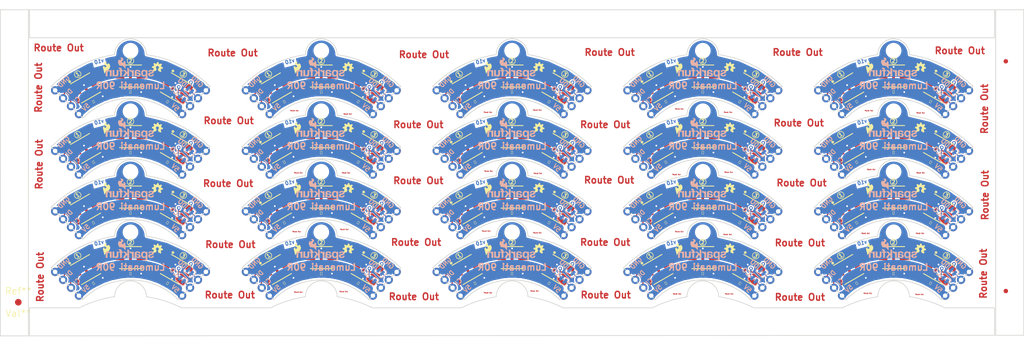
<source format=kicad_pcb>
(kicad_pcb (version 4) (host pcbnew 4.0.6)
  (layers (0 F.Cu signal) (31 B.Cu signal) (34 B.Paste user) (35 F.Paste user) (36 B.SilkS user) (37 F.SilkS user) (38 B.Mask user) (39 F.Mask user) (44 Edge.Cuts user))
  (net 0 "")
  (net 1 GND)
  (net 2 +5V)
  (net 3 /DI)
  (net 4 /CI)
  (net 5 /DO)
  (net 6 /CO)
  (net 7 "Net-(U1-Pad5)")
  (net 8 "Net-(U1-Pad6)")
  (net 9 "Net-(U2-Pad6)")
  (net 10 "Net-(U2-Pad5)")
  (net 11 "Net-(JP1-Pad1)")
  (net 12 "Net-(JP2-Pad1)")
  (module Pete:SMT-JUMPER_2_NC_TRACE_SILK (layer B.Cu) (at 225.636166 69.392983 315)
    (fp_text reference JP2 hide)
    (fp_text value JUMPER-SMT_2_NC_TRACE_SILK hide)
    (fp_line (start -0.508 0) (end 0.508 0) (layer B.Cu) (width 0.254))
    (pad 2 smd rect (at 0.508 0 315) (size 0.635 1.27) (layers B.Cu B.Paste B.Mask) (net 5 /DO))
    (pad 1 smd rect (at -0.508 0 315) (size 0.635 1.27) (layers B.Cu B.Paste B.Mask) (net 12 "Net-(JP2-Pad1)"))
  )
  (module SparkFun:SFE_LOGO_NAME_FLAME_.1 (layer B.Cu) (at 217.949067 53.485801 180)
    (fp_text reference LOGO1 hide)
    (fp_text value SFE_LOGO_NAME_FLAME.1_INCH hide)
  )
  (module Pete:SMT-JUMPER_2_NC_TRACE_SILK (layer B.Cu) (at 223.840115 57.473035 315)
    (fp_text reference JP1 hide)
    (fp_text value JUMPER-SMT_2_NC_TRACE_SILK hide)
    (fp_line (start -0.508 0) (end 0.508 0) (layer B.Cu) (width 0.254))
    (pad 2 smd rect (at 0.508 0 315) (size 0.635 1.27) (layers B.Cu B.Paste B.Mask) (net 6 /CO))
    (pad 1 smd rect (at -0.508 0 315) (size 0.635 1.27) (layers B.Cu B.Paste B.Mask) (net 11 "Net-(JP1-Pad1)"))
  )
  (module Pete:SMT-JUMPER_2_NC_TRACE_SILK (layer B.Cu) (at 225.636166 55.676983 315)
    (fp_text reference JP2 hide)
    (fp_text value JUMPER-SMT_2_NC_TRACE_SILK hide)
    (fp_line (start -0.508 0) (end 0.508 0) (layer B.Cu) (width 0.254))
    (pad 2 smd rect (at 0.508 0 315) (size 0.635 1.27) (layers B.Cu B.Paste B.Mask) (net 5 /DO))
    (pad 1 smd rect (at -0.508 0 315) (size 0.635 1.27) (layers B.Cu B.Paste B.Mask) (net 12 "Net-(JP2-Pad1)"))
  )
  (module SparkFun:SFE_LOGO_NAME_FLAME_.1 (layer B.Cu) (at 217.949067 67.201801 180)
    (fp_text reference LOGO1 hide)
    (fp_text value SFE_LOGO_NAME_FLAME.1_INCH hide)
  )
  (module Pete:SMT-JUMPER_2_NC_TRACE_SILK (layer B.Cu) (at 223.840115 43.757035 315)
    (fp_text reference JP1 hide)
    (fp_text value JUMPER-SMT_2_NC_TRACE_SILK hide)
    (fp_line (start -0.508 0) (end 0.508 0) (layer B.Cu) (width 0.254))
    (pad 2 smd rect (at 0.508 0 315) (size 0.635 1.27) (layers B.Cu B.Paste B.Mask) (net 6 /CO))
    (pad 1 smd rect (at -0.508 0 315) (size 0.635 1.27) (layers B.Cu B.Paste B.Mask) (net 11 "Net-(JP1-Pad1)"))
  )
  (module Pete:SMT-JUMPER_2_NC_TRACE_SILK (layer B.Cu) (at 223.840115 71.189035 315)
    (fp_text reference JP1 hide)
    (fp_text value JUMPER-SMT_2_NC_TRACE_SILK hide)
    (fp_line (start -0.508 0) (end 0.508 0) (layer B.Cu) (width 0.254))
    (pad 2 smd rect (at 0.508 0 315) (size 0.635 1.27) (layers B.Cu B.Paste B.Mask) (net 6 /CO))
    (pad 1 smd rect (at -0.508 0 315) (size 0.635 1.27) (layers B.Cu B.Paste B.Mask) (net 11 "Net-(JP1-Pad1)"))
  )
  (module Pete:SMT-JUMPER_2_NC_TRACE_SILK (layer B.Cu) (at 225.636166 41.960983 315)
    (fp_text reference JP2 hide)
    (fp_text value JUMPER-SMT_2_NC_TRACE_SILK hide)
    (fp_line (start -0.508 0) (end 0.508 0) (layer B.Cu) (width 0.254))
    (pad 2 smd rect (at 0.508 0 315) (size 0.635 1.27) (layers B.Cu B.Paste B.Mask) (net 5 /DO))
    (pad 1 smd rect (at -0.508 0 315) (size 0.635 1.27) (layers B.Cu B.Paste B.Mask) (net 12 "Net-(JP2-Pad1)"))
  )
  (module SparkFun:SFE_LOGO_NAME_FLAME_.1 (layer B.Cu) (at 217.949067 26.053801 180)
    (fp_text reference LOGO1 hide)
    (fp_text value SFE_LOGO_NAME_FLAME.1_INCH hide)
  )
  (module Pete:SMT-JUMPER_2_NC_TRACE_SILK (layer B.Cu) (at 223.840115 30.041035 315)
    (fp_text reference JP1 hide)
    (fp_text value JUMPER-SMT_2_NC_TRACE_SILK hide)
    (fp_line (start -0.508 0) (end 0.508 0) (layer B.Cu) (width 0.254))
    (pad 2 smd rect (at 0.508 0 315) (size 0.635 1.27) (layers B.Cu B.Paste B.Mask) (net 6 /CO))
    (pad 1 smd rect (at -0.508 0 315) (size 0.635 1.27) (layers B.Cu B.Paste B.Mask) (net 11 "Net-(JP1-Pad1)"))
  )
  (module Pete:SMT-JUMPER_2_NC_TRACE_SILK (layer B.Cu) (at 225.636166 28.244983 315)
    (fp_text reference JP2 hide)
    (fp_text value JUMPER-SMT_2_NC_TRACE_SILK hide)
    (fp_line (start -0.508 0) (end 0.508 0) (layer B.Cu) (width 0.254))
    (pad 2 smd rect (at 0.508 0 315) (size 0.635 1.27) (layers B.Cu B.Paste B.Mask) (net 5 /DO))
    (pad 1 smd rect (at -0.508 0 315) (size 0.635 1.27) (layers B.Cu B.Paste B.Mask) (net 12 "Net-(JP2-Pad1)"))
  )
  (module SparkFun:SFE_LOGO_NAME_FLAME_.1 (layer B.Cu) (at 217.949067 39.769801 180)
    (fp_text reference LOGO1 hide)
    (fp_text value SFE_LOGO_NAME_FLAME.1_INCH hide)
  )
  (module Aesthetics:FIDUCIAL-1X2 (layer F.Cu) (at 227.719586 67.8843 45)
    (fp_text reference FD1 hide)
    (fp_text value FIDUCIAL1X2 hide)
    (pad 1 smd circle (at 0 0 45) (size 0.99822 0.99822) (layers F.Cu F.Paste F.Mask))
  )
  (module Pete:APA102_3 (layer F.Cu) (at 222.385314 68.908049 150)
    (fp_text reference U3 hide)
    (fp_text value APA102 hide)
    (pad 1 smd rect (at 2.4 1.7 150) (size 2 1.1) (layers F.Cu F.Paste F.Mask) (net 9 "Net-(U2-Pad6)"))
    (pad 2 smd rect (at 2.399998 0 150) (size 2 1.1) (layers F.Cu F.Paste F.Mask) (net 10 "Net-(U2-Pad5)"))
    (pad 3 smd rect (at 2.4 -1.700001 150) (size 2 1.1) (layers F.Cu F.Paste F.Mask) (net 1 GND))
    (pad 4 smd rect (at -2.4 -1.7 330) (size 2 1.1) (layers F.Cu F.Paste F.Mask) (net 2 +5V))
    (pad 5 smd rect (at -2.399998 0 330) (size 2 1.1) (layers F.Cu F.Paste F.Mask) (net 11 "Net-(JP1-Pad1)"))
    (pad 6 smd rect (at -2.4 1.700001 330) (size 2 1.1) (layers F.Cu F.Paste F.Mask) (net 12 "Net-(JP2-Pad1)"))
  )
  (module Pete:line (layer F.Cu) (at 212.219664 86.509351 330)
    (fp_text reference REF** hide)
    (fp_text value line hide)
  )
  (module Pete:0603_revised (layer F.Cu) (at 220.589262 72.033179 330)
    (fp_text reference C3 hide)
    (fp_text value 0.1uF hide)
    (pad 1 smd rect (at -0.84836 0 330) (size 1.09982 0.99822) (layers F.Cu F.Paste F.Mask) (net 1 GND))
    (pad 2 smd rect (at 0.84836 0 330) (size 1.09982 0.99822) (layers F.Cu F.Paste F.Mask) (net 2 +5V))
  )
  (module SFE_Connectors:1X04_NO_SILK (layer F.Cu) (at 223.893997 74.835019 45)
    (fp_text reference J2 hide)
    (fp_text value CONN_041X04_NO_SILK hide)
    (pad 4 thru_hole circle (at 7.62 0 45) (size 1.8796 1.8796) (drill 1.016) (layers *.Cu *.Paste *.Mask) (net 1 GND))
    (pad 3 thru_hole circle (at 5.08 0 45) (size 1.8796 1.8796) (drill 1.016) (layers *.Cu *.Paste *.Mask) (net 5 /DO))
    (pad 2 thru_hole circle (at 2.54 0 45) (size 1.8796 1.8796) (drill 1.016) (layers *.Cu *.Paste *.Mask) (net 6 /CO))
    (pad 1 thru_hole circle (at 0 0 45) (size 1.8796 1.8796) (drill 1.016) (layers *.Cu *.Paste *.Mask) (net 2 +5V))
  )
  (module Aesthetics:FIDUCIAL-1X2 (layer F.Cu) (at 196.809544 67.794498 45)
    (fp_text reference FD2 hide)
    (fp_text value FIDUCIAL1X2 hide)
    (pad 1 smd circle (at 0 0 45) (size 0.99822 0.99822) (layers F.Cu F.Paste F.Mask))
  )
  (module Pete:line (layer F.Cu) (at 212.219664 86.509351)
    (fp_text reference REF** hide)
    (fp_text value line hide)
  )
  (module Aesthetics:SFE_LOGO_FLAME_.1 (layer F.Cu) (at 206.13105 66.12417 15)
    (fp_text reference "" (at 0 0 15) (layer F.SilkS))
    (fp_text value "" (at 0 0 15) (layer F.SilkS))
  )
  (module SFE_Connectors:1X04_NO_SILK (layer F.Cu) (at 195.157177 69.446865 315)
    (fp_text reference J1 hide)
    (fp_text value CONN_041X04_NO_SILK hide)
    (pad 1 thru_hole circle (at 0 0 315) (size 1.8796 1.8796) (drill 1.016) (layers *.Cu *.Paste *.Mask) (net 1 GND))
    (pad 2 thru_hole circle (at 2.54 0 315) (size 1.8796 1.8796) (drill 1.016) (layers *.Cu *.Paste *.Mask) (net 3 /DI))
    (pad 3 thru_hole circle (at 5.08 0 315) (size 1.8796 1.8796) (drill 1.016) (layers *.Cu *.Paste *.Mask) (net 4 /CI))
    (pad 4 thru_hole circle (at 7.62 0 315) (size 1.8796 1.8796) (drill 1.016) (layers *.Cu *.Paste *.Mask) (net 2 +5V))
  )
  (module Pete:0603_revised (layer F.Cu) (at 203.850065 72.033179 30)
    (fp_text reference C1 hide)
    (fp_text value 0.1uF hide)
    (pad 1 smd rect (at -0.84836 0 30) (size 1.09982 0.99822) (layers F.Cu F.Paste F.Mask) (net 1 GND))
    (pad 2 smd rect (at 0.84836 0 30) (size 1.09982 0.99822) (layers F.Cu F.Paste F.Mask) (net 2 +5V))
  )
  (module Pete:APA102_3 (layer F.Cu) (at 202.054014 68.908049 210)
    (fp_text reference U1 hide)
    (fp_text value APA102 hide)
    (pad 1 smd rect (at 2.4 1.7 210) (size 2 1.1) (layers F.Cu F.Paste F.Mask) (net 3 /DI))
    (pad 2 smd rect (at 2.399998 0 210) (size 2 1.1) (layers F.Cu F.Paste F.Mask) (net 4 /CI))
    (pad 3 smd rect (at 2.4 -1.700001 210) (size 2 1.1) (layers F.Cu F.Paste F.Mask) (net 1 GND))
    (pad 4 smd rect (at -2.4 -1.7 30) (size 2 1.1) (layers F.Cu F.Paste F.Mask) (net 2 +5V))
    (pad 5 smd rect (at -2.399998 0 30) (size 2 1.1) (layers F.Cu F.Paste F.Mask) (net 7 "Net-(U1-Pad5)"))
    (pad 6 smd rect (at -2.4 1.700001 30) (size 2 1.1) (layers F.Cu F.Paste F.Mask) (net 8 "Net-(U1-Pad6)"))
  )
  (module Pete:line (layer F.Cu) (at 212.219664 86.509351 30)
    (fp_text reference REF** hide)
    (fp_text value line hide)
  )
  (module Pete:line (layer F.Cu) (at 212.219664 72.793351 30)
    (fp_text reference REF** hide)
    (fp_text value line hide)
  )
  (module SparkFun:OSHW-LOGO-MINI (layer F.Cu) (at 218.308277 64.256277 355)
    (fp_text reference LOGO2 hide)
    (fp_text value OSHW-LOGOMINI hide)
  )
  (module Pete:0603_revised (layer F.Cu) (at 212.201703 69.824036)
    (fp_text reference C2 hide)
    (fp_text value 0.1uF hide)
    (pad 2 smd rect (at 0.84836 0) (size 1.09982 0.99822) (layers F.Cu F.Paste F.Mask) (net 2 +5V))
    (pad 1 smd rect (at -0.84836 0) (size 1.09982 0.99822) (layers F.Cu F.Paste F.Mask) (net 1 GND))
  )
  (module Pete:STAND-OFF_115_2 (layer F.Cu) (at 212.219664 60.466609 45)
    (fp_text reference Ref** hide)
    (fp_text value Val** hide)
    (pad "" np_thru_hole circle (at 0 0 45) (size 2.921 2.921) (drill 2.921) (layers *.Cu *.Mask))
  )
  (module Pete:APA102_3 (layer F.Cu) (at 212.219664 66.213973 180)
    (fp_text reference U2 hide)
    (fp_text value APA102 hide)
    (pad 6 smd rect (at -2.4 1.700001) (size 2 1.1) (layers F.Cu F.Paste F.Mask) (net 9 "Net-(U2-Pad6)"))
    (pad 5 smd rect (at -2.399998 0) (size 2 1.1) (layers F.Cu F.Paste F.Mask) (net 10 "Net-(U2-Pad5)"))
    (pad 4 smd rect (at -2.4 -1.7) (size 2 1.1) (layers F.Cu F.Paste F.Mask) (net 2 +5V))
    (pad 3 smd rect (at 2.4 -1.700001 180) (size 2 1.1) (layers F.Cu F.Paste F.Mask) (net 1 GND))
    (pad 2 smd rect (at 2.399998 0 180) (size 2 1.1) (layers F.Cu F.Paste F.Mask) (net 7 "Net-(U1-Pad5)"))
    (pad 1 smd rect (at 2.4 1.7 180) (size 2 1.1) (layers F.Cu F.Paste F.Mask) (net 8 "Net-(U1-Pad6)"))
  )
  (module Pete:line (layer F.Cu) (at 212.219664 72.793351)
    (fp_text reference REF** hide)
    (fp_text value line hide)
  )
  (module Pete:APA102_3 (layer F.Cu) (at 212.219664 52.497973 180)
    (fp_text reference U2 hide)
    (fp_text value APA102 hide)
    (pad 6 smd rect (at -2.4 1.700001) (size 2 1.1) (layers F.Cu F.Paste F.Mask) (net 9 "Net-(U2-Pad6)"))
    (pad 5 smd rect (at -2.399998 0) (size 2 1.1) (layers F.Cu F.Paste F.Mask) (net 10 "Net-(U2-Pad5)"))
    (pad 4 smd rect (at -2.4 -1.7) (size 2 1.1) (layers F.Cu F.Paste F.Mask) (net 2 +5V))
    (pad 3 smd rect (at 2.4 -1.700001 180) (size 2 1.1) (layers F.Cu F.Paste F.Mask) (net 1 GND))
    (pad 2 smd rect (at 2.399998 0 180) (size 2 1.1) (layers F.Cu F.Paste F.Mask) (net 7 "Net-(U1-Pad5)"))
    (pad 1 smd rect (at 2.4 1.7 180) (size 2 1.1) (layers F.Cu F.Paste F.Mask) (net 8 "Net-(U1-Pad6)"))
  )
  (module Pete:line (layer F.Cu) (at 212.219664 72.793351 330)
    (fp_text reference REF** hide)
    (fp_text value line hide)
  )
  (module Pete:0603_revised (layer F.Cu) (at 220.589262 58.317179 330)
    (fp_text reference C3 hide)
    (fp_text value 0.1uF hide)
    (pad 1 smd rect (at -0.84836 0 330) (size 1.09982 0.99822) (layers F.Cu F.Paste F.Mask) (net 1 GND))
    (pad 2 smd rect (at 0.84836 0 330) (size 1.09982 0.99822) (layers F.Cu F.Paste F.Mask) (net 2 +5V))
  )
  (module SFE_Connectors:1X04_NO_SILK (layer F.Cu) (at 223.893997 61.119019 45)
    (fp_text reference J2 hide)
    (fp_text value CONN_041X04_NO_SILK hide)
    (pad 4 thru_hole circle (at 7.62 0 45) (size 1.8796 1.8796) (drill 1.016) (layers *.Cu *.Paste *.Mask) (net 1 GND))
    (pad 3 thru_hole circle (at 5.08 0 45) (size 1.8796 1.8796) (drill 1.016) (layers *.Cu *.Paste *.Mask) (net 5 /DO))
    (pad 2 thru_hole circle (at 2.54 0 45) (size 1.8796 1.8796) (drill 1.016) (layers *.Cu *.Paste *.Mask) (net 6 /CO))
    (pad 1 thru_hole circle (at 0 0 45) (size 1.8796 1.8796) (drill 1.016) (layers *.Cu *.Paste *.Mask) (net 2 +5V))
  )
  (module Aesthetics:FIDUCIAL-1X2 (layer F.Cu) (at 227.719586 54.1683 45)
    (fp_text reference FD1 hide)
    (fp_text value FIDUCIAL1X2 hide)
    (pad 1 smd circle (at 0 0 45) (size 0.99822 0.99822) (layers F.Cu F.Paste F.Mask))
  )
  (module Pete:APA102_3 (layer F.Cu) (at 222.385314 55.192049 150)
    (fp_text reference U3 hide)
    (fp_text value APA102 hide)
    (pad 1 smd rect (at 2.4 1.7 150) (size 2 1.1) (layers F.Cu F.Paste F.Mask) (net 9 "Net-(U2-Pad6)"))
    (pad 2 smd rect (at 2.399998 0 150) (size 2 1.1) (layers F.Cu F.Paste F.Mask) (net 10 "Net-(U2-Pad5)"))
    (pad 3 smd rect (at 2.4 -1.700001 150) (size 2 1.1) (layers F.Cu F.Paste F.Mask) (net 1 GND))
    (pad 4 smd rect (at -2.4 -1.7 330) (size 2 1.1) (layers F.Cu F.Paste F.Mask) (net 2 +5V))
    (pad 5 smd rect (at -2.399998 0 330) (size 2 1.1) (layers F.Cu F.Paste F.Mask) (net 11 "Net-(JP1-Pad1)"))
    (pad 6 smd rect (at -2.4 1.700001 330) (size 2 1.1) (layers F.Cu F.Paste F.Mask) (net 12 "Net-(JP2-Pad1)"))
  )
  (module SFE_Connectors:1X04_NO_SILK (layer F.Cu) (at 195.157177 55.730865 315)
    (fp_text reference J1 hide)
    (fp_text value CONN_041X04_NO_SILK hide)
    (pad 1 thru_hole circle (at 0 0 315) (size 1.8796 1.8796) (drill 1.016) (layers *.Cu *.Paste *.Mask) (net 1 GND))
    (pad 2 thru_hole circle (at 2.54 0 315) (size 1.8796 1.8796) (drill 1.016) (layers *.Cu *.Paste *.Mask) (net 3 /DI))
    (pad 3 thru_hole circle (at 5.08 0 315) (size 1.8796 1.8796) (drill 1.016) (layers *.Cu *.Paste *.Mask) (net 4 /CI))
    (pad 4 thru_hole circle (at 7.62 0 315) (size 1.8796 1.8796) (drill 1.016) (layers *.Cu *.Paste *.Mask) (net 2 +5V))
  )
  (module Pete:APA102_3 (layer F.Cu) (at 202.054014 55.192049 210)
    (fp_text reference U1 hide)
    (fp_text value APA102 hide)
    (pad 1 smd rect (at 2.4 1.7 210) (size 2 1.1) (layers F.Cu F.Paste F.Mask) (net 3 /DI))
    (pad 2 smd rect (at 2.399998 0 210) (size 2 1.1) (layers F.Cu F.Paste F.Mask) (net 4 /CI))
    (pad 3 smd rect (at 2.4 -1.700001 210) (size 2 1.1) (layers F.Cu F.Paste F.Mask) (net 1 GND))
    (pad 4 smd rect (at -2.4 -1.7 30) (size 2 1.1) (layers F.Cu F.Paste F.Mask) (net 2 +5V))
    (pad 5 smd rect (at -2.399998 0 30) (size 2 1.1) (layers F.Cu F.Paste F.Mask) (net 7 "Net-(U1-Pad5)"))
    (pad 6 smd rect (at -2.4 1.700001 30) (size 2 1.1) (layers F.Cu F.Paste F.Mask) (net 8 "Net-(U1-Pad6)"))
  )
  (module Aesthetics:FIDUCIAL-1X2 (layer F.Cu) (at 196.809544 54.078498 45)
    (fp_text reference FD2 hide)
    (fp_text value FIDUCIAL1X2 hide)
    (pad 1 smd circle (at 0 0 45) (size 0.99822 0.99822) (layers F.Cu F.Paste F.Mask))
  )
  (module Pete:0603_revised (layer F.Cu) (at 203.850065 58.317179 30)
    (fp_text reference C1 hide)
    (fp_text value 0.1uF hide)
    (pad 1 smd rect (at -0.84836 0 30) (size 1.09982 0.99822) (layers F.Cu F.Paste F.Mask) (net 1 GND))
    (pad 2 smd rect (at 0.84836 0 30) (size 1.09982 0.99822) (layers F.Cu F.Paste F.Mask) (net 2 +5V))
  )
  (module Pete:STAND-OFF_115_2 (layer F.Cu) (at 212.219664 46.750609 45)
    (fp_text reference Ref** hide)
    (fp_text value Val** hide)
    (pad "" np_thru_hole circle (at 0 0 45) (size 2.921 2.921) (drill 2.921) (layers *.Cu *.Mask))
  )
  (module Aesthetics:SFE_LOGO_FLAME_.1 (layer F.Cu) (at 206.13105 52.40817 15)
    (fp_text reference "" (at 0 0 15) (layer F.SilkS))
    (fp_text value "" (at 0 0 15) (layer F.SilkS))
  )
  (module Pete:0603_revised (layer F.Cu) (at 212.201703 56.108036)
    (fp_text reference C2 hide)
    (fp_text value 0.1uF hide)
    (pad 2 smd rect (at 0.84836 0) (size 1.09982 0.99822) (layers F.Cu F.Paste F.Mask) (net 2 +5V))
    (pad 1 smd rect (at -0.84836 0) (size 1.09982 0.99822) (layers F.Cu F.Paste F.Mask) (net 1 GND))
  )
  (module Pete:line (layer F.Cu) (at 212.219664 59.077351 30)
    (fp_text reference REF** hide)
    (fp_text value line hide)
  )
  (module Pete:line (layer F.Cu) (at 212.219664 59.077351)
    (fp_text reference REF** hide)
    (fp_text value line hide)
  )
  (module SFE_Connectors:1X04_NO_SILK (layer F.Cu) (at 195.157177 42.014865 315)
    (fp_text reference J1 hide)
    (fp_text value CONN_041X04_NO_SILK hide)
    (pad 1 thru_hole circle (at 0 0 315) (size 1.8796 1.8796) (drill 1.016) (layers *.Cu *.Paste *.Mask) (net 1 GND))
    (pad 2 thru_hole circle (at 2.54 0 315) (size 1.8796 1.8796) (drill 1.016) (layers *.Cu *.Paste *.Mask) (net 3 /DI))
    (pad 3 thru_hole circle (at 5.08 0 315) (size 1.8796 1.8796) (drill 1.016) (layers *.Cu *.Paste *.Mask) (net 4 /CI))
    (pad 4 thru_hole circle (at 7.62 0 315) (size 1.8796 1.8796) (drill 1.016) (layers *.Cu *.Paste *.Mask) (net 2 +5V))
  )
  (module Pete:APA102_3 (layer F.Cu) (at 202.054014 41.476049 210)
    (fp_text reference U1 hide)
    (fp_text value APA102 hide)
    (pad 1 smd rect (at 2.4 1.7 210) (size 2 1.1) (layers F.Cu F.Paste F.Mask) (net 3 /DI))
    (pad 2 smd rect (at 2.399998 0 210) (size 2 1.1) (layers F.Cu F.Paste F.Mask) (net 4 /CI))
    (pad 3 smd rect (at 2.4 -1.700001 210) (size 2 1.1) (layers F.Cu F.Paste F.Mask) (net 1 GND))
    (pad 4 smd rect (at -2.4 -1.7 30) (size 2 1.1) (layers F.Cu F.Paste F.Mask) (net 2 +5V))
    (pad 5 smd rect (at -2.399998 0 30) (size 2 1.1) (layers F.Cu F.Paste F.Mask) (net 7 "Net-(U1-Pad5)"))
    (pad 6 smd rect (at -2.4 1.700001 30) (size 2 1.1) (layers F.Cu F.Paste F.Mask) (net 8 "Net-(U1-Pad6)"))
  )
  (module Pete:0603_revised (layer F.Cu) (at 203.850065 44.601179 30)
    (fp_text reference C1 hide)
    (fp_text value 0.1uF hide)
    (pad 1 smd rect (at -0.84836 0 30) (size 1.09982 0.99822) (layers F.Cu F.Paste F.Mask) (net 1 GND))
    (pad 2 smd rect (at 0.84836 0 30) (size 1.09982 0.99822) (layers F.Cu F.Paste F.Mask) (net 2 +5V))
  )
  (module Aesthetics:FIDUCIAL-1X2 (layer F.Cu) (at 196.809544 40.362498 45)
    (fp_text reference FD2 hide)
    (fp_text value FIDUCIAL1X2 hide)
    (pad 1 smd circle (at 0 0 45) (size 0.99822 0.99822) (layers F.Cu F.Paste F.Mask))
  )
  (module SparkFun:OSHW-LOGO-MINI (layer F.Cu) (at 218.308277 50.540277 355)
    (fp_text reference LOGO2 hide)
    (fp_text value OSHW-LOGOMINI hide)
  )
  (module SFE_Connectors:1X04_NO_SILK (layer F.Cu) (at 223.893997 47.403019 45)
    (fp_text reference J2 hide)
    (fp_text value CONN_041X04_NO_SILK hide)
    (pad 4 thru_hole circle (at 7.62 0 45) (size 1.8796 1.8796) (drill 1.016) (layers *.Cu *.Paste *.Mask) (net 1 GND))
    (pad 3 thru_hole circle (at 5.08 0 45) (size 1.8796 1.8796) (drill 1.016) (layers *.Cu *.Paste *.Mask) (net 5 /DO))
    (pad 2 thru_hole circle (at 2.54 0 45) (size 1.8796 1.8796) (drill 1.016) (layers *.Cu *.Paste *.Mask) (net 6 /CO))
    (pad 1 thru_hole circle (at 0 0 45) (size 1.8796 1.8796) (drill 1.016) (layers *.Cu *.Paste *.Mask) (net 2 +5V))
  )
  (module Pete:APA102_3 (layer F.Cu) (at 222.385314 41.476049 150)
    (fp_text reference U3 hide)
    (fp_text value APA102 hide)
    (pad 1 smd rect (at 2.4 1.7 150) (size 2 1.1) (layers F.Cu F.Paste F.Mask) (net 9 "Net-(U2-Pad6)"))
    (pad 2 smd rect (at 2.399998 0 150) (size 2 1.1) (layers F.Cu F.Paste F.Mask) (net 10 "Net-(U2-Pad5)"))
    (pad 3 smd rect (at 2.4 -1.700001 150) (size 2 1.1) (layers F.Cu F.Paste F.Mask) (net 1 GND))
    (pad 4 smd rect (at -2.4 -1.7 330) (size 2 1.1) (layers F.Cu F.Paste F.Mask) (net 2 +5V))
    (pad 5 smd rect (at -2.399998 0 330) (size 2 1.1) (layers F.Cu F.Paste F.Mask) (net 11 "Net-(JP1-Pad1)"))
    (pad 6 smd rect (at -2.4 1.700001 330) (size 2 1.1) (layers F.Cu F.Paste F.Mask) (net 12 "Net-(JP2-Pad1)"))
  )
  (module Pete:0603_revised (layer F.Cu) (at 220.589262 44.601179 330)
    (fp_text reference C3 hide)
    (fp_text value 0.1uF hide)
    (pad 1 smd rect (at -0.84836 0 330) (size 1.09982 0.99822) (layers F.Cu F.Paste F.Mask) (net 1 GND))
    (pad 2 smd rect (at 0.84836 0 330) (size 1.09982 0.99822) (layers F.Cu F.Paste F.Mask) (net 2 +5V))
  )
  (module Pete:line (layer F.Cu) (at 212.219664 59.077351 330)
    (fp_text reference REF** hide)
    (fp_text value line hide)
  )
  (module Pete:0603_revised (layer F.Cu) (at 212.201703 42.392036)
    (fp_text reference C2 hide)
    (fp_text value 0.1uF hide)
    (pad 2 smd rect (at 0.84836 0) (size 1.09982 0.99822) (layers F.Cu F.Paste F.Mask) (net 2 +5V))
    (pad 1 smd rect (at -0.84836 0) (size 1.09982 0.99822) (layers F.Cu F.Paste F.Mask) (net 1 GND))
  )
  (module Pete:line (layer F.Cu) (at 212.219664 45.361351 330)
    (fp_text reference REF** hide)
    (fp_text value line hide)
  )
  (module SparkFun:OSHW-LOGO-MINI (layer F.Cu) (at 218.308277 36.824277 355)
    (fp_text reference LOGO2 hide)
    (fp_text value OSHW-LOGOMINI hide)
  )
  (module Aesthetics:FIDUCIAL-1X2 (layer F.Cu) (at 227.719586 40.4523 45)
    (fp_text reference FD1 hide)
    (fp_text value FIDUCIAL1X2 hide)
    (pad 1 smd circle (at 0 0 45) (size 0.99822 0.99822) (layers F.Cu F.Paste F.Mask))
  )
  (module SparkFun:OSHW-LOGO-MINI (layer F.Cu) (at 218.308277 23.108277 355)
    (fp_text reference LOGO2 hide)
    (fp_text value OSHW-LOGOMINI hide)
  )
  (module Pete:0603_revised (layer F.Cu) (at 220.589262 30.885179 330)
    (fp_text reference C3 hide)
    (fp_text value 0.1uF hide)
    (pad 1 smd rect (at -0.84836 0 330) (size 1.09982 0.99822) (layers F.Cu F.Paste F.Mask) (net 1 GND))
    (pad 2 smd rect (at 0.84836 0 330) (size 1.09982 0.99822) (layers F.Cu F.Paste F.Mask) (net 2 +5V))
  )
  (module SFE_Connectors:1X04_NO_SILK (layer F.Cu) (at 223.893997 33.687019 45)
    (fp_text reference J2 hide)
    (fp_text value CONN_041X04_NO_SILK hide)
    (pad 4 thru_hole circle (at 7.62 0 45) (size 1.8796 1.8796) (drill 1.016) (layers *.Cu *.Paste *.Mask) (net 1 GND))
    (pad 3 thru_hole circle (at 5.08 0 45) (size 1.8796 1.8796) (drill 1.016) (layers *.Cu *.Paste *.Mask) (net 5 /DO))
    (pad 2 thru_hole circle (at 2.54 0 45) (size 1.8796 1.8796) (drill 1.016) (layers *.Cu *.Paste *.Mask) (net 6 /CO))
    (pad 1 thru_hole circle (at 0 0 45) (size 1.8796 1.8796) (drill 1.016) (layers *.Cu *.Paste *.Mask) (net 2 +5V))
  )
  (module Aesthetics:FIDUCIAL-1X2 (layer F.Cu) (at 227.719586 26.7363 45)
    (fp_text reference FD1 hide)
    (fp_text value FIDUCIAL1X2 hide)
    (pad 1 smd circle (at 0 0 45) (size 0.99822 0.99822) (layers F.Cu F.Paste F.Mask))
  )
  (module Pete:APA102_3 (layer F.Cu) (at 222.385314 27.760049 150)
    (fp_text reference U3 hide)
    (fp_text value APA102 hide)
    (pad 1 smd rect (at 2.4 1.7 150) (size 2 1.1) (layers F.Cu F.Paste F.Mask) (net 9 "Net-(U2-Pad6)"))
    (pad 2 smd rect (at 2.399998 0 150) (size 2 1.1) (layers F.Cu F.Paste F.Mask) (net 10 "Net-(U2-Pad5)"))
    (pad 3 smd rect (at 2.4 -1.700001 150) (size 2 1.1) (layers F.Cu F.Paste F.Mask) (net 1 GND))
    (pad 4 smd rect (at -2.4 -1.7 330) (size 2 1.1) (layers F.Cu F.Paste F.Mask) (net 2 +5V))
    (pad 5 smd rect (at -2.399998 0 330) (size 2 1.1) (layers F.Cu F.Paste F.Mask) (net 11 "Net-(JP1-Pad1)"))
    (pad 6 smd rect (at -2.4 1.700001 330) (size 2 1.1) (layers F.Cu F.Paste F.Mask) (net 12 "Net-(JP2-Pad1)"))
  )
  (module SFE_Connectors:1X04_NO_SILK (layer F.Cu) (at 195.157177 28.298865 315)
    (fp_text reference J1 hide)
    (fp_text value CONN_041X04_NO_SILK hide)
    (pad 1 thru_hole circle (at 0 0 315) (size 1.8796 1.8796) (drill 1.016) (layers *.Cu *.Paste *.Mask) (net 1 GND))
    (pad 2 thru_hole circle (at 2.54 0 315) (size 1.8796 1.8796) (drill 1.016) (layers *.Cu *.Paste *.Mask) (net 3 /DI))
    (pad 3 thru_hole circle (at 5.08 0 315) (size 1.8796 1.8796) (drill 1.016) (layers *.Cu *.Paste *.Mask) (net 4 /CI))
    (pad 4 thru_hole circle (at 7.62 0 315) (size 1.8796 1.8796) (drill 1.016) (layers *.Cu *.Paste *.Mask) (net 2 +5V))
  )
  (module Pete:APA102_3 (layer F.Cu) (at 202.054014 27.760049 210)
    (fp_text reference U1 hide)
    (fp_text value APA102 hide)
    (pad 1 smd rect (at 2.4 1.7 210) (size 2 1.1) (layers F.Cu F.Paste F.Mask) (net 3 /DI))
    (pad 2 smd rect (at 2.399998 0 210) (size 2 1.1) (layers F.Cu F.Paste F.Mask) (net 4 /CI))
    (pad 3 smd rect (at 2.4 -1.700001 210) (size 2 1.1) (layers F.Cu F.Paste F.Mask) (net 1 GND))
    (pad 4 smd rect (at -2.4 -1.7 30) (size 2 1.1) (layers F.Cu F.Paste F.Mask) (net 2 +5V))
    (pad 5 smd rect (at -2.399998 0 30) (size 2 1.1) (layers F.Cu F.Paste F.Mask) (net 7 "Net-(U1-Pad5)"))
    (pad 6 smd rect (at -2.4 1.700001 30) (size 2 1.1) (layers F.Cu F.Paste F.Mask) (net 8 "Net-(U1-Pad6)"))
  )
  (module Aesthetics:FIDUCIAL-1X2 (layer F.Cu) (at 196.809544 26.646498 45)
    (fp_text reference FD2 hide)
    (fp_text value FIDUCIAL1X2 hide)
    (pad 1 smd circle (at 0 0 45) (size 0.99822 0.99822) (layers F.Cu F.Paste F.Mask))
  )
  (module Pete:0603_revised (layer F.Cu) (at 203.850065 30.885179 30)
    (fp_text reference C1 hide)
    (fp_text value 0.1uF hide)
    (pad 1 smd rect (at -0.84836 0 30) (size 1.09982 0.99822) (layers F.Cu F.Paste F.Mask) (net 1 GND))
    (pad 2 smd rect (at 0.84836 0 30) (size 1.09982 0.99822) (layers F.Cu F.Paste F.Mask) (net 2 +5V))
  )
  (module Pete:APA102_3 (layer F.Cu) (at 212.219664 38.781973 180)
    (fp_text reference U2 hide)
    (fp_text value APA102 hide)
    (pad 6 smd rect (at -2.4 1.700001) (size 2 1.1) (layers F.Cu F.Paste F.Mask) (net 9 "Net-(U2-Pad6)"))
    (pad 5 smd rect (at -2.399998 0) (size 2 1.1) (layers F.Cu F.Paste F.Mask) (net 10 "Net-(U2-Pad5)"))
    (pad 4 smd rect (at -2.4 -1.7) (size 2 1.1) (layers F.Cu F.Paste F.Mask) (net 2 +5V))
    (pad 3 smd rect (at 2.4 -1.700001 180) (size 2 1.1) (layers F.Cu F.Paste F.Mask) (net 1 GND))
    (pad 2 smd rect (at 2.399998 0 180) (size 2 1.1) (layers F.Cu F.Paste F.Mask) (net 7 "Net-(U1-Pad5)"))
    (pad 1 smd rect (at 2.4 1.7 180) (size 2 1.1) (layers F.Cu F.Paste F.Mask) (net 8 "Net-(U1-Pad6)"))
  )
  (module Pete:line (layer F.Cu) (at 212.219664 45.361351)
    (fp_text reference REF** hide)
    (fp_text value line hide)
  )
  (module Pete:STAND-OFF_115_2 (layer F.Cu) (at 212.219664 33.034609 45)
    (fp_text reference Ref** hide)
    (fp_text value Val** hide)
    (pad "" np_thru_hole circle (at 0 0 45) (size 2.921 2.921) (drill 2.921) (layers *.Cu *.Mask))
  )
  (module Aesthetics:SFE_LOGO_FLAME_.1 (layer F.Cu) (at 206.13105 38.69217 15)
    (fp_text reference "" (at 0 0 15) (layer F.SilkS))
    (fp_text value "" (at 0 0 15) (layer F.SilkS))
  )
  (module Pete:line (layer F.Cu) (at 212.219664 45.361351 30)
    (fp_text reference REF** hide)
    (fp_text value line hide)
  )
  (module Pete:0603_revised (layer F.Cu) (at 212.201703 28.676036)
    (fp_text reference C2 hide)
    (fp_text value 0.1uF hide)
    (pad 2 smd rect (at 0.84836 0) (size 1.09982 0.99822) (layers F.Cu F.Paste F.Mask) (net 2 +5V))
    (pad 1 smd rect (at -0.84836 0) (size 1.09982 0.99822) (layers F.Cu F.Paste F.Mask) (net 1 GND))
  )
  (module Aesthetics:SFE_LOGO_FLAME_.1 (layer F.Cu) (at 206.13105 24.97617 15)
    (fp_text reference "" (at 0 0 15) (layer F.SilkS))
    (fp_text value "" (at 0 0 15) (layer F.SilkS))
  )
  (module Pete:APA102_3 (layer F.Cu) (at 212.219664 25.065973 180)
    (fp_text reference U2 hide)
    (fp_text value APA102 hide)
    (pad 6 smd rect (at -2.4 1.700001) (size 2 1.1) (layers F.Cu F.Paste F.Mask) (net 9 "Net-(U2-Pad6)"))
    (pad 5 smd rect (at -2.399998 0) (size 2 1.1) (layers F.Cu F.Paste F.Mask) (net 10 "Net-(U2-Pad5)"))
    (pad 4 smd rect (at -2.4 -1.7) (size 2 1.1) (layers F.Cu F.Paste F.Mask) (net 2 +5V))
    (pad 3 smd rect (at 2.4 -1.700001 180) (size 2 1.1) (layers F.Cu F.Paste F.Mask) (net 1 GND))
    (pad 2 smd rect (at 2.399998 0 180) (size 2 1.1) (layers F.Cu F.Paste F.Mask) (net 7 "Net-(U1-Pad5)"))
    (pad 1 smd rect (at 2.4 1.7 180) (size 2 1.1) (layers F.Cu F.Paste F.Mask) (net 8 "Net-(U1-Pad6)"))
  )
  (module Pete:STAND-OFF_115_2 (layer F.Cu) (at 212.219664 19.318609 45)
    (fp_text reference Ref** hide)
    (fp_text value Val** hide)
    (pad "" np_thru_hole circle (at 0 0 45) (size 2.921 2.921) (drill 2.921) (layers *.Cu *.Mask))
  )
  (module Pete:SMT-JUMPER_2_NC_TRACE_SILK (layer B.Cu) (at 182.456166 69.392983 315)
    (fp_text reference JP2 hide)
    (fp_text value JUMPER-SMT_2_NC_TRACE_SILK hide)
    (fp_line (start -0.508 0) (end 0.508 0) (layer B.Cu) (width 0.254))
    (pad 2 smd rect (at 0.508 0 315) (size 0.635 1.27) (layers B.Cu B.Paste B.Mask) (net 5 /DO))
    (pad 1 smd rect (at -0.508 0 315) (size 0.635 1.27) (layers B.Cu B.Paste B.Mask) (net 12 "Net-(JP2-Pad1)"))
  )
  (module SparkFun:SFE_LOGO_NAME_FLAME_.1 (layer B.Cu) (at 174.769067 53.485801 180)
    (fp_text reference LOGO1 hide)
    (fp_text value SFE_LOGO_NAME_FLAME.1_INCH hide)
  )
  (module Pete:SMT-JUMPER_2_NC_TRACE_SILK (layer B.Cu) (at 180.660115 57.473035 315)
    (fp_text reference JP1 hide)
    (fp_text value JUMPER-SMT_2_NC_TRACE_SILK hide)
    (fp_line (start -0.508 0) (end 0.508 0) (layer B.Cu) (width 0.254))
    (pad 2 smd rect (at 0.508 0 315) (size 0.635 1.27) (layers B.Cu B.Paste B.Mask) (net 6 /CO))
    (pad 1 smd rect (at -0.508 0 315) (size 0.635 1.27) (layers B.Cu B.Paste B.Mask) (net 11 "Net-(JP1-Pad1)"))
  )
  (module Pete:SMT-JUMPER_2_NC_TRACE_SILK (layer B.Cu) (at 182.456166 55.676983 315)
    (fp_text reference JP2 hide)
    (fp_text value JUMPER-SMT_2_NC_TRACE_SILK hide)
    (fp_line (start -0.508 0) (end 0.508 0) (layer B.Cu) (width 0.254))
    (pad 2 smd rect (at 0.508 0 315) (size 0.635 1.27) (layers B.Cu B.Paste B.Mask) (net 5 /DO))
    (pad 1 smd rect (at -0.508 0 315) (size 0.635 1.27) (layers B.Cu B.Paste B.Mask) (net 12 "Net-(JP2-Pad1)"))
  )
  (module SparkFun:SFE_LOGO_NAME_FLAME_.1 (layer B.Cu) (at 174.769067 67.201801 180)
    (fp_text reference LOGO1 hide)
    (fp_text value SFE_LOGO_NAME_FLAME.1_INCH hide)
  )
  (module Pete:SMT-JUMPER_2_NC_TRACE_SILK (layer B.Cu) (at 180.660115 43.757035 315)
    (fp_text reference JP1 hide)
    (fp_text value JUMPER-SMT_2_NC_TRACE_SILK hide)
    (fp_line (start -0.508 0) (end 0.508 0) (layer B.Cu) (width 0.254))
    (pad 2 smd rect (at 0.508 0 315) (size 0.635 1.27) (layers B.Cu B.Paste B.Mask) (net 6 /CO))
    (pad 1 smd rect (at -0.508 0 315) (size 0.635 1.27) (layers B.Cu B.Paste B.Mask) (net 11 "Net-(JP1-Pad1)"))
  )
  (module Pete:SMT-JUMPER_2_NC_TRACE_SILK (layer B.Cu) (at 180.660115 71.189035 315)
    (fp_text reference JP1 hide)
    (fp_text value JUMPER-SMT_2_NC_TRACE_SILK hide)
    (fp_line (start -0.508 0) (end 0.508 0) (layer B.Cu) (width 0.254))
    (pad 2 smd rect (at 0.508 0 315) (size 0.635 1.27) (layers B.Cu B.Paste B.Mask) (net 6 /CO))
    (pad 1 smd rect (at -0.508 0 315) (size 0.635 1.27) (layers B.Cu B.Paste B.Mask) (net 11 "Net-(JP1-Pad1)"))
  )
  (module Pete:SMT-JUMPER_2_NC_TRACE_SILK (layer B.Cu) (at 182.456166 41.960983 315)
    (fp_text reference JP2 hide)
    (fp_text value JUMPER-SMT_2_NC_TRACE_SILK hide)
    (fp_line (start -0.508 0) (end 0.508 0) (layer B.Cu) (width 0.254))
    (pad 2 smd rect (at 0.508 0 315) (size 0.635 1.27) (layers B.Cu B.Paste B.Mask) (net 5 /DO))
    (pad 1 smd rect (at -0.508 0 315) (size 0.635 1.27) (layers B.Cu B.Paste B.Mask) (net 12 "Net-(JP2-Pad1)"))
  )
  (module SparkFun:SFE_LOGO_NAME_FLAME_.1 (layer B.Cu) (at 174.769067 26.053801 180)
    (fp_text reference LOGO1 hide)
    (fp_text value SFE_LOGO_NAME_FLAME.1_INCH hide)
  )
  (module Pete:SMT-JUMPER_2_NC_TRACE_SILK (layer B.Cu) (at 180.660115 30.041035 315)
    (fp_text reference JP1 hide)
    (fp_text value JUMPER-SMT_2_NC_TRACE_SILK hide)
    (fp_line (start -0.508 0) (end 0.508 0) (layer B.Cu) (width 0.254))
    (pad 2 smd rect (at 0.508 0 315) (size 0.635 1.27) (layers B.Cu B.Paste B.Mask) (net 6 /CO))
    (pad 1 smd rect (at -0.508 0 315) (size 0.635 1.27) (layers B.Cu B.Paste B.Mask) (net 11 "Net-(JP1-Pad1)"))
  )
  (module Pete:SMT-JUMPER_2_NC_TRACE_SILK (layer B.Cu) (at 182.456166 28.244983 315)
    (fp_text reference JP2 hide)
    (fp_text value JUMPER-SMT_2_NC_TRACE_SILK hide)
    (fp_line (start -0.508 0) (end 0.508 0) (layer B.Cu) (width 0.254))
    (pad 2 smd rect (at 0.508 0 315) (size 0.635 1.27) (layers B.Cu B.Paste B.Mask) (net 5 /DO))
    (pad 1 smd rect (at -0.508 0 315) (size 0.635 1.27) (layers B.Cu B.Paste B.Mask) (net 12 "Net-(JP2-Pad1)"))
  )
  (module SparkFun:SFE_LOGO_NAME_FLAME_.1 (layer B.Cu) (at 174.769067 39.769801 180)
    (fp_text reference LOGO1 hide)
    (fp_text value SFE_LOGO_NAME_FLAME.1_INCH hide)
  )
  (module Aesthetics:FIDUCIAL-1X2 (layer F.Cu) (at 184.539586 67.8843 45)
    (fp_text reference FD1 hide)
    (fp_text value FIDUCIAL1X2 hide)
    (pad 1 smd circle (at 0 0 45) (size 0.99822 0.99822) (layers F.Cu F.Paste F.Mask))
  )
  (module Pete:APA102_3 (layer F.Cu) (at 179.205314 68.908049 150)
    (fp_text reference U3 hide)
    (fp_text value APA102 hide)
    (pad 1 smd rect (at 2.4 1.7 150) (size 2 1.1) (layers F.Cu F.Paste F.Mask) (net 9 "Net-(U2-Pad6)"))
    (pad 2 smd rect (at 2.399998 0 150) (size 2 1.1) (layers F.Cu F.Paste F.Mask) (net 10 "Net-(U2-Pad5)"))
    (pad 3 smd rect (at 2.4 -1.700001 150) (size 2 1.1) (layers F.Cu F.Paste F.Mask) (net 1 GND))
    (pad 4 smd rect (at -2.4 -1.7 330) (size 2 1.1) (layers F.Cu F.Paste F.Mask) (net 2 +5V))
    (pad 5 smd rect (at -2.399998 0 330) (size 2 1.1) (layers F.Cu F.Paste F.Mask) (net 11 "Net-(JP1-Pad1)"))
    (pad 6 smd rect (at -2.4 1.700001 330) (size 2 1.1) (layers F.Cu F.Paste F.Mask) (net 12 "Net-(JP2-Pad1)"))
  )
  (module Pete:line (layer F.Cu) (at 169.039664 86.509351 330)
    (fp_text reference REF** hide)
    (fp_text value line hide)
  )
  (module Pete:0603_revised (layer F.Cu) (at 177.409262 72.033179 330)
    (fp_text reference C3 hide)
    (fp_text value 0.1uF hide)
    (pad 1 smd rect (at -0.84836 0 330) (size 1.09982 0.99822) (layers F.Cu F.Paste F.Mask) (net 1 GND))
    (pad 2 smd rect (at 0.84836 0 330) (size 1.09982 0.99822) (layers F.Cu F.Paste F.Mask) (net 2 +5V))
  )
  (module SFE_Connectors:1X04_NO_SILK (layer F.Cu) (at 180.713997 74.835019 45)
    (fp_text reference J2 hide)
    (fp_text value CONN_041X04_NO_SILK hide)
    (pad 4 thru_hole circle (at 7.62 0 45) (size 1.8796 1.8796) (drill 1.016) (layers *.Cu *.Paste *.Mask) (net 1 GND))
    (pad 3 thru_hole circle (at 5.08 0 45) (size 1.8796 1.8796) (drill 1.016) (layers *.Cu *.Paste *.Mask) (net 5 /DO))
    (pad 2 thru_hole circle (at 2.54 0 45) (size 1.8796 1.8796) (drill 1.016) (layers *.Cu *.Paste *.Mask) (net 6 /CO))
    (pad 1 thru_hole circle (at 0 0 45) (size 1.8796 1.8796) (drill 1.016) (layers *.Cu *.Paste *.Mask) (net 2 +5V))
  )
  (module Aesthetics:FIDUCIAL-1X2 (layer F.Cu) (at 153.629544 67.794498 45)
    (fp_text reference FD2 hide)
    (fp_text value FIDUCIAL1X2 hide)
    (pad 1 smd circle (at 0 0 45) (size 0.99822 0.99822) (layers F.Cu F.Paste F.Mask))
  )
  (module Pete:line (layer F.Cu) (at 169.039664 86.509351)
    (fp_text reference REF** hide)
    (fp_text value line hide)
  )
  (module Aesthetics:SFE_LOGO_FLAME_.1 (layer F.Cu) (at 162.95105 66.12417 15)
    (fp_text reference "" (at 0 0 15) (layer F.SilkS))
    (fp_text value "" (at 0 0 15) (layer F.SilkS))
  )
  (module SFE_Connectors:1X04_NO_SILK (layer F.Cu) (at 151.977177 69.446865 315)
    (fp_text reference J1 hide)
    (fp_text value CONN_041X04_NO_SILK hide)
    (pad 1 thru_hole circle (at 0 0 315) (size 1.8796 1.8796) (drill 1.016) (layers *.Cu *.Paste *.Mask) (net 1 GND))
    (pad 2 thru_hole circle (at 2.54 0 315) (size 1.8796 1.8796) (drill 1.016) (layers *.Cu *.Paste *.Mask) (net 3 /DI))
    (pad 3 thru_hole circle (at 5.08 0 315) (size 1.8796 1.8796) (drill 1.016) (layers *.Cu *.Paste *.Mask) (net 4 /CI))
    (pad 4 thru_hole circle (at 7.62 0 315) (size 1.8796 1.8796) (drill 1.016) (layers *.Cu *.Paste *.Mask) (net 2 +5V))
  )
  (module Pete:0603_revised (layer F.Cu) (at 160.670065 72.033179 30)
    (fp_text reference C1 hide)
    (fp_text value 0.1uF hide)
    (pad 1 smd rect (at -0.84836 0 30) (size 1.09982 0.99822) (layers F.Cu F.Paste F.Mask) (net 1 GND))
    (pad 2 smd rect (at 0.84836 0 30) (size 1.09982 0.99822) (layers F.Cu F.Paste F.Mask) (net 2 +5V))
  )
  (module Pete:APA102_3 (layer F.Cu) (at 158.874014 68.908049 210)
    (fp_text reference U1 hide)
    (fp_text value APA102 hide)
    (pad 1 smd rect (at 2.4 1.7 210) (size 2 1.1) (layers F.Cu F.Paste F.Mask) (net 3 /DI))
    (pad 2 smd rect (at 2.399998 0 210) (size 2 1.1) (layers F.Cu F.Paste F.Mask) (net 4 /CI))
    (pad 3 smd rect (at 2.4 -1.700001 210) (size 2 1.1) (layers F.Cu F.Paste F.Mask) (net 1 GND))
    (pad 4 smd rect (at -2.4 -1.7 30) (size 2 1.1) (layers F.Cu F.Paste F.Mask) (net 2 +5V))
    (pad 5 smd rect (at -2.399998 0 30) (size 2 1.1) (layers F.Cu F.Paste F.Mask) (net 7 "Net-(U1-Pad5)"))
    (pad 6 smd rect (at -2.4 1.700001 30) (size 2 1.1) (layers F.Cu F.Paste F.Mask) (net 8 "Net-(U1-Pad6)"))
  )
  (module Pete:line (layer F.Cu) (at 169.039664 86.509351 30)
    (fp_text reference REF** hide)
    (fp_text value line hide)
  )
  (module Pete:line (layer F.Cu) (at 169.039664 72.793351 30)
    (fp_text reference REF** hide)
    (fp_text value line hide)
  )
  (module SparkFun:OSHW-LOGO-MINI (layer F.Cu) (at 175.128277 64.256277 355)
    (fp_text reference LOGO2 hide)
    (fp_text value OSHW-LOGOMINI hide)
  )
  (module Pete:0603_revised (layer F.Cu) (at 169.021703 69.824036)
    (fp_text reference C2 hide)
    (fp_text value 0.1uF hide)
    (pad 2 smd rect (at 0.84836 0) (size 1.09982 0.99822) (layers F.Cu F.Paste F.Mask) (net 2 +5V))
    (pad 1 smd rect (at -0.84836 0) (size 1.09982 0.99822) (layers F.Cu F.Paste F.Mask) (net 1 GND))
  )
  (module Pete:STAND-OFF_115_2 (layer F.Cu) (at 169.039664 60.466609 45)
    (fp_text reference Ref** hide)
    (fp_text value Val** hide)
    (pad "" np_thru_hole circle (at 0 0 45) (size 2.921 2.921) (drill 2.921) (layers *.Cu *.Mask))
  )
  (module Pete:APA102_3 (layer F.Cu) (at 169.039664 66.213973 180)
    (fp_text reference U2 hide)
    (fp_text value APA102 hide)
    (pad 6 smd rect (at -2.4 1.700001) (size 2 1.1) (layers F.Cu F.Paste F.Mask) (net 9 "Net-(U2-Pad6)"))
    (pad 5 smd rect (at -2.399998 0) (size 2 1.1) (layers F.Cu F.Paste F.Mask) (net 10 "Net-(U2-Pad5)"))
    (pad 4 smd rect (at -2.4 -1.7) (size 2 1.1) (layers F.Cu F.Paste F.Mask) (net 2 +5V))
    (pad 3 smd rect (at 2.4 -1.700001 180) (size 2 1.1) (layers F.Cu F.Paste F.Mask) (net 1 GND))
    (pad 2 smd rect (at 2.399998 0 180) (size 2 1.1) (layers F.Cu F.Paste F.Mask) (net 7 "Net-(U1-Pad5)"))
    (pad 1 smd rect (at 2.4 1.7 180) (size 2 1.1) (layers F.Cu F.Paste F.Mask) (net 8 "Net-(U1-Pad6)"))
  )
  (module Pete:line (layer F.Cu) (at 169.039664 72.793351)
    (fp_text reference REF** hide)
    (fp_text value line hide)
  )
  (module Pete:APA102_3 (layer F.Cu) (at 169.039664 52.497973 180)
    (fp_text reference U2 hide)
    (fp_text value APA102 hide)
    (pad 6 smd rect (at -2.4 1.700001) (size 2 1.1) (layers F.Cu F.Paste F.Mask) (net 9 "Net-(U2-Pad6)"))
    (pad 5 smd rect (at -2.399998 0) (size 2 1.1) (layers F.Cu F.Paste F.Mask) (net 10 "Net-(U2-Pad5)"))
    (pad 4 smd rect (at -2.4 -1.7) (size 2 1.1) (layers F.Cu F.Paste F.Mask) (net 2 +5V))
    (pad 3 smd rect (at 2.4 -1.700001 180) (size 2 1.1) (layers F.Cu F.Paste F.Mask) (net 1 GND))
    (pad 2 smd rect (at 2.399998 0 180) (size 2 1.1) (layers F.Cu F.Paste F.Mask) (net 7 "Net-(U1-Pad5)"))
    (pad 1 smd rect (at 2.4 1.7 180) (size 2 1.1) (layers F.Cu F.Paste F.Mask) (net 8 "Net-(U1-Pad6)"))
  )
  (module Pete:line (layer F.Cu) (at 169.039664 72.793351 330)
    (fp_text reference REF** hide)
    (fp_text value line hide)
  )
  (module Pete:0603_revised (layer F.Cu) (at 177.409262 58.317179 330)
    (fp_text reference C3 hide)
    (fp_text value 0.1uF hide)
    (pad 1 smd rect (at -0.84836 0 330) (size 1.09982 0.99822) (layers F.Cu F.Paste F.Mask) (net 1 GND))
    (pad 2 smd rect (at 0.84836 0 330) (size 1.09982 0.99822) (layers F.Cu F.Paste F.Mask) (net 2 +5V))
  )
  (module SFE_Connectors:1X04_NO_SILK (layer F.Cu) (at 180.713997 61.119019 45)
    (fp_text reference J2 hide)
    (fp_text value CONN_041X04_NO_SILK hide)
    (pad 4 thru_hole circle (at 7.62 0 45) (size 1.8796 1.8796) (drill 1.016) (layers *.Cu *.Paste *.Mask) (net 1 GND))
    (pad 3 thru_hole circle (at 5.08 0 45) (size 1.8796 1.8796) (drill 1.016) (layers *.Cu *.Paste *.Mask) (net 5 /DO))
    (pad 2 thru_hole circle (at 2.54 0 45) (size 1.8796 1.8796) (drill 1.016) (layers *.Cu *.Paste *.Mask) (net 6 /CO))
    (pad 1 thru_hole circle (at 0 0 45) (size 1.8796 1.8796) (drill 1.016) (layers *.Cu *.Paste *.Mask) (net 2 +5V))
  )
  (module Aesthetics:FIDUCIAL-1X2 (layer F.Cu) (at 184.539586 54.1683 45)
    (fp_text reference FD1 hide)
    (fp_text value FIDUCIAL1X2 hide)
    (pad 1 smd circle (at 0 0 45) (size 0.99822 0.99822) (layers F.Cu F.Paste F.Mask))
  )
  (module Pete:APA102_3 (layer F.Cu) (at 179.205314 55.192049 150)
    (fp_text reference U3 hide)
    (fp_text value APA102 hide)
    (pad 1 smd rect (at 2.4 1.7 150) (size 2 1.1) (layers F.Cu F.Paste F.Mask) (net 9 "Net-(U2-Pad6)"))
    (pad 2 smd rect (at 2.399998 0 150) (size 2 1.1) (layers F.Cu F.Paste F.Mask) (net 10 "Net-(U2-Pad5)"))
    (pad 3 smd rect (at 2.4 -1.700001 150) (size 2 1.1) (layers F.Cu F.Paste F.Mask) (net 1 GND))
    (pad 4 smd rect (at -2.4 -1.7 330) (size 2 1.1) (layers F.Cu F.Paste F.Mask) (net 2 +5V))
    (pad 5 smd rect (at -2.399998 0 330) (size 2 1.1) (layers F.Cu F.Paste F.Mask) (net 11 "Net-(JP1-Pad1)"))
    (pad 6 smd rect (at -2.4 1.700001 330) (size 2 1.1) (layers F.Cu F.Paste F.Mask) (net 12 "Net-(JP2-Pad1)"))
  )
  (module SFE_Connectors:1X04_NO_SILK (layer F.Cu) (at 151.977177 55.730865 315)
    (fp_text reference J1 hide)
    (fp_text value CONN_041X04_NO_SILK hide)
    (pad 1 thru_hole circle (at 0 0 315) (size 1.8796 1.8796) (drill 1.016) (layers *.Cu *.Paste *.Mask) (net 1 GND))
    (pad 2 thru_hole circle (at 2.54 0 315) (size 1.8796 1.8796) (drill 1.016) (layers *.Cu *.Paste *.Mask) (net 3 /DI))
    (pad 3 thru_hole circle (at 5.08 0 315) (size 1.8796 1.8796) (drill 1.016) (layers *.Cu *.Paste *.Mask) (net 4 /CI))
    (pad 4 thru_hole circle (at 7.62 0 315) (size 1.8796 1.8796) (drill 1.016) (layers *.Cu *.Paste *.Mask) (net 2 +5V))
  )
  (module Pete:APA102_3 (layer F.Cu) (at 158.874014 55.192049 210)
    (fp_text reference U1 hide)
    (fp_text value APA102 hide)
    (pad 1 smd rect (at 2.4 1.7 210) (size 2 1.1) (layers F.Cu F.Paste F.Mask) (net 3 /DI))
    (pad 2 smd rect (at 2.399998 0 210) (size 2 1.1) (layers F.Cu F.Paste F.Mask) (net 4 /CI))
    (pad 3 smd rect (at 2.4 -1.700001 210) (size 2 1.1) (layers F.Cu F.Paste F.Mask) (net 1 GND))
    (pad 4 smd rect (at -2.4 -1.7 30) (size 2 1.1) (layers F.Cu F.Paste F.Mask) (net 2 +5V))
    (pad 5 smd rect (at -2.399998 0 30) (size 2 1.1) (layers F.Cu F.Paste F.Mask) (net 7 "Net-(U1-Pad5)"))
    (pad 6 smd rect (at -2.4 1.700001 30) (size 2 1.1) (layers F.Cu F.Paste F.Mask) (net 8 "Net-(U1-Pad6)"))
  )
  (module Aesthetics:FIDUCIAL-1X2 (layer F.Cu) (at 153.629544 54.078498 45)
    (fp_text reference FD2 hide)
    (fp_text value FIDUCIAL1X2 hide)
    (pad 1 smd circle (at 0 0 45) (size 0.99822 0.99822) (layers F.Cu F.Paste F.Mask))
  )
  (module Pete:0603_revised (layer F.Cu) (at 160.670065 58.317179 30)
    (fp_text reference C1 hide)
    (fp_text value 0.1uF hide)
    (pad 1 smd rect (at -0.84836 0 30) (size 1.09982 0.99822) (layers F.Cu F.Paste F.Mask) (net 1 GND))
    (pad 2 smd rect (at 0.84836 0 30) (size 1.09982 0.99822) (layers F.Cu F.Paste F.Mask) (net 2 +5V))
  )
  (module Pete:STAND-OFF_115_2 (layer F.Cu) (at 169.039664 46.750609 45)
    (fp_text reference Ref** hide)
    (fp_text value Val** hide)
    (pad "" np_thru_hole circle (at 0 0 45) (size 2.921 2.921) (drill 2.921) (layers *.Cu *.Mask))
  )
  (module Aesthetics:SFE_LOGO_FLAME_.1 (layer F.Cu) (at 162.95105 52.40817 15)
    (fp_text reference "" (at 0 0 15) (layer F.SilkS))
    (fp_text value "" (at 0 0 15) (layer F.SilkS))
  )
  (module Pete:0603_revised (layer F.Cu) (at 169.021703 56.108036)
    (fp_text reference C2 hide)
    (fp_text value 0.1uF hide)
    (pad 2 smd rect (at 0.84836 0) (size 1.09982 0.99822) (layers F.Cu F.Paste F.Mask) (net 2 +5V))
    (pad 1 smd rect (at -0.84836 0) (size 1.09982 0.99822) (layers F.Cu F.Paste F.Mask) (net 1 GND))
  )
  (module Pete:line (layer F.Cu) (at 169.039664 59.077351 30)
    (fp_text reference REF** hide)
    (fp_text value line hide)
  )
  (module Pete:line (layer F.Cu) (at 169.039664 59.077351)
    (fp_text reference REF** hide)
    (fp_text value line hide)
  )
  (module SFE_Connectors:1X04_NO_SILK (layer F.Cu) (at 151.977177 42.014865 315)
    (fp_text reference J1 hide)
    (fp_text value CONN_041X04_NO_SILK hide)
    (pad 1 thru_hole circle (at 0 0 315) (size 1.8796 1.8796) (drill 1.016) (layers *.Cu *.Paste *.Mask) (net 1 GND))
    (pad 2 thru_hole circle (at 2.54 0 315) (size 1.8796 1.8796) (drill 1.016) (layers *.Cu *.Paste *.Mask) (net 3 /DI))
    (pad 3 thru_hole circle (at 5.08 0 315) (size 1.8796 1.8796) (drill 1.016) (layers *.Cu *.Paste *.Mask) (net 4 /CI))
    (pad 4 thru_hole circle (at 7.62 0 315) (size 1.8796 1.8796) (drill 1.016) (layers *.Cu *.Paste *.Mask) (net 2 +5V))
  )
  (module Pete:APA102_3 (layer F.Cu) (at 158.874014 41.476049 210)
    (fp_text reference U1 hide)
    (fp_text value APA102 hide)
    (pad 1 smd rect (at 2.4 1.7 210) (size 2 1.1) (layers F.Cu F.Paste F.Mask) (net 3 /DI))
    (pad 2 smd rect (at 2.399998 0 210) (size 2 1.1) (layers F.Cu F.Paste F.Mask) (net 4 /CI))
    (pad 3 smd rect (at 2.4 -1.700001 210) (size 2 1.1) (layers F.Cu F.Paste F.Mask) (net 1 GND))
    (pad 4 smd rect (at -2.4 -1.7 30) (size 2 1.1) (layers F.Cu F.Paste F.Mask) (net 2 +5V))
    (pad 5 smd rect (at -2.399998 0 30) (size 2 1.1) (layers F.Cu F.Paste F.Mask) (net 7 "Net-(U1-Pad5)"))
    (pad 6 smd rect (at -2.4 1.700001 30) (size 2 1.1) (layers F.Cu F.Paste F.Mask) (net 8 "Net-(U1-Pad6)"))
  )
  (module Pete:0603_revised (layer F.Cu) (at 160.670065 44.601179 30)
    (fp_text reference C1 hide)
    (fp_text value 0.1uF hide)
    (pad 1 smd rect (at -0.84836 0 30) (size 1.09982 0.99822) (layers F.Cu F.Paste F.Mask) (net 1 GND))
    (pad 2 smd rect (at 0.84836 0 30) (size 1.09982 0.99822) (layers F.Cu F.Paste F.Mask) (net 2 +5V))
  )
  (module Aesthetics:FIDUCIAL-1X2 (layer F.Cu) (at 153.629544 40.362498 45)
    (fp_text reference FD2 hide)
    (fp_text value FIDUCIAL1X2 hide)
    (pad 1 smd circle (at 0 0 45) (size 0.99822 0.99822) (layers F.Cu F.Paste F.Mask))
  )
  (module SparkFun:OSHW-LOGO-MINI (layer F.Cu) (at 175.128277 50.540277 355)
    (fp_text reference LOGO2 hide)
    (fp_text value OSHW-LOGOMINI hide)
  )
  (module SFE_Connectors:1X04_NO_SILK (layer F.Cu) (at 180.713997 47.403019 45)
    (fp_text reference J2 hide)
    (fp_text value CONN_041X04_NO_SILK hide)
    (pad 4 thru_hole circle (at 7.62 0 45) (size 1.8796 1.8796) (drill 1.016) (layers *.Cu *.Paste *.Mask) (net 1 GND))
    (pad 3 thru_hole circle (at 5.08 0 45) (size 1.8796 1.8796) (drill 1.016) (layers *.Cu *.Paste *.Mask) (net 5 /DO))
    (pad 2 thru_hole circle (at 2.54 0 45) (size 1.8796 1.8796) (drill 1.016) (layers *.Cu *.Paste *.Mask) (net 6 /CO))
    (pad 1 thru_hole circle (at 0 0 45) (size 1.8796 1.8796) (drill 1.016) (layers *.Cu *.Paste *.Mask) (net 2 +5V))
  )
  (module Pete:APA102_3 (layer F.Cu) (at 179.205314 41.476049 150)
    (fp_text reference U3 hide)
    (fp_text value APA102 hide)
    (pad 1 smd rect (at 2.4 1.7 150) (size 2 1.1) (layers F.Cu F.Paste F.Mask) (net 9 "Net-(U2-Pad6)"))
    (pad 2 smd rect (at 2.399998 0 150) (size 2 1.1) (layers F.Cu F.Paste F.Mask) (net 10 "Net-(U2-Pad5)"))
    (pad 3 smd rect (at 2.4 -1.700001 150) (size 2 1.1) (layers F.Cu F.Paste F.Mask) (net 1 GND))
    (pad 4 smd rect (at -2.4 -1.7 330) (size 2 1.1) (layers F.Cu F.Paste F.Mask) (net 2 +5V))
    (pad 5 smd rect (at -2.399998 0 330) (size 2 1.1) (layers F.Cu F.Paste F.Mask) (net 11 "Net-(JP1-Pad1)"))
    (pad 6 smd rect (at -2.4 1.700001 330) (size 2 1.1) (layers F.Cu F.Paste F.Mask) (net 12 "Net-(JP2-Pad1)"))
  )
  (module Pete:0603_revised (layer F.Cu) (at 177.409262 44.601179 330)
    (fp_text reference C3 hide)
    (fp_text value 0.1uF hide)
    (pad 1 smd rect (at -0.84836 0 330) (size 1.09982 0.99822) (layers F.Cu F.Paste F.Mask) (net 1 GND))
    (pad 2 smd rect (at 0.84836 0 330) (size 1.09982 0.99822) (layers F.Cu F.Paste F.Mask) (net 2 +5V))
  )
  (module Pete:line (layer F.Cu) (at 169.039664 59.077351 330)
    (fp_text reference REF** hide)
    (fp_text value line hide)
  )
  (module Pete:0603_revised (layer F.Cu) (at 169.021703 42.392036)
    (fp_text reference C2 hide)
    (fp_text value 0.1uF hide)
    (pad 2 smd rect (at 0.84836 0) (size 1.09982 0.99822) (layers F.Cu F.Paste F.Mask) (net 2 +5V))
    (pad 1 smd rect (at -0.84836 0) (size 1.09982 0.99822) (layers F.Cu F.Paste F.Mask) (net 1 GND))
  )
  (module Pete:line (layer F.Cu) (at 169.039664 45.361351 330)
    (fp_text reference REF** hide)
    (fp_text value line hide)
  )
  (module SparkFun:OSHW-LOGO-MINI (layer F.Cu) (at 175.128277 36.824277 355)
    (fp_text reference LOGO2 hide)
    (fp_text value OSHW-LOGOMINI hide)
  )
  (module Aesthetics:FIDUCIAL-1X2 (layer F.Cu) (at 184.539586 40.4523 45)
    (fp_text reference FD1 hide)
    (fp_text value FIDUCIAL1X2 hide)
    (pad 1 smd circle (at 0 0 45) (size 0.99822 0.99822) (layers F.Cu F.Paste F.Mask))
  )
  (module SparkFun:OSHW-LOGO-MINI (layer F.Cu) (at 175.128277 23.108277 355)
    (fp_text reference LOGO2 hide)
    (fp_text value OSHW-LOGOMINI hide)
  )
  (module Pete:0603_revised (layer F.Cu) (at 177.409262 30.885179 330)
    (fp_text reference C3 hide)
    (fp_text value 0.1uF hide)
    (pad 1 smd rect (at -0.84836 0 330) (size 1.09982 0.99822) (layers F.Cu F.Paste F.Mask) (net 1 GND))
    (pad 2 smd rect (at 0.84836 0 330) (size 1.09982 0.99822) (layers F.Cu F.Paste F.Mask) (net 2 +5V))
  )
  (module SFE_Connectors:1X04_NO_SILK (layer F.Cu) (at 180.713997 33.687019 45)
    (fp_text reference J2 hide)
    (fp_text value CONN_041X04_NO_SILK hide)
    (pad 4 thru_hole circle (at 7.62 0 45) (size 1.8796 1.8796) (drill 1.016) (layers *.Cu *.Paste *.Mask) (net 1 GND))
    (pad 3 thru_hole circle (at 5.08 0 45) (size 1.8796 1.8796) (drill 1.016) (layers *.Cu *.Paste *.Mask) (net 5 /DO))
    (pad 2 thru_hole circle (at 2.54 0 45) (size 1.8796 1.8796) (drill 1.016) (layers *.Cu *.Paste *.Mask) (net 6 /CO))
    (pad 1 thru_hole circle (at 0 0 45) (size 1.8796 1.8796) (drill 1.016) (layers *.Cu *.Paste *.Mask) (net 2 +5V))
  )
  (module Aesthetics:FIDUCIAL-1X2 (layer F.Cu) (at 184.539586 26.7363 45)
    (fp_text reference FD1 hide)
    (fp_text value FIDUCIAL1X2 hide)
    (pad 1 smd circle (at 0 0 45) (size 0.99822 0.99822) (layers F.Cu F.Paste F.Mask))
  )
  (module Pete:APA102_3 (layer F.Cu) (at 179.205314 27.760049 150)
    (fp_text reference U3 hide)
    (fp_text value APA102 hide)
    (pad 1 smd rect (at 2.4 1.7 150) (size 2 1.1) (layers F.Cu F.Paste F.Mask) (net 9 "Net-(U2-Pad6)"))
    (pad 2 smd rect (at 2.399998 0 150) (size 2 1.1) (layers F.Cu F.Paste F.Mask) (net 10 "Net-(U2-Pad5)"))
    (pad 3 smd rect (at 2.4 -1.700001 150) (size 2 1.1) (layers F.Cu F.Paste F.Mask) (net 1 GND))
    (pad 4 smd rect (at -2.4 -1.7 330) (size 2 1.1) (layers F.Cu F.Paste F.Mask) (net 2 +5V))
    (pad 5 smd rect (at -2.399998 0 330) (size 2 1.1) (layers F.Cu F.Paste F.Mask) (net 11 "Net-(JP1-Pad1)"))
    (pad 6 smd rect (at -2.4 1.700001 330) (size 2 1.1) (layers F.Cu F.Paste F.Mask) (net 12 "Net-(JP2-Pad1)"))
  )
  (module SFE_Connectors:1X04_NO_SILK (layer F.Cu) (at 151.977177 28.298865 315)
    (fp_text reference J1 hide)
    (fp_text value CONN_041X04_NO_SILK hide)
    (pad 1 thru_hole circle (at 0 0 315) (size 1.8796 1.8796) (drill 1.016) (layers *.Cu *.Paste *.Mask) (net 1 GND))
    (pad 2 thru_hole circle (at 2.54 0 315) (size 1.8796 1.8796) (drill 1.016) (layers *.Cu *.Paste *.Mask) (net 3 /DI))
    (pad 3 thru_hole circle (at 5.08 0 315) (size 1.8796 1.8796) (drill 1.016) (layers *.Cu *.Paste *.Mask) (net 4 /CI))
    (pad 4 thru_hole circle (at 7.62 0 315) (size 1.8796 1.8796) (drill 1.016) (layers *.Cu *.Paste *.Mask) (net 2 +5V))
  )
  (module Pete:APA102_3 (layer F.Cu) (at 158.874014 27.760049 210)
    (fp_text reference U1 hide)
    (fp_text value APA102 hide)
    (pad 1 smd rect (at 2.4 1.7 210) (size 2 1.1) (layers F.Cu F.Paste F.Mask) (net 3 /DI))
    (pad 2 smd rect (at 2.399998 0 210) (size 2 1.1) (layers F.Cu F.Paste F.Mask) (net 4 /CI))
    (pad 3 smd rect (at 2.4 -1.700001 210) (size 2 1.1) (layers F.Cu F.Paste F.Mask) (net 1 GND))
    (pad 4 smd rect (at -2.4 -1.7 30) (size 2 1.1) (layers F.Cu F.Paste F.Mask) (net 2 +5V))
    (pad 5 smd rect (at -2.399998 0 30) (size 2 1.1) (layers F.Cu F.Paste F.Mask) (net 7 "Net-(U1-Pad5)"))
    (pad 6 smd rect (at -2.4 1.700001 30) (size 2 1.1) (layers F.Cu F.Paste F.Mask) (net 8 "Net-(U1-Pad6)"))
  )
  (module Aesthetics:FIDUCIAL-1X2 (layer F.Cu) (at 153.629544 26.646498 45)
    (fp_text reference FD2 hide)
    (fp_text value FIDUCIAL1X2 hide)
    (pad 1 smd circle (at 0 0 45) (size 0.99822 0.99822) (layers F.Cu F.Paste F.Mask))
  )
  (module Pete:0603_revised (layer F.Cu) (at 160.670065 30.885179 30)
    (fp_text reference C1 hide)
    (fp_text value 0.1uF hide)
    (pad 1 smd rect (at -0.84836 0 30) (size 1.09982 0.99822) (layers F.Cu F.Paste F.Mask) (net 1 GND))
    (pad 2 smd rect (at 0.84836 0 30) (size 1.09982 0.99822) (layers F.Cu F.Paste F.Mask) (net 2 +5V))
  )
  (module Pete:APA102_3 (layer F.Cu) (at 169.039664 38.781973 180)
    (fp_text reference U2 hide)
    (fp_text value APA102 hide)
    (pad 6 smd rect (at -2.4 1.700001) (size 2 1.1) (layers F.Cu F.Paste F.Mask) (net 9 "Net-(U2-Pad6)"))
    (pad 5 smd rect (at -2.399998 0) (size 2 1.1) (layers F.Cu F.Paste F.Mask) (net 10 "Net-(U2-Pad5)"))
    (pad 4 smd rect (at -2.4 -1.7) (size 2 1.1) (layers F.Cu F.Paste F.Mask) (net 2 +5V))
    (pad 3 smd rect (at 2.4 -1.700001 180) (size 2 1.1) (layers F.Cu F.Paste F.Mask) (net 1 GND))
    (pad 2 smd rect (at 2.399998 0 180) (size 2 1.1) (layers F.Cu F.Paste F.Mask) (net 7 "Net-(U1-Pad5)"))
    (pad 1 smd rect (at 2.4 1.7 180) (size 2 1.1) (layers F.Cu F.Paste F.Mask) (net 8 "Net-(U1-Pad6)"))
  )
  (module Pete:line (layer F.Cu) (at 169.039664 45.361351)
    (fp_text reference REF** hide)
    (fp_text value line hide)
  )
  (module Pete:STAND-OFF_115_2 (layer F.Cu) (at 169.039664 33.034609 45)
    (fp_text reference Ref** hide)
    (fp_text value Val** hide)
    (pad "" np_thru_hole circle (at 0 0 45) (size 2.921 2.921) (drill 2.921) (layers *.Cu *.Mask))
  )
  (module Aesthetics:SFE_LOGO_FLAME_.1 (layer F.Cu) (at 162.95105 38.69217 15)
    (fp_text reference "" (at 0 0 15) (layer F.SilkS))
    (fp_text value "" (at 0 0 15) (layer F.SilkS))
  )
  (module Pete:line (layer F.Cu) (at 169.039664 45.361351 30)
    (fp_text reference REF** hide)
    (fp_text value line hide)
  )
  (module Pete:0603_revised (layer F.Cu) (at 169.021703 28.676036)
    (fp_text reference C2 hide)
    (fp_text value 0.1uF hide)
    (pad 2 smd rect (at 0.84836 0) (size 1.09982 0.99822) (layers F.Cu F.Paste F.Mask) (net 2 +5V))
    (pad 1 smd rect (at -0.84836 0) (size 1.09982 0.99822) (layers F.Cu F.Paste F.Mask) (net 1 GND))
  )
  (module Aesthetics:SFE_LOGO_FLAME_.1 (layer F.Cu) (at 162.95105 24.97617 15)
    (fp_text reference "" (at 0 0 15) (layer F.SilkS))
    (fp_text value "" (at 0 0 15) (layer F.SilkS))
  )
  (module Pete:APA102_3 (layer F.Cu) (at 169.039664 25.065973 180)
    (fp_text reference U2 hide)
    (fp_text value APA102 hide)
    (pad 6 smd rect (at -2.4 1.700001) (size 2 1.1) (layers F.Cu F.Paste F.Mask) (net 9 "Net-(U2-Pad6)"))
    (pad 5 smd rect (at -2.399998 0) (size 2 1.1) (layers F.Cu F.Paste F.Mask) (net 10 "Net-(U2-Pad5)"))
    (pad 4 smd rect (at -2.4 -1.7) (size 2 1.1) (layers F.Cu F.Paste F.Mask) (net 2 +5V))
    (pad 3 smd rect (at 2.4 -1.700001 180) (size 2 1.1) (layers F.Cu F.Paste F.Mask) (net 1 GND))
    (pad 2 smd rect (at 2.399998 0 180) (size 2 1.1) (layers F.Cu F.Paste F.Mask) (net 7 "Net-(U1-Pad5)"))
    (pad 1 smd rect (at 2.4 1.7 180) (size 2 1.1) (layers F.Cu F.Paste F.Mask) (net 8 "Net-(U1-Pad6)"))
  )
  (module Pete:STAND-OFF_115_2 (layer F.Cu) (at 169.039664 19.318609 45)
    (fp_text reference Ref** hide)
    (fp_text value Val** hide)
    (pad "" np_thru_hole circle (at 0 0 45) (size 2.921 2.921) (drill 2.921) (layers *.Cu *.Mask))
  )
  (module Pete:SMT-JUMPER_2_NC_TRACE_SILK (layer B.Cu) (at 139.276166 69.392983 315)
    (fp_text reference JP2 hide)
    (fp_text value JUMPER-SMT_2_NC_TRACE_SILK hide)
    (fp_line (start -0.508 0) (end 0.508 0) (layer B.Cu) (width 0.254))
    (pad 2 smd rect (at 0.508 0 315) (size 0.635 1.27) (layers B.Cu B.Paste B.Mask) (net 5 /DO))
    (pad 1 smd rect (at -0.508 0 315) (size 0.635 1.27) (layers B.Cu B.Paste B.Mask) (net 12 "Net-(JP2-Pad1)"))
  )
  (module SparkFun:SFE_LOGO_NAME_FLAME_.1 (layer B.Cu) (at 131.589067 53.485801 180)
    (fp_text reference LOGO1 hide)
    (fp_text value SFE_LOGO_NAME_FLAME.1_INCH hide)
  )
  (module Pete:SMT-JUMPER_2_NC_TRACE_SILK (layer B.Cu) (at 137.480115 57.473035 315)
    (fp_text reference JP1 hide)
    (fp_text value JUMPER-SMT_2_NC_TRACE_SILK hide)
    (fp_line (start -0.508 0) (end 0.508 0) (layer B.Cu) (width 0.254))
    (pad 2 smd rect (at 0.508 0 315) (size 0.635 1.27) (layers B.Cu B.Paste B.Mask) (net 6 /CO))
    (pad 1 smd rect (at -0.508 0 315) (size 0.635 1.27) (layers B.Cu B.Paste B.Mask) (net 11 "Net-(JP1-Pad1)"))
  )
  (module Pete:SMT-JUMPER_2_NC_TRACE_SILK (layer B.Cu) (at 139.276166 55.676983 315)
    (fp_text reference JP2 hide)
    (fp_text value JUMPER-SMT_2_NC_TRACE_SILK hide)
    (fp_line (start -0.508 0) (end 0.508 0) (layer B.Cu) (width 0.254))
    (pad 2 smd rect (at 0.508 0 315) (size 0.635 1.27) (layers B.Cu B.Paste B.Mask) (net 5 /DO))
    (pad 1 smd rect (at -0.508 0 315) (size 0.635 1.27) (layers B.Cu B.Paste B.Mask) (net 12 "Net-(JP2-Pad1)"))
  )
  (module SparkFun:SFE_LOGO_NAME_FLAME_.1 (layer B.Cu) (at 131.589067 67.201801 180)
    (fp_text reference LOGO1 hide)
    (fp_text value SFE_LOGO_NAME_FLAME.1_INCH hide)
  )
  (module Pete:SMT-JUMPER_2_NC_TRACE_SILK (layer B.Cu) (at 137.480115 43.757035 315)
    (fp_text reference JP1 hide)
    (fp_text value JUMPER-SMT_2_NC_TRACE_SILK hide)
    (fp_line (start -0.508 0) (end 0.508 0) (layer B.Cu) (width 0.254))
    (pad 2 smd rect (at 0.508 0 315) (size 0.635 1.27) (layers B.Cu B.Paste B.Mask) (net 6 /CO))
    (pad 1 smd rect (at -0.508 0 315) (size 0.635 1.27) (layers B.Cu B.Paste B.Mask) (net 11 "Net-(JP1-Pad1)"))
  )
  (module Pete:SMT-JUMPER_2_NC_TRACE_SILK (layer B.Cu) (at 137.480115 71.189035 315)
    (fp_text reference JP1 hide)
    (fp_text value JUMPER-SMT_2_NC_TRACE_SILK hide)
    (fp_line (start -0.508 0) (end 0.508 0) (layer B.Cu) (width 0.254))
    (pad 2 smd rect (at 0.508 0 315) (size 0.635 1.27) (layers B.Cu B.Paste B.Mask) (net 6 /CO))
    (pad 1 smd rect (at -0.508 0 315) (size 0.635 1.27) (layers B.Cu B.Paste B.Mask) (net 11 "Net-(JP1-Pad1)"))
  )
  (module Pete:SMT-JUMPER_2_NC_TRACE_SILK (layer B.Cu) (at 139.276166 41.960983 315)
    (fp_text reference JP2 hide)
    (fp_text value JUMPER-SMT_2_NC_TRACE_SILK hide)
    (fp_line (start -0.508 0) (end 0.508 0) (layer B.Cu) (width 0.254))
    (pad 2 smd rect (at 0.508 0 315) (size 0.635 1.27) (layers B.Cu B.Paste B.Mask) (net 5 /DO))
    (pad 1 smd rect (at -0.508 0 315) (size 0.635 1.27) (layers B.Cu B.Paste B.Mask) (net 12 "Net-(JP2-Pad1)"))
  )
  (module SparkFun:SFE_LOGO_NAME_FLAME_.1 (layer B.Cu) (at 131.589067 26.053801 180)
    (fp_text reference LOGO1 hide)
    (fp_text value SFE_LOGO_NAME_FLAME.1_INCH hide)
  )
  (module Pete:SMT-JUMPER_2_NC_TRACE_SILK (layer B.Cu) (at 137.480115 30.041035 315)
    (fp_text reference JP1 hide)
    (fp_text value JUMPER-SMT_2_NC_TRACE_SILK hide)
    (fp_line (start -0.508 0) (end 0.508 0) (layer B.Cu) (width 0.254))
    (pad 2 smd rect (at 0.508 0 315) (size 0.635 1.27) (layers B.Cu B.Paste B.Mask) (net 6 /CO))
    (pad 1 smd rect (at -0.508 0 315) (size 0.635 1.27) (layers B.Cu B.Paste B.Mask) (net 11 "Net-(JP1-Pad1)"))
  )
  (module Pete:SMT-JUMPER_2_NC_TRACE_SILK (layer B.Cu) (at 139.276166 28.244983 315)
    (fp_text reference JP2 hide)
    (fp_text value JUMPER-SMT_2_NC_TRACE_SILK hide)
    (fp_line (start -0.508 0) (end 0.508 0) (layer B.Cu) (width 0.254))
    (pad 2 smd rect (at 0.508 0 315) (size 0.635 1.27) (layers B.Cu B.Paste B.Mask) (net 5 /DO))
    (pad 1 smd rect (at -0.508 0 315) (size 0.635 1.27) (layers B.Cu B.Paste B.Mask) (net 12 "Net-(JP2-Pad1)"))
  )
  (module SparkFun:SFE_LOGO_NAME_FLAME_.1 (layer B.Cu) (at 131.589067 39.769801 180)
    (fp_text reference LOGO1 hide)
    (fp_text value SFE_LOGO_NAME_FLAME.1_INCH hide)
  )
  (module Aesthetics:FIDUCIAL-1X2 (layer F.Cu) (at 141.359586 67.8843 45)
    (fp_text reference FD1 hide)
    (fp_text value FIDUCIAL1X2 hide)
    (pad 1 smd circle (at 0 0 45) (size 0.99822 0.99822) (layers F.Cu F.Paste F.Mask))
  )
  (module Pete:APA102_3 (layer F.Cu) (at 136.025314 68.908049 150)
    (fp_text reference U3 hide)
    (fp_text value APA102 hide)
    (pad 1 smd rect (at 2.4 1.7 150) (size 2 1.1) (layers F.Cu F.Paste F.Mask) (net 9 "Net-(U2-Pad6)"))
    (pad 2 smd rect (at 2.399998 0 150) (size 2 1.1) (layers F.Cu F.Paste F.Mask) (net 10 "Net-(U2-Pad5)"))
    (pad 3 smd rect (at 2.4 -1.700001 150) (size 2 1.1) (layers F.Cu F.Paste F.Mask) (net 1 GND))
    (pad 4 smd rect (at -2.4 -1.7 330) (size 2 1.1) (layers F.Cu F.Paste F.Mask) (net 2 +5V))
    (pad 5 smd rect (at -2.399998 0 330) (size 2 1.1) (layers F.Cu F.Paste F.Mask) (net 11 "Net-(JP1-Pad1)"))
    (pad 6 smd rect (at -2.4 1.700001 330) (size 2 1.1) (layers F.Cu F.Paste F.Mask) (net 12 "Net-(JP2-Pad1)"))
  )
  (module Pete:line (layer F.Cu) (at 125.859664 86.509351 330)
    (fp_text reference REF** hide)
    (fp_text value line hide)
  )
  (module Pete:0603_revised (layer F.Cu) (at 134.229262 72.033179 330)
    (fp_text reference C3 hide)
    (fp_text value 0.1uF hide)
    (pad 1 smd rect (at -0.84836 0 330) (size 1.09982 0.99822) (layers F.Cu F.Paste F.Mask) (net 1 GND))
    (pad 2 smd rect (at 0.84836 0 330) (size 1.09982 0.99822) (layers F.Cu F.Paste F.Mask) (net 2 +5V))
  )
  (module SFE_Connectors:1X04_NO_SILK (layer F.Cu) (at 137.533997 74.835019 45)
    (fp_text reference J2 hide)
    (fp_text value CONN_041X04_NO_SILK hide)
    (pad 4 thru_hole circle (at 7.62 0 45) (size 1.8796 1.8796) (drill 1.016) (layers *.Cu *.Paste *.Mask) (net 1 GND))
    (pad 3 thru_hole circle (at 5.08 0 45) (size 1.8796 1.8796) (drill 1.016) (layers *.Cu *.Paste *.Mask) (net 5 /DO))
    (pad 2 thru_hole circle (at 2.54 0 45) (size 1.8796 1.8796) (drill 1.016) (layers *.Cu *.Paste *.Mask) (net 6 /CO))
    (pad 1 thru_hole circle (at 0 0 45) (size 1.8796 1.8796) (drill 1.016) (layers *.Cu *.Paste *.Mask) (net 2 +5V))
  )
  (module Aesthetics:FIDUCIAL-1X2 (layer F.Cu) (at 110.449544 67.794498 45)
    (fp_text reference FD2 hide)
    (fp_text value FIDUCIAL1X2 hide)
    (pad 1 smd circle (at 0 0 45) (size 0.99822 0.99822) (layers F.Cu F.Paste F.Mask))
  )
  (module Pete:line (layer F.Cu) (at 125.859664 86.509351)
    (fp_text reference REF** hide)
    (fp_text value line hide)
  )
  (module Aesthetics:SFE_LOGO_FLAME_.1 (layer F.Cu) (at 119.77105 66.12417 15)
    (fp_text reference "" (at 0 0 15) (layer F.SilkS))
    (fp_text value "" (at 0 0 15) (layer F.SilkS))
  )
  (module SFE_Connectors:1X04_NO_SILK (layer F.Cu) (at 108.797177 69.446865 315)
    (fp_text reference J1 hide)
    (fp_text value CONN_041X04_NO_SILK hide)
    (pad 1 thru_hole circle (at 0 0 315) (size 1.8796 1.8796) (drill 1.016) (layers *.Cu *.Paste *.Mask) (net 1 GND))
    (pad 2 thru_hole circle (at 2.54 0 315) (size 1.8796 1.8796) (drill 1.016) (layers *.Cu *.Paste *.Mask) (net 3 /DI))
    (pad 3 thru_hole circle (at 5.08 0 315) (size 1.8796 1.8796) (drill 1.016) (layers *.Cu *.Paste *.Mask) (net 4 /CI))
    (pad 4 thru_hole circle (at 7.62 0 315) (size 1.8796 1.8796) (drill 1.016) (layers *.Cu *.Paste *.Mask) (net 2 +5V))
  )
  (module Pete:0603_revised (layer F.Cu) (at 117.490065 72.033179 30)
    (fp_text reference C1 hide)
    (fp_text value 0.1uF hide)
    (pad 1 smd rect (at -0.84836 0 30) (size 1.09982 0.99822) (layers F.Cu F.Paste F.Mask) (net 1 GND))
    (pad 2 smd rect (at 0.84836 0 30) (size 1.09982 0.99822) (layers F.Cu F.Paste F.Mask) (net 2 +5V))
  )
  (module Pete:APA102_3 (layer F.Cu) (at 115.694014 68.908049 210)
    (fp_text reference U1 hide)
    (fp_text value APA102 hide)
    (pad 1 smd rect (at 2.4 1.7 210) (size 2 1.1) (layers F.Cu F.Paste F.Mask) (net 3 /DI))
    (pad 2 smd rect (at 2.399998 0 210) (size 2 1.1) (layers F.Cu F.Paste F.Mask) (net 4 /CI))
    (pad 3 smd rect (at 2.4 -1.700001 210) (size 2 1.1) (layers F.Cu F.Paste F.Mask) (net 1 GND))
    (pad 4 smd rect (at -2.4 -1.7 30) (size 2 1.1) (layers F.Cu F.Paste F.Mask) (net 2 +5V))
    (pad 5 smd rect (at -2.399998 0 30) (size 2 1.1) (layers F.Cu F.Paste F.Mask) (net 7 "Net-(U1-Pad5)"))
    (pad 6 smd rect (at -2.4 1.700001 30) (size 2 1.1) (layers F.Cu F.Paste F.Mask) (net 8 "Net-(U1-Pad6)"))
  )
  (module Pete:line (layer F.Cu) (at 125.859664 86.509351 30)
    (fp_text reference REF** hide)
    (fp_text value line hide)
  )
  (module Pete:line (layer F.Cu) (at 125.859664 72.793351 30)
    (fp_text reference REF** hide)
    (fp_text value line hide)
  )
  (module SparkFun:OSHW-LOGO-MINI (layer F.Cu) (at 131.948277 64.256277 355)
    (fp_text reference LOGO2 hide)
    (fp_text value OSHW-LOGOMINI hide)
  )
  (module Pete:0603_revised (layer F.Cu) (at 125.841703 69.824036)
    (fp_text reference C2 hide)
    (fp_text value 0.1uF hide)
    (pad 2 smd rect (at 0.84836 0) (size 1.09982 0.99822) (layers F.Cu F.Paste F.Mask) (net 2 +5V))
    (pad 1 smd rect (at -0.84836 0) (size 1.09982 0.99822) (layers F.Cu F.Paste F.Mask) (net 1 GND))
  )
  (module Pete:STAND-OFF_115_2 (layer F.Cu) (at 125.859664 60.466609 45)
    (fp_text reference Ref** hide)
    (fp_text value Val** hide)
    (pad "" np_thru_hole circle (at 0 0 45) (size 2.921 2.921) (drill 2.921) (layers *.Cu *.Mask))
  )
  (module Pete:APA102_3 (layer F.Cu) (at 125.859664 66.213973 180)
    (fp_text reference U2 hide)
    (fp_text value APA102 hide)
    (pad 6 smd rect (at -2.4 1.700001) (size 2 1.1) (layers F.Cu F.Paste F.Mask) (net 9 "Net-(U2-Pad6)"))
    (pad 5 smd rect (at -2.399998 0) (size 2 1.1) (layers F.Cu F.Paste F.Mask) (net 10 "Net-(U2-Pad5)"))
    (pad 4 smd rect (at -2.4 -1.7) (size 2 1.1) (layers F.Cu F.Paste F.Mask) (net 2 +5V))
    (pad 3 smd rect (at 2.4 -1.700001 180) (size 2 1.1) (layers F.Cu F.Paste F.Mask) (net 1 GND))
    (pad 2 smd rect (at 2.399998 0 180) (size 2 1.1) (layers F.Cu F.Paste F.Mask) (net 7 "Net-(U1-Pad5)"))
    (pad 1 smd rect (at 2.4 1.7 180) (size 2 1.1) (layers F.Cu F.Paste F.Mask) (net 8 "Net-(U1-Pad6)"))
  )
  (module Pete:line (layer F.Cu) (at 125.859664 72.793351)
    (fp_text reference REF** hide)
    (fp_text value line hide)
  )
  (module Pete:APA102_3 (layer F.Cu) (at 125.859664 52.497973 180)
    (fp_text reference U2 hide)
    (fp_text value APA102 hide)
    (pad 6 smd rect (at -2.4 1.700001) (size 2 1.1) (layers F.Cu F.Paste F.Mask) (net 9 "Net-(U2-Pad6)"))
    (pad 5 smd rect (at -2.399998 0) (size 2 1.1) (layers F.Cu F.Paste F.Mask) (net 10 "Net-(U2-Pad5)"))
    (pad 4 smd rect (at -2.4 -1.7) (size 2 1.1) (layers F.Cu F.Paste F.Mask) (net 2 +5V))
    (pad 3 smd rect (at 2.4 -1.700001 180) (size 2 1.1) (layers F.Cu F.Paste F.Mask) (net 1 GND))
    (pad 2 smd rect (at 2.399998 0 180) (size 2 1.1) (layers F.Cu F.Paste F.Mask) (net 7 "Net-(U1-Pad5)"))
    (pad 1 smd rect (at 2.4 1.7 180) (size 2 1.1) (layers F.Cu F.Paste F.Mask) (net 8 "Net-(U1-Pad6)"))
  )
  (module Pete:line (layer F.Cu) (at 125.859664 72.793351 330)
    (fp_text reference REF** hide)
    (fp_text value line hide)
  )
  (module Pete:0603_revised (layer F.Cu) (at 134.229262 58.317179 330)
    (fp_text reference C3 hide)
    (fp_text value 0.1uF hide)
    (pad 1 smd rect (at -0.84836 0 330) (size 1.09982 0.99822) (layers F.Cu F.Paste F.Mask) (net 1 GND))
    (pad 2 smd rect (at 0.84836 0 330) (size 1.09982 0.99822) (layers F.Cu F.Paste F.Mask) (net 2 +5V))
  )
  (module SFE_Connectors:1X04_NO_SILK (layer F.Cu) (at 137.533997 61.119019 45)
    (fp_text reference J2 hide)
    (fp_text value CONN_041X04_NO_SILK hide)
    (pad 4 thru_hole circle (at 7.62 0 45) (size 1.8796 1.8796) (drill 1.016) (layers *.Cu *.Paste *.Mask) (net 1 GND))
    (pad 3 thru_hole circle (at 5.08 0 45) (size 1.8796 1.8796) (drill 1.016) (layers *.Cu *.Paste *.Mask) (net 5 /DO))
    (pad 2 thru_hole circle (at 2.54 0 45) (size 1.8796 1.8796) (drill 1.016) (layers *.Cu *.Paste *.Mask) (net 6 /CO))
    (pad 1 thru_hole circle (at 0 0 45) (size 1.8796 1.8796) (drill 1.016) (layers *.Cu *.Paste *.Mask) (net 2 +5V))
  )
  (module Aesthetics:FIDUCIAL-1X2 (layer F.Cu) (at 141.359586 54.1683 45)
    (fp_text reference FD1 hide)
    (fp_text value FIDUCIAL1X2 hide)
    (pad 1 smd circle (at 0 0 45) (size 0.99822 0.99822) (layers F.Cu F.Paste F.Mask))
  )
  (module Pete:APA102_3 (layer F.Cu) (at 136.025314 55.192049 150)
    (fp_text reference U3 hide)
    (fp_text value APA102 hide)
    (pad 1 smd rect (at 2.4 1.7 150) (size 2 1.1) (layers F.Cu F.Paste F.Mask) (net 9 "Net-(U2-Pad6)"))
    (pad 2 smd rect (at 2.399998 0 150) (size 2 1.1) (layers F.Cu F.Paste F.Mask) (net 10 "Net-(U2-Pad5)"))
    (pad 3 smd rect (at 2.4 -1.700001 150) (size 2 1.1) (layers F.Cu F.Paste F.Mask) (net 1 GND))
    (pad 4 smd rect (at -2.4 -1.7 330) (size 2 1.1) (layers F.Cu F.Paste F.Mask) (net 2 +5V))
    (pad 5 smd rect (at -2.399998 0 330) (size 2 1.1) (layers F.Cu F.Paste F.Mask) (net 11 "Net-(JP1-Pad1)"))
    (pad 6 smd rect (at -2.4 1.700001 330) (size 2 1.1) (layers F.Cu F.Paste F.Mask) (net 12 "Net-(JP2-Pad1)"))
  )
  (module SFE_Connectors:1X04_NO_SILK (layer F.Cu) (at 108.797177 55.730865 315)
    (fp_text reference J1 hide)
    (fp_text value CONN_041X04_NO_SILK hide)
    (pad 1 thru_hole circle (at 0 0 315) (size 1.8796 1.8796) (drill 1.016) (layers *.Cu *.Paste *.Mask) (net 1 GND))
    (pad 2 thru_hole circle (at 2.54 0 315) (size 1.8796 1.8796) (drill 1.016) (layers *.Cu *.Paste *.Mask) (net 3 /DI))
    (pad 3 thru_hole circle (at 5.08 0 315) (size 1.8796 1.8796) (drill 1.016) (layers *.Cu *.Paste *.Mask) (net 4 /CI))
    (pad 4 thru_hole circle (at 7.62 0 315) (size 1.8796 1.8796) (drill 1.016) (layers *.Cu *.Paste *.Mask) (net 2 +5V))
  )
  (module Pete:APA102_3 (layer F.Cu) (at 115.694014 55.192049 210)
    (fp_text reference U1 hide)
    (fp_text value APA102 hide)
    (pad 1 smd rect (at 2.4 1.7 210) (size 2 1.1) (layers F.Cu F.Paste F.Mask) (net 3 /DI))
    (pad 2 smd rect (at 2.399998 0 210) (size 2 1.1) (layers F.Cu F.Paste F.Mask) (net 4 /CI))
    (pad 3 smd rect (at 2.4 -1.700001 210) (size 2 1.1) (layers F.Cu F.Paste F.Mask) (net 1 GND))
    (pad 4 smd rect (at -2.4 -1.7 30) (size 2 1.1) (layers F.Cu F.Paste F.Mask) (net 2 +5V))
    (pad 5 smd rect (at -2.399998 0 30) (size 2 1.1) (layers F.Cu F.Paste F.Mask) (net 7 "Net-(U1-Pad5)"))
    (pad 6 smd rect (at -2.4 1.700001 30) (size 2 1.1) (layers F.Cu F.Paste F.Mask) (net 8 "Net-(U1-Pad6)"))
  )
  (module Aesthetics:FIDUCIAL-1X2 (layer F.Cu) (at 110.449544 54.078498 45)
    (fp_text reference FD2 hide)
    (fp_text value FIDUCIAL1X2 hide)
    (pad 1 smd circle (at 0 0 45) (size 0.99822 0.99822) (layers F.Cu F.Paste F.Mask))
  )
  (module Pete:0603_revised (layer F.Cu) (at 117.490065 58.317179 30)
    (fp_text reference C1 hide)
    (fp_text value 0.1uF hide)
    (pad 1 smd rect (at -0.84836 0 30) (size 1.09982 0.99822) (layers F.Cu F.Paste F.Mask) (net 1 GND))
    (pad 2 smd rect (at 0.84836 0 30) (size 1.09982 0.99822) (layers F.Cu F.Paste F.Mask) (net 2 +5V))
  )
  (module Pete:STAND-OFF_115_2 (layer F.Cu) (at 125.859664 46.750609 45)
    (fp_text reference Ref** hide)
    (fp_text value Val** hide)
    (pad "" np_thru_hole circle (at 0 0 45) (size 2.921 2.921) (drill 2.921) (layers *.Cu *.Mask))
  )
  (module Aesthetics:SFE_LOGO_FLAME_.1 (layer F.Cu) (at 119.77105 52.40817 15)
    (fp_text reference "" (at 0 0 15) (layer F.SilkS))
    (fp_text value "" (at 0 0 15) (layer F.SilkS))
  )
  (module Pete:0603_revised (layer F.Cu) (at 125.841703 56.108036)
    (fp_text reference C2 hide)
    (fp_text value 0.1uF hide)
    (pad 2 smd rect (at 0.84836 0) (size 1.09982 0.99822) (layers F.Cu F.Paste F.Mask) (net 2 +5V))
    (pad 1 smd rect (at -0.84836 0) (size 1.09982 0.99822) (layers F.Cu F.Paste F.Mask) (net 1 GND))
  )
  (module Pete:line (layer F.Cu) (at 125.859664 59.077351 30)
    (fp_text reference REF** hide)
    (fp_text value line hide)
  )
  (module Pete:line (layer F.Cu) (at 125.859664 59.077351)
    (fp_text reference REF** hide)
    (fp_text value line hide)
  )
  (module SFE_Connectors:1X04_NO_SILK (layer F.Cu) (at 108.797177 42.014865 315)
    (fp_text reference J1 hide)
    (fp_text value CONN_041X04_NO_SILK hide)
    (pad 1 thru_hole circle (at 0 0 315) (size 1.8796 1.8796) (drill 1.016) (layers *.Cu *.Paste *.Mask) (net 1 GND))
    (pad 2 thru_hole circle (at 2.54 0 315) (size 1.8796 1.8796) (drill 1.016) (layers *.Cu *.Paste *.Mask) (net 3 /DI))
    (pad 3 thru_hole circle (at 5.08 0 315) (size 1.8796 1.8796) (drill 1.016) (layers *.Cu *.Paste *.Mask) (net 4 /CI))
    (pad 4 thru_hole circle (at 7.62 0 315) (size 1.8796 1.8796) (drill 1.016) (layers *.Cu *.Paste *.Mask) (net 2 +5V))
  )
  (module Pete:APA102_3 (layer F.Cu) (at 115.694014 41.476049 210)
    (fp_text reference U1 hide)
    (fp_text value APA102 hide)
    (pad 1 smd rect (at 2.4 1.7 210) (size 2 1.1) (layers F.Cu F.Paste F.Mask) (net 3 /DI))
    (pad 2 smd rect (at 2.399998 0 210) (size 2 1.1) (layers F.Cu F.Paste F.Mask) (net 4 /CI))
    (pad 3 smd rect (at 2.4 -1.700001 210) (size 2 1.1) (layers F.Cu F.Paste F.Mask) (net 1 GND))
    (pad 4 smd rect (at -2.4 -1.7 30) (size 2 1.1) (layers F.Cu F.Paste F.Mask) (net 2 +5V))
    (pad 5 smd rect (at -2.399998 0 30) (size 2 1.1) (layers F.Cu F.Paste F.Mask) (net 7 "Net-(U1-Pad5)"))
    (pad 6 smd rect (at -2.4 1.700001 30) (size 2 1.1) (layers F.Cu F.Paste F.Mask) (net 8 "Net-(U1-Pad6)"))
  )
  (module Pete:0603_revised (layer F.Cu) (at 117.490065 44.601179 30)
    (fp_text reference C1 hide)
    (fp_text value 0.1uF hide)
    (pad 1 smd rect (at -0.84836 0 30) (size 1.09982 0.99822) (layers F.Cu F.Paste F.Mask) (net 1 GND))
    (pad 2 smd rect (at 0.84836 0 30) (size 1.09982 0.99822) (layers F.Cu F.Paste F.Mask) (net 2 +5V))
  )
  (module Aesthetics:FIDUCIAL-1X2 (layer F.Cu) (at 110.449544 40.362498 45)
    (fp_text reference FD2 hide)
    (fp_text value FIDUCIAL1X2 hide)
    (pad 1 smd circle (at 0 0 45) (size 0.99822 0.99822) (layers F.Cu F.Paste F.Mask))
  )
  (module SparkFun:OSHW-LOGO-MINI (layer F.Cu) (at 131.948277 50.540277 355)
    (fp_text reference LOGO2 hide)
    (fp_text value OSHW-LOGOMINI hide)
  )
  (module SFE_Connectors:1X04_NO_SILK (layer F.Cu) (at 137.533997 47.403019 45)
    (fp_text reference J2 hide)
    (fp_text value CONN_041X04_NO_SILK hide)
    (pad 4 thru_hole circle (at 7.62 0 45) (size 1.8796 1.8796) (drill 1.016) (layers *.Cu *.Paste *.Mask) (net 1 GND))
    (pad 3 thru_hole circle (at 5.08 0 45) (size 1.8796 1.8796) (drill 1.016) (layers *.Cu *.Paste *.Mask) (net 5 /DO))
    (pad 2 thru_hole circle (at 2.54 0 45) (size 1.8796 1.8796) (drill 1.016) (layers *.Cu *.Paste *.Mask) (net 6 /CO))
    (pad 1 thru_hole circle (at 0 0 45) (size 1.8796 1.8796) (drill 1.016) (layers *.Cu *.Paste *.Mask) (net 2 +5V))
  )
  (module Pete:APA102_3 (layer F.Cu) (at 136.025314 41.476049 150)
    (fp_text reference U3 hide)
    (fp_text value APA102 hide)
    (pad 1 smd rect (at 2.4 1.7 150) (size 2 1.1) (layers F.Cu F.Paste F.Mask) (net 9 "Net-(U2-Pad6)"))
    (pad 2 smd rect (at 2.399998 0 150) (size 2 1.1) (layers F.Cu F.Paste F.Mask) (net 10 "Net-(U2-Pad5)"))
    (pad 3 smd rect (at 2.4 -1.700001 150) (size 2 1.1) (layers F.Cu F.Paste F.Mask) (net 1 GND))
    (pad 4 smd rect (at -2.4 -1.7 330) (size 2 1.1) (layers F.Cu F.Paste F.Mask) (net 2 +5V))
    (pad 5 smd rect (at -2.399998 0 330) (size 2 1.1) (layers F.Cu F.Paste F.Mask) (net 11 "Net-(JP1-Pad1)"))
    (pad 6 smd rect (at -2.4 1.700001 330) (size 2 1.1) (layers F.Cu F.Paste F.Mask) (net 12 "Net-(JP2-Pad1)"))
  )
  (module Pete:0603_revised (layer F.Cu) (at 134.229262 44.601179 330)
    (fp_text reference C3 hide)
    (fp_text value 0.1uF hide)
    (pad 1 smd rect (at -0.84836 0 330) (size 1.09982 0.99822) (layers F.Cu F.Paste F.Mask) (net 1 GND))
    (pad 2 smd rect (at 0.84836 0 330) (size 1.09982 0.99822) (layers F.Cu F.Paste F.Mask) (net 2 +5V))
  )
  (module Pete:line (layer F.Cu) (at 125.859664 59.077351 330)
    (fp_text reference REF** hide)
    (fp_text value line hide)
  )
  (module Pete:0603_revised (layer F.Cu) (at 125.841703 42.392036)
    (fp_text reference C2 hide)
    (fp_text value 0.1uF hide)
    (pad 2 smd rect (at 0.84836 0) (size 1.09982 0.99822) (layers F.Cu F.Paste F.Mask) (net 2 +5V))
    (pad 1 smd rect (at -0.84836 0) (size 1.09982 0.99822) (layers F.Cu F.Paste F.Mask) (net 1 GND))
  )
  (module Pete:line (layer F.Cu) (at 125.859664 45.361351 330)
    (fp_text reference REF** hide)
    (fp_text value line hide)
  )
  (module SparkFun:OSHW-LOGO-MINI (layer F.Cu) (at 131.948277 36.824277 355)
    (fp_text reference LOGO2 hide)
    (fp_text value OSHW-LOGOMINI hide)
  )
  (module Aesthetics:FIDUCIAL-1X2 (layer F.Cu) (at 141.359586 40.4523 45)
    (fp_text reference FD1 hide)
    (fp_text value FIDUCIAL1X2 hide)
    (pad 1 smd circle (at 0 0 45) (size 0.99822 0.99822) (layers F.Cu F.Paste F.Mask))
  )
  (module SparkFun:OSHW-LOGO-MINI (layer F.Cu) (at 131.948277 23.108277 355)
    (fp_text reference LOGO2 hide)
    (fp_text value OSHW-LOGOMINI hide)
  )
  (module Pete:0603_revised (layer F.Cu) (at 134.229262 30.885179 330)
    (fp_text reference C3 hide)
    (fp_text value 0.1uF hide)
    (pad 1 smd rect (at -0.84836 0 330) (size 1.09982 0.99822) (layers F.Cu F.Paste F.Mask) (net 1 GND))
    (pad 2 smd rect (at 0.84836 0 330) (size 1.09982 0.99822) (layers F.Cu F.Paste F.Mask) (net 2 +5V))
  )
  (module SFE_Connectors:1X04_NO_SILK (layer F.Cu) (at 137.533997 33.687019 45)
    (fp_text reference J2 hide)
    (fp_text value CONN_041X04_NO_SILK hide)
    (pad 4 thru_hole circle (at 7.62 0 45) (size 1.8796 1.8796) (drill 1.016) (layers *.Cu *.Paste *.Mask) (net 1 GND))
    (pad 3 thru_hole circle (at 5.08 0 45) (size 1.8796 1.8796) (drill 1.016) (layers *.Cu *.Paste *.Mask) (net 5 /DO))
    (pad 2 thru_hole circle (at 2.54 0 45) (size 1.8796 1.8796) (drill 1.016) (layers *.Cu *.Paste *.Mask) (net 6 /CO))
    (pad 1 thru_hole circle (at 0 0 45) (size 1.8796 1.8796) (drill 1.016) (layers *.Cu *.Paste *.Mask) (net 2 +5V))
  )
  (module Aesthetics:FIDUCIAL-1X2 (layer F.Cu) (at 141.359586 26.7363 45)
    (fp_text reference FD1 hide)
    (fp_text value FIDUCIAL1X2 hide)
    (pad 1 smd circle (at 0 0 45) (size 0.99822 0.99822) (layers F.Cu F.Paste F.Mask))
  )
  (module Pete:APA102_3 (layer F.Cu) (at 136.025314 27.760049 150)
    (fp_text reference U3 hide)
    (fp_text value APA102 hide)
    (pad 1 smd rect (at 2.4 1.7 150) (size 2 1.1) (layers F.Cu F.Paste F.Mask) (net 9 "Net-(U2-Pad6)"))
    (pad 2 smd rect (at 2.399998 0 150) (size 2 1.1) (layers F.Cu F.Paste F.Mask) (net 10 "Net-(U2-Pad5)"))
    (pad 3 smd rect (at 2.4 -1.700001 150) (size 2 1.1) (layers F.Cu F.Paste F.Mask) (net 1 GND))
    (pad 4 smd rect (at -2.4 -1.7 330) (size 2 1.1) (layers F.Cu F.Paste F.Mask) (net 2 +5V))
    (pad 5 smd rect (at -2.399998 0 330) (size 2 1.1) (layers F.Cu F.Paste F.Mask) (net 11 "Net-(JP1-Pad1)"))
    (pad 6 smd rect (at -2.4 1.700001 330) (size 2 1.1) (layers F.Cu F.Paste F.Mask) (net 12 "Net-(JP2-Pad1)"))
  )
  (module SFE_Connectors:1X04_NO_SILK (layer F.Cu) (at 108.797177 28.298865 315)
    (fp_text reference J1 hide)
    (fp_text value CONN_041X04_NO_SILK hide)
    (pad 1 thru_hole circle (at 0 0 315) (size 1.8796 1.8796) (drill 1.016) (layers *.Cu *.Paste *.Mask) (net 1 GND))
    (pad 2 thru_hole circle (at 2.54 0 315) (size 1.8796 1.8796) (drill 1.016) (layers *.Cu *.Paste *.Mask) (net 3 /DI))
    (pad 3 thru_hole circle (at 5.08 0 315) (size 1.8796 1.8796) (drill 1.016) (layers *.Cu *.Paste *.Mask) (net 4 /CI))
    (pad 4 thru_hole circle (at 7.62 0 315) (size 1.8796 1.8796) (drill 1.016) (layers *.Cu *.Paste *.Mask) (net 2 +5V))
  )
  (module Pete:APA102_3 (layer F.Cu) (at 115.694014 27.760049 210)
    (fp_text reference U1 hide)
    (fp_text value APA102 hide)
    (pad 1 smd rect (at 2.4 1.7 210) (size 2 1.1) (layers F.Cu F.Paste F.Mask) (net 3 /DI))
    (pad 2 smd rect (at 2.399998 0 210) (size 2 1.1) (layers F.Cu F.Paste F.Mask) (net 4 /CI))
    (pad 3 smd rect (at 2.4 -1.700001 210) (size 2 1.1) (layers F.Cu F.Paste F.Mask) (net 1 GND))
    (pad 4 smd rect (at -2.4 -1.7 30) (size 2 1.1) (layers F.Cu F.Paste F.Mask) (net 2 +5V))
    (pad 5 smd rect (at -2.399998 0 30) (size 2 1.1) (layers F.Cu F.Paste F.Mask) (net 7 "Net-(U1-Pad5)"))
    (pad 6 smd rect (at -2.4 1.700001 30) (size 2 1.1) (layers F.Cu F.Paste F.Mask) (net 8 "Net-(U1-Pad6)"))
  )
  (module Aesthetics:FIDUCIAL-1X2 (layer F.Cu) (at 110.449544 26.646498 45)
    (fp_text reference FD2 hide)
    (fp_text value FIDUCIAL1X2 hide)
    (pad 1 smd circle (at 0 0 45) (size 0.99822 0.99822) (layers F.Cu F.Paste F.Mask))
  )
  (module Pete:0603_revised (layer F.Cu) (at 117.490065 30.885179 30)
    (fp_text reference C1 hide)
    (fp_text value 0.1uF hide)
    (pad 1 smd rect (at -0.84836 0 30) (size 1.09982 0.99822) (layers F.Cu F.Paste F.Mask) (net 1 GND))
    (pad 2 smd rect (at 0.84836 0 30) (size 1.09982 0.99822) (layers F.Cu F.Paste F.Mask) (net 2 +5V))
  )
  (module Pete:APA102_3 (layer F.Cu) (at 125.859664 38.781973 180)
    (fp_text reference U2 hide)
    (fp_text value APA102 hide)
    (pad 6 smd rect (at -2.4 1.700001) (size 2 1.1) (layers F.Cu F.Paste F.Mask) (net 9 "Net-(U2-Pad6)"))
    (pad 5 smd rect (at -2.399998 0) (size 2 1.1) (layers F.Cu F.Paste F.Mask) (net 10 "Net-(U2-Pad5)"))
    (pad 4 smd rect (at -2.4 -1.7) (size 2 1.1) (layers F.Cu F.Paste F.Mask) (net 2 +5V))
    (pad 3 smd rect (at 2.4 -1.700001 180) (size 2 1.1) (layers F.Cu F.Paste F.Mask) (net 1 GND))
    (pad 2 smd rect (at 2.399998 0 180) (size 2 1.1) (layers F.Cu F.Paste F.Mask) (net 7 "Net-(U1-Pad5)"))
    (pad 1 smd rect (at 2.4 1.7 180) (size 2 1.1) (layers F.Cu F.Paste F.Mask) (net 8 "Net-(U1-Pad6)"))
  )
  (module Pete:line (layer F.Cu) (at 125.859664 45.361351)
    (fp_text reference REF** hide)
    (fp_text value line hide)
  )
  (module Pete:STAND-OFF_115_2 (layer F.Cu) (at 125.859664 33.034609 45)
    (fp_text reference Ref** hide)
    (fp_text value Val** hide)
    (pad "" np_thru_hole circle (at 0 0 45) (size 2.921 2.921) (drill 2.921) (layers *.Cu *.Mask))
  )
  (module Aesthetics:SFE_LOGO_FLAME_.1 (layer F.Cu) (at 119.77105 38.69217 15)
    (fp_text reference "" (at 0 0 15) (layer F.SilkS))
    (fp_text value "" (at 0 0 15) (layer F.SilkS))
  )
  (module Pete:line (layer F.Cu) (at 125.859664 45.361351 30)
    (fp_text reference REF** hide)
    (fp_text value line hide)
  )
  (module Pete:0603_revised (layer F.Cu) (at 125.841703 28.676036)
    (fp_text reference C2 hide)
    (fp_text value 0.1uF hide)
    (pad 2 smd rect (at 0.84836 0) (size 1.09982 0.99822) (layers F.Cu F.Paste F.Mask) (net 2 +5V))
    (pad 1 smd rect (at -0.84836 0) (size 1.09982 0.99822) (layers F.Cu F.Paste F.Mask) (net 1 GND))
  )
  (module Aesthetics:SFE_LOGO_FLAME_.1 (layer F.Cu) (at 119.77105 24.97617 15)
    (fp_text reference "" (at 0 0 15) (layer F.SilkS))
    (fp_text value "" (at 0 0 15) (layer F.SilkS))
  )
  (module Pete:APA102_3 (layer F.Cu) (at 125.859664 25.065973 180)
    (fp_text reference U2 hide)
    (fp_text value APA102 hide)
    (pad 6 smd rect (at -2.4 1.700001) (size 2 1.1) (layers F.Cu F.Paste F.Mask) (net 9 "Net-(U2-Pad6)"))
    (pad 5 smd rect (at -2.399998 0) (size 2 1.1) (layers F.Cu F.Paste F.Mask) (net 10 "Net-(U2-Pad5)"))
    (pad 4 smd rect (at -2.4 -1.7) (size 2 1.1) (layers F.Cu F.Paste F.Mask) (net 2 +5V))
    (pad 3 smd rect (at 2.4 -1.700001 180) (size 2 1.1) (layers F.Cu F.Paste F.Mask) (net 1 GND))
    (pad 2 smd rect (at 2.399998 0 180) (size 2 1.1) (layers F.Cu F.Paste F.Mask) (net 7 "Net-(U1-Pad5)"))
    (pad 1 smd rect (at 2.4 1.7 180) (size 2 1.1) (layers F.Cu F.Paste F.Mask) (net 8 "Net-(U1-Pad6)"))
  )
  (module Pete:STAND-OFF_115_2 (layer F.Cu) (at 125.859664 19.318609 45)
    (fp_text reference Ref** hide)
    (fp_text value Val** hide)
    (pad "" np_thru_hole circle (at 0 0 45) (size 2.921 2.921) (drill 2.921) (layers *.Cu *.Mask))
  )
  (module Pete:SMT-JUMPER_2_NC_TRACE_SILK (layer B.Cu) (at 96.096166 69.392983 315)
    (fp_text reference JP2 hide)
    (fp_text value JUMPER-SMT_2_NC_TRACE_SILK hide)
    (fp_line (start -0.508 0) (end 0.508 0) (layer B.Cu) (width 0.254))
    (pad 2 smd rect (at 0.508 0 315) (size 0.635 1.27) (layers B.Cu B.Paste B.Mask) (net 5 /DO))
    (pad 1 smd rect (at -0.508 0 315) (size 0.635 1.27) (layers B.Cu B.Paste B.Mask) (net 12 "Net-(JP2-Pad1)"))
  )
  (module SparkFun:SFE_LOGO_NAME_FLAME_.1 (layer B.Cu) (at 88.409067 53.485801 180)
    (fp_text reference LOGO1 hide)
    (fp_text value SFE_LOGO_NAME_FLAME.1_INCH hide)
  )
  (module Pete:SMT-JUMPER_2_NC_TRACE_SILK (layer B.Cu) (at 94.300115 57.473035 315)
    (fp_text reference JP1 hide)
    (fp_text value JUMPER-SMT_2_NC_TRACE_SILK hide)
    (fp_line (start -0.508 0) (end 0.508 0) (layer B.Cu) (width 0.254))
    (pad 2 smd rect (at 0.508 0 315) (size 0.635 1.27) (layers B.Cu B.Paste B.Mask) (net 6 /CO))
    (pad 1 smd rect (at -0.508 0 315) (size 0.635 1.27) (layers B.Cu B.Paste B.Mask) (net 11 "Net-(JP1-Pad1)"))
  )
  (module Pete:SMT-JUMPER_2_NC_TRACE_SILK (layer B.Cu) (at 96.096166 55.676983 315)
    (fp_text reference JP2 hide)
    (fp_text value JUMPER-SMT_2_NC_TRACE_SILK hide)
    (fp_line (start -0.508 0) (end 0.508 0) (layer B.Cu) (width 0.254))
    (pad 2 smd rect (at 0.508 0 315) (size 0.635 1.27) (layers B.Cu B.Paste B.Mask) (net 5 /DO))
    (pad 1 smd rect (at -0.508 0 315) (size 0.635 1.27) (layers B.Cu B.Paste B.Mask) (net 12 "Net-(JP2-Pad1)"))
  )
  (module SparkFun:SFE_LOGO_NAME_FLAME_.1 (layer B.Cu) (at 88.409067 67.201801 180)
    (fp_text reference LOGO1 hide)
    (fp_text value SFE_LOGO_NAME_FLAME.1_INCH hide)
  )
  (module Pete:SMT-JUMPER_2_NC_TRACE_SILK (layer B.Cu) (at 94.300115 43.757035 315)
    (fp_text reference JP1 hide)
    (fp_text value JUMPER-SMT_2_NC_TRACE_SILK hide)
    (fp_line (start -0.508 0) (end 0.508 0) (layer B.Cu) (width 0.254))
    (pad 2 smd rect (at 0.508 0 315) (size 0.635 1.27) (layers B.Cu B.Paste B.Mask) (net 6 /CO))
    (pad 1 smd rect (at -0.508 0 315) (size 0.635 1.27) (layers B.Cu B.Paste B.Mask) (net 11 "Net-(JP1-Pad1)"))
  )
  (module Pete:SMT-JUMPER_2_NC_TRACE_SILK (layer B.Cu) (at 94.300115 71.189035 315)
    (fp_text reference JP1 hide)
    (fp_text value JUMPER-SMT_2_NC_TRACE_SILK hide)
    (fp_line (start -0.508 0) (end 0.508 0) (layer B.Cu) (width 0.254))
    (pad 2 smd rect (at 0.508 0 315) (size 0.635 1.27) (layers B.Cu B.Paste B.Mask) (net 6 /CO))
    (pad 1 smd rect (at -0.508 0 315) (size 0.635 1.27) (layers B.Cu B.Paste B.Mask) (net 11 "Net-(JP1-Pad1)"))
  )
  (module Pete:SMT-JUMPER_2_NC_TRACE_SILK (layer B.Cu) (at 96.096166 41.960983 315)
    (fp_text reference JP2 hide)
    (fp_text value JUMPER-SMT_2_NC_TRACE_SILK hide)
    (fp_line (start -0.508 0) (end 0.508 0) (layer B.Cu) (width 0.254))
    (pad 2 smd rect (at 0.508 0 315) (size 0.635 1.27) (layers B.Cu B.Paste B.Mask) (net 5 /DO))
    (pad 1 smd rect (at -0.508 0 315) (size 0.635 1.27) (layers B.Cu B.Paste B.Mask) (net 12 "Net-(JP2-Pad1)"))
  )
  (module SparkFun:SFE_LOGO_NAME_FLAME_.1 (layer B.Cu) (at 88.409067 26.053801 180)
    (fp_text reference LOGO1 hide)
    (fp_text value SFE_LOGO_NAME_FLAME.1_INCH hide)
  )
  (module Pete:SMT-JUMPER_2_NC_TRACE_SILK (layer B.Cu) (at 94.300115 30.041035 315)
    (fp_text reference JP1 hide)
    (fp_text value JUMPER-SMT_2_NC_TRACE_SILK hide)
    (fp_line (start -0.508 0) (end 0.508 0) (layer B.Cu) (width 0.254))
    (pad 2 smd rect (at 0.508 0 315) (size 0.635 1.27) (layers B.Cu B.Paste B.Mask) (net 6 /CO))
    (pad 1 smd rect (at -0.508 0 315) (size 0.635 1.27) (layers B.Cu B.Paste B.Mask) (net 11 "Net-(JP1-Pad1)"))
  )
  (module Pete:SMT-JUMPER_2_NC_TRACE_SILK (layer B.Cu) (at 96.096166 28.244983 315)
    (fp_text reference JP2 hide)
    (fp_text value JUMPER-SMT_2_NC_TRACE_SILK hide)
    (fp_line (start -0.508 0) (end 0.508 0) (layer B.Cu) (width 0.254))
    (pad 2 smd rect (at 0.508 0 315) (size 0.635 1.27) (layers B.Cu B.Paste B.Mask) (net 5 /DO))
    (pad 1 smd rect (at -0.508 0 315) (size 0.635 1.27) (layers B.Cu B.Paste B.Mask) (net 12 "Net-(JP2-Pad1)"))
  )
  (module SparkFun:SFE_LOGO_NAME_FLAME_.1 (layer B.Cu) (at 88.409067 39.769801 180)
    (fp_text reference LOGO1 hide)
    (fp_text value SFE_LOGO_NAME_FLAME.1_INCH hide)
  )
  (module Aesthetics:FIDUCIAL-1X2 (layer F.Cu) (at 98.179586 67.8843 45)
    (fp_text reference FD1 hide)
    (fp_text value FIDUCIAL1X2 hide)
    (pad 1 smd circle (at 0 0 45) (size 0.99822 0.99822) (layers F.Cu F.Paste F.Mask))
  )
  (module Pete:APA102_3 (layer F.Cu) (at 92.845314 68.908049 150)
    (fp_text reference U3 hide)
    (fp_text value APA102 hide)
    (pad 1 smd rect (at 2.4 1.7 150) (size 2 1.1) (layers F.Cu F.Paste F.Mask) (net 9 "Net-(U2-Pad6)"))
    (pad 2 smd rect (at 2.399998 0 150) (size 2 1.1) (layers F.Cu F.Paste F.Mask) (net 10 "Net-(U2-Pad5)"))
    (pad 3 smd rect (at 2.4 -1.700001 150) (size 2 1.1) (layers F.Cu F.Paste F.Mask) (net 1 GND))
    (pad 4 smd rect (at -2.4 -1.7 330) (size 2 1.1) (layers F.Cu F.Paste F.Mask) (net 2 +5V))
    (pad 5 smd rect (at -2.399998 0 330) (size 2 1.1) (layers F.Cu F.Paste F.Mask) (net 11 "Net-(JP1-Pad1)"))
    (pad 6 smd rect (at -2.4 1.700001 330) (size 2 1.1) (layers F.Cu F.Paste F.Mask) (net 12 "Net-(JP2-Pad1)"))
  )
  (module Pete:line (layer F.Cu) (at 82.679664 86.509351 330)
    (fp_text reference REF** hide)
    (fp_text value line hide)
  )
  (module Pete:0603_revised (layer F.Cu) (at 91.049262 72.033179 330)
    (fp_text reference C3 hide)
    (fp_text value 0.1uF hide)
    (pad 1 smd rect (at -0.84836 0 330) (size 1.09982 0.99822) (layers F.Cu F.Paste F.Mask) (net 1 GND))
    (pad 2 smd rect (at 0.84836 0 330) (size 1.09982 0.99822) (layers F.Cu F.Paste F.Mask) (net 2 +5V))
  )
  (module SFE_Connectors:1X04_NO_SILK (layer F.Cu) (at 94.353997 74.835019 45)
    (fp_text reference J2 hide)
    (fp_text value CONN_041X04_NO_SILK hide)
    (pad 4 thru_hole circle (at 7.62 0 45) (size 1.8796 1.8796) (drill 1.016) (layers *.Cu *.Paste *.Mask) (net 1 GND))
    (pad 3 thru_hole circle (at 5.08 0 45) (size 1.8796 1.8796) (drill 1.016) (layers *.Cu *.Paste *.Mask) (net 5 /DO))
    (pad 2 thru_hole circle (at 2.54 0 45) (size 1.8796 1.8796) (drill 1.016) (layers *.Cu *.Paste *.Mask) (net 6 /CO))
    (pad 1 thru_hole circle (at 0 0 45) (size 1.8796 1.8796) (drill 1.016) (layers *.Cu *.Paste *.Mask) (net 2 +5V))
  )
  (module Aesthetics:FIDUCIAL-1X2 (layer F.Cu) (at 67.269544 67.794498 45)
    (fp_text reference FD2 hide)
    (fp_text value FIDUCIAL1X2 hide)
    (pad 1 smd circle (at 0 0 45) (size 0.99822 0.99822) (layers F.Cu F.Paste F.Mask))
  )
  (module Pete:line (layer F.Cu) (at 82.679664 86.509351)
    (fp_text reference REF** hide)
    (fp_text value line hide)
  )
  (module Aesthetics:SFE_LOGO_FLAME_.1 (layer F.Cu) (at 76.59105 66.12417 15)
    (fp_text reference "" (at 0 0 15) (layer F.SilkS))
    (fp_text value "" (at 0 0 15) (layer F.SilkS))
  )
  (module SFE_Connectors:1X04_NO_SILK (layer F.Cu) (at 65.617177 69.446865 315)
    (fp_text reference J1 hide)
    (fp_text value CONN_041X04_NO_SILK hide)
    (pad 1 thru_hole circle (at 0 0 315) (size 1.8796 1.8796) (drill 1.016) (layers *.Cu *.Paste *.Mask) (net 1 GND))
    (pad 2 thru_hole circle (at 2.54 0 315) (size 1.8796 1.8796) (drill 1.016) (layers *.Cu *.Paste *.Mask) (net 3 /DI))
    (pad 3 thru_hole circle (at 5.08 0 315) (size 1.8796 1.8796) (drill 1.016) (layers *.Cu *.Paste *.Mask) (net 4 /CI))
    (pad 4 thru_hole circle (at 7.62 0 315) (size 1.8796 1.8796) (drill 1.016) (layers *.Cu *.Paste *.Mask) (net 2 +5V))
  )
  (module Pete:0603_revised (layer F.Cu) (at 74.310065 72.033179 30)
    (fp_text reference C1 hide)
    (fp_text value 0.1uF hide)
    (pad 1 smd rect (at -0.84836 0 30) (size 1.09982 0.99822) (layers F.Cu F.Paste F.Mask) (net 1 GND))
    (pad 2 smd rect (at 0.84836 0 30) (size 1.09982 0.99822) (layers F.Cu F.Paste F.Mask) (net 2 +5V))
  )
  (module Pete:APA102_3 (layer F.Cu) (at 72.514014 68.908049 210)
    (fp_text reference U1 hide)
    (fp_text value APA102 hide)
    (pad 1 smd rect (at 2.4 1.7 210) (size 2 1.1) (layers F.Cu F.Paste F.Mask) (net 3 /DI))
    (pad 2 smd rect (at 2.399998 0 210) (size 2 1.1) (layers F.Cu F.Paste F.Mask) (net 4 /CI))
    (pad 3 smd rect (at 2.4 -1.700001 210) (size 2 1.1) (layers F.Cu F.Paste F.Mask) (net 1 GND))
    (pad 4 smd rect (at -2.4 -1.7 30) (size 2 1.1) (layers F.Cu F.Paste F.Mask) (net 2 +5V))
    (pad 5 smd rect (at -2.399998 0 30) (size 2 1.1) (layers F.Cu F.Paste F.Mask) (net 7 "Net-(U1-Pad5)"))
    (pad 6 smd rect (at -2.4 1.700001 30) (size 2 1.1) (layers F.Cu F.Paste F.Mask) (net 8 "Net-(U1-Pad6)"))
  )
  (module Pete:line (layer F.Cu) (at 82.679664 86.509351 30)
    (fp_text reference REF** hide)
    (fp_text value line hide)
  )
  (module Pete:line (layer F.Cu) (at 82.679664 72.793351 30)
    (fp_text reference REF** hide)
    (fp_text value line hide)
  )
  (module SparkFun:OSHW-LOGO-MINI (layer F.Cu) (at 88.768277 64.256277 355)
    (fp_text reference LOGO2 hide)
    (fp_text value OSHW-LOGOMINI hide)
  )
  (module Pete:0603_revised (layer F.Cu) (at 82.661703 69.824036)
    (fp_text reference C2 hide)
    (fp_text value 0.1uF hide)
    (pad 2 smd rect (at 0.84836 0) (size 1.09982 0.99822) (layers F.Cu F.Paste F.Mask) (net 2 +5V))
    (pad 1 smd rect (at -0.84836 0) (size 1.09982 0.99822) (layers F.Cu F.Paste F.Mask) (net 1 GND))
  )
  (module Pete:STAND-OFF_115_2 (layer F.Cu) (at 82.679664 60.466609 45)
    (fp_text reference Ref** hide)
    (fp_text value Val** hide)
    (pad "" np_thru_hole circle (at 0 0 45) (size 2.921 2.921) (drill 2.921) (layers *.Cu *.Mask))
  )
  (module Pete:APA102_3 (layer F.Cu) (at 82.679664 66.213973 180)
    (fp_text reference U2 hide)
    (fp_text value APA102 hide)
    (pad 6 smd rect (at -2.4 1.700001) (size 2 1.1) (layers F.Cu F.Paste F.Mask) (net 9 "Net-(U2-Pad6)"))
    (pad 5 smd rect (at -2.399998 0) (size 2 1.1) (layers F.Cu F.Paste F.Mask) (net 10 "Net-(U2-Pad5)"))
    (pad 4 smd rect (at -2.4 -1.7) (size 2 1.1) (layers F.Cu F.Paste F.Mask) (net 2 +5V))
    (pad 3 smd rect (at 2.4 -1.700001 180) (size 2 1.1) (layers F.Cu F.Paste F.Mask) (net 1 GND))
    (pad 2 smd rect (at 2.399998 0 180) (size 2 1.1) (layers F.Cu F.Paste F.Mask) (net 7 "Net-(U1-Pad5)"))
    (pad 1 smd rect (at 2.4 1.7 180) (size 2 1.1) (layers F.Cu F.Paste F.Mask) (net 8 "Net-(U1-Pad6)"))
  )
  (module Pete:line (layer F.Cu) (at 82.679664 72.793351)
    (fp_text reference REF** hide)
    (fp_text value line hide)
  )
  (module Pete:APA102_3 (layer F.Cu) (at 82.679664 52.497973 180)
    (fp_text reference U2 hide)
    (fp_text value APA102 hide)
    (pad 6 smd rect (at -2.4 1.700001) (size 2 1.1) (layers F.Cu F.Paste F.Mask) (net 9 "Net-(U2-Pad6)"))
    (pad 5 smd rect (at -2.399998 0) (size 2 1.1) (layers F.Cu F.Paste F.Mask) (net 10 "Net-(U2-Pad5)"))
    (pad 4 smd rect (at -2.4 -1.7) (size 2 1.1) (layers F.Cu F.Paste F.Mask) (net 2 +5V))
    (pad 3 smd rect (at 2.4 -1.700001 180) (size 2 1.1) (layers F.Cu F.Paste F.Mask) (net 1 GND))
    (pad 2 smd rect (at 2.399998 0 180) (size 2 1.1) (layers F.Cu F.Paste F.Mask) (net 7 "Net-(U1-Pad5)"))
    (pad 1 smd rect (at 2.4 1.7 180) (size 2 1.1) (layers F.Cu F.Paste F.Mask) (net 8 "Net-(U1-Pad6)"))
  )
  (module Pete:line (layer F.Cu) (at 82.679664 72.793351 330)
    (fp_text reference REF** hide)
    (fp_text value line hide)
  )
  (module Pete:0603_revised (layer F.Cu) (at 91.049262 58.317179 330)
    (fp_text reference C3 hide)
    (fp_text value 0.1uF hide)
    (pad 1 smd rect (at -0.84836 0 330) (size 1.09982 0.99822) (layers F.Cu F.Paste F.Mask) (net 1 GND))
    (pad 2 smd rect (at 0.84836 0 330) (size 1.09982 0.99822) (layers F.Cu F.Paste F.Mask) (net 2 +5V))
  )
  (module SFE_Connectors:1X04_NO_SILK (layer F.Cu) (at 94.353997 61.119019 45)
    (fp_text reference J2 hide)
    (fp_text value CONN_041X04_NO_SILK hide)
    (pad 4 thru_hole circle (at 7.62 0 45) (size 1.8796 1.8796) (drill 1.016) (layers *.Cu *.Paste *.Mask) (net 1 GND))
    (pad 3 thru_hole circle (at 5.08 0 45) (size 1.8796 1.8796) (drill 1.016) (layers *.Cu *.Paste *.Mask) (net 5 /DO))
    (pad 2 thru_hole circle (at 2.54 0 45) (size 1.8796 1.8796) (drill 1.016) (layers *.Cu *.Paste *.Mask) (net 6 /CO))
    (pad 1 thru_hole circle (at 0 0 45) (size 1.8796 1.8796) (drill 1.016) (layers *.Cu *.Paste *.Mask) (net 2 +5V))
  )
  (module Aesthetics:FIDUCIAL-1X2 (layer F.Cu) (at 98.179586 54.1683 45)
    (fp_text reference FD1 hide)
    (fp_text value FIDUCIAL1X2 hide)
    (pad 1 smd circle (at 0 0 45) (size 0.99822 0.99822) (layers F.Cu F.Paste F.Mask))
  )
  (module Pete:APA102_3 (layer F.Cu) (at 92.845314 55.192049 150)
    (fp_text reference U3 hide)
    (fp_text value APA102 hide)
    (pad 1 smd rect (at 2.4 1.7 150) (size 2 1.1) (layers F.Cu F.Paste F.Mask) (net 9 "Net-(U2-Pad6)"))
    (pad 2 smd rect (at 2.399998 0 150) (size 2 1.1) (layers F.Cu F.Paste F.Mask) (net 10 "Net-(U2-Pad5)"))
    (pad 3 smd rect (at 2.4 -1.700001 150) (size 2 1.1) (layers F.Cu F.Paste F.Mask) (net 1 GND))
    (pad 4 smd rect (at -2.4 -1.7 330) (size 2 1.1) (layers F.Cu F.Paste F.Mask) (net 2 +5V))
    (pad 5 smd rect (at -2.399998 0 330) (size 2 1.1) (layers F.Cu F.Paste F.Mask) (net 11 "Net-(JP1-Pad1)"))
    (pad 6 smd rect (at -2.4 1.700001 330) (size 2 1.1) (layers F.Cu F.Paste F.Mask) (net 12 "Net-(JP2-Pad1)"))
  )
  (module SFE_Connectors:1X04_NO_SILK (layer F.Cu) (at 65.617177 55.730865 315)
    (fp_text reference J1 hide)
    (fp_text value CONN_041X04_NO_SILK hide)
    (pad 1 thru_hole circle (at 0 0 315) (size 1.8796 1.8796) (drill 1.016) (layers *.Cu *.Paste *.Mask) (net 1 GND))
    (pad 2 thru_hole circle (at 2.54 0 315) (size 1.8796 1.8796) (drill 1.016) (layers *.Cu *.Paste *.Mask) (net 3 /DI))
    (pad 3 thru_hole circle (at 5.08 0 315) (size 1.8796 1.8796) (drill 1.016) (layers *.Cu *.Paste *.Mask) (net 4 /CI))
    (pad 4 thru_hole circle (at 7.62 0 315) (size 1.8796 1.8796) (drill 1.016) (layers *.Cu *.Paste *.Mask) (net 2 +5V))
  )
  (module Pete:APA102_3 (layer F.Cu) (at 72.514014 55.192049 210)
    (fp_text reference U1 hide)
    (fp_text value APA102 hide)
    (pad 1 smd rect (at 2.4 1.7 210) (size 2 1.1) (layers F.Cu F.Paste F.Mask) (net 3 /DI))
    (pad 2 smd rect (at 2.399998 0 210) (size 2 1.1) (layers F.Cu F.Paste F.Mask) (net 4 /CI))
    (pad 3 smd rect (at 2.4 -1.700001 210) (size 2 1.1) (layers F.Cu F.Paste F.Mask) (net 1 GND))
    (pad 4 smd rect (at -2.4 -1.7 30) (size 2 1.1) (layers F.Cu F.Paste F.Mask) (net 2 +5V))
    (pad 5 smd rect (at -2.399998 0 30) (size 2 1.1) (layers F.Cu F.Paste F.Mask) (net 7 "Net-(U1-Pad5)"))
    (pad 6 smd rect (at -2.4 1.700001 30) (size 2 1.1) (layers F.Cu F.Paste F.Mask) (net 8 "Net-(U1-Pad6)"))
  )
  (module Aesthetics:FIDUCIAL-1X2 (layer F.Cu) (at 67.269544 54.078498 45)
    (fp_text reference FD2 hide)
    (fp_text value FIDUCIAL1X2 hide)
    (pad 1 smd circle (at 0 0 45) (size 0.99822 0.99822) (layers F.Cu F.Paste F.Mask))
  )
  (module Pete:0603_revised (layer F.Cu) (at 74.310065 58.317179 30)
    (fp_text reference C1 hide)
    (fp_text value 0.1uF hide)
    (pad 1 smd rect (at -0.84836 0 30) (size 1.09982 0.99822) (layers F.Cu F.Paste F.Mask) (net 1 GND))
    (pad 2 smd rect (at 0.84836 0 30) (size 1.09982 0.99822) (layers F.Cu F.Paste F.Mask) (net 2 +5V))
  )
  (module Pete:STAND-OFF_115_2 (layer F.Cu) (at 82.679664 46.750609 45)
    (fp_text reference Ref** hide)
    (fp_text value Val** hide)
    (pad "" np_thru_hole circle (at 0 0 45) (size 2.921 2.921) (drill 2.921) (layers *.Cu *.Mask))
  )
  (module Aesthetics:SFE_LOGO_FLAME_.1 (layer F.Cu) (at 76.59105 52.40817 15)
    (fp_text reference "" (at 0 0 15) (layer F.SilkS))
    (fp_text value "" (at 0 0 15) (layer F.SilkS))
  )
  (module Pete:0603_revised (layer F.Cu) (at 82.661703 56.108036)
    (fp_text reference C2 hide)
    (fp_text value 0.1uF hide)
    (pad 2 smd rect (at 0.84836 0) (size 1.09982 0.99822) (layers F.Cu F.Paste F.Mask) (net 2 +5V))
    (pad 1 smd rect (at -0.84836 0) (size 1.09982 0.99822) (layers F.Cu F.Paste F.Mask) (net 1 GND))
  )
  (module Pete:line (layer F.Cu) (at 82.679664 59.077351 30)
    (fp_text reference REF** hide)
    (fp_text value line hide)
  )
  (module Pete:line (layer F.Cu) (at 82.679664 59.077351)
    (fp_text reference REF** hide)
    (fp_text value line hide)
  )
  (module SFE_Connectors:1X04_NO_SILK (layer F.Cu) (at 65.617177 42.014865 315)
    (fp_text reference J1 hide)
    (fp_text value CONN_041X04_NO_SILK hide)
    (pad 1 thru_hole circle (at 0 0 315) (size 1.8796 1.8796) (drill 1.016) (layers *.Cu *.Paste *.Mask) (net 1 GND))
    (pad 2 thru_hole circle (at 2.54 0 315) (size 1.8796 1.8796) (drill 1.016) (layers *.Cu *.Paste *.Mask) (net 3 /DI))
    (pad 3 thru_hole circle (at 5.08 0 315) (size 1.8796 1.8796) (drill 1.016) (layers *.Cu *.Paste *.Mask) (net 4 /CI))
    (pad 4 thru_hole circle (at 7.62 0 315) (size 1.8796 1.8796) (drill 1.016) (layers *.Cu *.Paste *.Mask) (net 2 +5V))
  )
  (module Pete:APA102_3 (layer F.Cu) (at 72.514014 41.476049 210)
    (fp_text reference U1 hide)
    (fp_text value APA102 hide)
    (pad 1 smd rect (at 2.4 1.7 210) (size 2 1.1) (layers F.Cu F.Paste F.Mask) (net 3 /DI))
    (pad 2 smd rect (at 2.399998 0 210) (size 2 1.1) (layers F.Cu F.Paste F.Mask) (net 4 /CI))
    (pad 3 smd rect (at 2.4 -1.700001 210) (size 2 1.1) (layers F.Cu F.Paste F.Mask) (net 1 GND))
    (pad 4 smd rect (at -2.4 -1.7 30) (size 2 1.1) (layers F.Cu F.Paste F.Mask) (net 2 +5V))
    (pad 5 smd rect (at -2.399998 0 30) (size 2 1.1) (layers F.Cu F.Paste F.Mask) (net 7 "Net-(U1-Pad5)"))
    (pad 6 smd rect (at -2.4 1.700001 30) (size 2 1.1) (layers F.Cu F.Paste F.Mask) (net 8 "Net-(U1-Pad6)"))
  )
  (module Pete:0603_revised (layer F.Cu) (at 74.310065 44.601179 30)
    (fp_text reference C1 hide)
    (fp_text value 0.1uF hide)
    (pad 1 smd rect (at -0.84836 0 30) (size 1.09982 0.99822) (layers F.Cu F.Paste F.Mask) (net 1 GND))
    (pad 2 smd rect (at 0.84836 0 30) (size 1.09982 0.99822) (layers F.Cu F.Paste F.Mask) (net 2 +5V))
  )
  (module Aesthetics:FIDUCIAL-1X2 (layer F.Cu) (at 67.269544 40.362498 45)
    (fp_text reference FD2 hide)
    (fp_text value FIDUCIAL1X2 hide)
    (pad 1 smd circle (at 0 0 45) (size 0.99822 0.99822) (layers F.Cu F.Paste F.Mask))
  )
  (module SparkFun:OSHW-LOGO-MINI (layer F.Cu) (at 88.768277 50.540277 355)
    (fp_text reference LOGO2 hide)
    (fp_text value OSHW-LOGOMINI hide)
  )
  (module SFE_Connectors:1X04_NO_SILK (layer F.Cu) (at 94.353997 47.403019 45)
    (fp_text reference J2 hide)
    (fp_text value CONN_041X04_NO_SILK hide)
    (pad 4 thru_hole circle (at 7.62 0 45) (size 1.8796 1.8796) (drill 1.016) (layers *.Cu *.Paste *.Mask) (net 1 GND))
    (pad 3 thru_hole circle (at 5.08 0 45) (size 1.8796 1.8796) (drill 1.016) (layers *.Cu *.Paste *.Mask) (net 5 /DO))
    (pad 2 thru_hole circle (at 2.54 0 45) (size 1.8796 1.8796) (drill 1.016) (layers *.Cu *.Paste *.Mask) (net 6 /CO))
    (pad 1 thru_hole circle (at 0 0 45) (size 1.8796 1.8796) (drill 1.016) (layers *.Cu *.Paste *.Mask) (net 2 +5V))
  )
  (module Pete:APA102_3 (layer F.Cu) (at 92.845314 41.476049 150)
    (fp_text reference U3 hide)
    (fp_text value APA102 hide)
    (pad 1 smd rect (at 2.4 1.7 150) (size 2 1.1) (layers F.Cu F.Paste F.Mask) (net 9 "Net-(U2-Pad6)"))
    (pad 2 smd rect (at 2.399998 0 150) (size 2 1.1) (layers F.Cu F.Paste F.Mask) (net 10 "Net-(U2-Pad5)"))
    (pad 3 smd rect (at 2.4 -1.700001 150) (size 2 1.1) (layers F.Cu F.Paste F.Mask) (net 1 GND))
    (pad 4 smd rect (at -2.4 -1.7 330) (size 2 1.1) (layers F.Cu F.Paste F.Mask) (net 2 +5V))
    (pad 5 smd rect (at -2.399998 0 330) (size 2 1.1) (layers F.Cu F.Paste F.Mask) (net 11 "Net-(JP1-Pad1)"))
    (pad 6 smd rect (at -2.4 1.700001 330) (size 2 1.1) (layers F.Cu F.Paste F.Mask) (net 12 "Net-(JP2-Pad1)"))
  )
  (module Pete:0603_revised (layer F.Cu) (at 91.049262 44.601179 330)
    (fp_text reference C3 hide)
    (fp_text value 0.1uF hide)
    (pad 1 smd rect (at -0.84836 0 330) (size 1.09982 0.99822) (layers F.Cu F.Paste F.Mask) (net 1 GND))
    (pad 2 smd rect (at 0.84836 0 330) (size 1.09982 0.99822) (layers F.Cu F.Paste F.Mask) (net 2 +5V))
  )
  (module Pete:line (layer F.Cu) (at 82.679664 59.077351 330)
    (fp_text reference REF** hide)
    (fp_text value line hide)
  )
  (module Pete:0603_revised (layer F.Cu) (at 82.661703 42.392036)
    (fp_text reference C2 hide)
    (fp_text value 0.1uF hide)
    (pad 2 smd rect (at 0.84836 0) (size 1.09982 0.99822) (layers F.Cu F.Paste F.Mask) (net 2 +5V))
    (pad 1 smd rect (at -0.84836 0) (size 1.09982 0.99822) (layers F.Cu F.Paste F.Mask) (net 1 GND))
  )
  (module Pete:line (layer F.Cu) (at 82.679664 45.361351 330)
    (fp_text reference REF** hide)
    (fp_text value line hide)
  )
  (module SparkFun:OSHW-LOGO-MINI (layer F.Cu) (at 88.768277 36.824277 355)
    (fp_text reference LOGO2 hide)
    (fp_text value OSHW-LOGOMINI hide)
  )
  (module Aesthetics:FIDUCIAL-1X2 (layer F.Cu) (at 98.179586 40.4523 45)
    (fp_text reference FD1 hide)
    (fp_text value FIDUCIAL1X2 hide)
    (pad 1 smd circle (at 0 0 45) (size 0.99822 0.99822) (layers F.Cu F.Paste F.Mask))
  )
  (module SparkFun:OSHW-LOGO-MINI (layer F.Cu) (at 88.768277 23.108277 355)
    (fp_text reference LOGO2 hide)
    (fp_text value OSHW-LOGOMINI hide)
  )
  (module Pete:0603_revised (layer F.Cu) (at 91.049262 30.885179 330)
    (fp_text reference C3 hide)
    (fp_text value 0.1uF hide)
    (pad 1 smd rect (at -0.84836 0 330) (size 1.09982 0.99822) (layers F.Cu F.Paste F.Mask) (net 1 GND))
    (pad 2 smd rect (at 0.84836 0 330) (size 1.09982 0.99822) (layers F.Cu F.Paste F.Mask) (net 2 +5V))
  )
  (module SFE_Connectors:1X04_NO_SILK (layer F.Cu) (at 94.353997 33.687019 45)
    (fp_text reference J2 hide)
    (fp_text value CONN_041X04_NO_SILK hide)
    (pad 4 thru_hole circle (at 7.62 0 45) (size 1.8796 1.8796) (drill 1.016) (layers *.Cu *.Paste *.Mask) (net 1 GND))
    (pad 3 thru_hole circle (at 5.08 0 45) (size 1.8796 1.8796) (drill 1.016) (layers *.Cu *.Paste *.Mask) (net 5 /DO))
    (pad 2 thru_hole circle (at 2.54 0 45) (size 1.8796 1.8796) (drill 1.016) (layers *.Cu *.Paste *.Mask) (net 6 /CO))
    (pad 1 thru_hole circle (at 0 0 45) (size 1.8796 1.8796) (drill 1.016) (layers *.Cu *.Paste *.Mask) (net 2 +5V))
  )
  (module Aesthetics:FIDUCIAL-1X2 (layer F.Cu) (at 98.179586 26.7363 45)
    (fp_text reference FD1 hide)
    (fp_text value FIDUCIAL1X2 hide)
    (pad 1 smd circle (at 0 0 45) (size 0.99822 0.99822) (layers F.Cu F.Paste F.Mask))
  )
  (module Pete:APA102_3 (layer F.Cu) (at 92.845314 27.760049 150)
    (fp_text reference U3 hide)
    (fp_text value APA102 hide)
    (pad 1 smd rect (at 2.4 1.7 150) (size 2 1.1) (layers F.Cu F.Paste F.Mask) (net 9 "Net-(U2-Pad6)"))
    (pad 2 smd rect (at 2.399998 0 150) (size 2 1.1) (layers F.Cu F.Paste F.Mask) (net 10 "Net-(U2-Pad5)"))
    (pad 3 smd rect (at 2.4 -1.700001 150) (size 2 1.1) (layers F.Cu F.Paste F.Mask) (net 1 GND))
    (pad 4 smd rect (at -2.4 -1.7 330) (size 2 1.1) (layers F.Cu F.Paste F.Mask) (net 2 +5V))
    (pad 5 smd rect (at -2.399998 0 330) (size 2 1.1) (layers F.Cu F.Paste F.Mask) (net 11 "Net-(JP1-Pad1)"))
    (pad 6 smd rect (at -2.4 1.700001 330) (size 2 1.1) (layers F.Cu F.Paste F.Mask) (net 12 "Net-(JP2-Pad1)"))
  )
  (module SFE_Connectors:1X04_NO_SILK (layer F.Cu) (at 65.617177 28.298865 315)
    (fp_text reference J1 hide)
    (fp_text value CONN_041X04_NO_SILK hide)
    (pad 1 thru_hole circle (at 0 0 315) (size 1.8796 1.8796) (drill 1.016) (layers *.Cu *.Paste *.Mask) (net 1 GND))
    (pad 2 thru_hole circle (at 2.54 0 315) (size 1.8796 1.8796) (drill 1.016) (layers *.Cu *.Paste *.Mask) (net 3 /DI))
    (pad 3 thru_hole circle (at 5.08 0 315) (size 1.8796 1.8796) (drill 1.016) (layers *.Cu *.Paste *.Mask) (net 4 /CI))
    (pad 4 thru_hole circle (at 7.62 0 315) (size 1.8796 1.8796) (drill 1.016) (layers *.Cu *.Paste *.Mask) (net 2 +5V))
  )
  (module Pete:APA102_3 (layer F.Cu) (at 72.514014 27.760049 210)
    (fp_text reference U1 hide)
    (fp_text value APA102 hide)
    (pad 1 smd rect (at 2.4 1.7 210) (size 2 1.1) (layers F.Cu F.Paste F.Mask) (net 3 /DI))
    (pad 2 smd rect (at 2.399998 0 210) (size 2 1.1) (layers F.Cu F.Paste F.Mask) (net 4 /CI))
    (pad 3 smd rect (at 2.4 -1.700001 210) (size 2 1.1) (layers F.Cu F.Paste F.Mask) (net 1 GND))
    (pad 4 smd rect (at -2.4 -1.7 30) (size 2 1.1) (layers F.Cu F.Paste F.Mask) (net 2 +5V))
    (pad 5 smd rect (at -2.399998 0 30) (size 2 1.1) (layers F.Cu F.Paste F.Mask) (net 7 "Net-(U1-Pad5)"))
    (pad 6 smd rect (at -2.4 1.700001 30) (size 2 1.1) (layers F.Cu F.Paste F.Mask) (net 8 "Net-(U1-Pad6)"))
  )
  (module Aesthetics:FIDUCIAL-1X2 (layer F.Cu) (at 67.269544 26.646498 45)
    (fp_text reference FD2 hide)
    (fp_text value FIDUCIAL1X2 hide)
    (pad 1 smd circle (at 0 0 45) (size 0.99822 0.99822) (layers F.Cu F.Paste F.Mask))
  )
  (module Pete:0603_revised (layer F.Cu) (at 74.310065 30.885179 30)
    (fp_text reference C1 hide)
    (fp_text value 0.1uF hide)
    (pad 1 smd rect (at -0.84836 0 30) (size 1.09982 0.99822) (layers F.Cu F.Paste F.Mask) (net 1 GND))
    (pad 2 smd rect (at 0.84836 0 30) (size 1.09982 0.99822) (layers F.Cu F.Paste F.Mask) (net 2 +5V))
  )
  (module Pete:APA102_3 (layer F.Cu) (at 82.679664 38.781973 180)
    (fp_text reference U2 hide)
    (fp_text value APA102 hide)
    (pad 6 smd rect (at -2.4 1.700001) (size 2 1.1) (layers F.Cu F.Paste F.Mask) (net 9 "Net-(U2-Pad6)"))
    (pad 5 smd rect (at -2.399998 0) (size 2 1.1) (layers F.Cu F.Paste F.Mask) (net 10 "Net-(U2-Pad5)"))
    (pad 4 smd rect (at -2.4 -1.7) (size 2 1.1) (layers F.Cu F.Paste F.Mask) (net 2 +5V))
    (pad 3 smd rect (at 2.4 -1.700001 180) (size 2 1.1) (layers F.Cu F.Paste F.Mask) (net 1 GND))
    (pad 2 smd rect (at 2.399998 0 180) (size 2 1.1) (layers F.Cu F.Paste F.Mask) (net 7 "Net-(U1-Pad5)"))
    (pad 1 smd rect (at 2.4 1.7 180) (size 2 1.1) (layers F.Cu F.Paste F.Mask) (net 8 "Net-(U1-Pad6)"))
  )
  (module Pete:line (layer F.Cu) (at 82.679664 45.361351)
    (fp_text reference REF** hide)
    (fp_text value line hide)
  )
  (module Pete:STAND-OFF_115_2 (layer F.Cu) (at 82.679664 33.034609 45)
    (fp_text reference Ref** hide)
    (fp_text value Val** hide)
    (pad "" np_thru_hole circle (at 0 0 45) (size 2.921 2.921) (drill 2.921) (layers *.Cu *.Mask))
  )
  (module Aesthetics:SFE_LOGO_FLAME_.1 (layer F.Cu) (at 76.59105 38.69217 15)
    (fp_text reference "" (at 0 0 15) (layer F.SilkS))
    (fp_text value "" (at 0 0 15) (layer F.SilkS))
  )
  (module Pete:line (layer F.Cu) (at 82.679664 45.361351 30)
    (fp_text reference REF** hide)
    (fp_text value line hide)
  )
  (module Pete:0603_revised (layer F.Cu) (at 82.661703 28.676036)
    (fp_text reference C2 hide)
    (fp_text value 0.1uF hide)
    (pad 2 smd rect (at 0.84836 0) (size 1.09982 0.99822) (layers F.Cu F.Paste F.Mask) (net 2 +5V))
    (pad 1 smd rect (at -0.84836 0) (size 1.09982 0.99822) (layers F.Cu F.Paste F.Mask) (net 1 GND))
  )
  (module Aesthetics:SFE_LOGO_FLAME_.1 (layer F.Cu) (at 76.59105 24.97617 15)
    (fp_text reference "" (at 0 0 15) (layer F.SilkS))
    (fp_text value "" (at 0 0 15) (layer F.SilkS))
  )
  (module Pete:APA102_3 (layer F.Cu) (at 82.679664 25.065973 180)
    (fp_text reference U2 hide)
    (fp_text value APA102 hide)
    (pad 6 smd rect (at -2.4 1.700001) (size 2 1.1) (layers F.Cu F.Paste F.Mask) (net 9 "Net-(U2-Pad6)"))
    (pad 5 smd rect (at -2.399998 0) (size 2 1.1) (layers F.Cu F.Paste F.Mask) (net 10 "Net-(U2-Pad5)"))
    (pad 4 smd rect (at -2.4 -1.7) (size 2 1.1) (layers F.Cu F.Paste F.Mask) (net 2 +5V))
    (pad 3 smd rect (at 2.4 -1.700001 180) (size 2 1.1) (layers F.Cu F.Paste F.Mask) (net 1 GND))
    (pad 2 smd rect (at 2.399998 0 180) (size 2 1.1) (layers F.Cu F.Paste F.Mask) (net 7 "Net-(U1-Pad5)"))
    (pad 1 smd rect (at 2.4 1.7 180) (size 2 1.1) (layers F.Cu F.Paste F.Mask) (net 8 "Net-(U1-Pad6)"))
  )
  (module Pete:STAND-OFF_115_2 (layer F.Cu) (at 82.679664 19.318609 45)
    (fp_text reference Ref** hide)
    (fp_text value Val** hide)
    (pad "" np_thru_hole circle (at 0 0 45) (size 2.921 2.921) (drill 2.921) (layers *.Cu *.Mask))
  )
  (module Pete:SMT-JUMPER_2_NC_TRACE_SILK (layer B.Cu) (at 52.916166 69.392983 315)
    (fp_text reference JP2 hide)
    (fp_text value JUMPER-SMT_2_NC_TRACE_SILK hide)
    (fp_line (start -0.508 0) (end 0.508 0) (layer B.Cu) (width 0.254))
    (pad 2 smd rect (at 0.508 0 315) (size 0.635 1.27) (layers B.Cu B.Paste B.Mask) (net 5 /DO))
    (pad 1 smd rect (at -0.508 0 315) (size 0.635 1.27) (layers B.Cu B.Paste B.Mask) (net 12 "Net-(JP2-Pad1)"))
  )
  (module SparkFun:SFE_LOGO_NAME_FLAME_.1 (layer B.Cu) (at 45.229067 67.201801 180)
    (fp_text reference LOGO1 hide)
    (fp_text value SFE_LOGO_NAME_FLAME.1_INCH hide)
  )
  (module Pete:SMT-JUMPER_2_NC_TRACE_SILK (layer B.Cu) (at 51.120115 71.189035 315)
    (fp_text reference JP1 hide)
    (fp_text value JUMPER-SMT_2_NC_TRACE_SILK hide)
    (fp_line (start -0.508 0) (end 0.508 0) (layer B.Cu) (width 0.254))
    (pad 2 smd rect (at 0.508 0 315) (size 0.635 1.27) (layers B.Cu B.Paste B.Mask) (net 6 /CO))
    (pad 1 smd rect (at -0.508 0 315) (size 0.635 1.27) (layers B.Cu B.Paste B.Mask) (net 11 "Net-(JP1-Pad1)"))
  )
  (module SFE_Connectors:1X04_NO_SILK (layer F.Cu) (at 51.173997 74.835019 45)
    (fp_text reference J2 hide)
    (fp_text value CONN_041X04_NO_SILK hide)
    (pad 4 thru_hole circle (at 7.62 0 45) (size 1.8796 1.8796) (drill 1.016) (layers *.Cu *.Paste *.Mask) (net 1 GND))
    (pad 3 thru_hole circle (at 5.08 0 45) (size 1.8796 1.8796) (drill 1.016) (layers *.Cu *.Paste *.Mask) (net 5 /DO))
    (pad 2 thru_hole circle (at 2.54 0 45) (size 1.8796 1.8796) (drill 1.016) (layers *.Cu *.Paste *.Mask) (net 6 /CO))
    (pad 1 thru_hole circle (at 0 0 45) (size 1.8796 1.8796) (drill 1.016) (layers *.Cu *.Paste *.Mask) (net 2 +5V))
  )
  (module Aesthetics:FIDUCIAL-1X2 (layer F.Cu) (at 54.999586 67.8843 45)
    (fp_text reference FD1 hide)
    (fp_text value FIDUCIAL1X2 hide)
    (pad 1 smd circle (at 0 0 45) (size 0.99822 0.99822) (layers F.Cu F.Paste F.Mask))
  )
  (module SparkFun:OSHW-LOGO-MINI (layer F.Cu) (at 45.588277 64.256277 355)
    (fp_text reference LOGO2 hide)
    (fp_text value OSHW-LOGOMINI hide)
  )
  (module Pete:APA102_3 (layer F.Cu) (at 49.665314 68.908049 150)
    (fp_text reference U3 hide)
    (fp_text value APA102 hide)
    (pad 1 smd rect (at 2.4 1.7 150) (size 2 1.1) (layers F.Cu F.Paste F.Mask) (net 9 "Net-(U2-Pad6)"))
    (pad 2 smd rect (at 2.399998 0 150) (size 2 1.1) (layers F.Cu F.Paste F.Mask) (net 10 "Net-(U2-Pad5)"))
    (pad 3 smd rect (at 2.4 -1.700001 150) (size 2 1.1) (layers F.Cu F.Paste F.Mask) (net 1 GND))
    (pad 4 smd rect (at -2.4 -1.7 330) (size 2 1.1) (layers F.Cu F.Paste F.Mask) (net 2 +5V))
    (pad 5 smd rect (at -2.399998 0 330) (size 2 1.1) (layers F.Cu F.Paste F.Mask) (net 11 "Net-(JP1-Pad1)"))
    (pad 6 smd rect (at -2.4 1.700001 330) (size 2 1.1) (layers F.Cu F.Paste F.Mask) (net 12 "Net-(JP2-Pad1)"))
  )
  (module Pete:line (layer F.Cu) (at 39.499664 86.509351 330)
    (fp_text reference REF** hide)
    (fp_text value line hide)
  )
  (module Pete:0603_revised (layer F.Cu) (at 47.869262 72.033179 330)
    (fp_text reference C3 hide)
    (fp_text value 0.1uF hide)
    (pad 1 smd rect (at -0.84836 0 330) (size 1.09982 0.99822) (layers F.Cu F.Paste F.Mask) (net 1 GND))
    (pad 2 smd rect (at 0.84836 0 330) (size 1.09982 0.99822) (layers F.Cu F.Paste F.Mask) (net 2 +5V))
  )
  (module Aesthetics:FIDUCIAL-1X2 (layer F.Cu) (at 24.089544 67.794498 45)
    (fp_text reference FD2 hide)
    (fp_text value FIDUCIAL1X2 hide)
    (pad 1 smd circle (at 0 0 45) (size 0.99822 0.99822) (layers F.Cu F.Paste F.Mask))
  )
  (module Pete:0603_revised (layer F.Cu) (at 31.130065 72.033179 30)
    (fp_text reference C1 hide)
    (fp_text value 0.1uF hide)
    (pad 1 smd rect (at -0.84836 0 30) (size 1.09982 0.99822) (layers F.Cu F.Paste F.Mask) (net 1 GND))
    (pad 2 smd rect (at 0.84836 0 30) (size 1.09982 0.99822) (layers F.Cu F.Paste F.Mask) (net 2 +5V))
  )
  (module SFE_Connectors:1X04_NO_SILK (layer F.Cu) (at 22.437177 69.446865 315)
    (fp_text reference J1 hide)
    (fp_text value CONN_041X04_NO_SILK hide)
    (pad 1 thru_hole circle (at 0 0 315) (size 1.8796 1.8796) (drill 1.016) (layers *.Cu *.Paste *.Mask) (net 1 GND))
    (pad 2 thru_hole circle (at 2.54 0 315) (size 1.8796 1.8796) (drill 1.016) (layers *.Cu *.Paste *.Mask) (net 3 /DI))
    (pad 3 thru_hole circle (at 5.08 0 315) (size 1.8796 1.8796) (drill 1.016) (layers *.Cu *.Paste *.Mask) (net 4 /CI))
    (pad 4 thru_hole circle (at 7.62 0 315) (size 1.8796 1.8796) (drill 1.016) (layers *.Cu *.Paste *.Mask) (net 2 +5V))
  )
  (module Pete:0603_revised (layer F.Cu) (at 39.481703 69.824036)
    (fp_text reference C2 hide)
    (fp_text value 0.1uF hide)
    (pad 2 smd rect (at 0.84836 0) (size 1.09982 0.99822) (layers F.Cu F.Paste F.Mask) (net 2 +5V))
    (pad 1 smd rect (at -0.84836 0) (size 1.09982 0.99822) (layers F.Cu F.Paste F.Mask) (net 1 GND))
  )
  (module Pete:APA102_3 (layer F.Cu) (at 29.334014 68.908049 210)
    (fp_text reference U1 hide)
    (fp_text value APA102 hide)
    (pad 1 smd rect (at 2.4 1.7 210) (size 2 1.1) (layers F.Cu F.Paste F.Mask) (net 3 /DI))
    (pad 2 smd rect (at 2.399998 0 210) (size 2 1.1) (layers F.Cu F.Paste F.Mask) (net 4 /CI))
    (pad 3 smd rect (at 2.4 -1.700001 210) (size 2 1.1) (layers F.Cu F.Paste F.Mask) (net 1 GND))
    (pad 4 smd rect (at -2.4 -1.7 30) (size 2 1.1) (layers F.Cu F.Paste F.Mask) (net 2 +5V))
    (pad 5 smd rect (at -2.399998 0 30) (size 2 1.1) (layers F.Cu F.Paste F.Mask) (net 7 "Net-(U1-Pad5)"))
    (pad 6 smd rect (at -2.4 1.700001 30) (size 2 1.1) (layers F.Cu F.Paste F.Mask) (net 8 "Net-(U1-Pad6)"))
  )
  (module Pete:line (layer F.Cu) (at 39.499664 86.509351)
    (fp_text reference REF** hide)
    (fp_text value line hide)
  )
  (module Pete:STAND-OFF_115_2 (layer F.Cu) (at 39.499664 60.466609 45)
    (fp_text reference Ref** hide)
    (fp_text value Val** hide)
    (pad "" np_thru_hole circle (at 0 0 45) (size 2.921 2.921) (drill 2.921) (layers *.Cu *.Mask))
  )
  (module Pete:APA102_3 (layer F.Cu) (at 39.499664 66.213973 180)
    (fp_text reference U2 hide)
    (fp_text value APA102 hide)
    (pad 6 smd rect (at -2.4 1.700001) (size 2 1.1) (layers F.Cu F.Paste F.Mask) (net 9 "Net-(U2-Pad6)"))
    (pad 5 smd rect (at -2.399998 0) (size 2 1.1) (layers F.Cu F.Paste F.Mask) (net 10 "Net-(U2-Pad5)"))
    (pad 4 smd rect (at -2.4 -1.7) (size 2 1.1) (layers F.Cu F.Paste F.Mask) (net 2 +5V))
    (pad 3 smd rect (at 2.4 -1.700001 180) (size 2 1.1) (layers F.Cu F.Paste F.Mask) (net 1 GND))
    (pad 2 smd rect (at 2.399998 0 180) (size 2 1.1) (layers F.Cu F.Paste F.Mask) (net 7 "Net-(U1-Pad5)"))
    (pad 1 smd rect (at 2.4 1.7 180) (size 2 1.1) (layers F.Cu F.Paste F.Mask) (net 8 "Net-(U1-Pad6)"))
  )
  (module Pete:line (layer F.Cu) (at 39.499664 86.509351 30)
    (fp_text reference REF** hide)
    (fp_text value line hide)
  )
  (module Aesthetics:SFE_LOGO_FLAME_.1 (layer F.Cu) (at 33.41105 66.12417 15)
    (fp_text reference "" (at 0 0 15) (layer F.SilkS))
    (fp_text value "" (at 0 0 15) (layer F.SilkS))
  )
  (module Pete:SMT-JUMPER_2_NC_TRACE_SILK (layer B.Cu) (at 52.916166 55.676983 315)
    (fp_text reference JP2 hide)
    (fp_text value JUMPER-SMT_2_NC_TRACE_SILK hide)
    (fp_line (start -0.508 0) (end 0.508 0) (layer B.Cu) (width 0.254))
    (pad 2 smd rect (at 0.508 0 315) (size 0.635 1.27) (layers B.Cu B.Paste B.Mask) (net 5 /DO))
    (pad 1 smd rect (at -0.508 0 315) (size 0.635 1.27) (layers B.Cu B.Paste B.Mask) (net 12 "Net-(JP2-Pad1)"))
  )
  (module SparkFun:SFE_LOGO_NAME_FLAME_.1 (layer B.Cu) (at 45.229067 53.485801 180)
    (fp_text reference LOGO1 hide)
    (fp_text value SFE_LOGO_NAME_FLAME.1_INCH hide)
  )
  (module Pete:SMT-JUMPER_2_NC_TRACE_SILK (layer B.Cu) (at 51.120115 57.473035 315)
    (fp_text reference JP1 hide)
    (fp_text value JUMPER-SMT_2_NC_TRACE_SILK hide)
    (fp_line (start -0.508 0) (end 0.508 0) (layer B.Cu) (width 0.254))
    (pad 2 smd rect (at 0.508 0 315) (size 0.635 1.27) (layers B.Cu B.Paste B.Mask) (net 6 /CO))
    (pad 1 smd rect (at -0.508 0 315) (size 0.635 1.27) (layers B.Cu B.Paste B.Mask) (net 11 "Net-(JP1-Pad1)"))
  )
  (module SFE_Connectors:1X04_NO_SILK (layer F.Cu) (at 51.173997 61.119019 45)
    (fp_text reference J2 hide)
    (fp_text value CONN_041X04_NO_SILK hide)
    (pad 4 thru_hole circle (at 7.62 0 45) (size 1.8796 1.8796) (drill 1.016) (layers *.Cu *.Paste *.Mask) (net 1 GND))
    (pad 3 thru_hole circle (at 5.08 0 45) (size 1.8796 1.8796) (drill 1.016) (layers *.Cu *.Paste *.Mask) (net 5 /DO))
    (pad 2 thru_hole circle (at 2.54 0 45) (size 1.8796 1.8796) (drill 1.016) (layers *.Cu *.Paste *.Mask) (net 6 /CO))
    (pad 1 thru_hole circle (at 0 0 45) (size 1.8796 1.8796) (drill 1.016) (layers *.Cu *.Paste *.Mask) (net 2 +5V))
  )
  (module Aesthetics:FIDUCIAL-1X2 (layer F.Cu) (at 54.999586 54.1683 45)
    (fp_text reference FD1 hide)
    (fp_text value FIDUCIAL1X2 hide)
    (pad 1 smd circle (at 0 0 45) (size 0.99822 0.99822) (layers F.Cu F.Paste F.Mask))
  )
  (module SparkFun:OSHW-LOGO-MINI (layer F.Cu) (at 45.588277 50.540277 355)
    (fp_text reference LOGO2 hide)
    (fp_text value OSHW-LOGOMINI hide)
  )
  (module Pete:APA102_3 (layer F.Cu) (at 49.665314 55.192049 150)
    (fp_text reference U3 hide)
    (fp_text value APA102 hide)
    (pad 1 smd rect (at 2.4 1.7 150) (size 2 1.1) (layers F.Cu F.Paste F.Mask) (net 9 "Net-(U2-Pad6)"))
    (pad 2 smd rect (at 2.399998 0 150) (size 2 1.1) (layers F.Cu F.Paste F.Mask) (net 10 "Net-(U2-Pad5)"))
    (pad 3 smd rect (at 2.4 -1.700001 150) (size 2 1.1) (layers F.Cu F.Paste F.Mask) (net 1 GND))
    (pad 4 smd rect (at -2.4 -1.7 330) (size 2 1.1) (layers F.Cu F.Paste F.Mask) (net 2 +5V))
    (pad 5 smd rect (at -2.399998 0 330) (size 2 1.1) (layers F.Cu F.Paste F.Mask) (net 11 "Net-(JP1-Pad1)"))
    (pad 6 smd rect (at -2.4 1.700001 330) (size 2 1.1) (layers F.Cu F.Paste F.Mask) (net 12 "Net-(JP2-Pad1)"))
  )
  (module Pete:line (layer F.Cu) (at 39.499664 72.793351 330)
    (fp_text reference REF** hide)
    (fp_text value line hide)
  )
  (module Pete:0603_revised (layer F.Cu) (at 47.869262 58.317179 330)
    (fp_text reference C3 hide)
    (fp_text value 0.1uF hide)
    (pad 1 smd rect (at -0.84836 0 330) (size 1.09982 0.99822) (layers F.Cu F.Paste F.Mask) (net 1 GND))
    (pad 2 smd rect (at 0.84836 0 330) (size 1.09982 0.99822) (layers F.Cu F.Paste F.Mask) (net 2 +5V))
  )
  (module Aesthetics:FIDUCIAL-1X2 (layer F.Cu) (at 24.089544 54.078498 45)
    (fp_text reference FD2 hide)
    (fp_text value FIDUCIAL1X2 hide)
    (pad 1 smd circle (at 0 0 45) (size 0.99822 0.99822) (layers F.Cu F.Paste F.Mask))
  )
  (module Pete:0603_revised (layer F.Cu) (at 31.130065 58.317179 30)
    (fp_text reference C1 hide)
    (fp_text value 0.1uF hide)
    (pad 1 smd rect (at -0.84836 0 30) (size 1.09982 0.99822) (layers F.Cu F.Paste F.Mask) (net 1 GND))
    (pad 2 smd rect (at 0.84836 0 30) (size 1.09982 0.99822) (layers F.Cu F.Paste F.Mask) (net 2 +5V))
  )
  (module SFE_Connectors:1X04_NO_SILK (layer F.Cu) (at 22.437177 55.730865 315)
    (fp_text reference J1 hide)
    (fp_text value CONN_041X04_NO_SILK hide)
    (pad 1 thru_hole circle (at 0 0 315) (size 1.8796 1.8796) (drill 1.016) (layers *.Cu *.Paste *.Mask) (net 1 GND))
    (pad 2 thru_hole circle (at 2.54 0 315) (size 1.8796 1.8796) (drill 1.016) (layers *.Cu *.Paste *.Mask) (net 3 /DI))
    (pad 3 thru_hole circle (at 5.08 0 315) (size 1.8796 1.8796) (drill 1.016) (layers *.Cu *.Paste *.Mask) (net 4 /CI))
    (pad 4 thru_hole circle (at 7.62 0 315) (size 1.8796 1.8796) (drill 1.016) (layers *.Cu *.Paste *.Mask) (net 2 +5V))
  )
  (module Pete:0603_revised (layer F.Cu) (at 39.481703 56.108036)
    (fp_text reference C2 hide)
    (fp_text value 0.1uF hide)
    (pad 2 smd rect (at 0.84836 0) (size 1.09982 0.99822) (layers F.Cu F.Paste F.Mask) (net 2 +5V))
    (pad 1 smd rect (at -0.84836 0) (size 1.09982 0.99822) (layers F.Cu F.Paste F.Mask) (net 1 GND))
  )
  (module Pete:APA102_3 (layer F.Cu) (at 29.334014 55.192049 210)
    (fp_text reference U1 hide)
    (fp_text value APA102 hide)
    (pad 1 smd rect (at 2.4 1.7 210) (size 2 1.1) (layers F.Cu F.Paste F.Mask) (net 3 /DI))
    (pad 2 smd rect (at 2.399998 0 210) (size 2 1.1) (layers F.Cu F.Paste F.Mask) (net 4 /CI))
    (pad 3 smd rect (at 2.4 -1.700001 210) (size 2 1.1) (layers F.Cu F.Paste F.Mask) (net 1 GND))
    (pad 4 smd rect (at -2.4 -1.7 30) (size 2 1.1) (layers F.Cu F.Paste F.Mask) (net 2 +5V))
    (pad 5 smd rect (at -2.399998 0 30) (size 2 1.1) (layers F.Cu F.Paste F.Mask) (net 7 "Net-(U1-Pad5)"))
    (pad 6 smd rect (at -2.4 1.700001 30) (size 2 1.1) (layers F.Cu F.Paste F.Mask) (net 8 "Net-(U1-Pad6)"))
  )
  (module Pete:line (layer F.Cu) (at 39.499664 72.793351)
    (fp_text reference REF** hide)
    (fp_text value line hide)
  )
  (module Pete:STAND-OFF_115_2 (layer F.Cu) (at 39.499664 46.750609 45)
    (fp_text reference Ref** hide)
    (fp_text value Val** hide)
    (pad "" np_thru_hole circle (at 0 0 45) (size 2.921 2.921) (drill 2.921) (layers *.Cu *.Mask))
  )
  (module Pete:APA102_3 (layer F.Cu) (at 39.499664 52.497973 180)
    (fp_text reference U2 hide)
    (fp_text value APA102 hide)
    (pad 6 smd rect (at -2.4 1.700001) (size 2 1.1) (layers F.Cu F.Paste F.Mask) (net 9 "Net-(U2-Pad6)"))
    (pad 5 smd rect (at -2.399998 0) (size 2 1.1) (layers F.Cu F.Paste F.Mask) (net 10 "Net-(U2-Pad5)"))
    (pad 4 smd rect (at -2.4 -1.7) (size 2 1.1) (layers F.Cu F.Paste F.Mask) (net 2 +5V))
    (pad 3 smd rect (at 2.4 -1.700001 180) (size 2 1.1) (layers F.Cu F.Paste F.Mask) (net 1 GND))
    (pad 2 smd rect (at 2.399998 0 180) (size 2 1.1) (layers F.Cu F.Paste F.Mask) (net 7 "Net-(U1-Pad5)"))
    (pad 1 smd rect (at 2.4 1.7 180) (size 2 1.1) (layers F.Cu F.Paste F.Mask) (net 8 "Net-(U1-Pad6)"))
  )
  (module Pete:line (layer F.Cu) (at 39.499664 72.793351 30)
    (fp_text reference REF** hide)
    (fp_text value line hide)
  )
  (module Aesthetics:SFE_LOGO_FLAME_.1 (layer F.Cu) (at 33.41105 52.40817 15)
    (fp_text reference "" (at 0 0 15) (layer F.SilkS))
    (fp_text value "" (at 0 0 15) (layer F.SilkS))
  )
  (module Pete:SMT-JUMPER_2_NC_TRACE_SILK (layer B.Cu) (at 52.916166 41.960983 315)
    (fp_text reference JP2 hide)
    (fp_text value JUMPER-SMT_2_NC_TRACE_SILK hide)
    (fp_line (start -0.508 0) (end 0.508 0) (layer B.Cu) (width 0.254))
    (pad 2 smd rect (at 0.508 0 315) (size 0.635 1.27) (layers B.Cu B.Paste B.Mask) (net 5 /DO))
    (pad 1 smd rect (at -0.508 0 315) (size 0.635 1.27) (layers B.Cu B.Paste B.Mask) (net 12 "Net-(JP2-Pad1)"))
  )
  (module SparkFun:SFE_LOGO_NAME_FLAME_.1 (layer B.Cu) (at 45.229067 39.769801 180)
    (fp_text reference LOGO1 hide)
    (fp_text value SFE_LOGO_NAME_FLAME.1_INCH hide)
  )
  (module Pete:SMT-JUMPER_2_NC_TRACE_SILK (layer B.Cu) (at 51.120115 43.757035 315)
    (fp_text reference JP1 hide)
    (fp_text value JUMPER-SMT_2_NC_TRACE_SILK hide)
    (fp_line (start -0.508 0) (end 0.508 0) (layer B.Cu) (width 0.254))
    (pad 2 smd rect (at 0.508 0 315) (size 0.635 1.27) (layers B.Cu B.Paste B.Mask) (net 6 /CO))
    (pad 1 smd rect (at -0.508 0 315) (size 0.635 1.27) (layers B.Cu B.Paste B.Mask) (net 11 "Net-(JP1-Pad1)"))
  )
  (module SFE_Connectors:1X04_NO_SILK (layer F.Cu) (at 51.173997 47.403019 45)
    (fp_text reference J2 hide)
    (fp_text value CONN_041X04_NO_SILK hide)
    (pad 4 thru_hole circle (at 7.62 0 45) (size 1.8796 1.8796) (drill 1.016) (layers *.Cu *.Paste *.Mask) (net 1 GND))
    (pad 3 thru_hole circle (at 5.08 0 45) (size 1.8796 1.8796) (drill 1.016) (layers *.Cu *.Paste *.Mask) (net 5 /DO))
    (pad 2 thru_hole circle (at 2.54 0 45) (size 1.8796 1.8796) (drill 1.016) (layers *.Cu *.Paste *.Mask) (net 6 /CO))
    (pad 1 thru_hole circle (at 0 0 45) (size 1.8796 1.8796) (drill 1.016) (layers *.Cu *.Paste *.Mask) (net 2 +5V))
  )
  (module Aesthetics:FIDUCIAL-1X2 (layer F.Cu) (at 54.999586 40.4523 45)
    (fp_text reference FD1 hide)
    (fp_text value FIDUCIAL1X2 hide)
    (pad 1 smd circle (at 0 0 45) (size 0.99822 0.99822) (layers F.Cu F.Paste F.Mask))
  )
  (module SparkFun:OSHW-LOGO-MINI (layer F.Cu) (at 45.588277 36.824277 355)
    (fp_text reference LOGO2 hide)
    (fp_text value OSHW-LOGOMINI hide)
  )
  (module Pete:APA102_3 (layer F.Cu) (at 49.665314 41.476049 150)
    (fp_text reference U3 hide)
    (fp_text value APA102 hide)
    (pad 1 smd rect (at 2.4 1.7 150) (size 2 1.1) (layers F.Cu F.Paste F.Mask) (net 9 "Net-(U2-Pad6)"))
    (pad 2 smd rect (at 2.399998 0 150) (size 2 1.1) (layers F.Cu F.Paste F.Mask) (net 10 "Net-(U2-Pad5)"))
    (pad 3 smd rect (at 2.4 -1.700001 150) (size 2 1.1) (layers F.Cu F.Paste F.Mask) (net 1 GND))
    (pad 4 smd rect (at -2.4 -1.7 330) (size 2 1.1) (layers F.Cu F.Paste F.Mask) (net 2 +5V))
    (pad 5 smd rect (at -2.399998 0 330) (size 2 1.1) (layers F.Cu F.Paste F.Mask) (net 11 "Net-(JP1-Pad1)"))
    (pad 6 smd rect (at -2.4 1.700001 330) (size 2 1.1) (layers F.Cu F.Paste F.Mask) (net 12 "Net-(JP2-Pad1)"))
  )
  (module Pete:line (layer F.Cu) (at 39.499664 59.077351 330)
    (fp_text reference REF** hide)
    (fp_text value line hide)
  )
  (module Pete:0603_revised (layer F.Cu) (at 47.869262 44.601179 330)
    (fp_text reference C3 hide)
    (fp_text value 0.1uF hide)
    (pad 1 smd rect (at -0.84836 0 330) (size 1.09982 0.99822) (layers F.Cu F.Paste F.Mask) (net 1 GND))
    (pad 2 smd rect (at 0.84836 0 330) (size 1.09982 0.99822) (layers F.Cu F.Paste F.Mask) (net 2 +5V))
  )
  (module Aesthetics:FIDUCIAL-1X2 (layer F.Cu) (at 24.089544 40.362498 45)
    (fp_text reference FD2 hide)
    (fp_text value FIDUCIAL1X2 hide)
    (pad 1 smd circle (at 0 0 45) (size 0.99822 0.99822) (layers F.Cu F.Paste F.Mask))
  )
  (module Pete:0603_revised (layer F.Cu) (at 31.130065 44.601179 30)
    (fp_text reference C1 hide)
    (fp_text value 0.1uF hide)
    (pad 1 smd rect (at -0.84836 0 30) (size 1.09982 0.99822) (layers F.Cu F.Paste F.Mask) (net 1 GND))
    (pad 2 smd rect (at 0.84836 0 30) (size 1.09982 0.99822) (layers F.Cu F.Paste F.Mask) (net 2 +5V))
  )
  (module SFE_Connectors:1X04_NO_SILK (layer F.Cu) (at 22.437177 42.014865 315)
    (fp_text reference J1 hide)
    (fp_text value CONN_041X04_NO_SILK hide)
    (pad 1 thru_hole circle (at 0 0 315) (size 1.8796 1.8796) (drill 1.016) (layers *.Cu *.Paste *.Mask) (net 1 GND))
    (pad 2 thru_hole circle (at 2.54 0 315) (size 1.8796 1.8796) (drill 1.016) (layers *.Cu *.Paste *.Mask) (net 3 /DI))
    (pad 3 thru_hole circle (at 5.08 0 315) (size 1.8796 1.8796) (drill 1.016) (layers *.Cu *.Paste *.Mask) (net 4 /CI))
    (pad 4 thru_hole circle (at 7.62 0 315) (size 1.8796 1.8796) (drill 1.016) (layers *.Cu *.Paste *.Mask) (net 2 +5V))
  )
  (module Pete:0603_revised (layer F.Cu) (at 39.481703 42.392036)
    (fp_text reference C2 hide)
    (fp_text value 0.1uF hide)
    (pad 2 smd rect (at 0.84836 0) (size 1.09982 0.99822) (layers F.Cu F.Paste F.Mask) (net 2 +5V))
    (pad 1 smd rect (at -0.84836 0) (size 1.09982 0.99822) (layers F.Cu F.Paste F.Mask) (net 1 GND))
  )
  (module Pete:APA102_3 (layer F.Cu) (at 29.334014 41.476049 210)
    (fp_text reference U1 hide)
    (fp_text value APA102 hide)
    (pad 1 smd rect (at 2.4 1.7 210) (size 2 1.1) (layers F.Cu F.Paste F.Mask) (net 3 /DI))
    (pad 2 smd rect (at 2.399998 0 210) (size 2 1.1) (layers F.Cu F.Paste F.Mask) (net 4 /CI))
    (pad 3 smd rect (at 2.4 -1.700001 210) (size 2 1.1) (layers F.Cu F.Paste F.Mask) (net 1 GND))
    (pad 4 smd rect (at -2.4 -1.7 30) (size 2 1.1) (layers F.Cu F.Paste F.Mask) (net 2 +5V))
    (pad 5 smd rect (at -2.399998 0 30) (size 2 1.1) (layers F.Cu F.Paste F.Mask) (net 7 "Net-(U1-Pad5)"))
    (pad 6 smd rect (at -2.4 1.700001 30) (size 2 1.1) (layers F.Cu F.Paste F.Mask) (net 8 "Net-(U1-Pad6)"))
  )
  (module Pete:line (layer F.Cu) (at 39.499664 59.077351)
    (fp_text reference REF** hide)
    (fp_text value line hide)
  )
  (module Pete:STAND-OFF_115_2 (layer F.Cu) (at 39.499664 33.034609 45)
    (fp_text reference Ref** hide)
    (fp_text value Val** hide)
    (pad "" np_thru_hole circle (at 0 0 45) (size 2.921 2.921) (drill 2.921) (layers *.Cu *.Mask))
  )
  (module Pete:APA102_3 (layer F.Cu) (at 39.499664 38.781973 180)
    (fp_text reference U2 hide)
    (fp_text value APA102 hide)
    (pad 6 smd rect (at -2.4 1.700001) (size 2 1.1) (layers F.Cu F.Paste F.Mask) (net 9 "Net-(U2-Pad6)"))
    (pad 5 smd rect (at -2.399998 0) (size 2 1.1) (layers F.Cu F.Paste F.Mask) (net 10 "Net-(U2-Pad5)"))
    (pad 4 smd rect (at -2.4 -1.7) (size 2 1.1) (layers F.Cu F.Paste F.Mask) (net 2 +5V))
    (pad 3 smd rect (at 2.4 -1.700001 180) (size 2 1.1) (layers F.Cu F.Paste F.Mask) (net 1 GND))
    (pad 2 smd rect (at 2.399998 0 180) (size 2 1.1) (layers F.Cu F.Paste F.Mask) (net 7 "Net-(U1-Pad5)"))
    (pad 1 smd rect (at 2.4 1.7 180) (size 2 1.1) (layers F.Cu F.Paste F.Mask) (net 8 "Net-(U1-Pad6)"))
  )
  (module Pete:line (layer F.Cu) (at 39.499664 59.077351 30)
    (fp_text reference REF** hide)
    (fp_text value line hide)
  )
  (module Aesthetics:SFE_LOGO_FLAME_.1 (layer F.Cu) (at 33.41105 38.69217 15)
    (fp_text reference "" (at 0 0 15) (layer F.SilkS))
    (fp_text value "" (at 0 0 15) (layer F.SilkS))
  )
  (module Pete:SMT-JUMPER_2_NC_TRACE_SILK (layer B.Cu) (at 52.916166 28.244983 315)
    (fp_text reference JP2 hide)
    (fp_text value JUMPER-SMT_2_NC_TRACE_SILK hide)
    (fp_line (start -0.508 0) (end 0.508 0) (layer B.Cu) (width 0.254))
    (pad 2 smd rect (at 0.508 0 315) (size 0.635 1.27) (layers B.Cu B.Paste B.Mask) (net 5 /DO))
    (pad 1 smd rect (at -0.508 0 315) (size 0.635 1.27) (layers B.Cu B.Paste B.Mask) (net 12 "Net-(JP2-Pad1)"))
  )
  (module Pete:SMT-JUMPER_2_NC_TRACE_SILK (layer B.Cu) (at 51.120115 30.041035 315)
    (fp_text reference JP1 hide)
    (fp_text value JUMPER-SMT_2_NC_TRACE_SILK hide)
    (fp_line (start -0.508 0) (end 0.508 0) (layer B.Cu) (width 0.254))
    (pad 2 smd rect (at 0.508 0 315) (size 0.635 1.27) (layers B.Cu B.Paste B.Mask) (net 6 /CO))
    (pad 1 smd rect (at -0.508 0 315) (size 0.635 1.27) (layers B.Cu B.Paste B.Mask) (net 11 "Net-(JP1-Pad1)"))
  )
  (module Pete:line (layer F.Cu) (at 39.499664 45.361351 30)
    (fp_text reference REF** hide)
    (fp_text value line hide)
  )
  (module Pete:line (layer F.Cu) (at 39.499664 45.361351)
    (fp_text reference REF** hide)
    (fp_text value line hide)
  )
  (module Pete:0603_revised (layer F.Cu) (at 31.130065 30.885179 30)
    (fp_text reference C1 hide)
    (fp_text value 0.1uF hide)
    (pad 1 smd rect (at -0.84836 0 30) (size 1.09982 0.99822) (layers F.Cu F.Paste F.Mask) (net 1 GND))
    (pad 2 smd rect (at 0.84836 0 30) (size 1.09982 0.99822) (layers F.Cu F.Paste F.Mask) (net 2 +5V))
  )
  (module Pete:0603_revised (layer F.Cu) (at 39.481703 28.676036)
    (fp_text reference C2 hide)
    (fp_text value 0.1uF hide)
    (pad 2 smd rect (at 0.84836 0) (size 1.09982 0.99822) (layers F.Cu F.Paste F.Mask) (net 2 +5V))
    (pad 1 smd rect (at -0.84836 0) (size 1.09982 0.99822) (layers F.Cu F.Paste F.Mask) (net 1 GND))
  )
  (module Pete:0603_revised (layer F.Cu) (at 47.869262 30.885179 330)
    (fp_text reference C3 hide)
    (fp_text value 0.1uF hide)
    (pad 1 smd rect (at -0.84836 0 330) (size 1.09982 0.99822) (layers F.Cu F.Paste F.Mask) (net 1 GND))
    (pad 2 smd rect (at 0.84836 0 330) (size 1.09982 0.99822) (layers F.Cu F.Paste F.Mask) (net 2 +5V))
  )
  (module Aesthetics:FIDUCIAL-1X2 (layer F.Cu) (at 54.999586 26.7363 45)
    (fp_text reference FD1 hide)
    (fp_text value FIDUCIAL1X2 hide)
    (pad 1 smd circle (at 0 0 45) (size 0.99822 0.99822) (layers F.Cu F.Paste F.Mask))
  )
  (module Aesthetics:FIDUCIAL-1X2 (layer F.Cu) (at 24.089544 26.646498 45)
    (fp_text reference FD2 hide)
    (fp_text value FIDUCIAL1X2 hide)
    (pad 1 smd circle (at 0 0 45) (size 0.99822 0.99822) (layers F.Cu F.Paste F.Mask))
  )
  (module SFE_Connectors:1X04_NO_SILK (layer F.Cu) (at 22.437177 28.298865 315)
    (fp_text reference J1 hide)
    (fp_text value CONN_041X04_NO_SILK hide)
    (pad 1 thru_hole circle (at 0 0 315) (size 1.8796 1.8796) (drill 1.016) (layers *.Cu *.Paste *.Mask) (net 1 GND))
    (pad 2 thru_hole circle (at 2.54 0 315) (size 1.8796 1.8796) (drill 1.016) (layers *.Cu *.Paste *.Mask) (net 3 /DI))
    (pad 3 thru_hole circle (at 5.08 0 315) (size 1.8796 1.8796) (drill 1.016) (layers *.Cu *.Paste *.Mask) (net 4 /CI))
    (pad 4 thru_hole circle (at 7.62 0 315) (size 1.8796 1.8796) (drill 1.016) (layers *.Cu *.Paste *.Mask) (net 2 +5V))
  )
  (module SFE_Connectors:1X04_NO_SILK (layer F.Cu) (at 51.173997 33.687019 45)
    (fp_text reference J2 hide)
    (fp_text value CONN_041X04_NO_SILK hide)
    (pad 4 thru_hole circle (at 7.62 0 45) (size 1.8796 1.8796) (drill 1.016) (layers *.Cu *.Paste *.Mask) (net 1 GND))
    (pad 3 thru_hole circle (at 5.08 0 45) (size 1.8796 1.8796) (drill 1.016) (layers *.Cu *.Paste *.Mask) (net 5 /DO))
    (pad 2 thru_hole circle (at 2.54 0 45) (size 1.8796 1.8796) (drill 1.016) (layers *.Cu *.Paste *.Mask) (net 6 /CO))
    (pad 1 thru_hole circle (at 0 0 45) (size 1.8796 1.8796) (drill 1.016) (layers *.Cu *.Paste *.Mask) (net 2 +5V))
  )
  (module SparkFun:SFE_LOGO_NAME_FLAME_.1 (layer B.Cu) (at 45.229067 26.053801 180)
    (fp_text reference LOGO1 hide)
    (fp_text value SFE_LOGO_NAME_FLAME.1_INCH hide)
  )
  (module SparkFun:OSHW-LOGO-MINI (layer F.Cu) (at 45.588277 23.108277 355)
    (fp_text reference LOGO2 hide)
    (fp_text value OSHW-LOGOMINI hide)
  )
  (module Pete:APA102_3 (layer F.Cu) (at 29.334014 27.760049 210)
    (fp_text reference U1 hide)
    (fp_text value APA102 hide)
    (pad 1 smd rect (at 2.4 1.7 210) (size 2 1.1) (layers F.Cu F.Paste F.Mask) (net 3 /DI))
    (pad 2 smd rect (at 2.399998 0 210) (size 2 1.1) (layers F.Cu F.Paste F.Mask) (net 4 /CI))
    (pad 3 smd rect (at 2.4 -1.700001 210) (size 2 1.1) (layers F.Cu F.Paste F.Mask) (net 1 GND))
    (pad 4 smd rect (at -2.4 -1.7 30) (size 2 1.1) (layers F.Cu F.Paste F.Mask) (net 2 +5V))
    (pad 5 smd rect (at -2.399998 0 30) (size 2 1.1) (layers F.Cu F.Paste F.Mask) (net 7 "Net-(U1-Pad5)"))
    (pad 6 smd rect (at -2.4 1.700001 30) (size 2 1.1) (layers F.Cu F.Paste F.Mask) (net 8 "Net-(U1-Pad6)"))
  )
  (module Pete:APA102_3 (layer F.Cu) (at 39.499664 25.065973 180)
    (fp_text reference U2 hide)
    (fp_text value APA102 hide)
    (pad 6 smd rect (at -2.4 1.700001) (size 2 1.1) (layers F.Cu F.Paste F.Mask) (net 9 "Net-(U2-Pad6)"))
    (pad 5 smd rect (at -2.399998 0) (size 2 1.1) (layers F.Cu F.Paste F.Mask) (net 10 "Net-(U2-Pad5)"))
    (pad 4 smd rect (at -2.4 -1.7) (size 2 1.1) (layers F.Cu F.Paste F.Mask) (net 2 +5V))
    (pad 3 smd rect (at 2.4 -1.700001 180) (size 2 1.1) (layers F.Cu F.Paste F.Mask) (net 1 GND))
    (pad 2 smd rect (at 2.399998 0 180) (size 2 1.1) (layers F.Cu F.Paste F.Mask) (net 7 "Net-(U1-Pad5)"))
    (pad 1 smd rect (at 2.4 1.7 180) (size 2 1.1) (layers F.Cu F.Paste F.Mask) (net 8 "Net-(U1-Pad6)"))
  )
  (module Pete:APA102_3 (layer F.Cu) (at 49.665314 27.760049 150)
    (fp_text reference U3 hide)
    (fp_text value APA102 hide)
    (pad 1 smd rect (at 2.4 1.7 150) (size 2 1.1) (layers F.Cu F.Paste F.Mask) (net 9 "Net-(U2-Pad6)"))
    (pad 2 smd rect (at 2.399998 0 150) (size 2 1.1) (layers F.Cu F.Paste F.Mask) (net 10 "Net-(U2-Pad5)"))
    (pad 3 smd rect (at 2.4 -1.700001 150) (size 2 1.1) (layers F.Cu F.Paste F.Mask) (net 1 GND))
    (pad 4 smd rect (at -2.4 -1.7 330) (size 2 1.1) (layers F.Cu F.Paste F.Mask) (net 2 +5V))
    (pad 5 smd rect (at -2.399998 0 330) (size 2 1.1) (layers F.Cu F.Paste F.Mask) (net 11 "Net-(JP1-Pad1)"))
    (pad 6 smd rect (at -2.4 1.700001 330) (size 2 1.1) (layers F.Cu F.Paste F.Mask) (net 12 "Net-(JP2-Pad1)"))
  )
  (module Pete:line (layer F.Cu) (at 39.499664 45.361351 330)
    (fp_text reference REF** hide)
    (fp_text value line hide)
  )
  (module Pete:STAND-OFF_115_2 (layer F.Cu) (at 39.499664 19.318609 45)
    (fp_text reference Ref** hide)
    (fp_text value Val** hide)
    (pad "" np_thru_hole circle (at 0 0 45) (size 2.921 2.921) (drill 2.921) (layers *.Cu *.Mask))
  )
  (module Aesthetics:SFE_LOGO_FLAME_.1 (layer F.Cu) (at 33.41105 24.97617 15)
    (fp_text reference "" (at 0 0 15) (layer F.SilkS))
    (fp_text value "" (at 0 0 15) (layer F.SilkS))
  )
  (module Aesthetics:FIDUCIAL-FRAME-1_5MM (layer F.Cu) (at 14.097 76.327)
    (fp_text reference Ref** (at 0 -2.54) (layer F.SilkS))
    (fp_text value Val** (at 0 2.54) (layer F.SilkS))
    (pad 1 smd circle (at 0 0) (size 1.5 1.5) (layers F.Cu F.Paste F.Mask))
  )
  (module Aesthetics:FIDUCIAL-1X2 (layer F.Cu) (at 237.617 73.787)
    (fp_text reference "" (at 0 0) (layer F.SilkS))
    (fp_text value "" (at 0 0) (layer F.SilkS))
    (pad 1 smd circle (at 0 0) (size 0.99822 0.99822) (layers F.Cu F.Paste F.Mask))
  )
  (module Aesthetics:FIDUCIAL-1X2 (layer F.Cu) (at 237.617 21.717)
    (fp_text reference "" (at 0 0) (layer F.SilkS))
    (fp_text value "" (at 0 0) (layer F.SilkS))
    (pad 1 smd circle (at 0 0) (size 0.99822 0.99822) (layers F.Cu F.Paste F.Mask))
  )
  (gr_text "Route Out" (at 76.581 32.893) (layer F.Cu) (effects (font (size 0.25 0.25) (thickness 0.0625))))
  (gr_text "Route Out" (at 77.47 46.99) (layer F.Cu) (effects (font (size 0.25 0.25) (thickness 0.0625))))
  (gr_text "Route Out" (at 77.089 60.325) (layer F.Cu) (effects (font (size 0.25 0.25) (thickness 0.0625))))
  (gr_text "Route Out" (at 77.47 74.041) (layer F.Cu) (effects (font (size 0.25 0.25) (thickness 0.0625))))
  (gr_text "Route Out" (at 87.757 73.914) (layer F.Cu) (effects (font (size 0.25 0.25) (thickness 0.0625))))
  (gr_text "Route Out" (at 87.884 59.817) (layer F.Cu) (effects (font (size 0.25 0.25) (thickness 0.0625))))
  (gr_text "Route Out" (at 88.265 46.99) (layer F.Cu) (effects (font (size 0.25 0.25) (thickness 0.0625))))
  (gr_text "Route Out" (at 88.646 33.655) (layer F.Cu) (effects (font (size 0.25 0.25) (thickness 0.0625))))
  (gr_text "Route Out" (at 120.396 33.274) (layer F.Cu) (effects (font (size 0.25 0.25) (thickness 0.0625))))
  (gr_text "Route Out" (at 120.523 46.609) (layer F.Cu) (effects (font (size 0.25 0.25) (thickness 0.0625))))
  (gr_text "Route Out" (at 120.015 60.198) (layer F.Cu) (effects (font (size 0.25 0.25) (thickness 0.0625))))
  (gr_text "Route Out" (at 120.396 74.168) (layer F.Cu) (effects (font (size 0.25 0.25) (thickness 0.0625))))
  (gr_text "Route Out" (at 130.937 73.787) (layer F.Cu) (effects (font (size 0.25 0.25) (thickness 0.0625))))
  (gr_text "Route Out" (at 131.572 60.579) (layer F.Cu) (effects (font (size 0.25 0.25) (thickness 0.0625))))
  (gr_text "Route Out" (at 131.699 47.117) (layer F.Cu) (effects (font (size 0.25 0.25) (thickness 0.0625))))
  (gr_text "Route Out" (at 131.572 32.766) (layer F.Cu) (effects (font (size 0.25 0.25) (thickness 0.0625))))
  (gr_text "Route Out" (at 174.752 33.274) (layer F.Cu) (effects (font (size 0.25 0.25) (thickness 0.0625))))
  (gr_text "Route Out" (at 163.703 32.512) (layer F.Cu) (effects (font (size 0.25 0.25) (thickness 0.0625))))
  (gr_text "Route Out" (at 163.068 47.371) (layer F.Cu) (effects (font (size 0.25 0.25) (thickness 0.0625))))
  (gr_text "Route Out" (at 174.879 46.863) (layer F.Cu) (effects (font (size 0.25 0.25) (thickness 0.0625))))
  (gr_text "Route Out" (at 174.625 60.96) (layer F.Cu) (effects (font (size 0.25 0.25) (thickness 0.0625))))
  (gr_text "Route Out" (at 163.703 60.325) (layer F.Cu) (effects (font (size 0.25 0.25) (thickness 0.0625))))
  (gr_text "Route Out" (at 163.195 74.422) (layer F.Cu) (effects (font (size 0.25 0.25) (thickness 0.0625))))
  (gr_text "Route Out" (at 175.006 74.422) (layer F.Cu) (effects (font (size 0.25 0.25) (thickness 0.0625))))
  (gr_text "Route Out" (at 218.059 74.549) (layer F.Cu) (effects (font (size 0.25 0.25) (thickness 0.0625))))
  (gr_text "Route Out" (at 206.375 74.295) (layer F.Cu) (effects (font (size 0.25 0.25) (thickness 0.0625))))
  (gr_text "Route Out" (at 205.867 60.706) (layer F.Cu) (effects (font (size 0.25 0.25) (thickness 0.0625))))
  (gr_text "Route Out" (at 218.186 60.706) (layer F.Cu) (effects (font (size 0.25 0.25) (thickness 0.0625))))
  (gr_text "Route Out" (at 218.313 46.99) (layer F.Cu) (effects (font (size 0.25 0.25) (thickness 0.0625))))
  (gr_text "Route Out" (at 207.137 46.228) (layer F.Cu) (effects (font (size 0.25 0.25) (thickness 0.0625))))
  (gr_text "Route Out" (at 218.313 33.401) (layer F.Cu) (effects (font (size 0.25 0.25) (thickness 0.0625))))
  (gr_text "Route Out" (at 206.629 32.893) (layer F.Cu) (effects (font (size 0.25 0.25) (thickness 0.0625))))
  (gr_text "Route Out" (at 146.939 36.068 360) (layer F.Cu) (effects (font (size 1.5 1.5) (thickness 0.3))))
  (gr_text "Route Out" (at 147.828 48.641 360) (layer F.Cu) (effects (font (size 1.5 1.5) (thickness 0.3))))
  (gr_text "Route Out" (at 146.939 62.738 360) (layer F.Cu) (effects (font (size 1.5 1.5) (thickness 0.3))))
  (gr_text "Route Out" (at 147.066 74.676 360) (layer F.Cu) (effects (font (size 1.5 1.5) (thickness 0.3))))
  (gr_text "Route Out" (at 191.008 75.184 360) (layer F.Cu) (effects (font (size 1.5 1.5) (thickness 0.3))))
  (gr_text "Route Out" (at 191.008 62.865 360) (layer F.Cu) (effects (font (size 1.5 1.5) (thickness 0.3))))
  (gr_text "Route Out" (at 191.389 49.276 360) (layer F.Cu) (effects (font (size 1.5 1.5) (thickness 0.3))))
  (gr_text "Route Out" (at 190.754 35.687 360) (layer F.Cu) (effects (font (size 1.5 1.5) (thickness 0.3))))
  (gr_text "Route Out" (at 104.648 36.068 360) (layer F.Cu) (effects (font (size 1.5 1.5) (thickness 0.3))))
  (gr_text "Route Out" (at 104.648 48.768 360) (layer F.Cu) (effects (font (size 1.5 1.5) (thickness 0.3))))
  (gr_text "Route Out" (at 104.14 62.738 360) (layer F.Cu) (effects (font (size 1.5 1.5) (thickness 0.3))))
  (gr_text "Route Out" (at 103.632 75.057 360) (layer F.Cu) (effects (font (size 1.5 1.5) (thickness 0.3))))
  (gr_text "Route Out" (at 61.976 74.676 360) (layer F.Cu) (effects (font (size 1.5 1.5) (thickness 0.3))))
  (gr_text "Route Out" (at 62.103 63.246 360) (layer F.Cu) (effects (font (size 1.5 1.5) (thickness 0.3))))
  (gr_text "Route Out" (at 61.595 49.403 360) (layer F.Cu) (effects (font (size 1.5 1.5) (thickness 0.3))))
  (gr_text "Route Out" (at 61.722 35.179 360) (layer F.Cu) (effects (font (size 1.5 1.5) (thickness 0.3))))
  (gr_text "Route Out" (at 18.669 27.686 90) (layer F.Cu) (effects (font (size 1.5 1.5) (thickness 0.3))))
  (gr_text "Route Out" (at 18.796 45.085 90) (layer F.Cu) (effects (font (size 1.5 1.5) (thickness 0.3))))
  (gr_text "Route Out" (at 19.05 70.612 90) (layer F.Cu) (effects (font (size 1.5 1.5) (thickness 0.3))))
  (gr_text "Route Out" (at 232.537 69.85 90) (layer F.Cu) (effects (font (size 1.5 1.5) (thickness 0.3))))
  (gr_text "Route Out" (at 232.918 52.07 90) (layer F.Cu) (effects (font (size 1.5 1.5) (thickness 0.3))))
  (gr_text "Route Out" (at 232.791 32.512 90) (layer F.Cu) (effects (font (size 1.5 1.5) (thickness 0.3))))
  (gr_text "Route Out" (at 227.203 19.304) (layer F.Cu) (effects (font (size 1.5 1.5) (thickness 0.3))))
  (gr_text "Route Out" (at 190.5 19.685) (layer F.Cu) (effects (font (size 1.5 1.5) (thickness 0.3))))
  (gr_text "Route Out" (at 147.955 19.685) (layer F.Cu) (effects (font (size 1.5 1.5) (thickness 0.3))))
  (gr_text "Route Out" (at 105.918 20.193) (layer F.Cu) (effects (font (size 1.5 1.5) (thickness 0.3))))
  (gr_text "Route Out" (at 62.611 19.812) (layer F.Cu) (effects (font (size 1.5 1.5) (thickness 0.3))))
  (gr_text "Route Out" (at 23.241 18.669) (layer F.Cu) (effects (font (size 1.5 1.5) (thickness 0.3))))
  (gr_line (start 241.681 83.82) (end 241.681 10.033) (layer Edge.Cuts) (width 0.15))
  (gr_line (start 235.322039 83.82) (end 241.672039 83.82) (layer Edge.Cuts) (width 0.15))
  (gr_line (start 235.331 10.033) (end 235.331 83.82) (layer Edge.Cuts) (width 0.15))
  (gr_line (start 241.681 10.033) (end 235.331 10.033) (layer Edge.Cuts) (width 0.15))
  (gr_line (start 16.383 83.947) (end 16.391961 10.030535) (layer Edge.Cuts) (width 0.15))
  (gr_line (start 10.033 83.947) (end 16.383 83.947) (layer Edge.Cuts) (width 0.15))
  (gr_line (start 10.041961 10.030535) (end 10.033 83.947) (layer Edge.Cuts) (width 0.15))
  (gr_line (start 16.391961 10.030535) (end 10.041961 10.030535) (layer Edge.Cuts) (width 0.15))
  (gr_line (start 235.077 16.383) (end 16.637 16.383) (layer Edge.Cuts) (width 0.15))
  (gr_line (start 235.077 10.033) (end 235.077 16.383) (layer Edge.Cuts) (width 0.15))
  (gr_line (start 16.637 10.033) (end 235.077 10.033) (layer Edge.Cuts) (width 0.15))
  (gr_line (start 16.637 10.033) (end 16.637 16.383) (layer Edge.Cuts) (width 0.15))
  (gr_line (start 71.247 77.597) (end 51.054 77.597) (layer Edge.Cuts) (width 0.15))
  (gr_line (start 114.427 77.597) (end 94.234 77.597) (layer Edge.Cuts) (width 0.15))
  (gr_line (start 157.607 77.597) (end 137.414 77.597) (layer Edge.Cuts) (width 0.15))
  (gr_line (start 200.66 77.597) (end 180.594 77.597) (layer Edge.Cuts) (width 0.15))
  (gr_line (start 235.077 77.597) (end 223.774 77.597) (layer Edge.Cuts) (width 0.15))
  (gr_line (start 235.077 83.82) (end 235.077 77.597) (layer Edge.Cuts) (width 0.15))
  (gr_line (start 16.637 83.947) (end 235.077 83.82) (layer Edge.Cuts) (width 0.15))
  (gr_line (start 16.637 77.597) (end 16.637 83.947) (layer Edge.Cuts) (width 0.15))
  (gr_line (start 16.637 77.597) (end 27.94 77.597) (layer Edge.Cuts) (width 0.15))
  (gr_arc (start 125.941009 100.169159) (end 114.427 77.597) (angle 18.6948292) (layer Edge.Cuts) (width 0.15))
  (gr_arc (start 169.04847 100.202168) (end 157.607 77.597) (angle 18.68879319) (layer Edge.Cuts) (width 0.15))
  (gr_arc (start 125.859664 100.225351) (end 129.451766 75.080634) (angle 18.92483179) (layer Edge.Cuts) (width 0.15))
  (gr_arc (start 125.859664 75.080634) (end 122.267561 75.080634) (angle 90) (layer Edge.Cuts) (width 0.15))
  (gr_line (start 129.464339 75.08243) (end 129.451766 75.080634) (angle 90) (layer Edge.Cuts) (width 0.01284))
  (gr_line (start 122.240621 75.086023) (end 122.267561 75.084226) (angle 90) (layer Edge.Cuts) (width 0.01284))
  (gr_arc (start 125.859664 75.080634) (end 125.859664 71.488532) (angle 90) (layer Edge.Cuts) (width 0.15))
  (gr_arc (start 39.482529 100.144339) (end 27.94 77.597) (angle 18.99136344) (layer Edge.Cuts) (width 0.15))
  (gr_arc (start 39.499664 100.225351) (end 43.091766 75.080634) (angle 18.92483179) (layer Edge.Cuts) (width 0.15))
  (gr_line (start 43.104339 75.08243) (end 43.091766 75.080634) (angle 90) (layer Edge.Cuts) (width 0.01284))
  (gr_arc (start 39.499664 75.080634) (end 39.499664 71.488532) (angle 90) (layer Edge.Cuts) (width 0.15))
  (gr_arc (start 39.499664 75.080634) (end 35.907561 75.080634) (angle 90) (layer Edge.Cuts) (width 0.15))
  (gr_line (start 35.880621 75.086023) (end 35.907561 75.084226) (angle 90) (layer Edge.Cuts) (width 0.01284))
  (gr_arc (start 82.679664 100.225351) (end 86.271766 75.080634) (angle 18.91935785) (layer Edge.Cuts) (width 0.15))
  (gr_line (start 86.284339 75.08243) (end 86.271766 75.080634) (angle 90) (layer Edge.Cuts) (width 0.01284))
  (gr_arc (start 82.695168 99.837147) (end 71.247 77.597) (angle 18.94626597) (layer Edge.Cuts) (width 0.15))
  (gr_arc (start 82.679664 75.080634) (end 82.679664 71.488532) (angle 90) (layer Edge.Cuts) (width 0.15))
  (gr_arc (start 82.679664 75.080634) (end 79.087561 75.080634) (angle 90) (layer Edge.Cuts) (width 0.15))
  (gr_line (start 79.060621 75.086023) (end 79.087561 75.084226) (angle 90) (layer Edge.Cuts) (width 0.01284))
  (gr_arc (start 212.219664 100.225351) (end 215.811766 75.080634) (angle 18.90876611) (layer Edge.Cuts) (width 0.15))
  (gr_arc (start 169.039664 100.225351) (end 172.631766 75.080634) (angle 18.91935785) (layer Edge.Cuts) (width 0.15))
  (gr_arc (start 212.175962 100.216061) (end 200.66 77.597) (angle 18.94642749) (layer Edge.Cuts) (width 0.15))
  (gr_arc (start 212.219664 75.080634) (end 212.219664 71.488532) (angle 90) (layer Edge.Cuts) (width 0.15))
  (gr_arc (start 212.219664 75.080634) (end 208.627561 75.080634) (angle 90) (layer Edge.Cuts) (width 0.15))
  (gr_arc (start 169.039664 75.080634) (end 165.447561 75.080634) (angle 90) (layer Edge.Cuts) (width 0.15))
  (gr_line (start 165.420621 75.086023) (end 165.447561 75.084226) (angle 90) (layer Edge.Cuts) (width 0.01284))
  (gr_arc (start 169.039664 75.080634) (end 169.039664 71.488532) (angle 90) (layer Edge.Cuts) (width 0.15))
  (gr_line (start 172.644339 75.08243) (end 172.631766 75.080634) (angle 90) (layer Edge.Cuts) (width 0.01284))
  (gr_text GND (at 227.324455 53.773169 315) (layer B.SilkS) (effects (font (size 1.016 1.016) (thickness 0.2032)) (justify mirror)))
  (gr_text GND (at 227.324455 67.489169 315) (layer B.SilkS) (effects (font (size 1.016 1.016) (thickness 0.2032)) (justify mirror)))
  (gr_text CO (at 222.097946 55.730865 315) (layer B.SilkS) (effects (font (size 1.016 1.016) (thickness 0.2032)) (justify mirror)))
  (gr_text DO (at 223.911957 53.952774 315) (layer B.SilkS) (effects (font (size 1.016 1.016) (thickness 0.2032)) (justify mirror)))
  (gr_text "Lumenati 90R" (at 212.237624 68.387195 360) (layer B.SilkS) (effects (font (size 1.5 1.5) (thickness 0.3)) (justify mirror)))
  (gr_text "Lumenati 90R" (at 212.237624 54.671195 360) (layer B.SilkS) (effects (font (size 1.5 1.5) (thickness 0.3)) (justify mirror)))
  (gr_text 5V (at 222.349393 73.290414 315) (layer B.SilkS) (effects (font (size 1.016 1.016) (thickness 0.2032)) (justify mirror)))
  (gr_text 5V (at 222.349393 59.574414 315) (layer B.SilkS) (effects (font (size 1.016 1.016) (thickness 0.2032)) (justify mirror)))
  (gr_text DI (at 198.354148 69.877917 45) (layer B.SilkS) (effects (font (size 1.016 1.016) (thickness 0.2032)) (justify mirror)))
  (gr_text GND (at 197.132833 67.471209 45) (layer B.SilkS) (effects (font (size 1.016 1.016) (thickness 0.2032)) (justify mirror)))
  (gr_text CI (at 200.132239 71.656008 45) (layer B.SilkS) (effects (font (size 1.016 1.016) (thickness 0.2032)) (justify mirror)))
  (gr_text CI (at 200.132239 57.940008 45) (layer B.SilkS) (effects (font (size 1.016 1.016) (thickness 0.2032)) (justify mirror)))
  (gr_text GND (at 197.132833 53.755209 45) (layer B.SilkS) (effects (font (size 1.016 1.016) (thickness 0.2032)) (justify mirror)))
  (gr_text 5V (at 202.107895 59.556454 45) (layer B.SilkS) (effects (font (size 1.016 1.016) (thickness 0.2032)) (justify mirror)))
  (gr_text DI (at 198.354148 56.161917 45) (layer B.SilkS) (effects (font (size 1.016 1.016) (thickness 0.2032)) (justify mirror)))
  (gr_text 5V (at 202.107895 73.272454 45) (layer B.SilkS) (effects (font (size 1.016 1.016) (thickness 0.2032)) (justify mirror)))
  (gr_text 5V (at 222.349393 45.858414 315) (layer B.SilkS) (effects (font (size 1.016 1.016) (thickness 0.2032)) (justify mirror)))
  (gr_text GND (at 227.324455 40.057169 315) (layer B.SilkS) (effects (font (size 1.016 1.016) (thickness 0.2032)) (justify mirror)))
  (gr_text DO (at 223.911957 40.236774 315) (layer B.SilkS) (effects (font (size 1.016 1.016) (thickness 0.2032)) (justify mirror)))
  (gr_text CO (at 222.097946 42.014865 315) (layer B.SilkS) (effects (font (size 1.016 1.016) (thickness 0.2032)) (justify mirror)))
  (gr_text DO (at 223.911957 26.520774 315) (layer B.SilkS) (effects (font (size 1.016 1.016) (thickness 0.2032)) (justify mirror)))
  (gr_text GND (at 227.324455 26.341169 315) (layer B.SilkS) (effects (font (size 1.016 1.016) (thickness 0.2032)) (justify mirror)))
  (gr_text 5V (at 222.349393 32.142414 315) (layer B.SilkS) (effects (font (size 1.016 1.016) (thickness 0.2032)) (justify mirror)))
  (gr_text CO (at 222.097946 28.298865 315) (layer B.SilkS) (effects (font (size 1.016 1.016) (thickness 0.2032)) (justify mirror)))
  (gr_text "Lumenati 90R" (at 212.237624 40.955195 360) (layer B.SilkS) (effects (font (size 1.5 1.5) (thickness 0.3)) (justify mirror)))
  (gr_text 5V (at 202.107895 32.124454 45) (layer B.SilkS) (effects (font (size 1.016 1.016) (thickness 0.2032)) (justify mirror)))
  (gr_text DI (at 198.354148 28.729917 45) (layer B.SilkS) (effects (font (size 1.016 1.016) (thickness 0.2032)) (justify mirror)))
  (gr_text CI (at 200.132239 30.508008 45) (layer B.SilkS) (effects (font (size 1.016 1.016) (thickness 0.2032)) (justify mirror)))
  (gr_text GND (at 197.132833 26.323209 45) (layer B.SilkS) (effects (font (size 1.016 1.016) (thickness 0.2032)) (justify mirror)))
  (gr_text "Lumenati 90R" (at 212.237624 27.239195 360) (layer B.SilkS) (effects (font (size 1.5 1.5) (thickness 0.3)) (justify mirror)))
  (gr_text 5V (at 202.107895 45.840454 45) (layer B.SilkS) (effects (font (size 1.016 1.016) (thickness 0.2032)) (justify mirror)))
  (gr_text DI (at 198.354148 42.445917 45) (layer B.SilkS) (effects (font (size 1.016 1.016) (thickness 0.2032)) (justify mirror)))
  (gr_text GND (at 197.132833 40.039209 45) (layer B.SilkS) (effects (font (size 1.016 1.016) (thickness 0.2032)) (justify mirror)))
  (gr_text CI (at 200.132239 44.224008 45) (layer B.SilkS) (effects (font (size 1.016 1.016) (thickness 0.2032)) (justify mirror)))
  (gr_text DO (at 223.911957 67.668774 315) (layer B.SilkS) (effects (font (size 1.016 1.016) (thickness 0.2032)) (justify mirror)))
  (gr_text CO (at 222.097946 69.446865 315) (layer B.SilkS) (effects (font (size 1.016 1.016) (thickness 0.2032)) (justify mirror)))
  (gr_text v10 (at 205.08934 62.891278 15) (layer B.Cu) (effects (font (size 0.8128 0.8128) (thickness 0.1778)) (justify mirror)))
  (gr_text v10 (at 205.08934 49.175278 15) (layer B.Cu) (effects (font (size 0.8128 0.8128) (thickness 0.1778)) (justify mirror)))
  (gr_text v10 (at 205.08934 35.459278 15) (layer B.Cu) (effects (font (size 0.8128 0.8128) (thickness 0.1778)) (justify mirror)))
  (gr_text v10 (at 205.08934 21.743278 15) (layer B.Cu) (effects (font (size 0.8128 0.8128) (thickness 0.1778)) (justify mirror)))
  (gr_arc (start 212.219664 86.509351) (end 201.443356 75.733044) (angle 90) (layer Edge.Cuts) (width 0.15))
  (gr_line (start 222.995971 75.733044) (end 230.180176 68.548839) (angle 90) (layer Edge.Cuts) (width 0.15))
  (gr_line (start 222.995971 62.017044) (end 230.180176 54.832839) (angle 90) (layer Edge.Cuts) (width 0.15))
  (gr_arc (start 212.219664 47.648634) (end 212.219664 44.056532) (angle 90) (layer Edge.Cuts) (width 0.15))
  (gr_arc (start 212.219664 59.077351) (end 201.443356 48.301044) (angle 90) (layer Edge.Cuts) (width 0.15))
  (gr_arc (start 212.219664 86.509351) (end 215.811766 61.364634) (angle 36.9) (layer Edge.Cuts) (width 0.15))
  (gr_arc (start 212.219664 86.509351) (end 194.259152 68.548839) (angle 36.8) (layer Edge.Cuts) (width 0.15))
  (gr_line (start 201.443356 62.017044) (end 194.259152 54.832839) (angle 90) (layer Edge.Cuts) (width 0.15))
  (gr_arc (start 212.219664 72.793351) (end 194.259152 54.832839) (angle 36.8) (layer Edge.Cuts) (width 0.15))
  (gr_line (start 201.443356 48.301044) (end 194.259152 41.116839) (angle 90) (layer Edge.Cuts) (width 0.15))
  (gr_line (start 201.443356 75.733044) (end 194.259152 68.548839) (angle 90) (layer Edge.Cuts) (width 0.15))
  (gr_line (start 208.600621 47.654023) (end 208.627561 47.652226) (angle 90) (layer Edge.Cuts) (width 0.01284))
  (gr_arc (start 212.219664 47.648634) (end 208.627561 47.648634) (angle 90) (layer Edge.Cuts) (width 0.15))
  (gr_line (start 215.824339 47.65043) (end 215.811766 47.648634) (angle 90) (layer Edge.Cuts) (width 0.01284))
  (gr_arc (start 212.219664 59.077351) (end 215.811766 33.932634) (angle 36.9) (layer Edge.Cuts) (width 0.15))
  (gr_line (start 222.995971 48.301044) (end 230.180176 41.116839) (angle 90) (layer Edge.Cuts) (width 0.15))
  (gr_arc (start 212.219664 72.793351) (end 215.811766 47.648634) (angle 36.9) (layer Edge.Cuts) (width 0.15))
  (gr_line (start 222.995971 34.585044) (end 230.180176 27.400839) (angle 90) (layer Edge.Cuts) (width 0.15))
  (gr_arc (start 212.219664 45.361351) (end 215.811766 20.216634) (angle 36.9) (layer Edge.Cuts) (width 0.15))
  (gr_arc (start 212.219664 45.361351) (end 201.443356 34.585044) (angle 90) (layer Edge.Cuts) (width 0.15))
  (gr_line (start 215.824339 20.21843) (end 215.811766 20.216634) (angle 90) (layer Edge.Cuts) (width 0.01284))
  (gr_arc (start 212.219664 20.216634) (end 212.219664 16.624532) (angle 90) (layer Edge.Cuts) (width 0.15))
  (gr_arc (start 212.219664 33.932634) (end 212.219664 30.340532) (angle 90) (layer Edge.Cuts) (width 0.15))
  (gr_line (start 215.824339 33.93443) (end 215.811766 33.932634) (angle 90) (layer Edge.Cuts) (width 0.01284))
  (gr_arc (start 212.219664 59.077351) (end 194.259152 41.116839) (angle 36.8) (layer Edge.Cuts) (width 0.15))
  (gr_arc (start 212.219664 45.361351) (end 194.259152 27.400839) (angle 36.8) (layer Edge.Cuts) (width 0.15))
  (gr_line (start 201.443356 34.585044) (end 194.259152 27.400839) (angle 90) (layer Edge.Cuts) (width 0.15))
  (gr_line (start 208.600621 33.938023) (end 208.627561 33.936226) (angle 90) (layer Edge.Cuts) (width 0.01284))
  (gr_arc (start 212.219664 33.932634) (end 208.627561 33.932634) (angle 90) (layer Edge.Cuts) (width 0.15))
  (gr_line (start 208.600621 20.222023) (end 208.627561 20.220226) (angle 90) (layer Edge.Cuts) (width 0.01284))
  (gr_arc (start 212.219664 20.216634) (end 208.627561 20.216634) (angle 90) (layer Edge.Cuts) (width 0.15))
  (gr_line (start 208.600621 61.370023) (end 208.627561 61.368226) (angle 90) (layer Edge.Cuts) (width 0.01284))
  (gr_arc (start 212.219664 61.364634) (end 208.627561 61.364634) (angle 90) (layer Edge.Cuts) (width 0.15))
  (gr_arc (start 212.219664 61.364634) (end 212.219664 57.772532) (angle 90) (layer Edge.Cuts) (width 0.15))
  (gr_line (start 215.824339 61.36643) (end 215.811766 61.364634) (angle 90) (layer Edge.Cuts) (width 0.01284))
  (gr_arc (start 212.219664 72.793351) (end 201.443356 62.017044) (angle 90) (layer Edge.Cuts) (width 0.15))
  (gr_text 1 (at 200.257963 65.78292 30) (layer F.SilkS) (effects (font (size 0.8128 0.8128) (thickness 0.1778))))
  (gr_circle (center 200.257963 65.78292) (end 200.347765 66.519301) (layer F.SilkS) (width 0.15))
  (gr_text 2 (at 212.201703 62.783515 360) (layer F.SilkS) (effects (font (size 0.8128 0.8128) (thickness 0.1778))))
  (gr_circle (center 212.219664 62.765554) (end 212.309466 63.501935) (layer F.SilkS) (width 0.15))
  (gr_circle (center 224.181365 52.06692) (end 224.271167 52.803301) (layer F.SilkS) (width 0.15))
  (gr_text 3 (at 224.181365 52.138762 330) (layer F.SilkS) (effects (font (size 0.8128 0.8128) (thickness 0.1778))))
  (gr_text 3 (at 224.181365 65.854762 330) (layer F.SilkS) (effects (font (size 0.8128 0.8128) (thickness 0.1778))))
  (gr_circle (center 224.181365 65.78292) (end 224.271167 66.519301) (layer F.SilkS) (width 0.15))
  (gr_circle (center 200.257963 24.63492) (end 200.347765 25.371301) (layer F.SilkS) (width 0.15))
  (gr_text 1 (at 200.257963 24.63492 30) (layer F.SilkS) (effects (font (size 0.8128 0.8128) (thickness 0.1778))))
  (gr_text 2 (at 212.201703 21.635515 360) (layer F.SilkS) (effects (font (size 0.8128 0.8128) (thickness 0.1778))))
  (gr_circle (center 212.219664 21.617554) (end 212.309466 22.353935) (layer F.SilkS) (width 0.15))
  (gr_text 2 (at 212.201703 49.067515 360) (layer F.SilkS) (effects (font (size 0.8128 0.8128) (thickness 0.1778))))
  (gr_circle (center 212.219664 49.049554) (end 212.309466 49.785935) (layer F.SilkS) (width 0.15))
  (gr_circle (center 200.257963 52.06692) (end 200.347765 52.803301) (layer F.SilkS) (width 0.15))
  (gr_text 1 (at 200.257963 52.06692 30) (layer F.SilkS) (effects (font (size 0.8128 0.8128) (thickness 0.1778))))
  (gr_text 1 (at 200.257963 38.35092 30) (layer F.SilkS) (effects (font (size 0.8128 0.8128) (thickness 0.1778))))
  (gr_circle (center 200.257963 38.35092) (end 200.347765 39.087301) (layer F.SilkS) (width 0.15))
  (gr_circle (center 212.219664 35.333554) (end 212.309466 36.069935) (layer F.SilkS) (width 0.15))
  (gr_text 2 (at 212.201703 35.351515 360) (layer F.SilkS) (effects (font (size 0.8128 0.8128) (thickness 0.1778))))
  (gr_circle (center 224.181365 38.35092) (end 224.271167 39.087301) (layer F.SilkS) (width 0.15))
  (gr_text 3 (at 224.181365 38.422762 330) (layer F.SilkS) (effects (font (size 0.8128 0.8128) (thickness 0.1778))))
  (gr_text 3 (at 224.181365 24.706762 330) (layer F.SilkS) (effects (font (size 0.8128 0.8128) (thickness 0.1778))))
  (gr_circle (center 224.181365 24.63492) (end 224.271167 25.371301) (layer F.SilkS) (width 0.15))
  (gr_text GND (at 184.144455 53.773169 315) (layer B.SilkS) (effects (font (size 1.016 1.016) (thickness 0.2032)) (justify mirror)))
  (gr_text GND (at 184.144455 67.489169 315) (layer B.SilkS) (effects (font (size 1.016 1.016) (thickness 0.2032)) (justify mirror)))
  (gr_text CO (at 178.917946 55.730865 315) (layer B.SilkS) (effects (font (size 1.016 1.016) (thickness 0.2032)) (justify mirror)))
  (gr_text DO (at 180.731957 53.952774 315) (layer B.SilkS) (effects (font (size 1.016 1.016) (thickness 0.2032)) (justify mirror)))
  (gr_text "Lumenati 90R" (at 169.057624 68.387195 360) (layer B.SilkS) (effects (font (size 1.5 1.5) (thickness 0.3)) (justify mirror)))
  (gr_text "Lumenati 90R" (at 169.057624 54.671195 360) (layer B.SilkS) (effects (font (size 1.5 1.5) (thickness 0.3)) (justify mirror)))
  (gr_text 5V (at 179.169393 73.290414 315) (layer B.SilkS) (effects (font (size 1.016 1.016) (thickness 0.2032)) (justify mirror)))
  (gr_text 5V (at 179.169393 59.574414 315) (layer B.SilkS) (effects (font (size 1.016 1.016) (thickness 0.2032)) (justify mirror)))
  (gr_text DI (at 155.174148 69.877917 45) (layer B.SilkS) (effects (font (size 1.016 1.016) (thickness 0.2032)) (justify mirror)))
  (gr_text GND (at 153.952833 67.471209 45) (layer B.SilkS) (effects (font (size 1.016 1.016) (thickness 0.2032)) (justify mirror)))
  (gr_text CI (at 156.952239 71.656008 45) (layer B.SilkS) (effects (font (size 1.016 1.016) (thickness 0.2032)) (justify mirror)))
  (gr_text CI (at 156.952239 57.940008 45) (layer B.SilkS) (effects (font (size 1.016 1.016) (thickness 0.2032)) (justify mirror)))
  (gr_text GND (at 153.952833 53.755209 45) (layer B.SilkS) (effects (font (size 1.016 1.016) (thickness 0.2032)) (justify mirror)))
  (gr_text 5V (at 158.927895 59.556454 45) (layer B.SilkS) (effects (font (size 1.016 1.016) (thickness 0.2032)) (justify mirror)))
  (gr_text DI (at 155.174148 56.161917 45) (layer B.SilkS) (effects (font (size 1.016 1.016) (thickness 0.2032)) (justify mirror)))
  (gr_text 5V (at 158.927895 73.272454 45) (layer B.SilkS) (effects (font (size 1.016 1.016) (thickness 0.2032)) (justify mirror)))
  (gr_text 5V (at 179.169393 45.858414 315) (layer B.SilkS) (effects (font (size 1.016 1.016) (thickness 0.2032)) (justify mirror)))
  (gr_text GND (at 184.144455 40.057169 315) (layer B.SilkS) (effects (font (size 1.016 1.016) (thickness 0.2032)) (justify mirror)))
  (gr_text DO (at 180.731957 40.236774 315) (layer B.SilkS) (effects (font (size 1.016 1.016) (thickness 0.2032)) (justify mirror)))
  (gr_text CO (at 178.917946 42.014865 315) (layer B.SilkS) (effects (font (size 1.016 1.016) (thickness 0.2032)) (justify mirror)))
  (gr_text DO (at 180.731957 26.520774 315) (layer B.SilkS) (effects (font (size 1.016 1.016) (thickness 0.2032)) (justify mirror)))
  (gr_text GND (at 184.144455 26.341169 315) (layer B.SilkS) (effects (font (size 1.016 1.016) (thickness 0.2032)) (justify mirror)))
  (gr_text 5V (at 179.169393 32.142414 315) (layer B.SilkS) (effects (font (size 1.016 1.016) (thickness 0.2032)) (justify mirror)))
  (gr_text CO (at 178.917946 28.298865 315) (layer B.SilkS) (effects (font (size 1.016 1.016) (thickness 0.2032)) (justify mirror)))
  (gr_text "Lumenati 90R" (at 169.057624 40.955195 360) (layer B.SilkS) (effects (font (size 1.5 1.5) (thickness 0.3)) (justify mirror)))
  (gr_text 5V (at 158.927895 32.124454 45) (layer B.SilkS) (effects (font (size 1.016 1.016) (thickness 0.2032)) (justify mirror)))
  (gr_text DI (at 155.174148 28.729917 45) (layer B.SilkS) (effects (font (size 1.016 1.016) (thickness 0.2032)) (justify mirror)))
  (gr_text CI (at 156.952239 30.508008 45) (layer B.SilkS) (effects (font (size 1.016 1.016) (thickness 0.2032)) (justify mirror)))
  (gr_text GND (at 153.952833 26.323209 45) (layer B.SilkS) (effects (font (size 1.016 1.016) (thickness 0.2032)) (justify mirror)))
  (gr_text "Lumenati 90R" (at 169.057624 27.239195 360) (layer B.SilkS) (effects (font (size 1.5 1.5) (thickness 0.3)) (justify mirror)))
  (gr_text 5V (at 158.927895 45.840454 45) (layer B.SilkS) (effects (font (size 1.016 1.016) (thickness 0.2032)) (justify mirror)))
  (gr_text DI (at 155.174148 42.445917 45) (layer B.SilkS) (effects (font (size 1.016 1.016) (thickness 0.2032)) (justify mirror)))
  (gr_text GND (at 153.952833 40.039209 45) (layer B.SilkS) (effects (font (size 1.016 1.016) (thickness 0.2032)) (justify mirror)))
  (gr_text CI (at 156.952239 44.224008 45) (layer B.SilkS) (effects (font (size 1.016 1.016) (thickness 0.2032)) (justify mirror)))
  (gr_text DO (at 180.731957 67.668774 315) (layer B.SilkS) (effects (font (size 1.016 1.016) (thickness 0.2032)) (justify mirror)))
  (gr_text CO (at 178.917946 69.446865 315) (layer B.SilkS) (effects (font (size 1.016 1.016) (thickness 0.2032)) (justify mirror)))
  (gr_text v10 (at 161.90934 62.891278 15) (layer B.Cu) (effects (font (size 0.8128 0.8128) (thickness 0.1778)) (justify mirror)))
  (gr_text v10 (at 161.90934 49.175278 15) (layer B.Cu) (effects (font (size 0.8128 0.8128) (thickness 0.1778)) (justify mirror)))
  (gr_text v10 (at 161.90934 35.459278 15) (layer B.Cu) (effects (font (size 0.8128 0.8128) (thickness 0.1778)) (justify mirror)))
  (gr_text v10 (at 161.90934 21.743278 15) (layer B.Cu) (effects (font (size 0.8128 0.8128) (thickness 0.1778)) (justify mirror)))
  (gr_arc (start 169.039664 86.509351) (end 158.263356 75.733044) (angle 90) (layer Edge.Cuts) (width 0.15))
  (gr_line (start 179.815971 75.733044) (end 187.000176 68.548839) (angle 90) (layer Edge.Cuts) (width 0.15))
  (gr_line (start 179.815971 62.017044) (end 187.000176 54.832839) (angle 90) (layer Edge.Cuts) (width 0.15))
  (gr_arc (start 169.039664 47.648634) (end 169.039664 44.056532) (angle 90) (layer Edge.Cuts) (width 0.15))
  (gr_arc (start 169.039664 59.077351) (end 158.263356 48.301044) (angle 90) (layer Edge.Cuts) (width 0.15))
  (gr_arc (start 169.039664 86.509351) (end 172.631766 61.364634) (angle 36.9) (layer Edge.Cuts) (width 0.15))
  (gr_arc (start 169.039664 86.509351) (end 151.079152 68.548839) (angle 36.8) (layer Edge.Cuts) (width 0.15))
  (gr_line (start 158.263356 62.017044) (end 151.079152 54.832839) (angle 90) (layer Edge.Cuts) (width 0.15))
  (gr_arc (start 169.039664 72.793351) (end 151.079152 54.832839) (angle 36.8) (layer Edge.Cuts) (width 0.15))
  (gr_line (start 158.263356 48.301044) (end 151.079152 41.116839) (angle 90) (layer Edge.Cuts) (width 0.15))
  (gr_line (start 158.263356 75.733044) (end 151.079152 68.548839) (angle 90) (layer Edge.Cuts) (width 0.15))
  (gr_line (start 165.420621 47.654023) (end 165.447561 47.652226) (angle 90) (layer Edge.Cuts) (width 0.01284))
  (gr_arc (start 169.039664 47.648634) (end 165.447561 47.648634) (angle 90) (layer Edge.Cuts) (width 0.15))
  (gr_line (start 172.644339 47.65043) (end 172.631766 47.648634) (angle 90) (layer Edge.Cuts) (width 0.01284))
  (gr_arc (start 169.039664 59.077351) (end 172.631766 33.932634) (angle 36.9) (layer Edge.Cuts) (width 0.15))
  (gr_line (start 179.815971 48.301044) (end 187.000176 41.116839) (angle 90) (layer Edge.Cuts) (width 0.15))
  (gr_arc (start 169.039664 72.793351) (end 172.631766 47.648634) (angle 36.9) (layer Edge.Cuts) (width 0.15))
  (gr_line (start 179.815971 34.585044) (end 187.000176 27.400839) (angle 90) (layer Edge.Cuts) (width 0.15))
  (gr_arc (start 169.039664 45.361351) (end 172.631766 20.216634) (angle 36.9) (layer Edge.Cuts) (width 0.15))
  (gr_arc (start 169.039664 45.361351) (end 158.263356 34.585044) (angle 90) (layer Edge.Cuts) (width 0.15))
  (gr_line (start 172.644339 20.21843) (end 172.631766 20.216634) (angle 90) (layer Edge.Cuts) (width 0.01284))
  (gr_arc (start 169.039664 20.216634) (end 169.039664 16.624532) (angle 90) (layer Edge.Cuts) (width 0.15))
  (gr_arc (start 169.039664 33.932634) (end 169.039664 30.340532) (angle 90) (layer Edge.Cuts) (width 0.15))
  (gr_line (start 172.644339 33.93443) (end 172.631766 33.932634) (angle 90) (layer Edge.Cuts) (width 0.01284))
  (gr_arc (start 169.039664 59.077351) (end 151.079152 41.116839) (angle 36.8) (layer Edge.Cuts) (width 0.15))
  (gr_arc (start 169.039664 45.361351) (end 151.079152 27.400839) (angle 36.8) (layer Edge.Cuts) (width 0.15))
  (gr_line (start 158.263356 34.585044) (end 151.079152 27.400839) (angle 90) (layer Edge.Cuts) (width 0.15))
  (gr_line (start 165.420621 33.938023) (end 165.447561 33.936226) (angle 90) (layer Edge.Cuts) (width 0.01284))
  (gr_arc (start 169.039664 33.932634) (end 165.447561 33.932634) (angle 90) (layer Edge.Cuts) (width 0.15))
  (gr_line (start 165.420621 20.222023) (end 165.447561 20.220226) (angle 90) (layer Edge.Cuts) (width 0.01284))
  (gr_arc (start 169.039664 20.216634) (end 165.447561 20.216634) (angle 90) (layer Edge.Cuts) (width 0.15))
  (gr_line (start 165.420621 61.370023) (end 165.447561 61.368226) (angle 90) (layer Edge.Cuts) (width 0.01284))
  (gr_arc (start 169.039664 61.364634) (end 165.447561 61.364634) (angle 90) (layer Edge.Cuts) (width 0.15))
  (gr_arc (start 169.039664 61.364634) (end 169.039664 57.772532) (angle 90) (layer Edge.Cuts) (width 0.15))
  (gr_line (start 172.644339 61.36643) (end 172.631766 61.364634) (angle 90) (layer Edge.Cuts) (width 0.01284))
  (gr_arc (start 169.039664 72.793351) (end 158.263356 62.017044) (angle 90) (layer Edge.Cuts) (width 0.15))
  (gr_text 1 (at 157.077963 65.78292 30) (layer F.SilkS) (effects (font (size 0.8128 0.8128) (thickness 0.1778))))
  (gr_circle (center 157.077963 65.78292) (end 157.167765 66.519301) (layer F.SilkS) (width 0.15))
  (gr_text 2 (at 169.021703 62.783515 360) (layer F.SilkS) (effects (font (size 0.8128 0.8128) (thickness 0.1778))))
  (gr_circle (center 169.039664 62.765554) (end 169.129466 63.501935) (layer F.SilkS) (width 0.15))
  (gr_circle (center 181.001365 52.06692) (end 181.091167 52.803301) (layer F.SilkS) (width 0.15))
  (gr_text 3 (at 181.001365 52.138762 330) (layer F.SilkS) (effects (font (size 0.8128 0.8128) (thickness 0.1778))))
  (gr_text 3 (at 181.001365 65.854762 330) (layer F.SilkS) (effects (font (size 0.8128 0.8128) (thickness 0.1778))))
  (gr_circle (center 181.001365 65.78292) (end 181.091167 66.519301) (layer F.SilkS) (width 0.15))
  (gr_circle (center 157.077963 24.63492) (end 157.167765 25.371301) (layer F.SilkS) (width 0.15))
  (gr_text 1 (at 157.077963 24.63492 30) (layer F.SilkS) (effects (font (size 0.8128 0.8128) (thickness 0.1778))))
  (gr_text 2 (at 169.021703 21.635515 360) (layer F.SilkS) (effects (font (size 0.8128 0.8128) (thickness 0.1778))))
  (gr_circle (center 169.039664 21.617554) (end 169.129466 22.353935) (layer F.SilkS) (width 0.15))
  (gr_text 2 (at 169.021703 49.067515 360) (layer F.SilkS) (effects (font (size 0.8128 0.8128) (thickness 0.1778))))
  (gr_circle (center 169.039664 49.049554) (end 169.129466 49.785935) (layer F.SilkS) (width 0.15))
  (gr_circle (center 157.077963 52.06692) (end 157.167765 52.803301) (layer F.SilkS) (width 0.15))
  (gr_text 1 (at 157.077963 52.06692 30) (layer F.SilkS) (effects (font (size 0.8128 0.8128) (thickness 0.1778))))
  (gr_text 1 (at 157.077963 38.35092 30) (layer F.SilkS) (effects (font (size 0.8128 0.8128) (thickness 0.1778))))
  (gr_circle (center 157.077963 38.35092) (end 157.167765 39.087301) (layer F.SilkS) (width 0.15))
  (gr_circle (center 169.039664 35.333554) (end 169.129466 36.069935) (layer F.SilkS) (width 0.15))
  (gr_text 2 (at 169.021703 35.351515 360) (layer F.SilkS) (effects (font (size 0.8128 0.8128) (thickness 0.1778))))
  (gr_circle (center 181.001365 38.35092) (end 181.091167 39.087301) (layer F.SilkS) (width 0.15))
  (gr_text 3 (at 181.001365 38.422762 330) (layer F.SilkS) (effects (font (size 0.8128 0.8128) (thickness 0.1778))))
  (gr_text 3 (at 181.001365 24.706762 330) (layer F.SilkS) (effects (font (size 0.8128 0.8128) (thickness 0.1778))))
  (gr_circle (center 181.001365 24.63492) (end 181.091167 25.371301) (layer F.SilkS) (width 0.15))
  (gr_text GND (at 140.964455 53.773169 315) (layer B.SilkS) (effects (font (size 1.016 1.016) (thickness 0.2032)) (justify mirror)))
  (gr_text GND (at 140.964455 67.489169 315) (layer B.SilkS) (effects (font (size 1.016 1.016) (thickness 0.2032)) (justify mirror)))
  (gr_text CO (at 135.737946 55.730865 315) (layer B.SilkS) (effects (font (size 1.016 1.016) (thickness 0.2032)) (justify mirror)))
  (gr_text DO (at 137.551957 53.952774 315) (layer B.SilkS) (effects (font (size 1.016 1.016) (thickness 0.2032)) (justify mirror)))
  (gr_text "Lumenati 90R" (at 125.877624 68.387195 360) (layer B.SilkS) (effects (font (size 1.5 1.5) (thickness 0.3)) (justify mirror)))
  (gr_text "Lumenati 90R" (at 125.877624 54.671195 360) (layer B.SilkS) (effects (font (size 1.5 1.5) (thickness 0.3)) (justify mirror)))
  (gr_text 5V (at 135.989393 73.290414 315) (layer B.SilkS) (effects (font (size 1.016 1.016) (thickness 0.2032)) (justify mirror)))
  (gr_text 5V (at 135.989393 59.574414 315) (layer B.SilkS) (effects (font (size 1.016 1.016) (thickness 0.2032)) (justify mirror)))
  (gr_text DI (at 111.994148 69.877917 45) (layer B.SilkS) (effects (font (size 1.016 1.016) (thickness 0.2032)) (justify mirror)))
  (gr_text GND (at 110.772833 67.471209 45) (layer B.SilkS) (effects (font (size 1.016 1.016) (thickness 0.2032)) (justify mirror)))
  (gr_text CI (at 113.772239 71.656008 45) (layer B.SilkS) (effects (font (size 1.016 1.016) (thickness 0.2032)) (justify mirror)))
  (gr_text CI (at 113.772239 57.940008 45) (layer B.SilkS) (effects (font (size 1.016 1.016) (thickness 0.2032)) (justify mirror)))
  (gr_text GND (at 110.772833 53.755209 45) (layer B.SilkS) (effects (font (size 1.016 1.016) (thickness 0.2032)) (justify mirror)))
  (gr_text 5V (at 115.747895 59.556454 45) (layer B.SilkS) (effects (font (size 1.016 1.016) (thickness 0.2032)) (justify mirror)))
  (gr_text DI (at 111.994148 56.161917 45) (layer B.SilkS) (effects (font (size 1.016 1.016) (thickness 0.2032)) (justify mirror)))
  (gr_text 5V (at 115.747895 73.272454 45) (layer B.SilkS) (effects (font (size 1.016 1.016) (thickness 0.2032)) (justify mirror)))
  (gr_text 5V (at 135.989393 45.858414 315) (layer B.SilkS) (effects (font (size 1.016 1.016) (thickness 0.2032)) (justify mirror)))
  (gr_text GND (at 140.964455 40.057169 315) (layer B.SilkS) (effects (font (size 1.016 1.016) (thickness 0.2032)) (justify mirror)))
  (gr_text DO (at 137.551957 40.236774 315) (layer B.SilkS) (effects (font (size 1.016 1.016) (thickness 0.2032)) (justify mirror)))
  (gr_text CO (at 135.737946 42.014865 315) (layer B.SilkS) (effects (font (size 1.016 1.016) (thickness 0.2032)) (justify mirror)))
  (gr_text DO (at 137.551957 26.520774 315) (layer B.SilkS) (effects (font (size 1.016 1.016) (thickness 0.2032)) (justify mirror)))
  (gr_text GND (at 140.964455 26.341169 315) (layer B.SilkS) (effects (font (size 1.016 1.016) (thickness 0.2032)) (justify mirror)))
  (gr_text 5V (at 135.989393 32.142414 315) (layer B.SilkS) (effects (font (size 1.016 1.016) (thickness 0.2032)) (justify mirror)))
  (gr_text CO (at 135.737946 28.298865 315) (layer B.SilkS) (effects (font (size 1.016 1.016) (thickness 0.2032)) (justify mirror)))
  (gr_text "Lumenati 90R" (at 125.877624 40.955195 360) (layer B.SilkS) (effects (font (size 1.5 1.5) (thickness 0.3)) (justify mirror)))
  (gr_text 5V (at 115.747895 32.124454 45) (layer B.SilkS) (effects (font (size 1.016 1.016) (thickness 0.2032)) (justify mirror)))
  (gr_text DI (at 111.994148 28.729917 45) (layer B.SilkS) (effects (font (size 1.016 1.016) (thickness 0.2032)) (justify mirror)))
  (gr_text CI (at 113.772239 30.508008 45) (layer B.SilkS) (effects (font (size 1.016 1.016) (thickness 0.2032)) (justify mirror)))
  (gr_text GND (at 110.772833 26.323209 45) (layer B.SilkS) (effects (font (size 1.016 1.016) (thickness 0.2032)) (justify mirror)))
  (gr_text "Lumenati 90R" (at 125.877624 27.239195 360) (layer B.SilkS) (effects (font (size 1.5 1.5) (thickness 0.3)) (justify mirror)))
  (gr_text 5V (at 115.747895 45.840454 45) (layer B.SilkS) (effects (font (size 1.016 1.016) (thickness 0.2032)) (justify mirror)))
  (gr_text DI (at 111.994148 42.445917 45) (layer B.SilkS) (effects (font (size 1.016 1.016) (thickness 0.2032)) (justify mirror)))
  (gr_text GND (at 110.772833 40.039209 45) (layer B.SilkS) (effects (font (size 1.016 1.016) (thickness 0.2032)) (justify mirror)))
  (gr_text CI (at 113.772239 44.224008 45) (layer B.SilkS) (effects (font (size 1.016 1.016) (thickness 0.2032)) (justify mirror)))
  (gr_text DO (at 137.551957 67.668774 315) (layer B.SilkS) (effects (font (size 1.016 1.016) (thickness 0.2032)) (justify mirror)))
  (gr_text CO (at 135.737946 69.446865 315) (layer B.SilkS) (effects (font (size 1.016 1.016) (thickness 0.2032)) (justify mirror)))
  (gr_text v10 (at 118.72934 62.891278 15) (layer B.Cu) (effects (font (size 0.8128 0.8128) (thickness 0.1778)) (justify mirror)))
  (gr_text v10 (at 118.72934 49.175278 15) (layer B.Cu) (effects (font (size 0.8128 0.8128) (thickness 0.1778)) (justify mirror)))
  (gr_text v10 (at 118.72934 35.459278 15) (layer B.Cu) (effects (font (size 0.8128 0.8128) (thickness 0.1778)) (justify mirror)))
  (gr_text v10 (at 118.72934 21.743278 15) (layer B.Cu) (effects (font (size 0.8128 0.8128) (thickness 0.1778)) (justify mirror)))
  (gr_arc (start 125.859664 86.509351) (end 115.083356 75.733044) (angle 90) (layer Edge.Cuts) (width 0.15))
  (gr_line (start 136.635971 75.733044) (end 143.820176 68.548839) (angle 90) (layer Edge.Cuts) (width 0.15))
  (gr_line (start 136.635971 62.017044) (end 143.820176 54.832839) (angle 90) (layer Edge.Cuts) (width 0.15))
  (gr_arc (start 125.859664 47.648634) (end 125.859664 44.056532) (angle 90) (layer Edge.Cuts) (width 0.15))
  (gr_arc (start 125.859664 59.077351) (end 115.083356 48.301044) (angle 90) (layer Edge.Cuts) (width 0.15))
  (gr_arc (start 125.859664 86.509351) (end 129.451766 61.364634) (angle 36.9) (layer Edge.Cuts) (width 0.15))
  (gr_arc (start 125.859664 86.509351) (end 107.899152 68.548839) (angle 36.8) (layer Edge.Cuts) (width 0.15))
  (gr_line (start 115.083356 62.017044) (end 107.899152 54.832839) (angle 90) (layer Edge.Cuts) (width 0.15))
  (gr_arc (start 125.859664 72.793351) (end 107.899152 54.832839) (angle 36.8) (layer Edge.Cuts) (width 0.15))
  (gr_line (start 115.083356 48.301044) (end 107.899152 41.116839) (angle 90) (layer Edge.Cuts) (width 0.15))
  (gr_line (start 115.083356 75.733044) (end 107.899152 68.548839) (angle 90) (layer Edge.Cuts) (width 0.15))
  (gr_line (start 122.240621 47.654023) (end 122.267561 47.652226) (angle 90) (layer Edge.Cuts) (width 0.01284))
  (gr_arc (start 125.859664 47.648634) (end 122.267561 47.648634) (angle 90) (layer Edge.Cuts) (width 0.15))
  (gr_line (start 129.464339 47.65043) (end 129.451766 47.648634) (angle 90) (layer Edge.Cuts) (width 0.01284))
  (gr_arc (start 125.859664 59.077351) (end 129.451766 33.932634) (angle 36.9) (layer Edge.Cuts) (width 0.15))
  (gr_line (start 136.635971 48.301044) (end 143.820176 41.116839) (angle 90) (layer Edge.Cuts) (width 0.15))
  (gr_arc (start 125.859664 72.793351) (end 129.451766 47.648634) (angle 36.9) (layer Edge.Cuts) (width 0.15))
  (gr_line (start 136.635971 34.585044) (end 143.820176 27.400839) (angle 90) (layer Edge.Cuts) (width 0.15))
  (gr_arc (start 125.859664 45.361351) (end 129.451766 20.216634) (angle 36.9) (layer Edge.Cuts) (width 0.15))
  (gr_arc (start 125.859664 45.361351) (end 115.083356 34.585044) (angle 90) (layer Edge.Cuts) (width 0.15))
  (gr_line (start 129.464339 20.21843) (end 129.451766 20.216634) (angle 90) (layer Edge.Cuts) (width 0.01284))
  (gr_arc (start 125.859664 20.216634) (end 125.859664 16.624532) (angle 90) (layer Edge.Cuts) (width 0.15))
  (gr_arc (start 125.859664 33.932634) (end 125.859664 30.340532) (angle 90) (layer Edge.Cuts) (width 0.15))
  (gr_line (start 129.464339 33.93443) (end 129.451766 33.932634) (angle 90) (layer Edge.Cuts) (width 0.01284))
  (gr_arc (start 125.859664 59.077351) (end 107.899152 41.116839) (angle 36.8) (layer Edge.Cuts) (width 0.15))
  (gr_arc (start 125.859664 45.361351) (end 107.899152 27.400839) (angle 36.8) (layer Edge.Cuts) (width 0.15))
  (gr_line (start 115.083356 34.585044) (end 107.899152 27.400839) (angle 90) (layer Edge.Cuts) (width 0.15))
  (gr_line (start 122.240621 33.938023) (end 122.267561 33.936226) (angle 90) (layer Edge.Cuts) (width 0.01284))
  (gr_arc (start 125.859664 33.932634) (end 122.267561 33.932634) (angle 90) (layer Edge.Cuts) (width 0.15))
  (gr_line (start 122.240621 20.222023) (end 122.267561 20.220226) (angle 90) (layer Edge.Cuts) (width 0.01284))
  (gr_arc (start 125.859664 20.216634) (end 122.267561 20.216634) (angle 90) (layer Edge.Cuts) (width 0.15))
  (gr_line (start 122.240621 61.370023) (end 122.267561 61.368226) (angle 90) (layer Edge.Cuts) (width 0.01284))
  (gr_arc (start 125.859664 61.364634) (end 122.267561 61.364634) (angle 90) (layer Edge.Cuts) (width 0.15))
  (gr_arc (start 125.859664 61.364634) (end 125.859664 57.772532) (angle 90) (layer Edge.Cuts) (width 0.15))
  (gr_line (start 129.464339 61.36643) (end 129.451766 61.364634) (angle 90) (layer Edge.Cuts) (width 0.01284))
  (gr_arc (start 125.859664 72.793351) (end 115.083356 62.017044) (angle 90) (layer Edge.Cuts) (width 0.15))
  (gr_text 1 (at 113.897963 65.78292 30) (layer F.SilkS) (effects (font (size 0.8128 0.8128) (thickness 0.1778))))
  (gr_circle (center 113.897963 65.78292) (end 113.987765 66.519301) (layer F.SilkS) (width 0.15))
  (gr_text 2 (at 125.841703 62.783515 360) (layer F.SilkS) (effects (font (size 0.8128 0.8128) (thickness 0.1778))))
  (gr_circle (center 125.859664 62.765554) (end 125.949466 63.501935) (layer F.SilkS) (width 0.15))
  (gr_circle (center 137.821365 52.06692) (end 137.911167 52.803301) (layer F.SilkS) (width 0.15))
  (gr_text 3 (at 137.821365 52.138762 330) (layer F.SilkS) (effects (font (size 0.8128 0.8128) (thickness 0.1778))))
  (gr_text 3 (at 137.821365 65.854762 330) (layer F.SilkS) (effects (font (size 0.8128 0.8128) (thickness 0.1778))))
  (gr_circle (center 137.821365 65.78292) (end 137.911167 66.519301) (layer F.SilkS) (width 0.15))
  (gr_circle (center 113.897963 24.63492) (end 113.987765 25.371301) (layer F.SilkS) (width 0.15))
  (gr_text 1 (at 113.897963 24.63492 30) (layer F.SilkS) (effects (font (size 0.8128 0.8128) (thickness 0.1778))))
  (gr_text 2 (at 125.841703 21.635515 360) (layer F.SilkS) (effects (font (size 0.8128 0.8128) (thickness 0.1778))))
  (gr_circle (center 125.859664 21.617554) (end 125.949466 22.353935) (layer F.SilkS) (width 0.15))
  (gr_text 2 (at 125.841703 49.067515 360) (layer F.SilkS) (effects (font (size 0.8128 0.8128) (thickness 0.1778))))
  (gr_circle (center 125.859664 49.049554) (end 125.949466 49.785935) (layer F.SilkS) (width 0.15))
  (gr_circle (center 113.897963 52.06692) (end 113.987765 52.803301) (layer F.SilkS) (width 0.15))
  (gr_text 1 (at 113.897963 52.06692 30) (layer F.SilkS) (effects (font (size 0.8128 0.8128) (thickness 0.1778))))
  (gr_text 1 (at 113.897963 38.35092 30) (layer F.SilkS) (effects (font (size 0.8128 0.8128) (thickness 0.1778))))
  (gr_circle (center 113.897963 38.35092) (end 113.987765 39.087301) (layer F.SilkS) (width 0.15))
  (gr_circle (center 125.859664 35.333554) (end 125.949466 36.069935) (layer F.SilkS) (width 0.15))
  (gr_text 2 (at 125.841703 35.351515 360) (layer F.SilkS) (effects (font (size 0.8128 0.8128) (thickness 0.1778))))
  (gr_circle (center 137.821365 38.35092) (end 137.911167 39.087301) (layer F.SilkS) (width 0.15))
  (gr_text 3 (at 137.821365 38.422762 330) (layer F.SilkS) (effects (font (size 0.8128 0.8128) (thickness 0.1778))))
  (gr_text 3 (at 137.821365 24.706762 330) (layer F.SilkS) (effects (font (size 0.8128 0.8128) (thickness 0.1778))))
  (gr_circle (center 137.821365 24.63492) (end 137.911167 25.371301) (layer F.SilkS) (width 0.15))
  (gr_text GND (at 97.784455 53.773169 315) (layer B.SilkS) (effects (font (size 1.016 1.016) (thickness 0.2032)) (justify mirror)))
  (gr_text GND (at 97.784455 67.489169 315) (layer B.SilkS) (effects (font (size 1.016 1.016) (thickness 0.2032)) (justify mirror)))
  (gr_text CO (at 92.557946 55.730865 315) (layer B.SilkS) (effects (font (size 1.016 1.016) (thickness 0.2032)) (justify mirror)))
  (gr_text DO (at 94.371957 53.952774 315) (layer B.SilkS) (effects (font (size 1.016 1.016) (thickness 0.2032)) (justify mirror)))
  (gr_text "Lumenati 90R" (at 82.697624 68.387195 360) (layer B.SilkS) (effects (font (size 1.5 1.5) (thickness 0.3)) (justify mirror)))
  (gr_text "Lumenati 90R" (at 82.697624 54.671195 360) (layer B.SilkS) (effects (font (size 1.5 1.5) (thickness 0.3)) (justify mirror)))
  (gr_text 5V (at 92.809393 73.290414 315) (layer B.SilkS) (effects (font (size 1.016 1.016) (thickness 0.2032)) (justify mirror)))
  (gr_text 5V (at 92.809393 59.574414 315) (layer B.SilkS) (effects (font (size 1.016 1.016) (thickness 0.2032)) (justify mirror)))
  (gr_text DI (at 68.814148 69.877917 45) (layer B.SilkS) (effects (font (size 1.016 1.016) (thickness 0.2032)) (justify mirror)))
  (gr_text GND (at 67.592833 67.471209 45) (layer B.SilkS) (effects (font (size 1.016 1.016) (thickness 0.2032)) (justify mirror)))
  (gr_text CI (at 70.592239 71.656008 45) (layer B.SilkS) (effects (font (size 1.016 1.016) (thickness 0.2032)) (justify mirror)))
  (gr_text CI (at 70.592239 57.940008 45) (layer B.SilkS) (effects (font (size 1.016 1.016) (thickness 0.2032)) (justify mirror)))
  (gr_text GND (at 67.592833 53.755209 45) (layer B.SilkS) (effects (font (size 1.016 1.016) (thickness 0.2032)) (justify mirror)))
  (gr_text 5V (at 72.567895 59.556454 45) (layer B.SilkS) (effects (font (size 1.016 1.016) (thickness 0.2032)) (justify mirror)))
  (gr_text DI (at 68.814148 56.161917 45) (layer B.SilkS) (effects (font (size 1.016 1.016) (thickness 0.2032)) (justify mirror)))
  (gr_text 5V (at 72.567895 73.272454 45) (layer B.SilkS) (effects (font (size 1.016 1.016) (thickness 0.2032)) (justify mirror)))
  (gr_text 5V (at 92.809393 45.858414 315) (layer B.SilkS) (effects (font (size 1.016 1.016) (thickness 0.2032)) (justify mirror)))
  (gr_text GND (at 97.784455 40.057169 315) (layer B.SilkS) (effects (font (size 1.016 1.016) (thickness 0.2032)) (justify mirror)))
  (gr_text DO (at 94.371957 40.236774 315) (layer B.SilkS) (effects (font (size 1.016 1.016) (thickness 0.2032)) (justify mirror)))
  (gr_text CO (at 92.557946 42.014865 315) (layer B.SilkS) (effects (font (size 1.016 1.016) (thickness 0.2032)) (justify mirror)))
  (gr_text DO (at 94.371957 26.520774 315) (layer B.SilkS) (effects (font (size 1.016 1.016) (thickness 0.2032)) (justify mirror)))
  (gr_text GND (at 97.784455 26.341169 315) (layer B.SilkS) (effects (font (size 1.016 1.016) (thickness 0.2032)) (justify mirror)))
  (gr_text 5V (at 92.809393 32.142414 315) (layer B.SilkS) (effects (font (size 1.016 1.016) (thickness 0.2032)) (justify mirror)))
  (gr_text CO (at 92.557946 28.298865 315) (layer B.SilkS) (effects (font (size 1.016 1.016) (thickness 0.2032)) (justify mirror)))
  (gr_text "Lumenati 90R" (at 82.697624 40.955195 360) (layer B.SilkS) (effects (font (size 1.5 1.5) (thickness 0.3)) (justify mirror)))
  (gr_text 5V (at 72.567895 32.124454 45) (layer B.SilkS) (effects (font (size 1.016 1.016) (thickness 0.2032)) (justify mirror)))
  (gr_text DI (at 68.814148 28.729917 45) (layer B.SilkS) (effects (font (size 1.016 1.016) (thickness 0.2032)) (justify mirror)))
  (gr_text CI (at 70.592239 30.508008 45) (layer B.SilkS) (effects (font (size 1.016 1.016) (thickness 0.2032)) (justify mirror)))
  (gr_text GND (at 67.592833 26.323209 45) (layer B.SilkS) (effects (font (size 1.016 1.016) (thickness 0.2032)) (justify mirror)))
  (gr_text "Lumenati 90R" (at 82.697624 27.239195 360) (layer B.SilkS) (effects (font (size 1.5 1.5) (thickness 0.3)) (justify mirror)))
  (gr_text 5V (at 72.567895 45.840454 45) (layer B.SilkS) (effects (font (size 1.016 1.016) (thickness 0.2032)) (justify mirror)))
  (gr_text DI (at 68.814148 42.445917 45) (layer B.SilkS) (effects (font (size 1.016 1.016) (thickness 0.2032)) (justify mirror)))
  (gr_text GND (at 67.592833 40.039209 45) (layer B.SilkS) (effects (font (size 1.016 1.016) (thickness 0.2032)) (justify mirror)))
  (gr_text CI (at 70.592239 44.224008 45) (layer B.SilkS) (effects (font (size 1.016 1.016) (thickness 0.2032)) (justify mirror)))
  (gr_text DO (at 94.371957 67.668774 315) (layer B.SilkS) (effects (font (size 1.016 1.016) (thickness 0.2032)) (justify mirror)))
  (gr_text CO (at 92.557946 69.446865 315) (layer B.SilkS) (effects (font (size 1.016 1.016) (thickness 0.2032)) (justify mirror)))
  (gr_text v10 (at 75.54934 62.891278 15) (layer B.Cu) (effects (font (size 0.8128 0.8128) (thickness 0.1778)) (justify mirror)))
  (gr_text v10 (at 75.54934 49.175278 15) (layer B.Cu) (effects (font (size 0.8128 0.8128) (thickness 0.1778)) (justify mirror)))
  (gr_text v10 (at 75.54934 35.459278 15) (layer B.Cu) (effects (font (size 0.8128 0.8128) (thickness 0.1778)) (justify mirror)))
  (gr_text v10 (at 75.54934 21.743278 15) (layer B.Cu) (effects (font (size 0.8128 0.8128) (thickness 0.1778)) (justify mirror)))
  (gr_arc (start 82.679664 86.509351) (end 71.903356 75.733044) (angle 90) (layer Edge.Cuts) (width 0.15))
  (gr_line (start 93.455971 75.733044) (end 100.640176 68.548839) (angle 90) (layer Edge.Cuts) (width 0.15))
  (gr_line (start 93.455971 62.017044) (end 100.640176 54.832839) (angle 90) (layer Edge.Cuts) (width 0.15))
  (gr_arc (start 82.679664 47.648634) (end 82.679664 44.056532) (angle 90) (layer Edge.Cuts) (width 0.15))
  (gr_arc (start 82.679664 59.077351) (end 71.903356 48.301044) (angle 90) (layer Edge.Cuts) (width 0.15))
  (gr_arc (start 82.679664 86.509351) (end 86.271766 61.364634) (angle 36.9) (layer Edge.Cuts) (width 0.15))
  (gr_arc (start 82.679664 86.509351) (end 64.719152 68.548839) (angle 36.8) (layer Edge.Cuts) (width 0.15))
  (gr_line (start 71.903356 62.017044) (end 64.719152 54.832839) (angle 90) (layer Edge.Cuts) (width 0.15))
  (gr_arc (start 82.679664 72.793351) (end 64.719152 54.832839) (angle 36.8) (layer Edge.Cuts) (width 0.15))
  (gr_line (start 71.903356 48.301044) (end 64.719152 41.116839) (angle 90) (layer Edge.Cuts) (width 0.15))
  (gr_line (start 71.903356 75.733044) (end 64.719152 68.548839) (angle 90) (layer Edge.Cuts) (width 0.15))
  (gr_line (start 79.060621 47.654023) (end 79.087561 47.652226) (angle 90) (layer Edge.Cuts) (width 0.01284))
  (gr_arc (start 82.679664 47.648634) (end 79.087561 47.648634) (angle 90) (layer Edge.Cuts) (width 0.15))
  (gr_line (start 86.284339 47.65043) (end 86.271766 47.648634) (angle 90) (layer Edge.Cuts) (width 0.01284))
  (gr_arc (start 82.679664 59.077351) (end 86.271766 33.932634) (angle 36.9) (layer Edge.Cuts) (width 0.15))
  (gr_line (start 93.455971 48.301044) (end 100.640176 41.116839) (angle 90) (layer Edge.Cuts) (width 0.15))
  (gr_arc (start 82.679664 72.793351) (end 86.271766 47.648634) (angle 36.9) (layer Edge.Cuts) (width 0.15))
  (gr_line (start 93.455971 34.585044) (end 100.640176 27.400839) (angle 90) (layer Edge.Cuts) (width 0.15))
  (gr_arc (start 82.679664 45.361351) (end 86.271766 20.216634) (angle 36.9) (layer Edge.Cuts) (width 0.15))
  (gr_arc (start 82.679664 45.361351) (end 71.903356 34.585044) (angle 90) (layer Edge.Cuts) (width 0.15))
  (gr_line (start 86.284339 20.21843) (end 86.271766 20.216634) (angle 90) (layer Edge.Cuts) (width 0.01284))
  (gr_arc (start 82.679664 20.216634) (end 82.679664 16.624532) (angle 90) (layer Edge.Cuts) (width 0.15))
  (gr_arc (start 82.679664 33.932634) (end 82.679664 30.340532) (angle 90) (layer Edge.Cuts) (width 0.15))
  (gr_line (start 86.284339 33.93443) (end 86.271766 33.932634) (angle 90) (layer Edge.Cuts) (width 0.01284))
  (gr_arc (start 82.679664 59.077351) (end 64.719152 41.116839) (angle 36.8) (layer Edge.Cuts) (width 0.15))
  (gr_arc (start 82.679664 45.361351) (end 64.719152 27.400839) (angle 36.8) (layer Edge.Cuts) (width 0.15))
  (gr_line (start 71.903356 34.585044) (end 64.719152 27.400839) (angle 90) (layer Edge.Cuts) (width 0.15))
  (gr_line (start 79.060621 33.938023) (end 79.087561 33.936226) (angle 90) (layer Edge.Cuts) (width 0.01284))
  (gr_arc (start 82.679664 33.932634) (end 79.087561 33.932634) (angle 90) (layer Edge.Cuts) (width 0.15))
  (gr_line (start 79.060621 20.222023) (end 79.087561 20.220226) (angle 90) (layer Edge.Cuts) (width 0.01284))
  (gr_arc (start 82.679664 20.216634) (end 79.087561 20.216634) (angle 90) (layer Edge.Cuts) (width 0.15))
  (gr_line (start 79.060621 61.370023) (end 79.087561 61.368226) (angle 90) (layer Edge.Cuts) (width 0.01284))
  (gr_arc (start 82.679664 61.364634) (end 79.087561 61.364634) (angle 90) (layer Edge.Cuts) (width 0.15))
  (gr_arc (start 82.679664 61.364634) (end 82.679664 57.772532) (angle 90) (layer Edge.Cuts) (width 0.15))
  (gr_line (start 86.284339 61.36643) (end 86.271766 61.364634) (angle 90) (layer Edge.Cuts) (width 0.01284))
  (gr_arc (start 82.679664 72.793351) (end 71.903356 62.017044) (angle 90) (layer Edge.Cuts) (width 0.15))
  (gr_text 1 (at 70.717963 65.78292 30) (layer F.SilkS) (effects (font (size 0.8128 0.8128) (thickness 0.1778))))
  (gr_circle (center 70.717963 65.78292) (end 70.807765 66.519301) (layer F.SilkS) (width 0.15))
  (gr_text 2 (at 82.661703 62.783515 360) (layer F.SilkS) (effects (font (size 0.8128 0.8128) (thickness 0.1778))))
  (gr_circle (center 82.679664 62.765554) (end 82.769466 63.501935) (layer F.SilkS) (width 0.15))
  (gr_circle (center 94.641365 52.06692) (end 94.731167 52.803301) (layer F.SilkS) (width 0.15))
  (gr_text 3 (at 94.641365 52.138762 330) (layer F.SilkS) (effects (font (size 0.8128 0.8128) (thickness 0.1778))))
  (gr_text 3 (at 94.641365 65.854762 330) (layer F.SilkS) (effects (font (size 0.8128 0.8128) (thickness 0.1778))))
  (gr_circle (center 94.641365 65.78292) (end 94.731167 66.519301) (layer F.SilkS) (width 0.15))
  (gr_circle (center 70.717963 24.63492) (end 70.807765 25.371301) (layer F.SilkS) (width 0.15))
  (gr_text 1 (at 70.717963 24.63492 30) (layer F.SilkS) (effects (font (size 0.8128 0.8128) (thickness 0.1778))))
  (gr_text 2 (at 82.661703 21.635515 360) (layer F.SilkS) (effects (font (size 0.8128 0.8128) (thickness 0.1778))))
  (gr_circle (center 82.679664 21.617554) (end 82.769466 22.353935) (layer F.SilkS) (width 0.15))
  (gr_text 2 (at 82.661703 49.067515 360) (layer F.SilkS) (effects (font (size 0.8128 0.8128) (thickness 0.1778))))
  (gr_circle (center 82.679664 49.049554) (end 82.769466 49.785935) (layer F.SilkS) (width 0.15))
  (gr_circle (center 70.717963 52.06692) (end 70.807765 52.803301) (layer F.SilkS) (width 0.15))
  (gr_text 1 (at 70.717963 52.06692 30) (layer F.SilkS) (effects (font (size 0.8128 0.8128) (thickness 0.1778))))
  (gr_text 1 (at 70.717963 38.35092 30) (layer F.SilkS) (effects (font (size 0.8128 0.8128) (thickness 0.1778))))
  (gr_circle (center 70.717963 38.35092) (end 70.807765 39.087301) (layer F.SilkS) (width 0.15))
  (gr_circle (center 82.679664 35.333554) (end 82.769466 36.069935) (layer F.SilkS) (width 0.15))
  (gr_text 2 (at 82.661703 35.351515 360) (layer F.SilkS) (effects (font (size 0.8128 0.8128) (thickness 0.1778))))
  (gr_circle (center 94.641365 38.35092) (end 94.731167 39.087301) (layer F.SilkS) (width 0.15))
  (gr_text 3 (at 94.641365 38.422762 330) (layer F.SilkS) (effects (font (size 0.8128 0.8128) (thickness 0.1778))))
  (gr_text 3 (at 94.641365 24.706762 330) (layer F.SilkS) (effects (font (size 0.8128 0.8128) (thickness 0.1778))))
  (gr_circle (center 94.641365 24.63492) (end 94.731167 25.371301) (layer F.SilkS) (width 0.15))
  (gr_text "Lumenati 90R" (at 39.517624 68.387195 360) (layer B.SilkS) (effects (font (size 1.5 1.5) (thickness 0.3)) (justify mirror)))
  (gr_text DI (at 25.634148 69.877917 45) (layer B.SilkS) (effects (font (size 1.016 1.016) (thickness 0.2032)) (justify mirror)))
  (gr_text 5V (at 29.387895 73.272454 45) (layer B.SilkS) (effects (font (size 1.016 1.016) (thickness 0.2032)) (justify mirror)))
  (gr_text CI (at 27.412239 71.656008 45) (layer B.SilkS) (effects (font (size 1.016 1.016) (thickness 0.2032)) (justify mirror)))
  (gr_text GND (at 24.412833 67.471209 45) (layer B.SilkS) (effects (font (size 1.016 1.016) (thickness 0.2032)) (justify mirror)))
  (gr_text CO (at 49.377946 69.446865 315) (layer B.SilkS) (effects (font (size 1.016 1.016) (thickness 0.2032)) (justify mirror)))
  (gr_text DO (at 51.191957 67.668774 315) (layer B.SilkS) (effects (font (size 1.016 1.016) (thickness 0.2032)) (justify mirror)))
  (gr_text 5V (at 49.629393 73.290414 315) (layer B.SilkS) (effects (font (size 1.016 1.016) (thickness 0.2032)) (justify mirror)))
  (gr_text GND (at 54.604455 67.489169 315) (layer B.SilkS) (effects (font (size 1.016 1.016) (thickness 0.2032)) (justify mirror)))
  (gr_text v10 (at 32.36934 62.891278 15) (layer B.Cu) (effects (font (size 0.8128 0.8128) (thickness 0.1778)) (justify mirror)))
  (gr_line (start 35.880621 61.370023) (end 35.907561 61.368226) (angle 90) (layer Edge.Cuts) (width 0.01284))
  (gr_arc (start 39.499664 61.364634) (end 35.907561 61.364634) (angle 90) (layer Edge.Cuts) (width 0.15))
  (gr_arc (start 39.499664 86.509351) (end 21.539152 68.548839) (angle 36.8) (layer Edge.Cuts) (width 0.15))
  (gr_line (start 28.723356 75.733044) (end 21.539152 68.548839) (angle 90) (layer Edge.Cuts) (width 0.15))
  (gr_arc (start 39.499664 86.509351) (end 28.723356 75.733044) (angle 90) (layer Edge.Cuts) (width 0.15))
  (gr_arc (start 39.499664 61.364634) (end 39.499664 57.772532) (angle 90) (layer Edge.Cuts) (width 0.15))
  (gr_line (start 50.275971 75.733044) (end 57.460176 68.548839) (angle 90) (layer Edge.Cuts) (width 0.15))
  (gr_line (start 43.104339 61.36643) (end 43.091766 61.364634) (angle 90) (layer Edge.Cuts) (width 0.01284))
  (gr_arc (start 39.499664 86.509351) (end 43.091766 61.364634) (angle 36.9) (layer Edge.Cuts) (width 0.15))
  (gr_circle (center 51.461365 65.78292) (end 51.551167 66.519301) (layer F.SilkS) (width 0.15))
  (gr_text 3 (at 51.461365 65.854762 330) (layer F.SilkS) (effects (font (size 0.8128 0.8128) (thickness 0.1778))))
  (gr_circle (center 27.537963 65.78292) (end 27.627765 66.519301) (layer F.SilkS) (width 0.15))
  (gr_text 1 (at 27.537963 65.78292 30) (layer F.SilkS) (effects (font (size 0.8128 0.8128) (thickness 0.1778))))
  (gr_circle (center 39.499664 62.765554) (end 39.589466 63.501935) (layer F.SilkS) (width 0.15))
  (gr_text 2 (at 39.481703 62.783515 360) (layer F.SilkS) (effects (font (size 0.8128 0.8128) (thickness 0.1778))))
  (gr_text "Lumenati 90R" (at 39.517624 54.671195 360) (layer B.SilkS) (effects (font (size 1.5 1.5) (thickness 0.3)) (justify mirror)))
  (gr_text DI (at 25.634148 56.161917 45) (layer B.SilkS) (effects (font (size 1.016 1.016) (thickness 0.2032)) (justify mirror)))
  (gr_text 5V (at 29.387895 59.556454 45) (layer B.SilkS) (effects (font (size 1.016 1.016) (thickness 0.2032)) (justify mirror)))
  (gr_text CI (at 27.412239 57.940008 45) (layer B.SilkS) (effects (font (size 1.016 1.016) (thickness 0.2032)) (justify mirror)))
  (gr_text GND (at 24.412833 53.755209 45) (layer B.SilkS) (effects (font (size 1.016 1.016) (thickness 0.2032)) (justify mirror)))
  (gr_text CO (at 49.377946 55.730865 315) (layer B.SilkS) (effects (font (size 1.016 1.016) (thickness 0.2032)) (justify mirror)))
  (gr_text DO (at 51.191957 53.952774 315) (layer B.SilkS) (effects (font (size 1.016 1.016) (thickness 0.2032)) (justify mirror)))
  (gr_text 5V (at 49.629393 59.574414 315) (layer B.SilkS) (effects (font (size 1.016 1.016) (thickness 0.2032)) (justify mirror)))
  (gr_text GND (at 54.604455 53.773169 315) (layer B.SilkS) (effects (font (size 1.016 1.016) (thickness 0.2032)) (justify mirror)))
  (gr_text v10 (at 32.36934 49.175278 15) (layer B.Cu) (effects (font (size 0.8128 0.8128) (thickness 0.1778)) (justify mirror)))
  (gr_line (start 35.880621 47.654023) (end 35.907561 47.652226) (angle 90) (layer Edge.Cuts) (width 0.01284))
  (gr_arc (start 39.499664 47.648634) (end 35.907561 47.648634) (angle 90) (layer Edge.Cuts) (width 0.15))
  (gr_arc (start 39.499664 72.793351) (end 21.539152 54.832839) (angle 36.8) (layer Edge.Cuts) (width 0.15))
  (gr_line (start 28.723356 62.017044) (end 21.539152 54.832839) (angle 90) (layer Edge.Cuts) (width 0.15))
  (gr_arc (start 39.499664 72.793351) (end 28.723356 62.017044) (angle 90) (layer Edge.Cuts) (width 0.15))
  (gr_arc (start 39.499664 47.648634) (end 39.499664 44.056532) (angle 90) (layer Edge.Cuts) (width 0.15))
  (gr_line (start 50.275971 62.017044) (end 57.460176 54.832839) (angle 90) (layer Edge.Cuts) (width 0.15))
  (gr_line (start 43.104339 47.65043) (end 43.091766 47.648634) (angle 90) (layer Edge.Cuts) (width 0.01284))
  (gr_arc (start 39.499664 72.793351) (end 43.091766 47.648634) (angle 36.9) (layer Edge.Cuts) (width 0.15))
  (gr_circle (center 51.461365 52.06692) (end 51.551167 52.803301) (layer F.SilkS) (width 0.15))
  (gr_text 3 (at 51.461365 52.138762 330) (layer F.SilkS) (effects (font (size 0.8128 0.8128) (thickness 0.1778))))
  (gr_circle (center 27.537963 52.06692) (end 27.627765 52.803301) (layer F.SilkS) (width 0.15))
  (gr_text 1 (at 27.537963 52.06692 30) (layer F.SilkS) (effects (font (size 0.8128 0.8128) (thickness 0.1778))))
  (gr_circle (center 39.499664 49.049554) (end 39.589466 49.785935) (layer F.SilkS) (width 0.15))
  (gr_text 2 (at 39.481703 49.067515 360) (layer F.SilkS) (effects (font (size 0.8128 0.8128) (thickness 0.1778))))
  (gr_text "Lumenati 90R" (at 39.517624 40.955195 360) (layer B.SilkS) (effects (font (size 1.5 1.5) (thickness 0.3)) (justify mirror)))
  (gr_text DI (at 25.634148 42.445917 45) (layer B.SilkS) (effects (font (size 1.016 1.016) (thickness 0.2032)) (justify mirror)))
  (gr_text 5V (at 29.387895 45.840454 45) (layer B.SilkS) (effects (font (size 1.016 1.016) (thickness 0.2032)) (justify mirror)))
  (gr_text CI (at 27.412239 44.224008 45) (layer B.SilkS) (effects (font (size 1.016 1.016) (thickness 0.2032)) (justify mirror)))
  (gr_text GND (at 24.412833 40.039209 45) (layer B.SilkS) (effects (font (size 1.016 1.016) (thickness 0.2032)) (justify mirror)))
  (gr_text CO (at 49.377946 42.014865 315) (layer B.SilkS) (effects (font (size 1.016 1.016) (thickness 0.2032)) (justify mirror)))
  (gr_text DO (at 51.191957 40.236774 315) (layer B.SilkS) (effects (font (size 1.016 1.016) (thickness 0.2032)) (justify mirror)))
  (gr_text 5V (at 49.629393 45.858414 315) (layer B.SilkS) (effects (font (size 1.016 1.016) (thickness 0.2032)) (justify mirror)))
  (gr_text GND (at 54.604455 40.057169 315) (layer B.SilkS) (effects (font (size 1.016 1.016) (thickness 0.2032)) (justify mirror)))
  (gr_text v10 (at 32.36934 35.459278 15) (layer B.Cu) (effects (font (size 0.8128 0.8128) (thickness 0.1778)) (justify mirror)))
  (gr_line (start 35.880621 33.938023) (end 35.907561 33.936226) (angle 90) (layer Edge.Cuts) (width 0.01284))
  (gr_arc (start 39.499664 33.932634) (end 35.907561 33.932634) (angle 90) (layer Edge.Cuts) (width 0.15))
  (gr_arc (start 39.499664 59.077351) (end 21.539152 41.116839) (angle 36.8) (layer Edge.Cuts) (width 0.15))
  (gr_line (start 28.723356 48.301044) (end 21.539152 41.116839) (angle 90) (layer Edge.Cuts) (width 0.15))
  (gr_arc (start 39.499664 59.077351) (end 28.723356 48.301044) (angle 90) (layer Edge.Cuts) (width 0.15))
  (gr_arc (start 39.499664 33.932634) (end 39.499664 30.340532) (angle 90) (layer Edge.Cuts) (width 0.15))
  (gr_line (start 50.275971 48.301044) (end 57.460176 41.116839) (angle 90) (layer Edge.Cuts) (width 0.15))
  (gr_line (start 43.104339 33.93443) (end 43.091766 33.932634) (angle 90) (layer Edge.Cuts) (width 0.01284))
  (gr_arc (start 39.499664 59.077351) (end 43.091766 33.932634) (angle 36.9) (layer Edge.Cuts) (width 0.15))
  (gr_circle (center 51.461365 38.35092) (end 51.551167 39.087301) (layer F.SilkS) (width 0.15))
  (gr_text 3 (at 51.461365 38.422762 330) (layer F.SilkS) (effects (font (size 0.8128 0.8128) (thickness 0.1778))))
  (gr_circle (center 27.537963 38.35092) (end 27.627765 39.087301) (layer F.SilkS) (width 0.15))
  (gr_text 1 (at 27.537963 38.35092 30) (layer F.SilkS) (effects (font (size 0.8128 0.8128) (thickness 0.1778))))
  (gr_circle (center 39.499664 35.333554) (end 39.589466 36.069935) (layer F.SilkS) (width 0.15))
  (gr_text 2 (at 39.481703 35.351515 360) (layer F.SilkS) (effects (font (size 0.8128 0.8128) (thickness 0.1778))))
  (gr_circle (center 27.537963 24.63492) (end 27.627765 25.371301) (layer F.SilkS) (width 0.15))
  (gr_circle (center 39.499664 21.617554) (end 39.589466 22.353935) (layer F.SilkS) (width 0.15))
  (gr_circle (center 51.461365 24.63492) (end 51.551167 25.371301) (layer F.SilkS) (width 0.15))
  (gr_text 3 (at 51.461365 24.706762 330) (layer F.SilkS) (effects (font (size 0.8128 0.8128) (thickness 0.1778))))
  (gr_text 2 (at 39.481703 21.635515 360) (layer F.SilkS) (effects (font (size 0.8128 0.8128) (thickness 0.1778))))
  (gr_text 1 (at 27.537963 24.63492 30) (layer F.SilkS) (effects (font (size 0.8128 0.8128) (thickness 0.1778))))
  (gr_text v10 (at 32.36934 21.743278 15) (layer B.Cu) (effects (font (size 0.8128 0.8128) (thickness 0.1778)) (justify mirror)))
  (gr_text "Lumenati 90R" (at 39.517624 27.239195 360) (layer B.SilkS) (effects (font (size 1.5 1.5) (thickness 0.3)) (justify mirror)))
  (gr_line (start 35.880621 20.222023) (end 35.907561 20.220226) (angle 90) (layer Edge.Cuts) (width 0.01284))
  (gr_line (start 43.104339 20.21843) (end 43.091766 20.216634) (angle 90) (layer Edge.Cuts) (width 0.01284))
  (gr_text GND (at 24.412833 26.323209 45) (layer B.SilkS) (effects (font (size 1.016 1.016) (thickness 0.2032)) (justify mirror)))
  (gr_text DI (at 25.634148 28.729917 45) (layer B.SilkS) (effects (font (size 1.016 1.016) (thickness 0.2032)) (justify mirror)))
  (gr_text CI (at 27.412239 30.508008 45) (layer B.SilkS) (effects (font (size 1.016 1.016) (thickness 0.2032)) (justify mirror)))
  (gr_text 5V (at 29.387895 32.124454 45) (layer B.SilkS) (effects (font (size 1.016 1.016) (thickness 0.2032)) (justify mirror)))
  (gr_text GND (at 54.604455 26.341169 315) (layer B.SilkS) (effects (font (size 1.016 1.016) (thickness 0.2032)) (justify mirror)))
  (gr_text DO (at 51.191957 26.520774 315) (layer B.SilkS) (effects (font (size 1.016 1.016) (thickness 0.2032)) (justify mirror)))
  (gr_text CO (at 49.377946 28.298865 315) (layer B.SilkS) (effects (font (size 1.016 1.016) (thickness 0.2032)) (justify mirror)))
  (gr_text 5V (at 49.629393 32.142414 315) (layer B.SilkS) (effects (font (size 1.016 1.016) (thickness 0.2032)) (justify mirror)))
  (gr_arc (start 39.499664 45.361351) (end 43.091766 20.216634) (angle 36.9) (layer Edge.Cuts) (width 0.15))
  (gr_arc (start 39.499664 45.361351) (end 21.539152 27.400839) (angle 36.8) (layer Edge.Cuts) (width 0.15))
  (gr_arc (start 39.499664 20.216634) (end 39.499664 16.624532) (angle 90) (layer Edge.Cuts) (width 0.15))
  (gr_arc (start 39.499664 20.216634) (end 35.907561 20.216634) (angle 90) (layer Edge.Cuts) (width 0.15))
  (gr_arc (start 39.499664 45.361351) (end 28.723356 34.585044) (angle 90) (layer Edge.Cuts) (width 0.15))
  (gr_line (start 50.275971 34.585044) (end 57.460176 27.400839) (angle 90) (layer Edge.Cuts) (width 0.15))
  (gr_line (start 28.723356 34.585044) (end 21.539152 27.400839) (angle 90) (layer Edge.Cuts) (width 0.15))
  (segment (start 229.28215 69.446865) (end 227.917151 68.081866) (width 1.524) (layer B.Cu) (net 1))
  (segment (start 229.28215 55.730865) (end 227.917151 54.365866) (width 1.524) (layer B.Cu) (net 1))
  (segment (start 197.043031 67.8843) (end 199.665266 66.411538) (width 0.8128) (layer B.Cu) (net 1))
  (segment (start 199.665266 66.411538) (end 201.694804 68.261471) (width 0.8128) (layer B.Cu) (net 1))
  (segment (start 195.157177 69.446865) (end 197.043031 67.8843) (width 0.8128) (layer B.Cu) (net 1))
  (segment (start 195.157177 42.014865) (end 197.043031 40.4523) (width 0.8128) (layer B.Cu) (net 1))
  (segment (start 199.665266 52.695538) (end 201.694804 54.545471) (width 0.8128) (layer B.Cu) (net 1))
  (segment (start 197.043031 54.1683) (end 199.665266 52.695538) (width 0.8128) (layer B.Cu) (net 1))
  (segment (start 195.157177 55.730865) (end 197.043031 54.1683) (width 0.8128) (layer B.Cu) (net 1))
  (segment (start 226.983205 53.395998) (end 225.636166 52.480012) (width 0.6096) (layer B.Cu) (net 1))
  (segment (start 225.636166 52.480012) (end 222.385314 54.078498) (width 0.6096) (layer B.Cu) (net 1))
  (segment (start 227.917151 54.365866) (end 226.983205 53.395998) (width 0.6096) (layer B.Cu) (net 1))
  (segment (start 226.983205 67.111998) (end 225.636166 66.196012) (width 0.6096) (layer B.Cu) (net 1))
  (segment (start 225.636166 66.196012) (end 222.385314 67.794498) (width 0.6096) (layer B.Cu) (net 1))
  (segment (start 227.917151 68.081866) (end 226.983205 67.111998) (width 0.6096) (layer B.Cu) (net 1))
  (segment (start 226.983205 39.679998) (end 225.636166 38.764012) (width 0.6096) (layer B.Cu) (net 1))
  (segment (start 225.636166 38.764012) (end 222.385314 40.362498) (width 0.6096) (layer B.Cu) (net 1))
  (segment (start 199.665266 38.979538) (end 201.694804 40.829471) (width 0.8128) (layer B.Cu) (net 1))
  (segment (start 197.043031 40.4523) (end 199.665266 38.979538) (width 0.8128) (layer B.Cu) (net 1))
  (segment (start 227.917151 40.649866) (end 226.983205 39.679998) (width 0.6096) (layer B.Cu) (net 1))
  (segment (start 229.28215 42.014865) (end 227.917151 40.649866) (width 1.524) (layer B.Cu) (net 1))
  (segment (start 227.917151 26.933866) (end 226.983205 25.963998) (width 0.6096) (layer B.Cu) (net 1))
  (segment (start 226.983205 25.963998) (end 225.636166 25.048012) (width 0.6096) (layer B.Cu) (net 1))
  (segment (start 229.28215 28.298865) (end 227.917151 26.933866) (width 1.524) (layer B.Cu) (net 1))
  (segment (start 225.636166 25.048012) (end 222.385314 26.646498) (width 0.6096) (layer B.Cu) (net 1))
  (segment (start 197.043031 26.7363) (end 199.665266 25.263538) (width 0.8128) (layer B.Cu) (net 1))
  (segment (start 199.665266 25.263538) (end 201.694804 27.113471) (width 0.8128) (layer B.Cu) (net 1))
  (segment (start 195.157177 28.298865) (end 197.043031 26.7363) (width 0.8128) (layer B.Cu) (net 1))
  (segment (start 221.020315 56.341522) (end 222.385314 54.078498) (width 0.6096) (layer F.Cu) (net 1))
  (segment (start 219.026698 57.401192) (end 219.854561 57.892999) (width 0.4064) (layer F.Cu) (net 1))
  (segment (start 220.85867 56.25172) (end 221.020315 56.341522) (width 0.6096) (layer F.Cu) (net 1))
  (segment (start 219.456852 55.464294) (end 220.85867 56.25172) (width 0.6096) (layer F.Cu) (net 1))
  (segment (start 219.456852 55.464294) (end 218.883014 56.467246) (width 0.4064) (layer F.Cu) (net 1))
  (segment (start 218.883014 56.467246) (end 219.026698 57.401192) (width 0.4064) (layer F.Cu) (net 1))
  (segment (start 209.830916 55.353694) (end 210.405652 56.072115) (width 0.4064) (layer F.Cu) (net 1))
  (segment (start 210.405652 56.072115) (end 211.353343 56.108036) (width 0.4064) (layer F.Cu) (net 1))
  (segment (start 202.485066 42.230391) (end 201.694804 40.829471) (width 0.6096) (layer F.Cu) (net 1))
  (segment (start 212.201703 53.413959) (end 212.219664 50.414553) (width 0.6096) (layer F.Cu) (net 1))
  (segment (start 209.819663 54.197974) (end 209.830916 55.353694) (width 0.4064) (layer F.Cu) (net 1))
  (segment (start 209.819663 54.197974) (end 211.429401 54.186261) (width 0.6096) (layer F.Cu) (net 1))
  (segment (start 211.429401 54.186261) (end 212.201703 53.413959) (width 0.6096) (layer F.Cu) (net 1))
  (segment (start 201.407435 45.139994) (end 202.305461 45.499204) (width 0.4064) (layer F.Cu) (net 1))
  (segment (start 200.825553 44.148294) (end 202.215658 43.361903) (width 0.6096) (layer F.Cu) (net 1))
  (segment (start 202.215658 43.361903) (end 202.485066 42.230391) (width 0.6096) (layer F.Cu) (net 1))
  (segment (start 202.305461 45.499204) (end 203.115363 45.025359) (width 0.4064) (layer F.Cu) (net 1))
  (segment (start 200.825553 44.148294) (end 201.407435 45.139994) (width 0.4064) (layer F.Cu) (net 1))
  (segment (start 221.020315 42.625522) (end 222.385314 40.362498) (width 0.6096) (layer F.Cu) (net 1))
  (segment (start 219.026698 43.685192) (end 219.854561 44.176999) (width 0.4064) (layer F.Cu) (net 1))
  (segment (start 220.85867 42.53572) (end 221.020315 42.625522) (width 0.6096) (layer F.Cu) (net 1))
  (segment (start 219.456852 41.748294) (end 220.85867 42.53572) (width 0.6096) (layer F.Cu) (net 1))
  (segment (start 212.201703 39.697959) (end 212.219664 36.698553) (width 0.6096) (layer F.Cu) (net 1))
  (segment (start 211.429401 40.470261) (end 212.201703 39.697959) (width 0.6096) (layer F.Cu) (net 1))
  (segment (start 209.819663 40.481974) (end 211.429401 40.470261) (width 0.6096) (layer F.Cu) (net 1))
  (segment (start 210.405652 28.640115) (end 211.353343 28.676036) (width 0.4064) (layer F.Cu) (net 1))
  (segment (start 209.830916 41.637694) (end 210.405652 42.356115) (width 0.4064) (layer F.Cu) (net 1))
  (segment (start 210.405652 42.356115) (end 211.353343 42.392036) (width 0.4064) (layer F.Cu) (net 1))
  (segment (start 209.819663 40.481974) (end 209.830916 41.637694) (width 0.4064) (layer F.Cu) (net 1))
  (segment (start 219.456852 41.748294) (end 218.883014 42.751246) (width 0.4064) (layer F.Cu) (net 1))
  (segment (start 218.883014 42.751246) (end 219.026698 43.685192) (width 0.4064) (layer F.Cu) (net 1))
  (segment (start 219.026698 71.117192) (end 219.854561 71.608999) (width 0.4064) (layer F.Cu) (net 1))
  (segment (start 218.883014 70.183246) (end 219.026698 71.117192) (width 0.4064) (layer F.Cu) (net 1))
  (segment (start 220.85867 69.96772) (end 221.020315 70.057522) (width 0.6096) (layer F.Cu) (net 1))
  (segment (start 219.456852 69.180294) (end 218.883014 70.183246) (width 0.4064) (layer F.Cu) (net 1))
  (segment (start 210.405652 69.788115) (end 211.353343 69.824036) (width 0.4064) (layer F.Cu) (net 1))
  (segment (start 211.429401 67.902261) (end 212.201703 67.129959) (width 0.6096) (layer F.Cu) (net 1))
  (segment (start 209.830916 69.069694) (end 210.405652 69.788115) (width 0.4064) (layer F.Cu) (net 1))
  (segment (start 212.201703 67.129959) (end 212.219664 64.130553) (width 0.6096) (layer F.Cu) (net 1))
  (segment (start 209.819663 67.913974) (end 209.830916 69.069694) (width 0.4064) (layer F.Cu) (net 1))
  (segment (start 209.819663 67.913974) (end 211.429401 67.902261) (width 0.6096) (layer F.Cu) (net 1))
  (segment (start 221.020315 70.057522) (end 222.385314 67.794498) (width 0.6096) (layer F.Cu) (net 1))
  (segment (start 219.456852 69.180294) (end 220.85867 69.96772) (width 0.6096) (layer F.Cu) (net 1))
  (segment (start 202.485066 69.662391) (end 201.694804 68.261471) (width 0.6096) (layer F.Cu) (net 1))
  (segment (start 202.215658 70.793903) (end 202.485066 69.662391) (width 0.6096) (layer F.Cu) (net 1))
  (segment (start 202.215658 57.077903) (end 202.485066 55.946391) (width 0.6096) (layer F.Cu) (net 1))
  (segment (start 200.825553 57.864294) (end 201.407435 58.855994) (width 0.4064) (layer F.Cu) (net 1))
  (segment (start 202.485066 55.946391) (end 201.694804 54.545471) (width 0.6096) (layer F.Cu) (net 1))
  (segment (start 201.407435 58.855994) (end 202.305461 59.215204) (width 0.4064) (layer F.Cu) (net 1))
  (segment (start 200.825553 57.864294) (end 202.215658 57.077903) (width 0.6096) (layer F.Cu) (net 1))
  (segment (start 202.305461 59.215204) (end 203.115363 58.741359) (width 0.4064) (layer F.Cu) (net 1))
  (segment (start 200.825553 71.580294) (end 202.215658 70.793903) (width 0.6096) (layer F.Cu) (net 1))
  (segment (start 200.825553 71.580294) (end 201.407435 72.571994) (width 0.4064) (layer F.Cu) (net 1))
  (segment (start 201.407435 72.571994) (end 202.305461 72.931204) (width 0.4064) (layer F.Cu) (net 1))
  (segment (start 202.305461 72.931204) (end 203.115363 72.457359) (width 0.4064) (layer F.Cu) (net 1))
  (segment (start 202.485066 28.514391) (end 201.694804 27.113471) (width 0.6096) (layer F.Cu) (net 1))
  (segment (start 202.215658 29.645903) (end 202.485066 28.514391) (width 0.6096) (layer F.Cu) (net 1))
  (segment (start 200.825553 30.432294) (end 202.215658 29.645903) (width 0.6096) (layer F.Cu) (net 1))
  (segment (start 202.305461 31.783204) (end 203.115363 31.309359) (width 0.4064) (layer F.Cu) (net 1))
  (segment (start 201.407435 31.423994) (end 202.305461 31.783204) (width 0.4064) (layer F.Cu) (net 1))
  (segment (start 200.825553 30.432294) (end 201.407435 31.423994) (width 0.4064) (layer F.Cu) (net 1))
  (segment (start 219.026698 29.969192) (end 219.854561 30.460999) (width 0.4064) (layer F.Cu) (net 1))
  (segment (start 219.456852 28.032294) (end 220.85867 28.81972) (width 0.6096) (layer F.Cu) (net 1))
  (segment (start 218.883014 29.035246) (end 219.026698 29.969192) (width 0.4064) (layer F.Cu) (net 1))
  (segment (start 219.456852 28.032294) (end 218.883014 29.035246) (width 0.4064) (layer F.Cu) (net 1))
  (segment (start 221.020315 28.909522) (end 222.385314 26.646498) (width 0.6096) (layer F.Cu) (net 1))
  (segment (start 220.85867 28.81972) (end 221.020315 28.909522) (width 0.6096) (layer F.Cu) (net 1))
  (segment (start 212.201703 25.981959) (end 212.219664 22.982553) (width 0.6096) (layer F.Cu) (net 1))
  (segment (start 211.429401 26.754261) (end 212.201703 25.981959) (width 0.6096) (layer F.Cu) (net 1))
  (segment (start 209.819663 26.765974) (end 209.830916 27.921694) (width 0.4064) (layer F.Cu) (net 1))
  (segment (start 209.819663 26.765974) (end 211.429401 26.754261) (width 0.6096) (layer F.Cu) (net 1))
  (segment (start 209.830916 27.921694) (end 210.405652 28.640115) (width 0.4064) (layer F.Cu) (net 1))
  (via (at 201.694804 54.545471) (size 0.8) (drill 0.4) (layers F.Cu B.Cu) (net 1))
  (via (at 212.219664 50.414553) (size 0.8) (drill 0.4) (layers F.Cu B.Cu) (net 1))
  (via (at 201.694804 68.261471) (size 0.8) (drill 0.4) (layers F.Cu B.Cu) (net 1))
  (via (at 212.219664 64.130553) (size 0.8) (drill 0.4) (layers F.Cu B.Cu) (net 1))
  (via (at 222.385314 54.078498) (size 0.8) (drill 0.4) (layers F.Cu B.Cu) (net 1))
  (via (at 222.385314 67.794498) (size 0.8) (drill 0.4) (layers F.Cu B.Cu) (net 1))
  (via (at 201.694804 40.829471) (size 0.8) (drill 0.4) (layers F.Cu B.Cu) (net 1))
  (via (at 212.219664 36.698553) (size 0.8) (drill 0.4) (layers F.Cu B.Cu) (net 1))
  (via (at 222.385314 40.362498) (size 0.8) (drill 0.4) (layers F.Cu B.Cu) (net 1))
  (via (at 222.385314 26.646498) (size 0.8) (drill 0.4) (layers F.Cu B.Cu) (net 1))
  (via (at 201.694804 27.113471) (size 0.8) (drill 0.4) (layers F.Cu B.Cu) (net 1))
  (via (at 212.219664 22.982553) (size 0.8) (drill 0.4) (layers F.Cu B.Cu) (net 1))
  (segment (start 186.10215 69.446865) (end 184.737151 68.081866) (width 1.524) (layer B.Cu) (net 1))
  (segment (start 186.10215 55.730865) (end 184.737151 54.365866) (width 1.524) (layer B.Cu) (net 1))
  (segment (start 153.863031 67.8843) (end 156.485266 66.411538) (width 0.8128) (layer B.Cu) (net 1))
  (segment (start 156.485266 66.411538) (end 158.514804 68.261471) (width 0.8128) (layer B.Cu) (net 1))
  (segment (start 151.977177 69.446865) (end 153.863031 67.8843) (width 0.8128) (layer B.Cu) (net 1))
  (segment (start 151.977177 42.014865) (end 153.863031 40.4523) (width 0.8128) (layer B.Cu) (net 1))
  (segment (start 156.485266 52.695538) (end 158.514804 54.545471) (width 0.8128) (layer B.Cu) (net 1))
  (segment (start 153.863031 54.1683) (end 156.485266 52.695538) (width 0.8128) (layer B.Cu) (net 1))
  (segment (start 151.977177 55.730865) (end 153.863031 54.1683) (width 0.8128) (layer B.Cu) (net 1))
  (segment (start 183.803205 53.395998) (end 182.456166 52.480012) (width 0.6096) (layer B.Cu) (net 1))
  (segment (start 182.456166 52.480012) (end 179.205314 54.078498) (width 0.6096) (layer B.Cu) (net 1))
  (segment (start 184.737151 54.365866) (end 183.803205 53.395998) (width 0.6096) (layer B.Cu) (net 1))
  (segment (start 183.803205 67.111998) (end 182.456166 66.196012) (width 0.6096) (layer B.Cu) (net 1))
  (segment (start 182.456166 66.196012) (end 179.205314 67.794498) (width 0.6096) (layer B.Cu) (net 1))
  (segment (start 184.737151 68.081866) (end 183.803205 67.111998) (width 0.6096) (layer B.Cu) (net 1))
  (segment (start 183.803205 39.679998) (end 182.456166 38.764012) (width 0.6096) (layer B.Cu) (net 1))
  (segment (start 182.456166 38.764012) (end 179.205314 40.362498) (width 0.6096) (layer B.Cu) (net 1))
  (segment (start 156.485266 38.979538) (end 158.514804 40.829471) (width 0.8128) (layer B.Cu) (net 1))
  (segment (start 153.863031 40.4523) (end 156.485266 38.979538) (width 0.8128) (layer B.Cu) (net 1))
  (segment (start 184.737151 40.649866) (end 183.803205 39.679998) (width 0.6096) (layer B.Cu) (net 1))
  (segment (start 186.10215 42.014865) (end 184.737151 40.649866) (width 1.524) (layer B.Cu) (net 1))
  (segment (start 184.737151 26.933866) (end 183.803205 25.963998) (width 0.6096) (layer B.Cu) (net 1))
  (segment (start 183.803205 25.963998) (end 182.456166 25.048012) (width 0.6096) (layer B.Cu) (net 1))
  (segment (start 186.10215 28.298865) (end 184.737151 26.933866) (width 1.524) (layer B.Cu) (net 1))
  (segment (start 182.456166 25.048012) (end 179.205314 26.646498) (width 0.6096) (layer B.Cu) (net 1))
  (segment (start 153.863031 26.7363) (end 156.485266 25.263538) (width 0.8128) (layer B.Cu) (net 1))
  (segment (start 156.485266 25.263538) (end 158.514804 27.113471) (width 0.8128) (layer B.Cu) (net 1))
  (segment (start 151.977177 28.298865) (end 153.863031 26.7363) (width 0.8128) (layer B.Cu) (net 1))
  (segment (start 177.840315 56.341522) (end 179.205314 54.078498) (width 0.6096) (layer F.Cu) (net 1))
  (segment (start 175.846698 57.401192) (end 176.674561 57.892999) (width 0.4064) (layer F.Cu) (net 1))
  (segment (start 177.67867 56.25172) (end 177.840315 56.341522) (width 0.6096) (layer F.Cu) (net 1))
  (segment (start 176.276852 55.464294) (end 177.67867 56.25172) (width 0.6096) (layer F.Cu) (net 1))
  (segment (start 176.276852 55.464294) (end 175.703014 56.467246) (width 0.4064) (layer F.Cu) (net 1))
  (segment (start 175.703014 56.467246) (end 175.846698 57.401192) (width 0.4064) (layer F.Cu) (net 1))
  (segment (start 166.650916 55.353694) (end 167.225652 56.072115) (width 0.4064) (layer F.Cu) (net 1))
  (segment (start 167.225652 56.072115) (end 168.173343 56.108036) (width 0.4064) (layer F.Cu) (net 1))
  (segment (start 159.305066 42.230391) (end 158.514804 40.829471) (width 0.6096) (layer F.Cu) (net 1))
  (segment (start 169.021703 53.413959) (end 169.039664 50.414553) (width 0.6096) (layer F.Cu) (net 1))
  (segment (start 166.639663 54.197974) (end 166.650916 55.353694) (width 0.4064) (layer F.Cu) (net 1))
  (segment (start 166.639663 54.197974) (end 168.249401 54.186261) (width 0.6096) (layer F.Cu) (net 1))
  (segment (start 168.249401 54.186261) (end 169.021703 53.413959) (width 0.6096) (layer F.Cu) (net 1))
  (segment (start 158.227435 45.139994) (end 159.125461 45.499204) (width 0.4064) (layer F.Cu) (net 1))
  (segment (start 157.645553 44.148294) (end 159.035658 43.361903) (width 0.6096) (layer F.Cu) (net 1))
  (segment (start 159.035658 43.361903) (end 159.305066 42.230391) (width 0.6096) (layer F.Cu) (net 1))
  (segment (start 159.125461 45.499204) (end 159.935363 45.025359) (width 0.4064) (layer F.Cu) (net 1))
  (segment (start 157.645553 44.148294) (end 158.227435 45.139994) (width 0.4064) (layer F.Cu) (net 1))
  (segment (start 177.840315 42.625522) (end 179.205314 40.362498) (width 0.6096) (layer F.Cu) (net 1))
  (segment (start 175.846698 43.685192) (end 176.674561 44.176999) (width 0.4064) (layer F.Cu) (net 1))
  (segment (start 177.67867 42.53572) (end 177.840315 42.625522) (width 0.6096) (layer F.Cu) (net 1))
  (segment (start 176.276852 41.748294) (end 177.67867 42.53572) (width 0.6096) (layer F.Cu) (net 1))
  (segment (start 169.021703 39.697959) (end 169.039664 36.698553) (width 0.6096) (layer F.Cu) (net 1))
  (segment (start 168.249401 40.470261) (end 169.021703 39.697959) (width 0.6096) (layer F.Cu) (net 1))
  (segment (start 166.639663 40.481974) (end 168.249401 40.470261) (width 0.6096) (layer F.Cu) (net 1))
  (segment (start 167.225652 28.640115) (end 168.173343 28.676036) (width 0.4064) (layer F.Cu) (net 1))
  (segment (start 166.650916 41.637694) (end 167.225652 42.356115) (width 0.4064) (layer F.Cu) (net 1))
  (segment (start 167.225652 42.356115) (end 168.173343 42.392036) (width 0.4064) (layer F.Cu) (net 1))
  (segment (start 166.639663 40.481974) (end 166.650916 41.637694) (width 0.4064) (layer F.Cu) (net 1))
  (segment (start 176.276852 41.748294) (end 175.703014 42.751246) (width 0.4064) (layer F.Cu) (net 1))
  (segment (start 175.703014 42.751246) (end 175.846698 43.685192) (width 0.4064) (layer F.Cu) (net 1))
  (segment (start 175.846698 71.117192) (end 176.674561 71.608999) (width 0.4064) (layer F.Cu) (net 1))
  (segment (start 175.703014 70.183246) (end 175.846698 71.117192) (width 0.4064) (layer F.Cu) (net 1))
  (segment (start 177.67867 69.96772) (end 177.840315 70.057522) (width 0.6096) (layer F.Cu) (net 1))
  (segment (start 176.276852 69.180294) (end 175.703014 70.183246) (width 0.4064) (layer F.Cu) (net 1))
  (segment (start 167.225652 69.788115) (end 168.173343 69.824036) (width 0.4064) (layer F.Cu) (net 1))
  (segment (start 168.249401 67.902261) (end 169.021703 67.129959) (width 0.6096) (layer F.Cu) (net 1))
  (segment (start 166.650916 69.069694) (end 167.225652 69.788115) (width 0.4064) (layer F.Cu) (net 1))
  (segment (start 169.021703 67.129959) (end 169.039664 64.130553) (width 0.6096) (layer F.Cu) (net 1))
  (segment (start 166.639663 67.913974) (end 166.650916 69.069694) (width 0.4064) (layer F.Cu) (net 1))
  (segment (start 166.639663 67.913974) (end 168.249401 67.902261) (width 0.6096) (layer F.Cu) (net 1))
  (segment (start 177.840315 70.057522) (end 179.205314 67.794498) (width 0.6096) (layer F.Cu) (net 1))
  (segment (start 176.276852 69.180294) (end 177.67867 69.96772) (width 0.6096) (layer F.Cu) (net 1))
  (segment (start 159.305066 69.662391) (end 158.514804 68.261471) (width 0.6096) (layer F.Cu) (net 1))
  (segment (start 159.035658 70.793903) (end 159.305066 69.662391) (width 0.6096) (layer F.Cu) (net 1))
  (segment (start 159.035658 57.077903) (end 159.305066 55.946391) (width 0.6096) (layer F.Cu) (net 1))
  (segment (start 157.645553 57.864294) (end 158.227435 58.855994) (width 0.4064) (layer F.Cu) (net 1))
  (segment (start 159.305066 55.946391) (end 158.514804 54.545471) (width 0.6096) (layer F.Cu) (net 1))
  (segment (start 158.227435 58.855994) (end 159.125461 59.215204) (width 0.4064) (layer F.Cu) (net 1))
  (segment (start 157.645553 57.864294) (end 159.035658 57.077903) (width 0.6096) (layer F.Cu) (net 1))
  (segment (start 159.125461 59.215204) (end 159.935363 58.741359) (width 0.4064) (layer F.Cu) (net 1))
  (segment (start 157.645553 71.580294) (end 159.035658 70.793903) (width 0.6096) (layer F.Cu) (net 1))
  (segment (start 157.645553 71.580294) (end 158.227435 72.571994) (width 0.4064) (layer F.Cu) (net 1))
  (segment (start 158.227435 72.571994) (end 159.125461 72.931204) (width 0.4064) (layer F.Cu) (net 1))
  (segment (start 159.125461 72.931204) (end 159.935363 72.457359) (width 0.4064) (layer F.Cu) (net 1))
  (segment (start 159.305066 28.514391) (end 158.514804 27.113471) (width 0.6096) (layer F.Cu) (net 1))
  (segment (start 159.035658 29.645903) (end 159.305066 28.514391) (width 0.6096) (layer F.Cu) (net 1))
  (segment (start 157.645553 30.432294) (end 159.035658 29.645903) (width 0.6096) (layer F.Cu) (net 1))
  (segment (start 159.125461 31.783204) (end 159.935363 31.309359) (width 0.4064) (layer F.Cu) (net 1))
  (segment (start 158.227435 31.423994) (end 159.125461 31.783204) (width 0.4064) (layer F.Cu) (net 1))
  (segment (start 157.645553 30.432294) (end 158.227435 31.423994) (width 0.4064) (layer F.Cu) (net 1))
  (segment (start 175.846698 29.969192) (end 176.674561 30.460999) (width 0.4064) (layer F.Cu) (net 1))
  (segment (start 176.276852 28.032294) (end 177.67867 28.81972) (width 0.6096) (layer F.Cu) (net 1))
  (segment (start 175.703014 29.035246) (end 175.846698 29.969192) (width 0.4064) (layer F.Cu) (net 1))
  (segment (start 176.276852 28.032294) (end 175.703014 29.035246) (width 0.4064) (layer F.Cu) (net 1))
  (segment (start 177.840315 28.909522) (end 179.205314 26.646498) (width 0.6096) (layer F.Cu) (net 1))
  (segment (start 177.67867 28.81972) (end 177.840315 28.909522) (width 0.6096) (layer F.Cu) (net 1))
  (segment (start 169.021703 25.981959) (end 169.039664 22.982553) (width 0.6096) (layer F.Cu) (net 1))
  (segment (start 168.249401 26.754261) (end 169.021703 25.981959) (width 0.6096) (layer F.Cu) (net 1))
  (segment (start 166.639663 26.765974) (end 166.650916 27.921694) (width 0.4064) (layer F.Cu) (net 1))
  (segment (start 166.639663 26.765974) (end 168.249401 26.754261) (width 0.6096) (layer F.Cu) (net 1))
  (segment (start 166.650916 27.921694) (end 167.225652 28.640115) (width 0.4064) (layer F.Cu) (net 1))
  (via (at 158.514804 54.545471) (size 0.8) (drill 0.4) (layers F.Cu B.Cu) (net 1))
  (via (at 169.039664 50.414553) (size 0.8) (drill 0.4) (layers F.Cu B.Cu) (net 1))
  (via (at 158.514804 68.261471) (size 0.8) (drill 0.4) (layers F.Cu B.Cu) (net 1))
  (via (at 169.039664 64.130553) (size 0.8) (drill 0.4) (layers F.Cu B.Cu) (net 1))
  (via (at 179.205314 54.078498) (size 0.8) (drill 0.4) (layers F.Cu B.Cu) (net 1))
  (via (at 179.205314 67.794498) (size 0.8) (drill 0.4) (layers F.Cu B.Cu) (net 1))
  (via (at 158.514804 40.829471) (size 0.8) (drill 0.4) (layers F.Cu B.Cu) (net 1))
  (via (at 169.039664 36.698553) (size 0.8) (drill 0.4) (layers F.Cu B.Cu) (net 1))
  (via (at 179.205314 40.362498) (size 0.8) (drill 0.4) (layers F.Cu B.Cu) (net 1))
  (via (at 179.205314 26.646498) (size 0.8) (drill 0.4) (layers F.Cu B.Cu) (net 1))
  (via (at 158.514804 27.113471) (size 0.8) (drill 0.4) (layers F.Cu B.Cu) (net 1))
  (via (at 169.039664 22.982553) (size 0.8) (drill 0.4) (layers F.Cu B.Cu) (net 1))
  (segment (start 142.92215 69.446865) (end 141.557151 68.081866) (width 1.524) (layer B.Cu) (net 1))
  (segment (start 142.92215 55.730865) (end 141.557151 54.365866) (width 1.524) (layer B.Cu) (net 1))
  (segment (start 110.683031 67.8843) (end 113.305266 66.411538) (width 0.8128) (layer B.Cu) (net 1))
  (segment (start 113.305266 66.411538) (end 115.334804 68.261471) (width 0.8128) (layer B.Cu) (net 1))
  (segment (start 108.797177 69.446865) (end 110.683031 67.8843) (width 0.8128) (layer B.Cu) (net 1))
  (segment (start 108.797177 42.014865) (end 110.683031 40.4523) (width 0.8128) (layer B.Cu) (net 1))
  (segment (start 113.305266 52.695538) (end 115.334804 54.545471) (width 0.8128) (layer B.Cu) (net 1))
  (segment (start 110.683031 54.1683) (end 113.305266 52.695538) (width 0.8128) (layer B.Cu) (net 1))
  (segment (start 108.797177 55.730865) (end 110.683031 54.1683) (width 0.8128) (layer B.Cu) (net 1))
  (segment (start 140.623205 53.395998) (end 139.276166 52.480012) (width 0.6096) (layer B.Cu) (net 1))
  (segment (start 139.276166 52.480012) (end 136.025314 54.078498) (width 0.6096) (layer B.Cu) (net 1))
  (segment (start 141.557151 54.365866) (end 140.623205 53.395998) (width 0.6096) (layer B.Cu) (net 1))
  (segment (start 140.623205 67.111998) (end 139.276166 66.196012) (width 0.6096) (layer B.Cu) (net 1))
  (segment (start 139.276166 66.196012) (end 136.025314 67.794498) (width 0.6096) (layer B.Cu) (net 1))
  (segment (start 141.557151 68.081866) (end 140.623205 67.111998) (width 0.6096) (layer B.Cu) (net 1))
  (segment (start 140.623205 39.679998) (end 139.276166 38.764012) (width 0.6096) (layer B.Cu) (net 1))
  (segment (start 139.276166 38.764012) (end 136.025314 40.362498) (width 0.6096) (layer B.Cu) (net 1))
  (segment (start 113.305266 38.979538) (end 115.334804 40.829471) (width 0.8128) (layer B.Cu) (net 1))
  (segment (start 110.683031 40.4523) (end 113.305266 38.979538) (width 0.8128) (layer B.Cu) (net 1))
  (segment (start 141.557151 40.649866) (end 140.623205 39.679998) (width 0.6096) (layer B.Cu) (net 1))
  (segment (start 142.92215 42.014865) (end 141.557151 40.649866) (width 1.524) (layer B.Cu) (net 1))
  (segment (start 141.557151 26.933866) (end 140.623205 25.963998) (width 0.6096) (layer B.Cu) (net 1))
  (segment (start 140.623205 25.963998) (end 139.276166 25.048012) (width 0.6096) (layer B.Cu) (net 1))
  (segment (start 142.92215 28.298865) (end 141.557151 26.933866) (width 1.524) (layer B.Cu) (net 1))
  (segment (start 139.276166 25.048012) (end 136.025314 26.646498) (width 0.6096) (layer B.Cu) (net 1))
  (segment (start 110.683031 26.7363) (end 113.305266 25.263538) (width 0.8128) (layer B.Cu) (net 1))
  (segment (start 113.305266 25.263538) (end 115.334804 27.113471) (width 0.8128) (layer B.Cu) (net 1))
  (segment (start 108.797177 28.298865) (end 110.683031 26.7363) (width 0.8128) (layer B.Cu) (net 1))
  (segment (start 134.660315 56.341522) (end 136.025314 54.078498) (width 0.6096) (layer F.Cu) (net 1))
  (segment (start 132.666698 57.401192) (end 133.494561 57.892999) (width 0.4064) (layer F.Cu) (net 1))
  (segment (start 134.49867 56.25172) (end 134.660315 56.341522) (width 0.6096) (layer F.Cu) (net 1))
  (segment (start 133.096852 55.464294) (end 134.49867 56.25172) (width 0.6096) (layer F.Cu) (net 1))
  (segment (start 133.096852 55.464294) (end 132.523014 56.467246) (width 0.4064) (layer F.Cu) (net 1))
  (segment (start 132.523014 56.467246) (end 132.666698 57.401192) (width 0.4064) (layer F.Cu) (net 1))
  (segment (start 123.470916 55.353694) (end 124.045652 56.072115) (width 0.4064) (layer F.Cu) (net 1))
  (segment (start 124.045652 56.072115) (end 124.993343 56.108036) (width 0.4064) (layer F.Cu) (net 1))
  (segment (start 116.125066 42.230391) (end 115.334804 40.829471) (width 0.6096) (layer F.Cu) (net 1))
  (segment (start 125.841703 53.413959) (end 125.859664 50.414553) (width 0.6096) (layer F.Cu) (net 1))
  (segment (start 123.459663 54.197974) (end 123.470916 55.353694) (width 0.4064) (layer F.Cu) (net 1))
  (segment (start 123.459663 54.197974) (end 125.069401 54.186261) (width 0.6096) (layer F.Cu) (net 1))
  (segment (start 125.069401 54.186261) (end 125.841703 53.413959) (width 0.6096) (layer F.Cu) (net 1))
  (segment (start 115.047435 45.139994) (end 115.945461 45.499204) (width 0.4064) (layer F.Cu) (net 1))
  (segment (start 114.465553 44.148294) (end 115.855658 43.361903) (width 0.6096) (layer F.Cu) (net 1))
  (segment (start 115.855658 43.361903) (end 116.125066 42.230391) (width 0.6096) (layer F.Cu) (net 1))
  (segment (start 115.945461 45.499204) (end 116.755363 45.025359) (width 0.4064) (layer F.Cu) (net 1))
  (segment (start 114.465553 44.148294) (end 115.047435 45.139994) (width 0.4064) (layer F.Cu) (net 1))
  (segment (start 134.660315 42.625522) (end 136.025314 40.362498) (width 0.6096) (layer F.Cu) (net 1))
  (segment (start 132.666698 43.685192) (end 133.494561 44.176999) (width 0.4064) (layer F.Cu) (net 1))
  (segment (start 134.49867 42.53572) (end 134.660315 42.625522) (width 0.6096) (layer F.Cu) (net 1))
  (segment (start 133.096852 41.748294) (end 134.49867 42.53572) (width 0.6096) (layer F.Cu) (net 1))
  (segment (start 125.841703 39.697959) (end 125.859664 36.698553) (width 0.6096) (layer F.Cu) (net 1))
  (segment (start 125.069401 40.470261) (end 125.841703 39.697959) (width 0.6096) (layer F.Cu) (net 1))
  (segment (start 123.459663 40.481974) (end 125.069401 40.470261) (width 0.6096) (layer F.Cu) (net 1))
  (segment (start 124.045652 28.640115) (end 124.993343 28.676036) (width 0.4064) (layer F.Cu) (net 1))
  (segment (start 123.470916 41.637694) (end 124.045652 42.356115) (width 0.4064) (layer F.Cu) (net 1))
  (segment (start 124.045652 42.356115) (end 124.993343 42.392036) (width 0.4064) (layer F.Cu) (net 1))
  (segment (start 123.459663 40.481974) (end 123.470916 41.637694) (width 0.4064) (layer F.Cu) (net 1))
  (segment (start 133.096852 41.748294) (end 132.523014 42.751246) (width 0.4064) (layer F.Cu) (net 1))
  (segment (start 132.523014 42.751246) (end 132.666698 43.685192) (width 0.4064) (layer F.Cu) (net 1))
  (segment (start 132.666698 71.117192) (end 133.494561 71.608999) (width 0.4064) (layer F.Cu) (net 1))
  (segment (start 132.523014 70.183246) (end 132.666698 71.117192) (width 0.4064) (layer F.Cu) (net 1))
  (segment (start 134.49867 69.96772) (end 134.660315 70.057522) (width 0.6096) (layer F.Cu) (net 1))
  (segment (start 133.096852 69.180294) (end 132.523014 70.183246) (width 0.4064) (layer F.Cu) (net 1))
  (segment (start 124.045652 69.788115) (end 124.993343 69.824036) (width 0.4064) (layer F.Cu) (net 1))
  (segment (start 125.069401 67.902261) (end 125.841703 67.129959) (width 0.6096) (layer F.Cu) (net 1))
  (segment (start 123.470916 69.069694) (end 124.045652 69.788115) (width 0.4064) (layer F.Cu) (net 1))
  (segment (start 125.841703 67.129959) (end 125.859664 64.130553) (width 0.6096) (layer F.Cu) (net 1))
  (segment (start 123.459663 67.913974) (end 123.470916 69.069694) (width 0.4064) (layer F.Cu) (net 1))
  (segment (start 123.459663 67.913974) (end 125.069401 67.902261) (width 0.6096) (layer F.Cu) (net 1))
  (segment (start 134.660315 70.057522) (end 136.025314 67.794498) (width 0.6096) (layer F.Cu) (net 1))
  (segment (start 133.096852 69.180294) (end 134.49867 69.96772) (width 0.6096) (layer F.Cu) (net 1))
  (segment (start 116.125066 69.662391) (end 115.334804 68.261471) (width 0.6096) (layer F.Cu) (net 1))
  (segment (start 115.855658 70.793903) (end 116.125066 69.662391) (width 0.6096) (layer F.Cu) (net 1))
  (segment (start 115.855658 57.077903) (end 116.125066 55.946391) (width 0.6096) (layer F.Cu) (net 1))
  (segment (start 114.465553 57.864294) (end 115.047435 58.855994) (width 0.4064) (layer F.Cu) (net 1))
  (segment (start 116.125066 55.946391) (end 115.334804 54.545471) (width 0.6096) (layer F.Cu) (net 1))
  (segment (start 115.047435 58.855994) (end 115.945461 59.215204) (width 0.4064) (layer F.Cu) (net 1))
  (segment (start 114.465553 57.864294) (end 115.855658 57.077903) (width 0.6096) (layer F.Cu) (net 1))
  (segment (start 115.945461 59.215204) (end 116.755363 58.741359) (width 0.4064) (layer F.Cu) (net 1))
  (segment (start 114.465553 71.580294) (end 115.855658 70.793903) (width 0.6096) (layer F.Cu) (net 1))
  (segment (start 114.465553 71.580294) (end 115.047435 72.571994) (width 0.4064) (layer F.Cu) (net 1))
  (segment (start 115.047435 72.571994) (end 115.945461 72.931204) (width 0.4064) (layer F.Cu) (net 1))
  (segment (start 115.945461 72.931204) (end 116.755363 72.457359) (width 0.4064) (layer F.Cu) (net 1))
  (segment (start 116.125066 28.514391) (end 115.334804 27.113471) (width 0.6096) (layer F.Cu) (net 1))
  (segment (start 115.855658 29.645903) (end 116.125066 28.514391) (width 0.6096) (layer F.Cu) (net 1))
  (segment (start 114.465553 30.432294) (end 115.855658 29.645903) (width 0.6096) (layer F.Cu) (net 1))
  (segment (start 115.945461 31.783204) (end 116.755363 31.309359) (width 0.4064) (layer F.Cu) (net 1))
  (segment (start 115.047435 31.423994) (end 115.945461 31.783204) (width 0.4064) (layer F.Cu) (net 1))
  (segment (start 114.465553 30.432294) (end 115.047435 31.423994) (width 0.4064) (layer F.Cu) (net 1))
  (segment (start 132.666698 29.969192) (end 133.494561 30.460999) (width 0.4064) (layer F.Cu) (net 1))
  (segment (start 133.096852 28.032294) (end 134.49867 28.81972) (width 0.6096) (layer F.Cu) (net 1))
  (segment (start 132.523014 29.035246) (end 132.666698 29.969192) (width 0.4064) (layer F.Cu) (net 1))
  (segment (start 133.096852 28.032294) (end 132.523014 29.035246) (width 0.4064) (layer F.Cu) (net 1))
  (segment (start 134.660315 28.909522) (end 136.025314 26.646498) (width 0.6096) (layer F.Cu) (net 1))
  (segment (start 134.49867 28.81972) (end 134.660315 28.909522) (width 0.6096) (layer F.Cu) (net 1))
  (segment (start 125.841703 25.981959) (end 125.859664 22.982553) (width 0.6096) (layer F.Cu) (net 1))
  (segment (start 125.069401 26.754261) (end 125.841703 25.981959) (width 0.6096) (layer F.Cu) (net 1))
  (segment (start 123.459663 26.765974) (end 123.470916 27.921694) (width 0.4064) (layer F.Cu) (net 1))
  (segment (start 123.459663 26.765974) (end 125.069401 26.754261) (width 0.6096) (layer F.Cu) (net 1))
  (segment (start 123.470916 27.921694) (end 124.045652 28.640115) (width 0.4064) (layer F.Cu) (net 1))
  (via (at 115.334804 54.545471) (size 0.8) (drill 0.4) (layers F.Cu B.Cu) (net 1))
  (via (at 125.859664 50.414553) (size 0.8) (drill 0.4) (layers F.Cu B.Cu) (net 1))
  (via (at 115.334804 68.261471) (size 0.8) (drill 0.4) (layers F.Cu B.Cu) (net 1))
  (via (at 125.859664 64.130553) (size 0.8) (drill 0.4) (layers F.Cu B.Cu) (net 1))
  (via (at 136.025314 54.078498) (size 0.8) (drill 0.4) (layers F.Cu B.Cu) (net 1))
  (via (at 136.025314 67.794498) (size 0.8) (drill 0.4) (layers F.Cu B.Cu) (net 1))
  (via (at 115.334804 40.829471) (size 0.8) (drill 0.4) (layers F.Cu B.Cu) (net 1))
  (via (at 125.859664 36.698553) (size 0.8) (drill 0.4) (layers F.Cu B.Cu) (net 1))
  (via (at 136.025314 40.362498) (size 0.8) (drill 0.4) (layers F.Cu B.Cu) (net 1))
  (via (at 136.025314 26.646498) (size 0.8) (drill 0.4) (layers F.Cu B.Cu) (net 1))
  (via (at 115.334804 27.113471) (size 0.8) (drill 0.4) (layers F.Cu B.Cu) (net 1))
  (via (at 125.859664 22.982553) (size 0.8) (drill 0.4) (layers F.Cu B.Cu) (net 1))
  (segment (start 99.74215 69.446865) (end 98.377151 68.081866) (width 1.524) (layer B.Cu) (net 1))
  (segment (start 99.74215 55.730865) (end 98.377151 54.365866) (width 1.524) (layer B.Cu) (net 1))
  (segment (start 67.503031 67.8843) (end 70.125266 66.411538) (width 0.8128) (layer B.Cu) (net 1))
  (segment (start 70.125266 66.411538) (end 72.154804 68.261471) (width 0.8128) (layer B.Cu) (net 1))
  (segment (start 65.617177 69.446865) (end 67.503031 67.8843) (width 0.8128) (layer B.Cu) (net 1))
  (segment (start 65.617177 42.014865) (end 67.503031 40.4523) (width 0.8128) (layer B.Cu) (net 1))
  (segment (start 70.125266 52.695538) (end 72.154804 54.545471) (width 0.8128) (layer B.Cu) (net 1))
  (segment (start 67.503031 54.1683) (end 70.125266 52.695538) (width 0.8128) (layer B.Cu) (net 1))
  (segment (start 65.617177 55.730865) (end 67.503031 54.1683) (width 0.8128) (layer B.Cu) (net 1))
  (segment (start 97.443205 53.395998) (end 96.096166 52.480012) (width 0.6096) (layer B.Cu) (net 1))
  (segment (start 96.096166 52.480012) (end 92.845314 54.078498) (width 0.6096) (layer B.Cu) (net 1))
  (segment (start 98.377151 54.365866) (end 97.443205 53.395998) (width 0.6096) (layer B.Cu) (net 1))
  (segment (start 97.443205 67.111998) (end 96.096166 66.196012) (width 0.6096) (layer B.Cu) (net 1))
  (segment (start 96.096166 66.196012) (end 92.845314 67.794498) (width 0.6096) (layer B.Cu) (net 1))
  (segment (start 98.377151 68.081866) (end 97.443205 67.111998) (width 0.6096) (layer B.Cu) (net 1))
  (segment (start 97.443205 39.679998) (end 96.096166 38.764012) (width 0.6096) (layer B.Cu) (net 1))
  (segment (start 96.096166 38.764012) (end 92.845314 40.362498) (width 0.6096) (layer B.Cu) (net 1))
  (segment (start 70.125266 38.979538) (end 72.154804 40.829471) (width 0.8128) (layer B.Cu) (net 1))
  (segment (start 67.503031 40.4523) (end 70.125266 38.979538) (width 0.8128) (layer B.Cu) (net 1))
  (segment (start 98.377151 40.649866) (end 97.443205 39.679998) (width 0.6096) (layer B.Cu) (net 1))
  (segment (start 99.74215 42.014865) (end 98.377151 40.649866) (width 1.524) (layer B.Cu) (net 1))
  (segment (start 98.377151 26.933866) (end 97.443205 25.963998) (width 0.6096) (layer B.Cu) (net 1))
  (segment (start 97.443205 25.963998) (end 96.096166 25.048012) (width 0.6096) (layer B.Cu) (net 1))
  (segment (start 99.74215 28.298865) (end 98.377151 26.933866) (width 1.524) (layer B.Cu) (net 1))
  (segment (start 96.096166 25.048012) (end 92.845314 26.646498) (width 0.6096) (layer B.Cu) (net 1))
  (segment (start 67.503031 26.7363) (end 70.125266 25.263538) (width 0.8128) (layer B.Cu) (net 1))
  (segment (start 70.125266 25.263538) (end 72.154804 27.113471) (width 0.8128) (layer B.Cu) (net 1))
  (segment (start 65.617177 28.298865) (end 67.503031 26.7363) (width 0.8128) (layer B.Cu) (net 1))
  (segment (start 91.480315 56.341522) (end 92.845314 54.078498) (width 0.6096) (layer F.Cu) (net 1))
  (segment (start 89.486698 57.401192) (end 90.314561 57.892999) (width 0.4064) (layer F.Cu) (net 1))
  (segment (start 91.31867 56.25172) (end 91.480315 56.341522) (width 0.6096) (layer F.Cu) (net 1))
  (segment (start 89.916852 55.464294) (end 91.31867 56.25172) (width 0.6096) (layer F.Cu) (net 1))
  (segment (start 89.916852 55.464294) (end 89.343014 56.467246) (width 0.4064) (layer F.Cu) (net 1))
  (segment (start 89.343014 56.467246) (end 89.486698 57.401192) (width 0.4064) (layer F.Cu) (net 1))
  (segment (start 80.290916 55.353694) (end 80.865652 56.072115) (width 0.4064) (layer F.Cu) (net 1))
  (segment (start 80.865652 56.072115) (end 81.813343 56.108036) (width 0.4064) (layer F.Cu) (net 1))
  (segment (start 72.945066 42.230391) (end 72.154804 40.829471) (width 0.6096) (layer F.Cu) (net 1))
  (segment (start 82.661703 53.413959) (end 82.679664 50.414553) (width 0.6096) (layer F.Cu) (net 1))
  (segment (start 80.279663 54.197974) (end 80.290916 55.353694) (width 0.4064) (layer F.Cu) (net 1))
  (segment (start 80.279663 54.197974) (end 81.889401 54.186261) (width 0.6096) (layer F.Cu) (net 1))
  (segment (start 81.889401 54.186261) (end 82.661703 53.413959) (width 0.6096) (layer F.Cu) (net 1))
  (segment (start 71.867435 45.139994) (end 72.765461 45.499204) (width 0.4064) (layer F.Cu) (net 1))
  (segment (start 71.285553 44.148294) (end 72.675658 43.361903) (width 0.6096) (layer F.Cu) (net 1))
  (segment (start 72.675658 43.361903) (end 72.945066 42.230391) (width 0.6096) (layer F.Cu) (net 1))
  (segment (start 72.765461 45.499204) (end 73.575363 45.025359) (width 0.4064) (layer F.Cu) (net 1))
  (segment (start 71.285553 44.148294) (end 71.867435 45.139994) (width 0.4064) (layer F.Cu) (net 1))
  (segment (start 91.480315 42.625522) (end 92.845314 40.362498) (width 0.6096) (layer F.Cu) (net 1))
  (segment (start 89.486698 43.685192) (end 90.314561 44.176999) (width 0.4064) (layer F.Cu) (net 1))
  (segment (start 91.31867 42.53572) (end 91.480315 42.625522) (width 0.6096) (layer F.Cu) (net 1))
  (segment (start 89.916852 41.748294) (end 91.31867 42.53572) (width 0.6096) (layer F.Cu) (net 1))
  (segment (start 82.661703 39.697959) (end 82.679664 36.698553) (width 0.6096) (layer F.Cu) (net 1))
  (segment (start 81.889401 40.470261) (end 82.661703 39.697959) (width 0.6096) (layer F.Cu) (net 1))
  (segment (start 80.279663 40.481974) (end 81.889401 40.470261) (width 0.6096) (layer F.Cu) (net 1))
  (segment (start 80.865652 28.640115) (end 81.813343 28.676036) (width 0.4064) (layer F.Cu) (net 1))
  (segment (start 80.290916 41.637694) (end 80.865652 42.356115) (width 0.4064) (layer F.Cu) (net 1))
  (segment (start 80.865652 42.356115) (end 81.813343 42.392036) (width 0.4064) (layer F.Cu) (net 1))
  (segment (start 80.279663 40.481974) (end 80.290916 41.637694) (width 0.4064) (layer F.Cu) (net 1))
  (segment (start 89.916852 41.748294) (end 89.343014 42.751246) (width 0.4064) (layer F.Cu) (net 1))
  (segment (start 89.343014 42.751246) (end 89.486698 43.685192) (width 0.4064) (layer F.Cu) (net 1))
  (segment (start 89.486698 71.117192) (end 90.314561 71.608999) (width 0.4064) (layer F.Cu) (net 1))
  (segment (start 89.343014 70.183246) (end 89.486698 71.117192) (width 0.4064) (layer F.Cu) (net 1))
  (segment (start 91.31867 69.96772) (end 91.480315 70.057522) (width 0.6096) (layer F.Cu) (net 1))
  (segment (start 89.916852 69.180294) (end 89.343014 70.183246) (width 0.4064) (layer F.Cu) (net 1))
  (segment (start 80.865652 69.788115) (end 81.813343 69.824036) (width 0.4064) (layer F.Cu) (net 1))
  (segment (start 81.889401 67.902261) (end 82.661703 67.129959) (width 0.6096) (layer F.Cu) (net 1))
  (segment (start 80.290916 69.069694) (end 80.865652 69.788115) (width 0.4064) (layer F.Cu) (net 1))
  (segment (start 82.661703 67.129959) (end 82.679664 64.130553) (width 0.6096) (layer F.Cu) (net 1))
  (segment (start 80.279663 67.913974) (end 80.290916 69.069694) (width 0.4064) (layer F.Cu) (net 1))
  (segment (start 80.279663 67.913974) (end 81.889401 67.902261) (width 0.6096) (layer F.Cu) (net 1))
  (segment (start 91.480315 70.057522) (end 92.845314 67.794498) (width 0.6096) (layer F.Cu) (net 1))
  (segment (start 89.916852 69.180294) (end 91.31867 69.96772) (width 0.6096) (layer F.Cu) (net 1))
  (segment (start 72.945066 69.662391) (end 72.154804 68.261471) (width 0.6096) (layer F.Cu) (net 1))
  (segment (start 72.675658 70.793903) (end 72.945066 69.662391) (width 0.6096) (layer F.Cu) (net 1))
  (segment (start 72.675658 57.077903) (end 72.945066 55.946391) (width 0.6096) (layer F.Cu) (net 1))
  (segment (start 71.285553 57.864294) (end 71.867435 58.855994) (width 0.4064) (layer F.Cu) (net 1))
  (segment (start 72.945066 55.946391) (end 72.154804 54.545471) (width 0.6096) (layer F.Cu) (net 1))
  (segment (start 71.867435 58.855994) (end 72.765461 59.215204) (width 0.4064) (layer F.Cu) (net 1))
  (segment (start 71.285553 57.864294) (end 72.675658 57.077903) (width 0.6096) (layer F.Cu) (net 1))
  (segment (start 72.765461 59.215204) (end 73.575363 58.741359) (width 0.4064) (layer F.Cu) (net 1))
  (segment (start 71.285553 71.580294) (end 72.675658 70.793903) (width 0.6096) (layer F.Cu) (net 1))
  (segment (start 71.285553 71.580294) (end 71.867435 72.571994) (width 0.4064) (layer F.Cu) (net 1))
  (segment (start 71.867435 72.571994) (end 72.765461 72.931204) (width 0.4064) (layer F.Cu) (net 1))
  (segment (start 72.765461 72.931204) (end 73.575363 72.457359) (width 0.4064) (layer F.Cu) (net 1))
  (segment (start 72.945066 28.514391) (end 72.154804 27.113471) (width 0.6096) (layer F.Cu) (net 1))
  (segment (start 72.675658 29.645903) (end 72.945066 28.514391) (width 0.6096) (layer F.Cu) (net 1))
  (segment (start 71.285553 30.432294) (end 72.675658 29.645903) (width 0.6096) (layer F.Cu) (net 1))
  (segment (start 72.765461 31.783204) (end 73.575363 31.309359) (width 0.4064) (layer F.Cu) (net 1))
  (segment (start 71.867435 31.423994) (end 72.765461 31.783204) (width 0.4064) (layer F.Cu) (net 1))
  (segment (start 71.285553 30.432294) (end 71.867435 31.423994) (width 0.4064) (layer F.Cu) (net 1))
  (segment (start 89.486698 29.969192) (end 90.314561 30.460999) (width 0.4064) (layer F.Cu) (net 1))
  (segment (start 89.916852 28.032294) (end 91.31867 28.81972) (width 0.6096) (layer F.Cu) (net 1))
  (segment (start 89.343014 29.035246) (end 89.486698 29.969192) (width 0.4064) (layer F.Cu) (net 1))
  (segment (start 89.916852 28.032294) (end 89.343014 29.035246) (width 0.4064) (layer F.Cu) (net 1))
  (segment (start 91.480315 28.909522) (end 92.845314 26.646498) (width 0.6096) (layer F.Cu) (net 1))
  (segment (start 91.31867 28.81972) (end 91.480315 28.909522) (width 0.6096) (layer F.Cu) (net 1))
  (segment (start 82.661703 25.981959) (end 82.679664 22.982553) (width 0.6096) (layer F.Cu) (net 1))
  (segment (start 81.889401 26.754261) (end 82.661703 25.981959) (width 0.6096) (layer F.Cu) (net 1))
  (segment (start 80.279663 26.765974) (end 80.290916 27.921694) (width 0.4064) (layer F.Cu) (net 1))
  (segment (start 80.279663 26.765974) (end 81.889401 26.754261) (width 0.6096) (layer F.Cu) (net 1))
  (segment (start 80.290916 27.921694) (end 80.865652 28.640115) (width 0.4064) (layer F.Cu) (net 1))
  (via (at 72.154804 54.545471) (size 0.8) (drill 0.4) (layers F.Cu B.Cu) (net 1))
  (via (at 82.679664 50.414553) (size 0.8) (drill 0.4) (layers F.Cu B.Cu) (net 1))
  (via (at 72.154804 68.261471) (size 0.8) (drill 0.4) (layers F.Cu B.Cu) (net 1))
  (via (at 82.679664 64.130553) (size 0.8) (drill 0.4) (layers F.Cu B.Cu) (net 1))
  (via (at 92.845314 54.078498) (size 0.8) (drill 0.4) (layers F.Cu B.Cu) (net 1))
  (via (at 92.845314 67.794498) (size 0.8) (drill 0.4) (layers F.Cu B.Cu) (net 1))
  (via (at 72.154804 40.829471) (size 0.8) (drill 0.4) (layers F.Cu B.Cu) (net 1))
  (via (at 82.679664 36.698553) (size 0.8) (drill 0.4) (layers F.Cu B.Cu) (net 1))
  (via (at 92.845314 40.362498) (size 0.8) (drill 0.4) (layers F.Cu B.Cu) (net 1))
  (via (at 92.845314 26.646498) (size 0.8) (drill 0.4) (layers F.Cu B.Cu) (net 1))
  (via (at 72.154804 27.113471) (size 0.8) (drill 0.4) (layers F.Cu B.Cu) (net 1))
  (via (at 82.679664 22.982553) (size 0.8) (drill 0.4) (layers F.Cu B.Cu) (net 1))
  (segment (start 55.197151 68.081866) (end 54.263205 67.111998) (width 0.6096) (layer B.Cu) (net 1))
  (segment (start 56.56215 69.446865) (end 55.197151 68.081866) (width 1.524) (layer B.Cu) (net 1))
  (segment (start 54.263205 67.111998) (end 52.916166 66.196012) (width 0.6096) (layer B.Cu) (net 1))
  (segment (start 52.916166 66.196012) (end 49.665314 67.794498) (width 0.6096) (layer B.Cu) (net 1))
  (segment (start 26.945266 66.411538) (end 28.974804 68.261471) (width 0.8128) (layer B.Cu) (net 1))
  (segment (start 24.323031 67.8843) (end 26.945266 66.411538) (width 0.8128) (layer B.Cu) (net 1))
  (segment (start 22.437177 69.446865) (end 24.323031 67.8843) (width 0.8128) (layer B.Cu) (net 1))
  (segment (start 29.765066 69.662391) (end 28.974804 68.261471) (width 0.6096) (layer F.Cu) (net 1))
  (segment (start 28.687435 72.571994) (end 29.585461 72.931204) (width 0.4064) (layer F.Cu) (net 1))
  (segment (start 28.105553 71.580294) (end 29.495658 70.793903) (width 0.6096) (layer F.Cu) (net 1))
  (segment (start 29.585461 72.931204) (end 30.395363 72.457359) (width 0.4064) (layer F.Cu) (net 1))
  (segment (start 29.495658 70.793903) (end 29.765066 69.662391) (width 0.6096) (layer F.Cu) (net 1))
  (segment (start 28.105553 71.580294) (end 28.687435 72.571994) (width 0.4064) (layer F.Cu) (net 1))
  (segment (start 37.099663 67.913974) (end 38.709401 67.902261) (width 0.6096) (layer F.Cu) (net 1))
  (segment (start 38.709401 67.902261) (end 39.481703 67.129959) (width 0.6096) (layer F.Cu) (net 1))
  (segment (start 39.481703 67.129959) (end 39.499664 64.130553) (width 0.6096) (layer F.Cu) (net 1))
  (segment (start 48.300315 70.057522) (end 49.665314 67.794498) (width 0.6096) (layer F.Cu) (net 1))
  (segment (start 48.13867 69.96772) (end 48.300315 70.057522) (width 0.6096) (layer F.Cu) (net 1))
  (segment (start 46.306698 71.117192) (end 47.134561 71.608999) (width 0.4064) (layer F.Cu) (net 1))
  (segment (start 46.163014 70.183246) (end 46.306698 71.117192) (width 0.4064) (layer F.Cu) (net 1))
  (segment (start 46.736852 69.180294) (end 46.163014 70.183246) (width 0.4064) (layer F.Cu) (net 1))
  (segment (start 46.736852 69.180294) (end 48.13867 69.96772) (width 0.6096) (layer F.Cu) (net 1))
  (segment (start 37.099663 67.913974) (end 37.110916 69.069694) (width 0.4064) (layer F.Cu) (net 1))
  (segment (start 37.685652 69.788115) (end 38.633343 69.824036) (width 0.4064) (layer F.Cu) (net 1))
  (segment (start 37.110916 69.069694) (end 37.685652 69.788115) (width 0.4064) (layer F.Cu) (net 1))
  (via (at 39.499664 64.130553) (size 0.8) (drill 0.4) (layers F.Cu B.Cu) (net 1))
  (via (at 28.974804 68.261471) (size 0.8) (drill 0.4) (layers F.Cu B.Cu) (net 1))
  (via (at 49.665314 67.794498) (size 0.8) (drill 0.4) (layers F.Cu B.Cu) (net 1))
  (segment (start 55.197151 54.365866) (end 54.263205 53.395998) (width 0.6096) (layer B.Cu) (net 1))
  (segment (start 56.56215 55.730865) (end 55.197151 54.365866) (width 1.524) (layer B.Cu) (net 1))
  (segment (start 54.263205 53.395998) (end 52.916166 52.480012) (width 0.6096) (layer B.Cu) (net 1))
  (segment (start 52.916166 52.480012) (end 49.665314 54.078498) (width 0.6096) (layer B.Cu) (net 1))
  (segment (start 26.945266 52.695538) (end 28.974804 54.545471) (width 0.8128) (layer B.Cu) (net 1))
  (segment (start 24.323031 54.1683) (end 26.945266 52.695538) (width 0.8128) (layer B.Cu) (net 1))
  (segment (start 22.437177 55.730865) (end 24.323031 54.1683) (width 0.8128) (layer B.Cu) (net 1))
  (segment (start 29.765066 55.946391) (end 28.974804 54.545471) (width 0.6096) (layer F.Cu) (net 1))
  (segment (start 28.687435 58.855994) (end 29.585461 59.215204) (width 0.4064) (layer F.Cu) (net 1))
  (segment (start 28.105553 57.864294) (end 29.495658 57.077903) (width 0.6096) (layer F.Cu) (net 1))
  (segment (start 29.585461 59.215204) (end 30.395363 58.741359) (width 0.4064) (layer F.Cu) (net 1))
  (segment (start 29.495658 57.077903) (end 29.765066 55.946391) (width 0.6096) (layer F.Cu) (net 1))
  (segment (start 28.105553 57.864294) (end 28.687435 58.855994) (width 0.4064) (layer F.Cu) (net 1))
  (segment (start 37.099663 54.197974) (end 38.709401 54.186261) (width 0.6096) (layer F.Cu) (net 1))
  (segment (start 38.709401 54.186261) (end 39.481703 53.413959) (width 0.6096) (layer F.Cu) (net 1))
  (segment (start 39.481703 53.413959) (end 39.499664 50.414553) (width 0.6096) (layer F.Cu) (net 1))
  (segment (start 48.300315 56.341522) (end 49.665314 54.078498) (width 0.6096) (layer F.Cu) (net 1))
  (segment (start 48.13867 56.25172) (end 48.300315 56.341522) (width 0.6096) (layer F.Cu) (net 1))
  (segment (start 46.306698 57.401192) (end 47.134561 57.892999) (width 0.4064) (layer F.Cu) (net 1))
  (segment (start 46.163014 56.467246) (end 46.306698 57.401192) (width 0.4064) (layer F.Cu) (net 1))
  (segment (start 46.736852 55.464294) (end 46.163014 56.467246) (width 0.4064) (layer F.Cu) (net 1))
  (segment (start 46.736852 55.464294) (end 48.13867 56.25172) (width 0.6096) (layer F.Cu) (net 1))
  (segment (start 37.099663 54.197974) (end 37.110916 55.353694) (width 0.4064) (layer F.Cu) (net 1))
  (segment (start 37.685652 56.072115) (end 38.633343 56.108036) (width 0.4064) (layer F.Cu) (net 1))
  (segment (start 37.110916 55.353694) (end 37.685652 56.072115) (width 0.4064) (layer F.Cu) (net 1))
  (via (at 39.499664 50.414553) (size 0.8) (drill 0.4) (layers F.Cu B.Cu) (net 1))
  (via (at 28.974804 54.545471) (size 0.8) (drill 0.4) (layers F.Cu B.Cu) (net 1))
  (via (at 49.665314 54.078498) (size 0.8) (drill 0.4) (layers F.Cu B.Cu) (net 1))
  (segment (start 55.197151 40.649866) (end 54.263205 39.679998) (width 0.6096) (layer B.Cu) (net 1))
  (segment (start 56.56215 42.014865) (end 55.197151 40.649866) (width 1.524) (layer B.Cu) (net 1))
  (segment (start 54.263205 39.679998) (end 52.916166 38.764012) (width 0.6096) (layer B.Cu) (net 1))
  (segment (start 52.916166 38.764012) (end 49.665314 40.362498) (width 0.6096) (layer B.Cu) (net 1))
  (segment (start 26.945266 38.979538) (end 28.974804 40.829471) (width 0.8128) (layer B.Cu) (net 1))
  (segment (start 24.323031 40.4523) (end 26.945266 38.979538) (width 0.8128) (layer B.Cu) (net 1))
  (segment (start 22.437177 42.014865) (end 24.323031 40.4523) (width 0.8128) (layer B.Cu) (net 1))
  (segment (start 29.765066 42.230391) (end 28.974804 40.829471) (width 0.6096) (layer F.Cu) (net 1))
  (segment (start 28.687435 45.139994) (end 29.585461 45.499204) (width 0.4064) (layer F.Cu) (net 1))
  (segment (start 28.105553 44.148294) (end 29.495658 43.361903) (width 0.6096) (layer F.Cu) (net 1))
  (segment (start 29.585461 45.499204) (end 30.395363 45.025359) (width 0.4064) (layer F.Cu) (net 1))
  (segment (start 29.495658 43.361903) (end 29.765066 42.230391) (width 0.6096) (layer F.Cu) (net 1))
  (segment (start 28.105553 44.148294) (end 28.687435 45.139994) (width 0.4064) (layer F.Cu) (net 1))
  (segment (start 37.099663 40.481974) (end 38.709401 40.470261) (width 0.6096) (layer F.Cu) (net 1))
  (segment (start 38.709401 40.470261) (end 39.481703 39.697959) (width 0.6096) (layer F.Cu) (net 1))
  (segment (start 39.481703 39.697959) (end 39.499664 36.698553) (width 0.6096) (layer F.Cu) (net 1))
  (segment (start 48.300315 42.625522) (end 49.665314 40.362498) (width 0.6096) (layer F.Cu) (net 1))
  (segment (start 48.13867 42.53572) (end 48.300315 42.625522) (width 0.6096) (layer F.Cu) (net 1))
  (segment (start 46.306698 43.685192) (end 47.134561 44.176999) (width 0.4064) (layer F.Cu) (net 1))
  (segment (start 46.163014 42.751246) (end 46.306698 43.685192) (width 0.4064) (layer F.Cu) (net 1))
  (segment (start 46.736852 41.748294) (end 46.163014 42.751246) (width 0.4064) (layer F.Cu) (net 1))
  (segment (start 46.736852 41.748294) (end 48.13867 42.53572) (width 0.6096) (layer F.Cu) (net 1))
  (segment (start 37.099663 40.481974) (end 37.110916 41.637694) (width 0.4064) (layer F.Cu) (net 1))
  (segment (start 37.685652 42.356115) (end 38.633343 42.392036) (width 0.4064) (layer F.Cu) (net 1))
  (segment (start 37.110916 41.637694) (end 37.685652 42.356115) (width 0.4064) (layer F.Cu) (net 1))
  (via (at 39.499664 36.698553) (size 0.8) (drill 0.4) (layers F.Cu B.Cu) (net 1))
  (via (at 28.974804 40.829471) (size 0.8) (drill 0.4) (layers F.Cu B.Cu) (net 1))
  (via (at 49.665314 40.362498) (size 0.8) (drill 0.4) (layers F.Cu B.Cu) (net 1))
  (segment (start 22.437177 28.298865) (end 24.323031 26.7363) (width 0.8128) (layer B.Cu) (net 1))
  (segment (start 24.323031 26.7363) (end 26.945266 25.263538) (width 0.8128) (layer B.Cu) (net 1))
  (segment (start 26.945266 25.263538) (end 28.974804 27.113471) (width 0.8128) (layer B.Cu) (net 1))
  (segment (start 55.197151 26.933866) (end 54.263205 25.963998) (width 0.6096) (layer B.Cu) (net 1))
  (segment (start 54.263205 25.963998) (end 52.916166 25.048012) (width 0.6096) (layer B.Cu) (net 1))
  (segment (start 52.916166 25.048012) (end 49.665314 26.646498) (width 0.6096) (layer B.Cu) (net 1))
  (segment (start 56.56215 28.298865) (end 55.197151 26.933866) (width 1.524) (layer B.Cu) (net 1))
  (segment (start 46.736852 28.032294) (end 48.13867 28.81972) (width 0.6096) (layer F.Cu) (net 1))
  (segment (start 48.13867 28.81972) (end 48.300315 28.909522) (width 0.6096) (layer F.Cu) (net 1))
  (segment (start 48.300315 28.909522) (end 49.665314 26.646498) (width 0.6096) (layer F.Cu) (net 1))
  (via (at 49.665314 26.646498) (size 0.8) (drill 0.4) (layers F.Cu B.Cu) (net 1))
  (segment (start 46.736852 28.032294) (end 46.163014 29.035246) (width 0.4064) (layer F.Cu) (net 1))
  (segment (start 46.163014 29.035246) (end 46.306698 29.969192) (width 0.4064) (layer F.Cu) (net 1))
  (segment (start 46.306698 29.969192) (end 47.134561 30.460999) (width 0.4064) (layer F.Cu) (net 1))
  (segment (start 37.099663 26.765974) (end 38.709401 26.754261) (width 0.6096) (layer F.Cu) (net 1))
  (segment (start 38.709401 26.754261) (end 39.481703 25.981959) (width 0.6096) (layer F.Cu) (net 1))
  (segment (start 39.481703 25.981959) (end 39.499664 22.982553) (width 0.6096) (layer F.Cu) (net 1))
  (via (at 39.499664 22.982553) (size 0.8) (drill 0.4) (layers F.Cu B.Cu) (net 1))
  (segment (start 37.099663 26.765974) (end 37.110916 27.921694) (width 0.4064) (layer F.Cu) (net 1))
  (segment (start 37.110916 27.921694) (end 37.685652 28.640115) (width 0.4064) (layer F.Cu) (net 1))
  (segment (start 37.685652 28.640115) (end 38.633343 28.676036) (width 0.4064) (layer F.Cu) (net 1))
  (segment (start 28.105553 30.432294) (end 29.495658 29.645903) (width 0.6096) (layer F.Cu) (net 1))
  (segment (start 29.495658 29.645903) (end 29.765066 28.514391) (width 0.6096) (layer F.Cu) (net 1))
  (segment (start 29.765066 28.514391) (end 28.974804 27.113471) (width 0.6096) (layer F.Cu) (net 1))
  (via (at 28.974804 27.113471) (size 0.8) (drill 0.4) (layers F.Cu B.Cu) (net 1))
  (segment (start 28.105553 30.432294) (end 28.687435 31.423994) (width 0.4064) (layer F.Cu) (net 1))
  (segment (start 28.687435 31.423994) (end 29.585461 31.783204) (width 0.4064) (layer F.Cu) (net 1))
  (segment (start 29.585461 31.783204) (end 30.395363 31.309359) (width 0.4064) (layer F.Cu) (net 1))
  (segment (start 223.121695 73.236533) (end 220.894591 71.009429) (width 1.524) (layer B.Cu) (net 2))
  (segment (start 218.775251 69.96772) (end 219.385908 70.219167) (width 4.064) (layer B.Cu) (net 2))
  (segment (start 219.385908 70.219167) (end 220.050447 70.560417) (width 4.064) (layer B.Cu) (net 2))
  (segment (start 216.853476 69.339102) (end 217.500054 69.518707) (width 4.064) (layer B.Cu) (net 2))
  (segment (start 217.500054 69.518707) (end 218.182554 69.770154) (width 4.064) (layer B.Cu) (net 2))
  (segment (start 218.182554 69.770154) (end 218.775251 69.96772) (width 4.064) (layer B.Cu) (net 2))
  (segment (start 216.224858 69.177457) (end 216.853476 69.339102) (width 4.064) (layer B.Cu) (net 2))
  (segment (start 214.626372 69.841996) (end 212.938084 68.728444) (width 0.6096) (layer B.Cu) (net 2))
  (segment (start 214.87782 68.908049) (end 215.542359 69.033773) (width 4.064) (layer B.Cu) (net 2))
  (segment (start 214.249202 68.818247) (end 214.87782 68.908049) (width 4.064) (layer B.Cu) (net 2))
  (segment (start 222.978011 73.954953) (end 222.205709 73.326336) (width 1.524) (layer B.Cu) (net 2))
  (segment (start 222.205709 73.326336) (end 221.451367 72.823441) (width 1.524) (layer B.Cu) (net 2))
  (segment (start 222.721534 73.708535) (end 223.121695 73.236533) (width 1.524) (layer B.Cu) (net 2))
  (segment (start 222.721534 73.708535) (end 222.978011 73.954953) (width 1.524) (layer B.Cu) (net 2))
  (segment (start 223.893997 74.835019) (end 222.721534 73.708535) (width 1.524) (layer B.Cu) (net 2))
  (segment (start 200.545331 61.119019) (end 202.485066 59.394809) (width 1.524) (layer B.Cu) (net 2))
  (segment (start 202.538948 71.584166) (end 203.167566 71.206995) (width 4.064) (layer B.Cu) (net 2))
  (segment (start 200.545331 74.835019) (end 202.485066 73.110809) (width 1.524) (layer B.Cu) (net 2))
  (segment (start 210.190126 68.854168) (end 210.908546 68.782326) (width 4.064) (layer B.Cu) (net 2))
  (segment (start 210.908546 68.782326) (end 211.573085 68.728444) (width 4.064) (layer B.Cu) (net 2))
  (segment (start 220.014526 71.86435) (end 220.355776 70.722061) (width 1.524) (layer B.Cu) (net 2))
  (segment (start 220.894591 71.009429) (end 221.078045 70.825976) (width 1.524) (layer B.Cu) (net 2))
  (segment (start 220.786828 72.410349) (end 219.637355 71.763771) (width 1.524) (layer B.Cu) (net 2))
  (segment (start 221.451367 72.823441) (end 220.786828 72.410349) (width 1.524) (layer B.Cu) (net 2))
  (segment (start 220.050447 70.560417) (end 220.355776 70.722061) (width 4.064) (layer B.Cu) (net 2))
  (segment (start 219.637355 71.763771) (end 220.050447 70.560417) (width 1.524) (layer B.Cu) (net 2))
  (segment (start 205.937077 70.801087) (end 204.334999 70.614298) (width 0.6096) (layer B.Cu) (net 2))
  (segment (start 204.334999 70.614298) (end 205.017498 70.291009) (width 4.064) (layer B.Cu) (net 2))
  (segment (start 203.814144 70.847785) (end 204.334999 70.614298) (width 4.064) (layer B.Cu) (net 2))
  (segment (start 203.077763 72.697718) (end 203.167566 71.206995) (width 1.524) (layer B.Cu) (net 2))
  (segment (start 203.167566 71.206995) (end 203.814144 70.847785) (width 4.064) (layer B.Cu) (net 2))
  (segment (start 206.220853 69.806075) (end 206.921313 69.536667) (width 4.064) (layer B.Cu) (net 2))
  (segment (start 208.160588 69.231339) (end 208.91493 69.087655) (width 4.064) (layer B.Cu) (net 2))
  (segment (start 206.921313 69.536667) (end 207.585852 69.339102) (width 4.064) (layer B.Cu) (net 2))
  (segment (start 205.664077 69.96772) (end 206.220853 69.806075) (width 4.064) (layer B.Cu) (net 2))
  (segment (start 207.585852 69.339102) (end 208.160588 69.231339) (width 4.064) (layer B.Cu) (net 2))
  (segment (start 209.579468 68.92601) (end 210.190126 68.854168) (width 4.064) (layer B.Cu) (net 2))
  (segment (start 208.91493 69.087655) (end 209.579468 68.92601) (width 4.064) (layer B.Cu) (net 2))
  (segment (start 205.017498 70.291009) (end 205.664077 69.96772) (width 4.064) (layer B.Cu) (net 2))
  (segment (start 202.485066 73.110809) (end 203.077763 72.697718) (width 1.524) (layer B.Cu) (net 2))
  (segment (start 210.908546 55.066326) (end 211.573085 55.012444) (width 4.064) (layer B.Cu) (net 2))
  (segment (start 210.190126 55.138168) (end 210.908546 55.066326) (width 4.064) (layer B.Cu) (net 2))
  (segment (start 208.91493 55.371655) (end 209.579468 55.21001) (width 4.064) (layer B.Cu) (net 2))
  (segment (start 209.579468 55.21001) (end 210.190126 55.138168) (width 4.064) (layer B.Cu) (net 2))
  (segment (start 202.538948 44.152166) (end 203.167566 43.774995) (width 4.064) (layer B.Cu) (net 2))
  (segment (start 203.077763 45.265718) (end 203.167566 43.774995) (width 1.524) (layer B.Cu) (net 2))
  (segment (start 200.545331 47.403019) (end 202.485066 45.678809) (width 1.524) (layer B.Cu) (net 2))
  (segment (start 202.485066 45.678809) (end 203.077763 45.265718) (width 1.524) (layer B.Cu) (net 2))
  (segment (start 203.167566 43.774995) (end 203.814144 43.415785) (width 4.064) (layer B.Cu) (net 2))
  (segment (start 206.921313 55.820667) (end 207.585852 55.623102) (width 4.064) (layer B.Cu) (net 2))
  (segment (start 207.585852 55.623102) (end 208.160588 55.515339) (width 4.064) (layer B.Cu) (net 2))
  (segment (start 206.220853 56.090075) (end 206.921313 55.820667) (width 4.064) (layer B.Cu) (net 2))
  (segment (start 208.160588 55.515339) (end 208.91493 55.371655) (width 4.064) (layer B.Cu) (net 2))
  (segment (start 203.814144 43.415785) (end 204.334999 43.182298) (width 4.064) (layer B.Cu) (net 2))
  (segment (start 204.334999 43.182298) (end 205.017498 42.859009) (width 4.064) (layer B.Cu) (net 2))
  (segment (start 205.937077 43.369087) (end 204.334999 43.182298) (width 0.6096) (layer B.Cu) (net 2))
  (segment (start 205.017498 42.859009) (end 205.664077 42.53572) (width 4.064) (layer B.Cu) (net 2))
  (segment (start 204.334999 56.898298) (end 205.017498 56.575009) (width 4.064) (layer B.Cu) (net 2))
  (segment (start 205.937077 57.085087) (end 204.334999 56.898298) (width 0.6096) (layer B.Cu) (net 2))
  (segment (start 205.017498 56.575009) (end 205.664077 56.25172) (width 4.064) (layer B.Cu) (net 2))
  (segment (start 205.664077 56.25172) (end 206.220853 56.090075) (width 4.064) (layer B.Cu) (net 2))
  (segment (start 206.220853 42.374075) (end 206.921313 42.104667) (width 4.064) (layer B.Cu) (net 2))
  (segment (start 206.921313 42.104667) (end 207.585852 41.907102) (width 4.064) (layer B.Cu) (net 2))
  (segment (start 208.91493 41.655655) (end 209.579468 41.49401) (width 4.064) (layer B.Cu) (net 2))
  (segment (start 205.664077 42.53572) (end 206.220853 42.374075) (width 4.064) (layer B.Cu) (net 2))
  (segment (start 207.585852 41.907102) (end 208.160588 41.799339) (width 4.064) (layer B.Cu) (net 2))
  (segment (start 208.160588 41.799339) (end 208.91493 41.655655) (width 4.064) (layer B.Cu) (net 2))
  (segment (start 203.167566 57.490995) (end 203.814144 57.131785) (width 4.064) (layer B.Cu) (net 2))
  (segment (start 203.077763 58.981718) (end 203.167566 57.490995) (width 1.524) (layer B.Cu) (net 2))
  (segment (start 202.485066 59.394809) (end 203.077763 58.981718) (width 1.524) (layer B.Cu) (net 2))
  (segment (start 203.814144 57.131785) (end 204.334999 56.898298) (width 4.064) (layer B.Cu) (net 2))
  (segment (start 202.538948 57.868166) (end 203.167566 57.490995) (width 4.064) (layer B.Cu) (net 2))
  (segment (start 220.786828 58.694349) (end 219.637355 58.047771) (width 1.524) (layer B.Cu) (net 2))
  (segment (start 219.637355 58.047771) (end 220.050447 56.844417) (width 1.524) (layer B.Cu) (net 2))
  (segment (start 220.014526 58.14835) (end 220.355776 57.006061) (width 1.524) (layer B.Cu) (net 2))
  (segment (start 221.078045 57.109976) (end 220.050447 56.844417) (width 0.6096) (layer B.Cu) (net 2))
  (segment (start 221.648933 57.257508) (end 221.078045 57.109976) (width 0.6096) (layer B.Cu) (net 2))
  (segment (start 220.894591 57.293429) (end 221.078045 57.109976) (width 1.524) (layer B.Cu) (net 2))
  (segment (start 218.182554 56.054154) (end 218.775251 56.25172) (width 4.064) (layer B.Cu) (net 2))
  (segment (start 218.775251 56.25172) (end 219.385908 56.503167) (width 4.064) (layer B.Cu) (net 2))
  (segment (start 220.050447 56.844417) (end 220.355776 57.006061) (width 4.064) (layer B.Cu) (net 2))
  (segment (start 216.853476 55.623102) (end 217.500054 55.802707) (width 4.064) (layer B.Cu) (net 2))
  (segment (start 217.500054 55.802707) (end 218.182554 56.054154) (width 4.064) (layer B.Cu) (net 2))
  (segment (start 219.385908 56.503167) (end 220.050447 56.844417) (width 4.064) (layer B.Cu) (net 2))
  (segment (start 223.121695 59.520533) (end 220.894591 57.293429) (width 1.524) (layer B.Cu) (net 2))
  (segment (start 221.451367 59.107441) (end 220.786828 58.694349) (width 1.524) (layer B.Cu) (net 2))
  (segment (start 222.978011 60.238953) (end 222.205709 59.610336) (width 1.524) (layer B.Cu) (net 2))
  (segment (start 222.721534 59.992535) (end 223.121695 59.520533) (width 1.524) (layer B.Cu) (net 2))
  (segment (start 222.205709 59.610336) (end 221.451367 59.107441) (width 1.524) (layer B.Cu) (net 2))
  (segment (start 216.224858 55.461457) (end 216.853476 55.623102) (width 4.064) (layer B.Cu) (net 2))
  (segment (start 214.249202 55.102247) (end 214.87782 55.192049) (width 4.064) (layer B.Cu) (net 2))
  (segment (start 213.602623 55.066326) (end 214.249202 55.102247) (width 4.064) (layer B.Cu) (net 2))
  (segment (start 214.87782 55.192049) (end 215.542359 55.317773) (width 4.064) (layer B.Cu) (net 2))
  (segment (start 215.542359 55.317773) (end 216.224858 55.461457) (width 4.064) (layer B.Cu) (net 2))
  (segment (start 212.201703 55.030405) (end 212.938084 55.012444) (width 4.064) (layer B.Cu) (net 2))
  (segment (start 212.938084 55.012444) (end 213.602623 55.066326) (width 4.064) (layer B.Cu) (net 2))
  (segment (start 214.626372 56.125996) (end 212.938084 55.012444) (width 0.6096) (layer B.Cu) (net 2))
  (segment (start 211.573085 55.012444) (end 212.201703 55.030405) (width 4.064) (layer B.Cu) (net 2))
  (segment (start 222.721534 59.992535) (end 222.978011 60.238953) (width 1.524) (layer B.Cu) (net 2))
  (segment (start 223.893997 61.119019) (end 222.721534 59.992535) (width 1.524) (layer B.Cu) (net 2))
  (segment (start 221.648933 70.973508) (end 221.078045 70.825976) (width 0.6096) (layer B.Cu) (net 2))
  (segment (start 221.078045 70.825976) (end 220.050447 70.560417) (width 0.6096) (layer B.Cu) (net 2))
  (segment (start 215.542359 69.033773) (end 216.224858 69.177457) (width 4.064) (layer B.Cu) (net 2))
  (segment (start 211.573085 68.728444) (end 212.201703 68.746405) (width 4.064) (layer B.Cu) (net 2))
  (segment (start 212.201703 68.746405) (end 212.938084 68.728444) (width 4.064) (layer B.Cu) (net 2))
  (segment (start 213.602623 68.782326) (end 214.249202 68.818247) (width 4.064) (layer B.Cu) (net 2))
  (segment (start 212.938084 68.728444) (end 213.602623 68.782326) (width 4.064) (layer B.Cu) (net 2))
  (segment (start 223.893997 47.403019) (end 222.721534 46.276535) (width 1.524) (layer B.Cu) (net 2))
  (segment (start 222.721534 46.276535) (end 223.121695 45.804533) (width 1.524) (layer B.Cu) (net 2))
  (segment (start 222.978011 46.522953) (end 222.205709 45.894336) (width 1.524) (layer B.Cu) (net 2))
  (segment (start 222.721534 46.276535) (end 222.978011 46.522953) (width 1.524) (layer B.Cu) (net 2))
  (segment (start 214.87782 41.476049) (end 215.542359 41.601773) (width 4.064) (layer B.Cu) (net 2))
  (segment (start 220.894591 43.577429) (end 221.078045 43.393976) (width 1.524) (layer B.Cu) (net 2))
  (segment (start 222.205709 45.894336) (end 221.451367 45.391441) (width 1.524) (layer B.Cu) (net 2))
  (segment (start 221.451367 45.391441) (end 220.786828 44.978349) (width 1.524) (layer B.Cu) (net 2))
  (segment (start 223.121695 45.804533) (end 220.894591 43.577429) (width 1.524) (layer B.Cu) (net 2))
  (segment (start 221.648933 43.541508) (end 221.078045 43.393976) (width 0.6096) (layer B.Cu) (net 2))
  (segment (start 220.786828 44.978349) (end 219.637355 44.331771) (width 1.524) (layer B.Cu) (net 2))
  (segment (start 220.050447 43.128417) (end 220.355776 43.290061) (width 4.064) (layer B.Cu) (net 2))
  (segment (start 220.014526 44.43235) (end 220.355776 43.290061) (width 1.524) (layer B.Cu) (net 2))
  (segment (start 210.190126 41.422168) (end 210.908546 41.350326) (width 4.064) (layer B.Cu) (net 2))
  (segment (start 212.938084 41.296444) (end 213.602623 41.350326) (width 4.064) (layer B.Cu) (net 2))
  (segment (start 214.626372 42.409996) (end 212.938084 41.296444) (width 0.6096) (layer B.Cu) (net 2))
  (segment (start 212.201703 41.314405) (end 212.938084 41.296444) (width 4.064) (layer B.Cu) (net 2))
  (segment (start 214.249202 41.386247) (end 214.87782 41.476049) (width 4.064) (layer B.Cu) (net 2))
  (segment (start 213.602623 41.350326) (end 214.249202 41.386247) (width 4.064) (layer B.Cu) (net 2))
  (segment (start 211.573085 41.296444) (end 212.201703 41.314405) (width 4.064) (layer B.Cu) (net 2))
  (segment (start 210.908546 41.350326) (end 211.573085 41.296444) (width 4.064) (layer B.Cu) (net 2))
  (segment (start 203.077763 31.549718) (end 203.167566 30.058995) (width 1.524) (layer B.Cu) (net 2))
  (segment (start 200.545331 33.687019) (end 202.485066 31.962809) (width 1.524) (layer B.Cu) (net 2))
  (segment (start 202.485066 31.962809) (end 203.077763 31.549718) (width 1.524) (layer B.Cu) (net 2))
  (segment (start 202.538948 30.436166) (end 203.167566 30.058995) (width 4.064) (layer B.Cu) (net 2))
  (segment (start 209.579468 41.49401) (end 210.190126 41.422168) (width 4.064) (layer B.Cu) (net 2))
  (segment (start 214.87782 27.760049) (end 215.542359 27.885773) (width 4.064) (layer B.Cu) (net 2))
  (segment (start 214.249202 27.670247) (end 214.87782 27.760049) (width 4.064) (layer B.Cu) (net 2))
  (segment (start 219.637355 44.331771) (end 220.050447 43.128417) (width 1.524) (layer B.Cu) (net 2))
  (segment (start 215.542359 41.601773) (end 216.224858 41.745457) (width 4.064) (layer B.Cu) (net 2))
  (segment (start 216.224858 41.745457) (end 216.853476 41.907102) (width 4.064) (layer B.Cu) (net 2))
  (segment (start 217.500054 42.086707) (end 218.182554 42.338154) (width 4.064) (layer B.Cu) (net 2))
  (segment (start 216.853476 41.907102) (end 217.500054 42.086707) (width 4.064) (layer B.Cu) (net 2))
  (segment (start 216.853476 28.191102) (end 217.500054 28.370707) (width 4.064) (layer B.Cu) (net 2))
  (segment (start 217.500054 28.370707) (end 218.182554 28.622154) (width 4.064) (layer B.Cu) (net 2))
  (segment (start 215.542359 27.885773) (end 216.224858 28.029457) (width 4.064) (layer B.Cu) (net 2))
  (segment (start 216.224858 28.029457) (end 216.853476 28.191102) (width 4.064) (layer B.Cu) (net 2))
  (segment (start 218.775251 42.53572) (end 219.385908 42.787167) (width 4.064) (layer B.Cu) (net 2))
  (segment (start 219.385908 42.787167) (end 220.050447 43.128417) (width 4.064) (layer B.Cu) (net 2))
  (segment (start 218.182554 42.338154) (end 218.775251 42.53572) (width 4.064) (layer B.Cu) (net 2))
  (segment (start 221.078045 43.393976) (end 220.050447 43.128417) (width 0.6096) (layer B.Cu) (net 2))
  (segment (start 220.894591 29.861429) (end 221.078045 29.677976) (width 1.524) (layer B.Cu) (net 2))
  (segment (start 220.014526 30.71635) (end 220.355776 29.574061) (width 1.524) (layer B.Cu) (net 2))
  (segment (start 221.648933 29.825508) (end 221.078045 29.677976) (width 0.6096) (layer B.Cu) (net 2))
  (segment (start 220.786828 31.262349) (end 219.637355 30.615771) (width 1.524) (layer B.Cu) (net 2))
  (segment (start 219.385908 29.071167) (end 220.050447 29.412417) (width 4.064) (layer B.Cu) (net 2))
  (segment (start 220.050447 29.412417) (end 220.355776 29.574061) (width 4.064) (layer B.Cu) (net 2))
  (segment (start 222.205709 32.178336) (end 221.451367 31.675441) (width 1.524) (layer B.Cu) (net 2))
  (segment (start 222.721534 32.560535) (end 222.978011 32.806953) (width 1.524) (layer B.Cu) (net 2))
  (segment (start 223.121695 32.088533) (end 220.894591 29.861429) (width 1.524) (layer B.Cu) (net 2))
  (segment (start 222.721534 32.560535) (end 223.121695 32.088533) (width 1.524) (layer B.Cu) (net 2))
  (segment (start 222.978011 32.806953) (end 222.205709 32.178336) (width 1.524) (layer B.Cu) (net 2))
  (segment (start 223.893997 33.687019) (end 222.721534 32.560535) (width 1.524) (layer B.Cu) (net 2))
  (segment (start 221.451367 31.675441) (end 220.786828 31.262349) (width 1.524) (layer B.Cu) (net 2))
  (segment (start 219.637355 30.615771) (end 220.050447 29.412417) (width 1.524) (layer B.Cu) (net 2))
  (segment (start 221.078045 29.677976) (end 220.050447 29.412417) (width 0.6096) (layer B.Cu) (net 2))
  (segment (start 218.775251 28.81972) (end 219.385908 29.071167) (width 4.064) (layer B.Cu) (net 2))
  (segment (start 218.182554 28.622154) (end 218.775251 28.81972) (width 4.064) (layer B.Cu) (net 2))
  (segment (start 207.585852 28.191102) (end 208.160588 28.083339) (width 4.064) (layer B.Cu) (net 2))
  (segment (start 208.160588 28.083339) (end 208.91493 27.939655) (width 4.064) (layer B.Cu) (net 2))
  (segment (start 206.921313 28.388667) (end 207.585852 28.191102) (width 4.064) (layer B.Cu) (net 2))
  (segment (start 206.220853 28.658075) (end 206.921313 28.388667) (width 4.064) (layer B.Cu) (net 2))
  (segment (start 205.664077 28.81972) (end 206.220853 28.658075) (width 4.064) (layer B.Cu) (net 2))
  (segment (start 203.814144 29.699785) (end 204.334999 29.466298) (width 4.064) (layer B.Cu) (net 2))
  (segment (start 204.334999 29.466298) (end 205.017498 29.143009) (width 4.064) (layer B.Cu) (net 2))
  (segment (start 203.167566 30.058995) (end 203.814144 29.699785) (width 4.064) (layer B.Cu) (net 2))
  (segment (start 205.937077 29.653087) (end 204.334999 29.466298) (width 0.6096) (layer B.Cu) (net 2))
  (segment (start 205.017498 29.143009) (end 205.664077 28.81972) (width 4.064) (layer B.Cu) (net 2))
  (segment (start 208.91493 27.939655) (end 209.579468 27.77801) (width 4.064) (layer B.Cu) (net 2))
  (segment (start 209.579468 27.77801) (end 210.190126 27.706168) (width 4.064) (layer B.Cu) (net 2))
  (segment (start 210.190126 27.706168) (end 210.908546 27.634326) (width 4.064) (layer B.Cu) (net 2))
  (segment (start 210.908546 27.634326) (end 211.573085 27.580444) (width 4.064) (layer B.Cu) (net 2))
  (segment (start 211.573085 27.580444) (end 212.201703 27.598405) (width 4.064) (layer B.Cu) (net 2))
  (segment (start 212.201703 27.598405) (end 212.938084 27.580444) (width 4.064) (layer B.Cu) (net 2))
  (segment (start 213.602623 27.634326) (end 214.249202 27.670247) (width 4.064) (layer B.Cu) (net 2))
  (segment (start 214.626372 28.693996) (end 212.938084 27.580444) (width 0.6096) (layer B.Cu) (net 2))
  (segment (start 212.938084 27.580444) (end 213.602623 27.634326) (width 4.064) (layer B.Cu) (net 2))
  (segment (start 221.323964 58.741359) (end 221.774656 57.957968) (width 0.4064) (layer F.Cu) (net 2))
  (segment (start 221.774656 57.957968) (end 221.648933 57.257508) (width 0.4064) (layer F.Cu) (net 2))
  (segment (start 222.223669 57.077903) (end 221.648933 57.257508) (width 0.6096) (layer F.Cu) (net 2))
  (segment (start 223.613775 57.864292) (end 222.223669 57.077903) (width 0.6096) (layer F.Cu) (net 2))
  (segment (start 214.619664 54.197973) (end 214.626372 56.125996) (width 0.6096) (layer F.Cu) (net 2))
  (segment (start 213.050063 56.108036) (end 214.626372 56.125996) (width 0.4064) (layer F.Cu) (net 2))
  (segment (start 204.982475 41.748293) (end 205.937077 43.369087) (width 0.6096) (layer F.Cu) (net 2))
  (segment (start 204.584767 44.176999) (end 205.937077 43.369087) (width 0.4064) (layer F.Cu) (net 2))
  (segment (start 221.774656 44.241968) (end 221.648933 43.541508) (width 0.4064) (layer F.Cu) (net 2))
  (segment (start 222.223669 43.361903) (end 221.648933 43.541508) (width 0.6096) (layer F.Cu) (net 2))
  (segment (start 223.613775 44.148292) (end 222.223669 43.361903) (width 0.6096) (layer F.Cu) (net 2))
  (segment (start 221.323964 45.025359) (end 221.774656 44.241968) (width 0.4064) (layer F.Cu) (net 2))
  (segment (start 221.323964 31.309359) (end 221.774656 30.525968) (width 0.4064) (layer F.Cu) (net 2))
  (segment (start 213.050063 42.392036) (end 214.626372 42.409996) (width 0.4064) (layer F.Cu) (net 2))
  (segment (start 214.619664 40.481973) (end 214.626372 42.409996) (width 0.6096) (layer F.Cu) (net 2))
  (segment (start 221.774656 71.673968) (end 221.648933 70.973508) (width 0.4064) (layer F.Cu) (net 2))
  (segment (start 221.323964 72.457359) (end 221.774656 71.673968) (width 0.4064) (layer F.Cu) (net 2))
  (segment (start 223.613775 71.580292) (end 222.223669 70.793903) (width 0.6096) (layer F.Cu) (net 2))
  (segment (start 222.223669 70.793903) (end 221.648933 70.973508) (width 0.6096) (layer F.Cu) (net 2))
  (segment (start 214.619664 67.913973) (end 214.626372 69.841996) (width 0.6096) (layer F.Cu) (net 2))
  (segment (start 213.050063 69.824036) (end 214.626372 69.841996) (width 0.4064) (layer F.Cu) (net 2))
  (segment (start 204.982475 69.180293) (end 205.937077 70.801087) (width 0.6096) (layer F.Cu) (net 2))
  (segment (start 204.584767 71.608999) (end 205.937077 70.801087) (width 0.4064) (layer F.Cu) (net 2))
  (segment (start 204.982475 55.464293) (end 205.937077 57.085087) (width 0.6096) (layer F.Cu) (net 2))
  (segment (start 204.584767 57.892999) (end 205.937077 57.085087) (width 0.4064) (layer F.Cu) (net 2))
  (segment (start 204.584767 30.460999) (end 205.937077 29.653087) (width 0.4064) (layer F.Cu) (net 2))
  (segment (start 204.982475 28.032293) (end 205.937077 29.653087) (width 0.6096) (layer F.Cu) (net 2))
  (segment (start 213.050063 28.676036) (end 214.626372 28.693996) (width 0.4064) (layer F.Cu) (net 2))
  (segment (start 214.619664 26.765973) (end 214.626372 28.693996) (width 0.6096) (layer F.Cu) (net 2))
  (segment (start 223.613775 30.432292) (end 222.223669 29.645903) (width 0.6096) (layer F.Cu) (net 2))
  (segment (start 222.223669 29.645903) (end 221.648933 29.825508) (width 0.6096) (layer F.Cu) (net 2))
  (segment (start 221.774656 30.525968) (end 221.648933 29.825508) (width 0.4064) (layer F.Cu) (net 2))
  (via (at 214.626372 69.841996) (size 0.8) (drill 0.4) (layers F.Cu B.Cu) (net 2))
  (via (at 214.626372 56.125996) (size 0.8) (drill 0.4) (layers F.Cu B.Cu) (net 2))
  (via (at 205.937077 57.085087) (size 0.8) (drill 0.4) (layers F.Cu B.Cu) (net 2))
  (via (at 205.937077 70.801087) (size 0.8) (drill 0.4) (layers F.Cu B.Cu) (net 2))
  (via (at 221.648933 57.257508) (size 0.8) (drill 0.4) (layers F.Cu B.Cu) (net 2))
  (via (at 221.648933 70.973508) (size 0.8) (drill 0.4) (layers F.Cu B.Cu) (net 2))
  (via (at 214.626372 42.409996) (size 0.8) (drill 0.4) (layers F.Cu B.Cu) (net 2))
  (via (at 205.937077 43.369087) (size 0.8) (drill 0.4) (layers F.Cu B.Cu) (net 2))
  (via (at 221.648933 43.541508) (size 0.8) (drill 0.4) (layers F.Cu B.Cu) (net 2))
  (via (at 221.648933 29.825508) (size 0.8) (drill 0.4) (layers F.Cu B.Cu) (net 2))
  (via (at 214.626372 28.693996) (size 0.8) (drill 0.4) (layers F.Cu B.Cu) (net 2))
  (via (at 205.937077 29.653087) (size 0.8) (drill 0.4) (layers F.Cu B.Cu) (net 2))
  (segment (start 179.941695 73.236533) (end 177.714591 71.009429) (width 1.524) (layer B.Cu) (net 2))
  (segment (start 175.595251 69.96772) (end 176.205908 70.219167) (width 4.064) (layer B.Cu) (net 2))
  (segment (start 176.205908 70.219167) (end 176.870447 70.560417) (width 4.064) (layer B.Cu) (net 2))
  (segment (start 173.673476 69.339102) (end 174.320054 69.518707) (width 4.064) (layer B.Cu) (net 2))
  (segment (start 174.320054 69.518707) (end 175.002554 69.770154) (width 4.064) (layer B.Cu) (net 2))
  (segment (start 175.002554 69.770154) (end 175.595251 69.96772) (width 4.064) (layer B.Cu) (net 2))
  (segment (start 173.044858 69.177457) (end 173.673476 69.339102) (width 4.064) (layer B.Cu) (net 2))
  (segment (start 171.446372 69.841996) (end 169.758084 68.728444) (width 0.6096) (layer B.Cu) (net 2))
  (segment (start 171.69782 68.908049) (end 172.362359 69.033773) (width 4.064) (layer B.Cu) (net 2))
  (segment (start 171.069202 68.818247) (end 171.69782 68.908049) (width 4.064) (layer B.Cu) (net 2))
  (segment (start 179.798011 73.954953) (end 179.025709 73.326336) (width 1.524) (layer B.Cu) (net 2))
  (segment (start 179.025709 73.326336) (end 178.271367 72.823441) (width 1.524) (layer B.Cu) (net 2))
  (segment (start 179.541534 73.708535) (end 179.941695 73.236533) (width 1.524) (layer B.Cu) (net 2))
  (segment (start 179.541534 73.708535) (end 179.798011 73.954953) (width 1.524) (layer B.Cu) (net 2))
  (segment (start 180.713997 74.835019) (end 179.541534 73.708535) (width 1.524) (layer B.Cu) (net 2))
  (segment (start 157.365331 61.119019) (end 159.305066 59.394809) (width 1.524) (layer B.Cu) (net 2))
  (segment (start 159.358948 71.584166) (end 159.987566 71.206995) (width 4.064) (layer B.Cu) (net 2))
  (segment (start 157.365331 74.835019) (end 159.305066 73.110809) (width 1.524) (layer B.Cu) (net 2))
  (segment (start 167.010126 68.854168) (end 167.728546 68.782326) (width 4.064) (layer B.Cu) (net 2))
  (segment (start 167.728546 68.782326) (end 168.393085 68.728444) (width 4.064) (layer B.Cu) (net 2))
  (segment (start 176.834526 71.86435) (end 177.175776 70.722061) (width 1.524) (layer B.Cu) (net 2))
  (segment (start 177.714591 71.009429) (end 177.898045 70.825976) (width 1.524) (layer B.Cu) (net 2))
  (segment (start 177.606828 72.410349) (end 176.457355 71.763771) (width 1.524) (layer B.Cu) (net 2))
  (segment (start 178.271367 72.823441) (end 177.606828 72.410349) (width 1.524) (layer B.Cu) (net 2))
  (segment (start 176.870447 70.560417) (end 177.175776 70.722061) (width 4.064) (layer B.Cu) (net 2))
  (segment (start 176.457355 71.763771) (end 176.870447 70.560417) (width 1.524) (layer B.Cu) (net 2))
  (segment (start 162.757077 70.801087) (end 161.154999 70.614298) (width 0.6096) (layer B.Cu) (net 2))
  (segment (start 161.154999 70.614298) (end 161.837498 70.291009) (width 4.064) (layer B.Cu) (net 2))
  (segment (start 160.634144 70.847785) (end 161.154999 70.614298) (width 4.064) (layer B.Cu) (net 2))
  (segment (start 159.897763 72.697718) (end 159.987566 71.206995) (width 1.524) (layer B.Cu) (net 2))
  (segment (start 159.987566 71.206995) (end 160.634144 70.847785) (width 4.064) (layer B.Cu) (net 2))
  (segment (start 163.040853 69.806075) (end 163.741313 69.536667) (width 4.064) (layer B.Cu) (net 2))
  (segment (start 164.980588 69.231339) (end 165.73493 69.087655) (width 4.064) (layer B.Cu) (net 2))
  (segment (start 163.741313 69.536667) (end 164.405852 69.339102) (width 4.064) (layer B.Cu) (net 2))
  (segment (start 162.484077 69.96772) (end 163.040853 69.806075) (width 4.064) (layer B.Cu) (net 2))
  (segment (start 164.405852 69.339102) (end 164.980588 69.231339) (width 4.064) (layer B.Cu) (net 2))
  (segment (start 166.399468 68.92601) (end 167.010126 68.854168) (width 4.064) (layer B.Cu) (net 2))
  (segment (start 165.73493 69.087655) (end 166.399468 68.92601) (width 4.064) (layer B.Cu) (net 2))
  (segment (start 161.837498 70.291009) (end 162.484077 69.96772) (width 4.064) (layer B.Cu) (net 2))
  (segment (start 159.305066 73.110809) (end 159.897763 72.697718) (width 1.524) (layer B.Cu) (net 2))
  (segment (start 167.728546 55.066326) (end 168.393085 55.012444) (width 4.064) (layer B.Cu) (net 2))
  (segment (start 167.010126 55.138168) (end 167.728546 55.066326) (width 4.064) (layer B.Cu) (net 2))
  (segment (start 165.73493 55.371655) (end 166.399468 55.21001) (width 4.064) (layer B.Cu) (net 2))
  (segment (start 166.399468 55.21001) (end 167.010126 55.138168) (width 4.064) (layer B.Cu) (net 2))
  (segment (start 159.358948 44.152166) (end 159.987566 43.774995) (width 4.064) (layer B.Cu) (net 2))
  (segment (start 159.897763 45.265718) (end 159.987566 43.774995) (width 1.524) (layer B.Cu) (net 2))
  (segment (start 157.365331 47.403019) (end 159.305066 45.678809) (width 1.524) (layer B.Cu) (net 2))
  (segment (start 159.305066 45.678809) (end 159.897763 45.265718) (width 1.524) (layer B.Cu) (net 2))
  (segment (start 159.987566 43.774995) (end 160.634144 43.415785) (width 4.064) (layer B.Cu) (net 2))
  (segment (start 163.741313 55.820667) (end 164.405852 55.623102) (width 4.064) (layer B.Cu) (net 2))
  (segment (start 164.405852 55.623102) (end 164.980588 55.515339) (width 4.064) (layer B.Cu) (net 2))
  (segment (start 163.040853 56.090075) (end 163.741313 55.820667) (width 4.064) (layer B.Cu) (net 2))
  (segment (start 164.980588 55.515339) (end 165.73493 55.371655) (width 4.064) (layer B.Cu) (net 2))
  (segment (start 160.634144 43.415785) (end 161.154999 43.182298) (width 4.064) (layer B.Cu) (net 2))
  (segment (start 161.154999 43.182298) (end 161.837498 42.859009) (width 4.064) (layer B.Cu) (net 2))
  (segment (start 162.757077 43.369087) (end 161.154999 43.182298) (width 0.6096) (layer B.Cu) (net 2))
  (segment (start 161.837498 42.859009) (end 162.484077 42.53572) (width 4.064) (layer B.Cu) (net 2))
  (segment (start 161.154999 56.898298) (end 161.837498 56.575009) (width 4.064) (layer B.Cu) (net 2))
  (segment (start 162.757077 57.085087) (end 161.154999 56.898298) (width 0.6096) (layer B.Cu) (net 2))
  (segment (start 161.837498 56.575009) (end 162.484077 56.25172) (width 4.064) (layer B.Cu) (net 2))
  (segment (start 162.484077 56.25172) (end 163.040853 56.090075) (width 4.064) (layer B.Cu) (net 2))
  (segment (start 163.040853 42.374075) (end 163.741313 42.104667) (width 4.064) (layer B.Cu) (net 2))
  (segment (start 163.741313 42.104667) (end 164.405852 41.907102) (width 4.064) (layer B.Cu) (net 2))
  (segment (start 165.73493 41.655655) (end 166.399468 41.49401) (width 4.064) (layer B.Cu) (net 2))
  (segment (start 162.484077 42.53572) (end 163.040853 42.374075) (width 4.064) (layer B.Cu) (net 2))
  (segment (start 164.405852 41.907102) (end 164.980588 41.799339) (width 4.064) (layer B.Cu) (net 2))
  (segment (start 164.980588 41.799339) (end 165.73493 41.655655) (width 4.064) (layer B.Cu) (net 2))
  (segment (start 159.987566 57.490995) (end 160.634144 57.131785) (width 4.064) (layer B.Cu) (net 2))
  (segment (start 159.897763 58.981718) (end 159.987566 57.490995) (width 1.524) (layer B.Cu) (net 2))
  (segment (start 159.305066 59.394809) (end 159.897763 58.981718) (width 1.524) (layer B.Cu) (net 2))
  (segment (start 160.634144 57.131785) (end 161.154999 56.898298) (width 4.064) (layer B.Cu) (net 2))
  (segment (start 159.358948 57.868166) (end 159.987566 57.490995) (width 4.064) (layer B.Cu) (net 2))
  (segment (start 177.606828 58.694349) (end 176.457355 58.047771) (width 1.524) (layer B.Cu) (net 2))
  (segment (start 176.457355 58.047771) (end 176.870447 56.844417) (width 1.524) (layer B.Cu) (net 2))
  (segment (start 176.834526 58.14835) (end 177.175776 57.006061) (width 1.524) (layer B.Cu) (net 2))
  (segment (start 177.898045 57.109976) (end 176.870447 56.844417) (width 0.6096) (layer B.Cu) (net 2))
  (segment (start 178.468933 57.257508) (end 177.898045 57.109976) (width 0.6096) (layer B.Cu) (net 2))
  (segment (start 177.714591 57.293429) (end 177.898045 57.109976) (width 1.524) (layer B.Cu) (net 2))
  (segment (start 175.002554 56.054154) (end 175.595251 56.25172) (width 4.064) (layer B.Cu) (net 2))
  (segment (start 175.595251 56.25172) (end 176.205908 56.503167) (width 4.064) (layer B.Cu) (net 2))
  (segment (start 176.870447 56.844417) (end 177.175776 57.006061) (width 4.064) (layer B.Cu) (net 2))
  (segment (start 173.673476 55.623102) (end 174.320054 55.802707) (width 4.064) (layer B.Cu) (net 2))
  (segment (start 174.320054 55.802707) (end 175.002554 56.054154) (width 4.064) (layer B.Cu) (net 2))
  (segment (start 176.205908 56.503167) (end 176.870447 56.844417) (width 4.064) (layer B.Cu) (net 2))
  (segment (start 179.941695 59.520533) (end 177.714591 57.293429) (width 1.524) (layer B.Cu) (net 2))
  (segment (start 178.271367 59.107441) (end 177.606828 58.694349) (width 1.524) (layer B.Cu) (net 2))
  (segment (start 179.798011 60.238953) (end 179.025709 59.610336) (width 1.524) (layer B.Cu) (net 2))
  (segment (start 179.541534 59.992535) (end 179.941695 59.520533) (width 1.524) (layer B.Cu) (net 2))
  (segment (start 179.025709 59.610336) (end 178.271367 59.107441) (width 1.524) (layer B.Cu) (net 2))
  (segment (start 173.044858 55.461457) (end 173.673476 55.623102) (width 4.064) (layer B.Cu) (net 2))
  (segment (start 171.069202 55.102247) (end 171.69782 55.192049) (width 4.064) (layer B.Cu) (net 2))
  (segment (start 170.422623 55.066326) (end 171.069202 55.102247) (width 4.064) (layer B.Cu) (net 2))
  (segment (start 171.69782 55.192049) (end 172.362359 55.317773) (width 4.064) (layer B.Cu) (net 2))
  (segment (start 172.362359 55.317773) (end 173.044858 55.461457) (width 4.064) (layer B.Cu) (net 2))
  (segment (start 169.021703 55.030405) (end 169.758084 55.012444) (width 4.064) (layer B.Cu) (net 2))
  (segment (start 169.758084 55.012444) (end 170.422623 55.066326) (width 4.064) (layer B.Cu) (net 2))
  (segment (start 171.446372 56.125996) (end 169.758084 55.012444) (width 0.6096) (layer B.Cu) (net 2))
  (segment (start 168.393085 55.012444) (end 169.021703 55.030405) (width 4.064) (layer B.Cu) (net 2))
  (segment (start 179.541534 59.992535) (end 179.798011 60.238953) (width 1.524) (layer B.Cu) (net 2))
  (segment (start 180.713997 61.119019) (end 179.541534 59.992535) (width 1.524) (layer B.Cu) (net 2))
  (segment (start 178.468933 70.973508) (end 177.898045 70.825976) (width 0.6096) (layer B.Cu) (net 2))
  (segment (start 177.898045 70.825976) (end 176.870447 70.560417) (width 0.6096) (layer B.Cu) (net 2))
  (segment (start 172.362359 69.033773) (end 173.044858 69.177457) (width 4.064) (layer B.Cu) (net 2))
  (segment (start 168.393085 68.728444) (end 169.021703 68.746405) (width 4.064) (layer B.Cu) (net 2))
  (segment (start 169.021703 68.746405) (end 169.758084 68.728444) (width 4.064) (layer B.Cu) (net 2))
  (segment (start 170.422623 68.782326) (end 171.069202 68.818247) (width 4.064) (layer B.Cu) (net 2))
  (segment (start 169.758084 68.728444) (end 170.422623 68.782326) (width 4.064) (layer B.Cu) (net 2))
  (segment (start 180.713997 47.403019) (end 179.541534 46.276535) (width 1.524) (layer B.Cu) (net 2))
  (segment (start 179.541534 46.276535) (end 179.941695 45.804533) (width 1.524) (layer B.Cu) (net 2))
  (segment (start 179.798011 46.522953) (end 179.025709 45.894336) (width 1.524) (layer B.Cu) (net 2))
  (segment (start 179.541534 46.276535) (end 179.798011 46.522953) (width 1.524) (layer B.Cu) (net 2))
  (segment (start 171.69782 41.476049) (end 172.362359 41.601773) (width 4.064) (layer B.Cu) (net 2))
  (segment (start 177.714591 43.577429) (end 177.898045 43.393976) (width 1.524) (layer B.Cu) (net 2))
  (segment (start 179.025709 45.894336) (end 178.271367 45.391441) (width 1.524) (layer B.Cu) (net 2))
  (segment (start 178.271367 45.391441) (end 177.606828 44.978349) (width 1.524) (layer B.Cu) (net 2))
  (segment (start 179.941695 45.804533) (end 177.714591 43.577429) (width 1.524) (layer B.Cu) (net 2))
  (segment (start 178.468933 43.541508) (end 177.898045 43.393976) (width 0.6096) (layer B.Cu) (net 2))
  (segment (start 177.606828 44.978349) (end 176.457355 44.331771) (width 1.524) (layer B.Cu) (net 2))
  (segment (start 176.870447 43.128417) (end 177.175776 43.290061) (width 4.064) (layer B.Cu) (net 2))
  (segment (start 176.834526 44.43235) (end 177.175776 43.290061) (width 1.524) (layer B.Cu) (net 2))
  (segment (start 167.010126 41.422168) (end 167.728546 41.350326) (width 4.064) (layer B.Cu) (net 2))
  (segment (start 169.758084 41.296444) (end 170.422623 41.350326) (width 4.064) (layer B.Cu) (net 2))
  (segment (start 171.446372 42.409996) (end 169.758084 41.296444) (width 0.6096) (layer B.Cu) (net 2))
  (segment (start 169.021703 41.314405) (end 169.758084 41.296444) (width 4.064) (layer B.Cu) (net 2))
  (segment (start 171.069202 41.386247) (end 171.69782 41.476049) (width 4.064) (layer B.Cu) (net 2))
  (segment (start 170.422623 41.350326) (end 171.069202 41.386247) (width 4.064) (layer B.Cu) (net 2))
  (segment (start 168.393085 41.296444) (end 169.021703 41.314405) (width 4.064) (layer B.Cu) (net 2))
  (segment (start 167.728546 41.350326) (end 168.393085 41.296444) (width 4.064) (layer B.Cu) (net 2))
  (segment (start 159.897763 31.549718) (end 159.987566 30.058995) (width 1.524) (layer B.Cu) (net 2))
  (segment (start 157.365331 33.687019) (end 159.305066 31.962809) (width 1.524) (layer B.Cu) (net 2))
  (segment (start 159.305066 31.962809) (end 159.897763 31.549718) (width 1.524) (layer B.Cu) (net 2))
  (segment (start 159.358948 30.436166) (end 159.987566 30.058995) (width 4.064) (layer B.Cu) (net 2))
  (segment (start 166.399468 41.49401) (end 167.010126 41.422168) (width 4.064) (layer B.Cu) (net 2))
  (segment (start 171.69782 27.760049) (end 172.362359 27.885773) (width 4.064) (layer B.Cu) (net 2))
  (segment (start 171.069202 27.670247) (end 171.69782 27.760049) (width 4.064) (layer B.Cu) (net 2))
  (segment (start 176.457355 44.331771) (end 176.870447 43.128417) (width 1.524) (layer B.Cu) (net 2))
  (segment (start 172.362359 41.601773) (end 173.044858 41.745457) (width 4.064) (layer B.Cu) (net 2))
  (segment (start 173.044858 41.745457) (end 173.673476 41.907102) (width 4.064) (layer B.Cu) (net 2))
  (segment (start 174.320054 42.086707) (end 175.002554 42.338154) (width 4.064) (layer B.Cu) (net 2))
  (segment (start 173.673476 41.907102) (end 174.320054 42.086707) (width 4.064) (layer B.Cu) (net 2))
  (segment (start 173.673476 28.191102) (end 174.320054 28.370707) (width 4.064) (layer B.Cu) (net 2))
  (segment (start 174.320054 28.370707) (end 175.002554 28.622154) (width 4.064) (layer B.Cu) (net 2))
  (segment (start 172.362359 27.885773) (end 173.044858 28.029457) (width 4.064) (layer B.Cu) (net 2))
  (segment (start 173.044858 28.029457) (end 173.673476 28.191102) (width 4.064) (layer B.Cu) (net 2))
  (segment (start 175.595251 42.53572) (end 176.205908 42.787167) (width 4.064) (layer B.Cu) (net 2))
  (segment (start 176.205908 42.787167) (end 176.870447 43.128417) (width 4.064) (layer B.Cu) (net 2))
  (segment (start 175.002554 42.338154) (end 175.595251 42.53572) (width 4.064) (layer B.Cu) (net 2))
  (segment (start 177.898045 43.393976) (end 176.870447 43.128417) (width 0.6096) (layer B.Cu) (net 2))
  (segment (start 177.714591 29.861429) (end 177.898045 29.677976) (width 1.524) (layer B.Cu) (net 2))
  (segment (start 176.834526 30.71635) (end 177.175776 29.574061) (width 1.524) (layer B.Cu) (net 2))
  (segment (start 178.468933 29.825508) (end 177.898045 29.677976) (width 0.6096) (layer B.Cu) (net 2))
  (segment (start 177.606828 31.262349) (end 176.457355 30.615771) (width 1.524) (layer B.Cu) (net 2))
  (segment (start 176.205908 29.071167) (end 176.870447 29.412417) (width 4.064) (layer B.Cu) (net 2))
  (segment (start 176.870447 29.412417) (end 177.175776 29.574061) (width 4.064) (layer B.Cu) (net 2))
  (segment (start 179.025709 32.178336) (end 178.271367 31.675441) (width 1.524) (layer B.Cu) (net 2))
  (segment (start 179.541534 32.560535) (end 179.798011 32.806953) (width 1.524) (layer B.Cu) (net 2))
  (segment (start 179.941695 32.088533) (end 177.714591 29.861429) (width 1.524) (layer B.Cu) (net 2))
  (segment (start 179.541534 32.560535) (end 179.941695 32.088533) (width 1.524) (layer B.Cu) (net 2))
  (segment (start 179.798011 32.806953) (end 179.025709 32.178336) (width 1.524) (layer B.Cu) (net 2))
  (segment (start 180.713997 33.687019) (end 179.541534 32.560535) (width 1.524) (layer B.Cu) (net 2))
  (segment (start 178.271367 31.675441) (end 177.606828 31.262349) (width 1.524) (layer B.Cu) (net 2))
  (segment (start 176.457355 30.615771) (end 176.870447 29.412417) (width 1.524) (layer B.Cu) (net 2))
  (segment (start 177.898045 29.677976) (end 176.870447 29.412417) (width 0.6096) (layer B.Cu) (net 2))
  (segment (start 175.595251 28.81972) (end 176.205908 29.071167) (width 4.064) (layer B.Cu) (net 2))
  (segment (start 175.002554 28.622154) (end 175.595251 28.81972) (width 4.064) (layer B.Cu) (net 2))
  (segment (start 164.405852 28.191102) (end 164.980588 28.083339) (width 4.064) (layer B.Cu) (net 2))
  (segment (start 164.980588 28.083339) (end 165.73493 27.939655) (width 4.064) (layer B.Cu) (net 2))
  (segment (start 163.741313 28.388667) (end 164.405852 28.191102) (width 4.064) (layer B.Cu) (net 2))
  (segment (start 163.040853 28.658075) (end 163.741313 28.388667) (width 4.064) (layer B.Cu) (net 2))
  (segment (start 162.484077 28.81972) (end 163.040853 28.658075) (width 4.064) (layer B.Cu) (net 2))
  (segment (start 160.634144 29.699785) (end 161.154999 29.466298) (width 4.064) (layer B.Cu) (net 2))
  (segment (start 161.154999 29.466298) (end 161.837498 29.143009) (width 4.064) (layer B.Cu) (net 2))
  (segment (start 159.987566 30.058995) (end 160.634144 29.699785) (width 4.064) (layer B.Cu) (net 2))
  (segment (start 162.757077 29.653087) (end 161.154999 29.466298) (width 0.6096) (layer B.Cu) (net 2))
  (segment (start 161.837498 29.143009) (end 162.484077 28.81972) (width 4.064) (layer B.Cu) (net 2))
  (segment (start 165.73493 27.939655) (end 166.399468 27.77801) (width 4.064) (layer B.Cu) (net 2))
  (segment (start 166.399468 27.77801) (end 167.010126 27.706168) (width 4.064) (layer B.Cu) (net 2))
  (segment (start 167.010126 27.706168) (end 167.728546 27.634326) (width 4.064) (layer B.Cu) (net 2))
  (segment (start 167.728546 27.634326) (end 168.393085 27.580444) (width 4.064) (layer B.Cu) (net 2))
  (segment (start 168.393085 27.580444) (end 169.021703 27.598405) (width 4.064) (layer B.Cu) (net 2))
  (segment (start 169.021703 27.598405) (end 169.758084 27.580444) (width 4.064) (layer B.Cu) (net 2))
  (segment (start 170.422623 27.634326) (end 171.069202 27.670247) (width 4.064) (layer B.Cu) (net 2))
  (segment (start 171.446372 28.693996) (end 169.758084 27.580444) (width 0.6096) (layer B.Cu) (net 2))
  (segment (start 169.758084 27.580444) (end 170.422623 27.634326) (width 4.064) (layer B.Cu) (net 2))
  (segment (start 178.143964 58.741359) (end 178.594656 57.957968) (width 0.4064) (layer F.Cu) (net 2))
  (segment (start 178.594656 57.957968) (end 178.468933 57.257508) (width 0.4064) (layer F.Cu) (net 2))
  (segment (start 179.043669 57.077903) (end 178.468933 57.257508) (width 0.6096) (layer F.Cu) (net 2))
  (segment (start 180.433775 57.864292) (end 179.043669 57.077903) (width 0.6096) (layer F.Cu) (net 2))
  (segment (start 171.439664 54.197973) (end 171.446372 56.125996) (width 0.6096) (layer F.Cu) (net 2))
  (segment (start 169.870063 56.108036) (end 171.446372 56.125996) (width 0.4064) (layer F.Cu) (net 2))
  (segment (start 161.802475 41.748293) (end 162.757077 43.369087) (width 0.6096) (layer F.Cu) (net 2))
  (segment (start 161.404767 44.176999) (end 162.757077 43.369087) (width 0.4064) (layer F.Cu) (net 2))
  (segment (start 178.594656 44.241968) (end 178.468933 43.541508) (width 0.4064) (layer F.Cu) (net 2))
  (segment (start 179.043669 43.361903) (end 178.468933 43.541508) (width 0.6096) (layer F.Cu) (net 2))
  (segment (start 180.433775 44.148292) (end 179.043669 43.361903) (width 0.6096) (layer F.Cu) (net 2))
  (segment (start 178.143964 45.025359) (end 178.594656 44.241968) (width 0.4064) (layer F.Cu) (net 2))
  (segment (start 178.143964 31.309359) (end 178.594656 30.525968) (width 0.4064) (layer F.Cu) (net 2))
  (segment (start 169.870063 42.392036) (end 171.446372 42.409996) (width 0.4064) (layer F.Cu) (net 2))
  (segment (start 171.439664 40.481973) (end 171.446372 42.409996) (width 0.6096) (layer F.Cu) (net 2))
  (segment (start 178.594656 71.673968) (end 178.468933 70.973508) (width 0.4064) (layer F.Cu) (net 2))
  (segment (start 178.143964 72.457359) (end 178.594656 71.673968) (width 0.4064) (layer F.Cu) (net 2))
  (segment (start 180.433775 71.580292) (end 179.043669 70.793903) (width 0.6096) (layer F.Cu) (net 2))
  (segment (start 179.043669 70.793903) (end 178.468933 70.973508) (width 0.6096) (layer F.Cu) (net 2))
  (segment (start 171.439664 67.913973) (end 171.446372 69.841996) (width 0.6096) (layer F.Cu) (net 2))
  (segment (start 169.870063 69.824036) (end 171.446372 69.841996) (width 0.4064) (layer F.Cu) (net 2))
  (segment (start 161.802475 69.180293) (end 162.757077 70.801087) (width 0.6096) (layer F.Cu) (net 2))
  (segment (start 161.404767 71.608999) (end 162.757077 70.801087) (width 0.4064) (layer F.Cu) (net 2))
  (segment (start 161.802475 55.464293) (end 162.757077 57.085087) (width 0.6096) (layer F.Cu) (net 2))
  (segment (start 161.404767 57.892999) (end 162.757077 57.085087) (width 0.4064) (layer F.Cu) (net 2))
  (segment (start 161.404767 30.460999) (end 162.757077 29.653087) (width 0.4064) (layer F.Cu) (net 2))
  (segment (start 161.802475 28.032293) (end 162.757077 29.653087) (width 0.6096) (layer F.Cu) (net 2))
  (segment (start 169.870063 28.676036) (end 171.446372 28.693996) (width 0.4064) (layer F.Cu) (net 2))
  (segment (start 171.439664 26.765973) (end 171.446372 28.693996) (width 0.6096) (layer F.Cu) (net 2))
  (segment (start 180.433775 30.432292) (end 179.043669 29.645903) (width 0.6096) (layer F.Cu) (net 2))
  (segment (start 179.043669 29.645903) (end 178.468933 29.825508) (width 0.6096) (layer F.Cu) (net 2))
  (segment (start 178.594656 30.525968) (end 178.468933 29.825508) (width 0.4064) (layer F.Cu) (net 2))
  (via (at 171.446372 69.841996) (size 0.8) (drill 0.4) (layers F.Cu B.Cu) (net 2))
  (via (at 171.446372 56.125996) (size 0.8) (drill 0.4) (layers F.Cu B.Cu) (net 2))
  (via (at 162.757077 57.085087) (size 0.8) (drill 0.4) (layers F.Cu B.Cu) (net 2))
  (via (at 162.757077 70.801087) (size 0.8) (drill 0.4) (layers F.Cu B.Cu) (net 2))
  (via (at 178.468933 57.257508) (size 0.8) (drill 0.4) (layers F.Cu B.Cu) (net 2))
  (via (at 178.468933 70.973508) (size 0.8) (drill 0.4) (layers F.Cu B.Cu) (net 2))
  (via (at 171.446372 42.409996) (size 0.8) (drill 0.4) (layers F.Cu B.Cu) (net 2))
  (via (at 162.757077 43.369087) (size 0.8) (drill 0.4) (layers F.Cu B.Cu) (net 2))
  (via (at 178.468933 43.541508) (size 0.8) (drill 0.4) (layers F.Cu B.Cu) (net 2))
  (via (at 178.468933 29.825508) (size 0.8) (drill 0.4) (layers F.Cu B.Cu) (net 2))
  (via (at 171.446372 28.693996) (size 0.8) (drill 0.4) (layers F.Cu B.Cu) (net 2))
  (via (at 162.757077 29.653087) (size 0.8) (drill 0.4) (layers F.Cu B.Cu) (net 2))
  (segment (start 136.761695 73.236533) (end 134.534591 71.009429) (width 1.524) (layer B.Cu) (net 2))
  (segment (start 132.415251 69.96772) (end 133.025908 70.219167) (width 4.064) (layer B.Cu) (net 2))
  (segment (start 133.025908 70.219167) (end 133.690447 70.560417) (width 4.064) (layer B.Cu) (net 2))
  (segment (start 130.493476 69.339102) (end 131.140054 69.518707) (width 4.064) (layer B.Cu) (net 2))
  (segment (start 131.140054 69.518707) (end 131.822554 69.770154) (width 4.064) (layer B.Cu) (net 2))
  (segment (start 131.822554 69.770154) (end 132.415251 69.96772) (width 4.064) (layer B.Cu) (net 2))
  (segment (start 129.864858 69.177457) (end 130.493476 69.339102) (width 4.064) (layer B.Cu) (net 2))
  (segment (start 128.266372 69.841996) (end 126.578084 68.728444) (width 0.6096) (layer B.Cu) (net 2))
  (segment (start 128.51782 68.908049) (end 129.182359 69.033773) (width 4.064) (layer B.Cu) (net 2))
  (segment (start 127.889202 68.818247) (end 128.51782 68.908049) (width 4.064) (layer B.Cu) (net 2))
  (segment (start 136.618011 73.954953) (end 135.845709 73.326336) (width 1.524) (layer B.Cu) (net 2))
  (segment (start 135.845709 73.326336) (end 135.091367 72.823441) (width 1.524) (layer B.Cu) (net 2))
  (segment (start 136.361534 73.708535) (end 136.761695 73.236533) (width 1.524) (layer B.Cu) (net 2))
  (segment (start 136.361534 73.708535) (end 136.618011 73.954953) (width 1.524) (layer B.Cu) (net 2))
  (segment (start 137.533997 74.835019) (end 136.361534 73.708535) (width 1.524) (layer B.Cu) (net 2))
  (segment (start 114.185331 61.119019) (end 116.125066 59.394809) (width 1.524) (layer B.Cu) (net 2))
  (segment (start 116.178948 71.584166) (end 116.807566 71.206995) (width 4.064) (layer B.Cu) (net 2))
  (segment (start 114.185331 74.835019) (end 116.125066 73.110809) (width 1.524) (layer B.Cu) (net 2))
  (segment (start 123.830126 68.854168) (end 124.548546 68.782326) (width 4.064) (layer B.Cu) (net 2))
  (segment (start 124.548546 68.782326) (end 125.213085 68.728444) (width 4.064) (layer B.Cu) (net 2))
  (segment (start 133.654526 71.86435) (end 133.995776 70.722061) (width 1.524) (layer B.Cu) (net 2))
  (segment (start 134.534591 71.009429) (end 134.718045 70.825976) (width 1.524) (layer B.Cu) (net 2))
  (segment (start 134.426828 72.410349) (end 133.277355 71.763771) (width 1.524) (layer B.Cu) (net 2))
  (segment (start 135.091367 72.823441) (end 134.426828 72.410349) (width 1.524) (layer B.Cu) (net 2))
  (segment (start 133.690447 70.560417) (end 133.995776 70.722061) (width 4.064) (layer B.Cu) (net 2))
  (segment (start 133.277355 71.763771) (end 133.690447 70.560417) (width 1.524) (layer B.Cu) (net 2))
  (segment (start 119.577077 70.801087) (end 117.974999 70.614298) (width 0.6096) (layer B.Cu) (net 2))
  (segment (start 117.974999 70.614298) (end 118.657498 70.291009) (width 4.064) (layer B.Cu) (net 2))
  (segment (start 117.454144 70.847785) (end 117.974999 70.614298) (width 4.064) (layer B.Cu) (net 2))
  (segment (start 116.717763 72.697718) (end 116.807566 71.206995) (width 1.524) (layer B.Cu) (net 2))
  (segment (start 116.807566 71.206995) (end 117.454144 70.847785) (width 4.064) (layer B.Cu) (net 2))
  (segment (start 119.860853 69.806075) (end 120.561313 69.536667) (width 4.064) (layer B.Cu) (net 2))
  (segment (start 121.800588 69.231339) (end 122.55493 69.087655) (width 4.064) (layer B.Cu) (net 2))
  (segment (start 120.561313 69.536667) (end 121.225852 69.339102) (width 4.064) (layer B.Cu) (net 2))
  (segment (start 119.304077 69.96772) (end 119.860853 69.806075) (width 4.064) (layer B.Cu) (net 2))
  (segment (start 121.225852 69.339102) (end 121.800588 69.231339) (width 4.064) (layer B.Cu) (net 2))
  (segment (start 123.219468 68.92601) (end 123.830126 68.854168) (width 4.064) (layer B.Cu) (net 2))
  (segment (start 122.55493 69.087655) (end 123.219468 68.92601) (width 4.064) (layer B.Cu) (net 2))
  (segment (start 118.657498 70.291009) (end 119.304077 69.96772) (width 4.064) (layer B.Cu) (net 2))
  (segment (start 116.125066 73.110809) (end 116.717763 72.697718) (width 1.524) (layer B.Cu) (net 2))
  (segment (start 124.548546 55.066326) (end 125.213085 55.012444) (width 4.064) (layer B.Cu) (net 2))
  (segment (start 123.830126 55.138168) (end 124.548546 55.066326) (width 4.064) (layer B.Cu) (net 2))
  (segment (start 122.55493 55.371655) (end 123.219468 55.21001) (width 4.064) (layer B.Cu) (net 2))
  (segment (start 123.219468 55.21001) (end 123.830126 55.138168) (width 4.064) (layer B.Cu) (net 2))
  (segment (start 116.178948 44.152166) (end 116.807566 43.774995) (width 4.064) (layer B.Cu) (net 2))
  (segment (start 116.717763 45.265718) (end 116.807566 43.774995) (width 1.524) (layer B.Cu) (net 2))
  (segment (start 114.185331 47.403019) (end 116.125066 45.678809) (width 1.524) (layer B.Cu) (net 2))
  (segment (start 116.125066 45.678809) (end 116.717763 45.265718) (width 1.524) (layer B.Cu) (net 2))
  (segment (start 116.807566 43.774995) (end 117.454144 43.415785) (width 4.064) (layer B.Cu) (net 2))
  (segment (start 120.561313 55.820667) (end 121.225852 55.623102) (width 4.064) (layer B.Cu) (net 2))
  (segment (start 121.225852 55.623102) (end 121.800588 55.515339) (width 4.064) (layer B.Cu) (net 2))
  (segment (start 119.860853 56.090075) (end 120.561313 55.820667) (width 4.064) (layer B.Cu) (net 2))
  (segment (start 121.800588 55.515339) (end 122.55493 55.371655) (width 4.064) (layer B.Cu) (net 2))
  (segment (start 117.454144 43.415785) (end 117.974999 43.182298) (width 4.064) (layer B.Cu) (net 2))
  (segment (start 117.974999 43.182298) (end 118.657498 42.859009) (width 4.064) (layer B.Cu) (net 2))
  (segment (start 119.577077 43.369087) (end 117.974999 43.182298) (width 0.6096) (layer B.Cu) (net 2))
  (segment (start 118.657498 42.859009) (end 119.304077 42.53572) (width 4.064) (layer B.Cu) (net 2))
  (segment (start 117.974999 56.898298) (end 118.657498 56.575009) (width 4.064) (layer B.Cu) (net 2))
  (segment (start 119.577077 57.085087) (end 117.974999 56.898298) (width 0.6096) (layer B.Cu) (net 2))
  (segment (start 118.657498 56.575009) (end 119.304077 56.25172) (width 4.064) (layer B.Cu) (net 2))
  (segment (start 119.304077 56.25172) (end 119.860853 56.090075) (width 4.064) (layer B.Cu) (net 2))
  (segment (start 119.860853 42.374075) (end 120.561313 42.104667) (width 4.064) (layer B.Cu) (net 2))
  (segment (start 120.561313 42.104667) (end 121.225852 41.907102) (width 4.064) (layer B.Cu) (net 2))
  (segment (start 122.55493 41.655655) (end 123.219468 41.49401) (width 4.064) (layer B.Cu) (net 2))
  (segment (start 119.304077 42.53572) (end 119.860853 42.374075) (width 4.064) (layer B.Cu) (net 2))
  (segment (start 121.225852 41.907102) (end 121.800588 41.799339) (width 4.064) (layer B.Cu) (net 2))
  (segment (start 121.800588 41.799339) (end 122.55493 41.655655) (width 4.064) (layer B.Cu) (net 2))
  (segment (start 116.807566 57.490995) (end 117.454144 57.131785) (width 4.064) (layer B.Cu) (net 2))
  (segment (start 116.717763 58.981718) (end 116.807566 57.490995) (width 1.524) (layer B.Cu) (net 2))
  (segment (start 116.125066 59.394809) (end 116.717763 58.981718) (width 1.524) (layer B.Cu) (net 2))
  (segment (start 117.454144 57.131785) (end 117.974999 56.898298) (width 4.064) (layer B.Cu) (net 2))
  (segment (start 116.178948 57.868166) (end 116.807566 57.490995) (width 4.064) (layer B.Cu) (net 2))
  (segment (start 134.426828 58.694349) (end 133.277355 58.047771) (width 1.524) (layer B.Cu) (net 2))
  (segment (start 133.277355 58.047771) (end 133.690447 56.844417) (width 1.524) (layer B.Cu) (net 2))
  (segment (start 133.654526 58.14835) (end 133.995776 57.006061) (width 1.524) (layer B.Cu) (net 2))
  (segment (start 134.718045 57.109976) (end 133.690447 56.844417) (width 0.6096) (layer B.Cu) (net 2))
  (segment (start 135.288933 57.257508) (end 134.718045 57.109976) (width 0.6096) (layer B.Cu) (net 2))
  (segment (start 134.534591 57.293429) (end 134.718045 57.109976) (width 1.524) (layer B.Cu) (net 2))
  (segment (start 131.822554 56.054154) (end 132.415251 56.25172) (width 4.064) (layer B.Cu) (net 2))
  (segment (start 132.415251 56.25172) (end 133.025908 56.503167) (width 4.064) (layer B.Cu) (net 2))
  (segment (start 133.690447 56.844417) (end 133.995776 57.006061) (width 4.064) (layer B.Cu) (net 2))
  (segment (start 130.493476 55.623102) (end 131.140054 55.802707) (width 4.064) (layer B.Cu) (net 2))
  (segment (start 131.140054 55.802707) (end 131.822554 56.054154) (width 4.064) (layer B.Cu) (net 2))
  (segment (start 133.025908 56.503167) (end 133.690447 56.844417) (width 4.064) (layer B.Cu) (net 2))
  (segment (start 136.761695 59.520533) (end 134.534591 57.293429) (width 1.524) (layer B.Cu) (net 2))
  (segment (start 135.091367 59.107441) (end 134.426828 58.694349) (width 1.524) (layer B.Cu) (net 2))
  (segment (start 136.618011 60.238953) (end 135.845709 59.610336) (width 1.524) (layer B.Cu) (net 2))
  (segment (start 136.361534 59.992535) (end 136.761695 59.520533) (width 1.524) (layer B.Cu) (net 2))
  (segment (start 135.845709 59.610336) (end 135.091367 59.107441) (width 1.524) (layer B.Cu) (net 2))
  (segment (start 129.864858 55.461457) (end 130.493476 55.623102) (width 4.064) (layer B.Cu) (net 2))
  (segment (start 127.889202 55.102247) (end 128.51782 55.192049) (width 4.064) (layer B.Cu) (net 2))
  (segment (start 127.242623 55.066326) (end 127.889202 55.102247) (width 4.064) (layer B.Cu) (net 2))
  (segment (start 128.51782 55.192049) (end 129.182359 55.317773) (width 4.064) (layer B.Cu) (net 2))
  (segment (start 129.182359 55.317773) (end 129.864858 55.461457) (width 4.064) (layer B.Cu) (net 2))
  (segment (start 125.841703 55.030405) (end 126.578084 55.012444) (width 4.064) (layer B.Cu) (net 2))
  (segment (start 126.578084 55.012444) (end 127.242623 55.066326) (width 4.064) (layer B.Cu) (net 2))
  (segment (start 128.266372 56.125996) (end 126.578084 55.012444) (width 0.6096) (layer B.Cu) (net 2))
  (segment (start 125.213085 55.012444) (end 125.841703 55.030405) (width 4.064) (layer B.Cu) (net 2))
  (segment (start 136.361534 59.992535) (end 136.618011 60.238953) (width 1.524) (layer B.Cu) (net 2))
  (segment (start 137.533997 61.119019) (end 136.361534 59.992535) (width 1.524) (layer B.Cu) (net 2))
  (segment (start 135.288933 70.973508) (end 134.718045 70.825976) (width 0.6096) (layer B.Cu) (net 2))
  (segment (start 134.718045 70.825976) (end 133.690447 70.560417) (width 0.6096) (layer B.Cu) (net 2))
  (segment (start 129.182359 69.033773) (end 129.864858 69.177457) (width 4.064) (layer B.Cu) (net 2))
  (segment (start 125.213085 68.728444) (end 125.841703 68.746405) (width 4.064) (layer B.Cu) (net 2))
  (segment (start 125.841703 68.746405) (end 126.578084 68.728444) (width 4.064) (layer B.Cu) (net 2))
  (segment (start 127.242623 68.782326) (end 127.889202 68.818247) (width 4.064) (layer B.Cu) (net 2))
  (segment (start 126.578084 68.728444) (end 127.242623 68.782326) (width 4.064) (layer B.Cu) (net 2))
  (segment (start 137.533997 47.403019) (end 136.361534 46.276535) (width 1.524) (layer B.Cu) (net 2))
  (segment (start 136.361534 46.276535) (end 136.761695 45.804533) (width 1.524) (layer B.Cu) (net 2))
  (segment (start 136.618011 46.522953) (end 135.845709 45.894336) (width 1.524) (layer B.Cu) (net 2))
  (segment (start 136.361534 46.276535) (end 136.618011 46.522953) (width 1.524) (layer B.Cu) (net 2))
  (segment (start 128.51782 41.476049) (end 129.182359 41.601773) (width 4.064) (layer B.Cu) (net 2))
  (segment (start 134.534591 43.577429) (end 134.718045 43.393976) (width 1.524) (layer B.Cu) (net 2))
  (segment (start 135.845709 45.894336) (end 135.091367 45.391441) (width 1.524) (layer B.Cu) (net 2))
  (segment (start 135.091367 45.391441) (end 134.426828 44.978349) (width 1.524) (layer B.Cu) (net 2))
  (segment (start 136.761695 45.804533) (end 134.534591 43.577429) (width 1.524) (layer B.Cu) (net 2))
  (segment (start 135.288933 43.541508) (end 134.718045 43.393976) (width 0.6096) (layer B.Cu) (net 2))
  (segment (start 134.426828 44.978349) (end 133.277355 44.331771) (width 1.524) (layer B.Cu) (net 2))
  (segment (start 133.690447 43.128417) (end 133.995776 43.290061) (width 4.064) (layer B.Cu) (net 2))
  (segment (start 133.654526 44.43235) (end 133.995776 43.290061) (width 1.524) (layer B.Cu) (net 2))
  (segment (start 123.830126 41.422168) (end 124.548546 41.350326) (width 4.064) (layer B.Cu) (net 2))
  (segment (start 126.578084 41.296444) (end 127.242623 41.350326) (width 4.064) (layer B.Cu) (net 2))
  (segment (start 128.266372 42.409996) (end 126.578084 41.296444) (width 0.6096) (layer B.Cu) (net 2))
  (segment (start 125.841703 41.314405) (end 126.578084 41.296444) (width 4.064) (layer B.Cu) (net 2))
  (segment (start 127.889202 41.386247) (end 128.51782 41.476049) (width 4.064) (layer B.Cu) (net 2))
  (segment (start 127.242623 41.350326) (end 127.889202 41.386247) (width 4.064) (layer B.Cu) (net 2))
  (segment (start 125.213085 41.296444) (end 125.841703 41.314405) (width 4.064) (layer B.Cu) (net 2))
  (segment (start 124.548546 41.350326) (end 125.213085 41.296444) (width 4.064) (layer B.Cu) (net 2))
  (segment (start 116.717763 31.549718) (end 116.807566 30.058995) (width 1.524) (layer B.Cu) (net 2))
  (segment (start 114.185331 33.687019) (end 116.125066 31.962809) (width 1.524) (layer B.Cu) (net 2))
  (segment (start 116.125066 31.962809) (end 116.717763 31.549718) (width 1.524) (layer B.Cu) (net 2))
  (segment (start 116.178948 30.436166) (end 116.807566 30.058995) (width 4.064) (layer B.Cu) (net 2))
  (segment (start 123.219468 41.49401) (end 123.830126 41.422168) (width 4.064) (layer B.Cu) (net 2))
  (segment (start 128.51782 27.760049) (end 129.182359 27.885773) (width 4.064) (layer B.Cu) (net 2))
  (segment (start 127.889202 27.670247) (end 128.51782 27.760049) (width 4.064) (layer B.Cu) (net 2))
  (segment (start 133.277355 44.331771) (end 133.690447 43.128417) (width 1.524) (layer B.Cu) (net 2))
  (segment (start 129.182359 41.601773) (end 129.864858 41.745457) (width 4.064) (layer B.Cu) (net 2))
  (segment (start 129.864858 41.745457) (end 130.493476 41.907102) (width 4.064) (layer B.Cu) (net 2))
  (segment (start 131.140054 42.086707) (end 131.822554 42.338154) (width 4.064) (layer B.Cu) (net 2))
  (segment (start 130.493476 41.907102) (end 131.140054 42.086707) (width 4.064) (layer B.Cu) (net 2))
  (segment (start 130.493476 28.191102) (end 131.140054 28.370707) (width 4.064) (layer B.Cu) (net 2))
  (segment (start 131.140054 28.370707) (end 131.822554 28.622154) (width 4.064) (layer B.Cu) (net 2))
  (segment (start 129.182359 27.885773) (end 129.864858 28.029457) (width 4.064) (layer B.Cu) (net 2))
  (segment (start 129.864858 28.029457) (end 130.493476 28.191102) (width 4.064) (layer B.Cu) (net 2))
  (segment (start 132.415251 42.53572) (end 133.025908 42.787167) (width 4.064) (layer B.Cu) (net 2))
  (segment (start 133.025908 42.787167) (end 133.690447 43.128417) (width 4.064) (layer B.Cu) (net 2))
  (segment (start 131.822554 42.338154) (end 132.415251 42.53572) (width 4.064) (layer B.Cu) (net 2))
  (segment (start 134.718045 43.393976) (end 133.690447 43.128417) (width 0.6096) (layer B.Cu) (net 2))
  (segment (start 134.534591 29.861429) (end 134.718045 29.677976) (width 1.524) (layer B.Cu) (net 2))
  (segment (start 133.654526 30.71635) (end 133.995776 29.574061) (width 1.524) (layer B.Cu) (net 2))
  (segment (start 135.288933 29.825508) (end 134.718045 29.677976) (width 0.6096) (layer B.Cu) (net 2))
  (segment (start 134.426828 31.262349) (end 133.277355 30.615771) (width 1.524) (layer B.Cu) (net 2))
  (segment (start 133.025908 29.071167) (end 133.690447 29.412417) (width 4.064) (layer B.Cu) (net 2))
  (segment (start 133.690447 29.412417) (end 133.995776 29.574061) (width 4.064) (layer B.Cu) (net 2))
  (segment (start 135.845709 32.178336) (end 135.091367 31.675441) (width 1.524) (layer B.Cu) (net 2))
  (segment (start 136.361534 32.560535) (end 136.618011 32.806953) (width 1.524) (layer B.Cu) (net 2))
  (segment (start 136.761695 32.088533) (end 134.534591 29.861429) (width 1.524) (layer B.Cu) (net 2))
  (segment (start 136.361534 32.560535) (end 136.761695 32.088533) (width 1.524) (layer B.Cu) (net 2))
  (segment (start 136.618011 32.806953) (end 135.845709 32.178336) (width 1.524) (layer B.Cu) (net 2))
  (segment (start 137.533997 33.687019) (end 136.361534 32.560535) (width 1.524) (layer B.Cu) (net 2))
  (segment (start 135.091367 31.675441) (end 134.426828 31.262349) (width 1.524) (layer B.Cu) (net 2))
  (segment (start 133.277355 30.615771) (end 133.690447 29.412417) (width 1.524) (layer B.Cu) (net 2))
  (segment (start 134.718045 29.677976) (end 133.690447 29.412417) (width 0.6096) (layer B.Cu) (net 2))
  (segment (start 132.415251 28.81972) (end 133.025908 29.071167) (width 4.064) (layer B.Cu) (net 2))
  (segment (start 131.822554 28.622154) (end 132.415251 28.81972) (width 4.064) (layer B.Cu) (net 2))
  (segment (start 121.225852 28.191102) (end 121.800588 28.083339) (width 4.064) (layer B.Cu) (net 2))
  (segment (start 121.800588 28.083339) (end 122.55493 27.939655) (width 4.064) (layer B.Cu) (net 2))
  (segment (start 120.561313 28.388667) (end 121.225852 28.191102) (width 4.064) (layer B.Cu) (net 2))
  (segment (start 119.860853 28.658075) (end 120.561313 28.388667) (width 4.064) (layer B.Cu) (net 2))
  (segment (start 119.304077 28.81972) (end 119.860853 28.658075) (width 4.064) (layer B.Cu) (net 2))
  (segment (start 117.454144 29.699785) (end 117.974999 29.466298) (width 4.064) (layer B.Cu) (net 2))
  (segment (start 117.974999 29.466298) (end 118.657498 29.143009) (width 4.064) (layer B.Cu) (net 2))
  (segment (start 116.807566 30.058995) (end 117.454144 29.699785) (width 4.064) (layer B.Cu) (net 2))
  (segment (start 119.577077 29.653087) (end 117.974999 29.466298) (width 0.6096) (layer B.Cu) (net 2))
  (segment (start 118.657498 29.143009) (end 119.304077 28.81972) (width 4.064) (layer B.Cu) (net 2))
  (segment (start 122.55493 27.939655) (end 123.219468 27.77801) (width 4.064) (layer B.Cu) (net 2))
  (segment (start 123.219468 27.77801) (end 123.830126 27.706168) (width 4.064) (layer B.Cu) (net 2))
  (segment (start 123.830126 27.706168) (end 124.548546 27.634326) (width 4.064) (layer B.Cu) (net 2))
  (segment (start 124.548546 27.634326) (end 125.213085 27.580444) (width 4.064) (layer B.Cu) (net 2))
  (segment (start 125.213085 27.580444) (end 125.841703 27.598405) (width 4.064) (layer B.Cu) (net 2))
  (segment (start 125.841703 27.598405) (end 126.578084 27.580444) (width 4.064) (layer B.Cu) (net 2))
  (segment (start 127.242623 27.634326) (end 127.889202 27.670247) (width 4.064) (layer B.Cu) (net 2))
  (segment (start 128.266372 28.693996) (end 126.578084 27.580444) (width 0.6096) (layer B.Cu) (net 2))
  (segment (start 126.578084 27.580444) (end 127.242623 27.634326) (width 4.064) (layer B.Cu) (net 2))
  (segment (start 134.963964 58.741359) (end 135.414656 57.957968) (width 0.4064) (layer F.Cu) (net 2))
  (segment (start 135.414656 57.957968) (end 135.288933 57.257508) (width 0.4064) (layer F.Cu) (net 2))
  (segment (start 135.863669 57.077903) (end 135.288933 57.257508) (width 0.6096) (layer F.Cu) (net 2))
  (segment (start 137.253775 57.864292) (end 135.863669 57.077903) (width 0.6096) (layer F.Cu) (net 2))
  (segment (start 128.259664 54.197973) (end 128.266372 56.125996) (width 0.6096) (layer F.Cu) (net 2))
  (segment (start 126.690063 56.108036) (end 128.266372 56.125996) (width 0.4064) (layer F.Cu) (net 2))
  (segment (start 118.622475 41.748293) (end 119.577077 43.369087) (width 0.6096) (layer F.Cu) (net 2))
  (segment (start 118.224767 44.176999) (end 119.577077 43.369087) (width 0.4064) (layer F.Cu) (net 2))
  (segment (start 135.414656 44.241968) (end 135.288933 43.541508) (width 0.4064) (layer F.Cu) (net 2))
  (segment (start 135.863669 43.361903) (end 135.288933 43.541508) (width 0.6096) (layer F.Cu) (net 2))
  (segment (start 137.253775 44.148292) (end 135.863669 43.361903) (width 0.6096) (layer F.Cu) (net 2))
  (segment (start 134.963964 45.025359) (end 135.414656 44.241968) (width 0.4064) (layer F.Cu) (net 2))
  (segment (start 134.963964 31.309359) (end 135.414656 30.525968) (width 0.4064) (layer F.Cu) (net 2))
  (segment (start 126.690063 42.392036) (end 128.266372 42.409996) (width 0.4064) (layer F.Cu) (net 2))
  (segment (start 128.259664 40.481973) (end 128.266372 42.409996) (width 0.6096) (layer F.Cu) (net 2))
  (segment (start 135.414656 71.673968) (end 135.288933 70.973508) (width 0.4064) (layer F.Cu) (net 2))
  (segment (start 134.963964 72.457359) (end 135.414656 71.673968) (width 0.4064) (layer F.Cu) (net 2))
  (segment (start 137.253775 71.580292) (end 135.863669 70.793903) (width 0.6096) (layer F.Cu) (net 2))
  (segment (start 135.863669 70.793903) (end 135.288933 70.973508) (width 0.6096) (layer F.Cu) (net 2))
  (segment (start 128.259664 67.913973) (end 128.266372 69.841996) (width 0.6096) (layer F.Cu) (net 2))
  (segment (start 126.690063 69.824036) (end 128.266372 69.841996) (width 0.4064) (layer F.Cu) (net 2))
  (segment (start 118.622475 69.180293) (end 119.577077 70.801087) (width 0.6096) (layer F.Cu) (net 2))
  (segment (start 118.224767 71.608999) (end 119.577077 70.801087) (width 0.4064) (layer F.Cu) (net 2))
  (segment (start 118.622475 55.464293) (end 119.577077 57.085087) (width 0.6096) (layer F.Cu) (net 2))
  (segment (start 118.224767 57.892999) (end 119.577077 57.085087) (width 0.4064) (layer F.Cu) (net 2))
  (segment (start 118.224767 30.460999) (end 119.577077 29.653087) (width 0.4064) (layer F.Cu) (net 2))
  (segment (start 118.622475 28.032293) (end 119.577077 29.653087) (width 0.6096) (layer F.Cu) (net 2))
  (segment (start 126.690063 28.676036) (end 128.266372 28.693996) (width 0.4064) (layer F.Cu) (net 2))
  (segment (start 128.259664 26.765973) (end 128.266372 28.693996) (width 0.6096) (layer F.Cu) (net 2))
  (segment (start 137.253775 30.432292) (end 135.863669 29.645903) (width 0.6096) (layer F.Cu) (net 2))
  (segment (start 135.863669 29.645903) (end 135.288933 29.825508) (width 0.6096) (layer F.Cu) (net 2))
  (segment (start 135.414656 30.525968) (end 135.288933 29.825508) (width 0.4064) (layer F.Cu) (net 2))
  (via (at 128.266372 69.841996) (size 0.8) (drill 0.4) (layers F.Cu B.Cu) (net 2))
  (via (at 128.266372 56.125996) (size 0.8) (drill 0.4) (layers F.Cu B.Cu) (net 2))
  (via (at 119.577077 57.085087) (size 0.8) (drill 0.4) (layers F.Cu B.Cu) (net 2))
  (via (at 119.577077 70.801087) (size 0.8) (drill 0.4) (layers F.Cu B.Cu) (net 2))
  (via (at 135.288933 57.257508) (size 0.8) (drill 0.4) (layers F.Cu B.Cu) (net 2))
  (via (at 135.288933 70.973508) (size 0.8) (drill 0.4) (layers F.Cu B.Cu) (net 2))
  (via (at 128.266372 42.409996) (size 0.8) (drill 0.4) (layers F.Cu B.Cu) (net 2))
  (via (at 119.577077 43.369087) (size 0.8) (drill 0.4) (layers F.Cu B.Cu) (net 2))
  (via (at 135.288933 43.541508) (size 0.8) (drill 0.4) (layers F.Cu B.Cu) (net 2))
  (via (at 135.288933 29.825508) (size 0.8) (drill 0.4) (layers F.Cu B.Cu) (net 2))
  (via (at 128.266372 28.693996) (size 0.8) (drill 0.4) (layers F.Cu B.Cu) (net 2))
  (via (at 119.577077 29.653087) (size 0.8) (drill 0.4) (layers F.Cu B.Cu) (net 2))
  (segment (start 93.581695 73.236533) (end 91.354591 71.009429) (width 1.524) (layer B.Cu) (net 2))
  (segment (start 89.235251 69.96772) (end 89.845908 70.219167) (width 4.064) (layer B.Cu) (net 2))
  (segment (start 89.845908 70.219167) (end 90.510447 70.560417) (width 4.064) (layer B.Cu) (net 2))
  (segment (start 87.313476 69.339102) (end 87.960054 69.518707) (width 4.064) (layer B.Cu) (net 2))
  (segment (start 87.960054 69.518707) (end 88.642554 69.770154) (width 4.064) (layer B.Cu) (net 2))
  (segment (start 88.642554 69.770154) (end 89.235251 69.96772) (width 4.064) (layer B.Cu) (net 2))
  (segment (start 86.684858 69.177457) (end 87.313476 69.339102) (width 4.064) (layer B.Cu) (net 2))
  (segment (start 85.086372 69.841996) (end 83.398084 68.728444) (width 0.6096) (layer B.Cu) (net 2))
  (segment (start 85.33782 68.908049) (end 86.002359 69.033773) (width 4.064) (layer B.Cu) (net 2))
  (segment (start 84.709202 68.818247) (end 85.33782 68.908049) (width 4.064) (layer B.Cu) (net 2))
  (segment (start 93.438011 73.954953) (end 92.665709 73.326336) (width 1.524) (layer B.Cu) (net 2))
  (segment (start 92.665709 73.326336) (end 91.911367 72.823441) (width 1.524) (layer B.Cu) (net 2))
  (segment (start 93.181534 73.708535) (end 93.581695 73.236533) (width 1.524) (layer B.Cu) (net 2))
  (segment (start 93.181534 73.708535) (end 93.438011 73.954953) (width 1.524) (layer B.Cu) (net 2))
  (segment (start 94.353997 74.835019) (end 93.181534 73.708535) (width 1.524) (layer B.Cu) (net 2))
  (segment (start 71.005331 61.119019) (end 72.945066 59.394809) (width 1.524) (layer B.Cu) (net 2))
  (segment (start 72.998948 71.584166) (end 73.627566 71.206995) (width 4.064) (layer B.Cu) (net 2))
  (segment (start 71.005331 74.835019) (end 72.945066 73.110809) (width 1.524) (layer B.Cu) (net 2))
  (segment (start 80.650126 68.854168) (end 81.368546 68.782326) (width 4.064) (layer B.Cu) (net 2))
  (segment (start 81.368546 68.782326) (end 82.033085 68.728444) (width 4.064) (layer B.Cu) (net 2))
  (segment (start 90.474526 71.86435) (end 90.815776 70.722061) (width 1.524) (layer B.Cu) (net 2))
  (segment (start 91.354591 71.009429) (end 91.538045 70.825976) (width 1.524) (layer B.Cu) (net 2))
  (segment (start 91.246828 72.410349) (end 90.097355 71.763771) (width 1.524) (layer B.Cu) (net 2))
  (segment (start 91.911367 72.823441) (end 91.246828 72.410349) (width 1.524) (layer B.Cu) (net 2))
  (segment (start 90.510447 70.560417) (end 90.815776 70.722061) (width 4.064) (layer B.Cu) (net 2))
  (segment (start 90.097355 71.763771) (end 90.510447 70.560417) (width 1.524) (layer B.Cu) (net 2))
  (segment (start 76.397077 70.801087) (end 74.794999 70.614298) (width 0.6096) (layer B.Cu) (net 2))
  (segment (start 74.794999 70.614298) (end 75.477498 70.291009) (width 4.064) (layer B.Cu) (net 2))
  (segment (start 74.274144 70.847785) (end 74.794999 70.614298) (width 4.064) (layer B.Cu) (net 2))
  (segment (start 73.537763 72.697718) (end 73.627566 71.206995) (width 1.524) (layer B.Cu) (net 2))
  (segment (start 73.627566 71.206995) (end 74.274144 70.847785) (width 4.064) (layer B.Cu) (net 2))
  (segment (start 76.680853 69.806075) (end 77.381313 69.536667) (width 4.064) (layer B.Cu) (net 2))
  (segment (start 78.620588 69.231339) (end 79.37493 69.087655) (width 4.064) (layer B.Cu) (net 2))
  (segment (start 77.381313 69.536667) (end 78.045852 69.339102) (width 4.064) (layer B.Cu) (net 2))
  (segment (start 76.124077 69.96772) (end 76.680853 69.806075) (width 4.064) (layer B.Cu) (net 2))
  (segment (start 78.045852 69.339102) (end 78.620588 69.231339) (width 4.064) (layer B.Cu) (net 2))
  (segment (start 80.039468 68.92601) (end 80.650126 68.854168) (width 4.064) (layer B.Cu) (net 2))
  (segment (start 79.37493 69.087655) (end 80.039468 68.92601) (width 4.064) (layer B.Cu) (net 2))
  (segment (start 75.477498 70.291009) (end 76.124077 69.96772) (width 4.064) (layer B.Cu) (net 2))
  (segment (start 72.945066 73.110809) (end 73.537763 72.697718) (width 1.524) (layer B.Cu) (net 2))
  (segment (start 81.368546 55.066326) (end 82.033085 55.012444) (width 4.064) (layer B.Cu) (net 2))
  (segment (start 80.650126 55.138168) (end 81.368546 55.066326) (width 4.064) (layer B.Cu) (net 2))
  (segment (start 79.37493 55.371655) (end 80.039468 55.21001) (width 4.064) (layer B.Cu) (net 2))
  (segment (start 80.039468 55.21001) (end 80.650126 55.138168) (width 4.064) (layer B.Cu) (net 2))
  (segment (start 72.998948 44.152166) (end 73.627566 43.774995) (width 4.064) (layer B.Cu) (net 2))
  (segment (start 73.537763 45.265718) (end 73.627566 43.774995) (width 1.524) (layer B.Cu) (net 2))
  (segment (start 71.005331 47.403019) (end 72.945066 45.678809) (width 1.524) (layer B.Cu) (net 2))
  (segment (start 72.945066 45.678809) (end 73.537763 45.265718) (width 1.524) (layer B.Cu) (net 2))
  (segment (start 73.627566 43.774995) (end 74.274144 43.415785) (width 4.064) (layer B.Cu) (net 2))
  (segment (start 77.381313 55.820667) (end 78.045852 55.623102) (width 4.064) (layer B.Cu) (net 2))
  (segment (start 78.045852 55.623102) (end 78.620588 55.515339) (width 4.064) (layer B.Cu) (net 2))
  (segment (start 76.680853 56.090075) (end 77.381313 55.820667) (width 4.064) (layer B.Cu) (net 2))
  (segment (start 78.620588 55.515339) (end 79.37493 55.371655) (width 4.064) (layer B.Cu) (net 2))
  (segment (start 74.274144 43.415785) (end 74.794999 43.182298) (width 4.064) (layer B.Cu) (net 2))
  (segment (start 74.794999 43.182298) (end 75.477498 42.859009) (width 4.064) (layer B.Cu) (net 2))
  (segment (start 76.397077 43.369087) (end 74.794999 43.182298) (width 0.6096) (layer B.Cu) (net 2))
  (segment (start 75.477498 42.859009) (end 76.124077 42.53572) (width 4.064) (layer B.Cu) (net 2))
  (segment (start 74.794999 56.898298) (end 75.477498 56.575009) (width 4.064) (layer B.Cu) (net 2))
  (segment (start 76.397077 57.085087) (end 74.794999 56.898298) (width 0.6096) (layer B.Cu) (net 2))
  (segment (start 75.477498 56.575009) (end 76.124077 56.25172) (width 4.064) (layer B.Cu) (net 2))
  (segment (start 76.124077 56.25172) (end 76.680853 56.090075) (width 4.064) (layer B.Cu) (net 2))
  (segment (start 76.680853 42.374075) (end 77.381313 42.104667) (width 4.064) (layer B.Cu) (net 2))
  (segment (start 77.381313 42.104667) (end 78.045852 41.907102) (width 4.064) (layer B.Cu) (net 2))
  (segment (start 79.37493 41.655655) (end 80.039468 41.49401) (width 4.064) (layer B.Cu) (net 2))
  (segment (start 76.124077 42.53572) (end 76.680853 42.374075) (width 4.064) (layer B.Cu) (net 2))
  (segment (start 78.045852 41.907102) (end 78.620588 41.799339) (width 4.064) (layer B.Cu) (net 2))
  (segment (start 78.620588 41.799339) (end 79.37493 41.655655) (width 4.064) (layer B.Cu) (net 2))
  (segment (start 73.627566 57.490995) (end 74.274144 57.131785) (width 4.064) (layer B.Cu) (net 2))
  (segment (start 73.537763 58.981718) (end 73.627566 57.490995) (width 1.524) (layer B.Cu) (net 2))
  (segment (start 72.945066 59.394809) (end 73.537763 58.981718) (width 1.524) (layer B.Cu) (net 2))
  (segment (start 74.274144 57.131785) (end 74.794999 56.898298) (width 4.064) (layer B.Cu) (net 2))
  (segment (start 72.998948 57.868166) (end 73.627566 57.490995) (width 4.064) (layer B.Cu) (net 2))
  (segment (start 91.246828 58.694349) (end 90.097355 58.047771) (width 1.524) (layer B.Cu) (net 2))
  (segment (start 90.097355 58.047771) (end 90.510447 56.844417) (width 1.524) (layer B.Cu) (net 2))
  (segment (start 90.474526 58.14835) (end 90.815776 57.006061) (width 1.524) (layer B.Cu) (net 2))
  (segment (start 91.538045 57.109976) (end 90.510447 56.844417) (width 0.6096) (layer B.Cu) (net 2))
  (segment (start 92.108933 57.257508) (end 91.538045 57.109976) (width 0.6096) (layer B.Cu) (net 2))
  (segment (start 91.354591 57.293429) (end 91.538045 57.109976) (width 1.524) (layer B.Cu) (net 2))
  (segment (start 88.642554 56.054154) (end 89.235251 56.25172) (width 4.064) (layer B.Cu) (net 2))
  (segment (start 89.235251 56.25172) (end 89.845908 56.503167) (width 4.064) (layer B.Cu) (net 2))
  (segment (start 90.510447 56.844417) (end 90.815776 57.006061) (width 4.064) (layer B.Cu) (net 2))
  (segment (start 87.313476 55.623102) (end 87.960054 55.802707) (width 4.064) (layer B.Cu) (net 2))
  (segment (start 87.960054 55.802707) (end 88.642554 56.054154) (width 4.064) (layer B.Cu) (net 2))
  (segment (start 89.845908 56.503167) (end 90.510447 56.844417) (width 4.064) (layer B.Cu) (net 2))
  (segment (start 93.581695 59.520533) (end 91.354591 57.293429) (width 1.524) (layer B.Cu) (net 2))
  (segment (start 91.911367 59.107441) (end 91.246828 58.694349) (width 1.524) (layer B.Cu) (net 2))
  (segment (start 93.438011 60.238953) (end 92.665709 59.610336) (width 1.524) (layer B.Cu) (net 2))
  (segment (start 93.181534 59.992535) (end 93.581695 59.520533) (width 1.524) (layer B.Cu) (net 2))
  (segment (start 92.665709 59.610336) (end 91.911367 59.107441) (width 1.524) (layer B.Cu) (net 2))
  (segment (start 86.684858 55.461457) (end 87.313476 55.623102) (width 4.064) (layer B.Cu) (net 2))
  (segment (start 84.709202 55.102247) (end 85.33782 55.192049) (width 4.064) (layer B.Cu) (net 2))
  (segment (start 84.062623 55.066326) (end 84.709202 55.102247) (width 4.064) (layer B.Cu) (net 2))
  (segment (start 85.33782 55.192049) (end 86.002359 55.317773) (width 4.064) (layer B.Cu) (net 2))
  (segment (start 86.002359 55.317773) (end 86.684858 55.461457) (width 4.064) (layer B.Cu) (net 2))
  (segment (start 82.661703 55.030405) (end 83.398084 55.012444) (width 4.064) (layer B.Cu) (net 2))
  (segment (start 83.398084 55.012444) (end 84.062623 55.066326) (width 4.064) (layer B.Cu) (net 2))
  (segment (start 85.086372 56.125996) (end 83.398084 55.012444) (width 0.6096) (layer B.Cu) (net 2))
  (segment (start 82.033085 55.012444) (end 82.661703 55.030405) (width 4.064) (layer B.Cu) (net 2))
  (segment (start 93.181534 59.992535) (end 93.438011 60.238953) (width 1.524) (layer B.Cu) (net 2))
  (segment (start 94.353997 61.119019) (end 93.181534 59.992535) (width 1.524) (layer B.Cu) (net 2))
  (segment (start 92.108933 70.973508) (end 91.538045 70.825976) (width 0.6096) (layer B.Cu) (net 2))
  (segment (start 91.538045 70.825976) (end 90.510447 70.560417) (width 0.6096) (layer B.Cu) (net 2))
  (segment (start 86.002359 69.033773) (end 86.684858 69.177457) (width 4.064) (layer B.Cu) (net 2))
  (segment (start 82.033085 68.728444) (end 82.661703 68.746405) (width 4.064) (layer B.Cu) (net 2))
  (segment (start 82.661703 68.746405) (end 83.398084 68.728444) (width 4.064) (layer B.Cu) (net 2))
  (segment (start 84.062623 68.782326) (end 84.709202 68.818247) (width 4.064) (layer B.Cu) (net 2))
  (segment (start 83.398084 68.728444) (end 84.062623 68.782326) (width 4.064) (layer B.Cu) (net 2))
  (segment (start 94.353997 47.403019) (end 93.181534 46.276535) (width 1.524) (layer B.Cu) (net 2))
  (segment (start 93.181534 46.276535) (end 93.581695 45.804533) (width 1.524) (layer B.Cu) (net 2))
  (segment (start 93.438011 46.522953) (end 92.665709 45.894336) (width 1.524) (layer B.Cu) (net 2))
  (segment (start 93.181534 46.276535) (end 93.438011 46.522953) (width 1.524) (layer B.Cu) (net 2))
  (segment (start 85.33782 41.476049) (end 86.002359 41.601773) (width 4.064) (layer B.Cu) (net 2))
  (segment (start 91.354591 43.577429) (end 91.538045 43.393976) (width 1.524) (layer B.Cu) (net 2))
  (segment (start 92.665709 45.894336) (end 91.911367 45.391441) (width 1.524) (layer B.Cu) (net 2))
  (segment (start 91.911367 45.391441) (end 91.246828 44.978349) (width 1.524) (layer B.Cu) (net 2))
  (segment (start 93.581695 45.804533) (end 91.354591 43.577429) (width 1.524) (layer B.Cu) (net 2))
  (segment (start 92.108933 43.541508) (end 91.538045 43.393976) (width 0.6096) (layer B.Cu) (net 2))
  (segment (start 91.246828 44.978349) (end 90.097355 44.331771) (width 1.524) (layer B.Cu) (net 2))
  (segment (start 90.510447 43.128417) (end 90.815776 43.290061) (width 4.064) (layer B.Cu) (net 2))
  (segment (start 90.474526 44.43235) (end 90.815776 43.290061) (width 1.524) (layer B.Cu) (net 2))
  (segment (start 80.650126 41.422168) (end 81.368546 41.350326) (width 4.064) (layer B.Cu) (net 2))
  (segment (start 83.398084 41.296444) (end 84.062623 41.350326) (width 4.064) (layer B.Cu) (net 2))
  (segment (start 85.086372 42.409996) (end 83.398084 41.296444) (width 0.6096) (layer B.Cu) (net 2))
  (segment (start 82.661703 41.314405) (end 83.398084 41.296444) (width 4.064) (layer B.Cu) (net 2))
  (segment (start 84.709202 41.386247) (end 85.33782 41.476049) (width 4.064) (layer B.Cu) (net 2))
  (segment (start 84.062623 41.350326) (end 84.709202 41.386247) (width 4.064) (layer B.Cu) (net 2))
  (segment (start 82.033085 41.296444) (end 82.661703 41.314405) (width 4.064) (layer B.Cu) (net 2))
  (segment (start 81.368546 41.350326) (end 82.033085 41.296444) (width 4.064) (layer B.Cu) (net 2))
  (segment (start 73.537763 31.549718) (end 73.627566 30.058995) (width 1.524) (layer B.Cu) (net 2))
  (segment (start 71.005331 33.687019) (end 72.945066 31.962809) (width 1.524) (layer B.Cu) (net 2))
  (segment (start 72.945066 31.962809) (end 73.537763 31.549718) (width 1.524) (layer B.Cu) (net 2))
  (segment (start 72.998948 30.436166) (end 73.627566 30.058995) (width 4.064) (layer B.Cu) (net 2))
  (segment (start 80.039468 41.49401) (end 80.650126 41.422168) (width 4.064) (layer B.Cu) (net 2))
  (segment (start 85.33782 27.760049) (end 86.002359 27.885773) (width 4.064) (layer B.Cu) (net 2))
  (segment (start 84.709202 27.670247) (end 85.33782 27.760049) (width 4.064) (layer B.Cu) (net 2))
  (segment (start 90.097355 44.331771) (end 90.510447 43.128417) (width 1.524) (layer B.Cu) (net 2))
  (segment (start 86.002359 41.601773) (end 86.684858 41.745457) (width 4.064) (layer B.Cu) (net 2))
  (segment (start 86.684858 41.745457) (end 87.313476 41.907102) (width 4.064) (layer B.Cu) (net 2))
  (segment (start 87.960054 42.086707) (end 88.642554 42.338154) (width 4.064) (layer B.Cu) (net 2))
  (segment (start 87.313476 41.907102) (end 87.960054 42.086707) (width 4.064) (layer B.Cu) (net 2))
  (segment (start 87.313476 28.191102) (end 87.960054 28.370707) (width 4.064) (layer B.Cu) (net 2))
  (segment (start 87.960054 28.370707) (end 88.642554 28.622154) (width 4.064) (layer B.Cu) (net 2))
  (segment (start 86.002359 27.885773) (end 86.684858 28.029457) (width 4.064) (layer B.Cu) (net 2))
  (segment (start 86.684858 28.029457) (end 87.313476 28.191102) (width 4.064) (layer B.Cu) (net 2))
  (segment (start 89.235251 42.53572) (end 89.845908 42.787167) (width 4.064) (layer B.Cu) (net 2))
  (segment (start 89.845908 42.787167) (end 90.510447 43.128417) (width 4.064) (layer B.Cu) (net 2))
  (segment (start 88.642554 42.338154) (end 89.235251 42.53572) (width 4.064) (layer B.Cu) (net 2))
  (segment (start 91.538045 43.393976) (end 90.510447 43.128417) (width 0.6096) (layer B.Cu) (net 2))
  (segment (start 91.354591 29.861429) (end 91.538045 29.677976) (width 1.524) (layer B.Cu) (net 2))
  (segment (start 90.474526 30.71635) (end 90.815776 29.574061) (width 1.524) (layer B.Cu) (net 2))
  (segment (start 92.108933 29.825508) (end 91.538045 29.677976) (width 0.6096) (layer B.Cu) (net 2))
  (segment (start 91.246828 31.262349) (end 90.097355 30.615771) (width 1.524) (layer B.Cu) (net 2))
  (segment (start 89.845908 29.071167) (end 90.510447 29.412417) (width 4.064) (layer B.Cu) (net 2))
  (segment (start 90.510447 29.412417) (end 90.815776 29.574061) (width 4.064) (layer B.Cu) (net 2))
  (segment (start 92.665709 32.178336) (end 91.911367 31.675441) (width 1.524) (layer B.Cu) (net 2))
  (segment (start 93.181534 32.560535) (end 93.438011 32.806953) (width 1.524) (layer B.Cu) (net 2))
  (segment (start 93.581695 32.088533) (end 91.354591 29.861429) (width 1.524) (layer B.Cu) (net 2))
  (segment (start 93.181534 32.560535) (end 93.581695 32.088533) (width 1.524) (layer B.Cu) (net 2))
  (segment (start 93.438011 32.806953) (end 92.665709 32.178336) (width 1.524) (layer B.Cu) (net 2))
  (segment (start 94.353997 33.687019) (end 93.181534 32.560535) (width 1.524) (layer B.Cu) (net 2))
  (segment (start 91.911367 31.675441) (end 91.246828 31.262349) (width 1.524) (layer B.Cu) (net 2))
  (segment (start 90.097355 30.615771) (end 90.510447 29.412417) (width 1.524) (layer B.Cu) (net 2))
  (segment (start 91.538045 29.677976) (end 90.510447 29.412417) (width 0.6096) (layer B.Cu) (net 2))
  (segment (start 89.235251 28.81972) (end 89.845908 29.071167) (width 4.064) (layer B.Cu) (net 2))
  (segment (start 88.642554 28.622154) (end 89.235251 28.81972) (width 4.064) (layer B.Cu) (net 2))
  (segment (start 78.045852 28.191102) (end 78.620588 28.083339) (width 4.064) (layer B.Cu) (net 2))
  (segment (start 78.620588 28.083339) (end 79.37493 27.939655) (width 4.064) (layer B.Cu) (net 2))
  (segment (start 77.381313 28.388667) (end 78.045852 28.191102) (width 4.064) (layer B.Cu) (net 2))
  (segment (start 76.680853 28.658075) (end 77.381313 28.388667) (width 4.064) (layer B.Cu) (net 2))
  (segment (start 76.124077 28.81972) (end 76.680853 28.658075) (width 4.064) (layer B.Cu) (net 2))
  (segment (start 74.274144 29.699785) (end 74.794999 29.466298) (width 4.064) (layer B.Cu) (net 2))
  (segment (start 74.794999 29.466298) (end 75.477498 29.143009) (width 4.064) (layer B.Cu) (net 2))
  (segment (start 73.627566 30.058995) (end 74.274144 29.699785) (width 4.064) (layer B.Cu) (net 2))
  (segment (start 76.397077 29.653087) (end 74.794999 29.466298) (width 0.6096) (layer B.Cu) (net 2))
  (segment (start 75.477498 29.143009) (end 76.124077 28.81972) (width 4.064) (layer B.Cu) (net 2))
  (segment (start 79.37493 27.939655) (end 80.039468 27.77801) (width 4.064) (layer B.Cu) (net 2))
  (segment (start 80.039468 27.77801) (end 80.650126 27.706168) (width 4.064) (layer B.Cu) (net 2))
  (segment (start 80.650126 27.706168) (end 81.368546 27.634326) (width 4.064) (layer B.Cu) (net 2))
  (segment (start 81.368546 27.634326) (end 82.033085 27.580444) (width 4.064) (layer B.Cu) (net 2))
  (segment (start 82.033085 27.580444) (end 82.661703 27.598405) (width 4.064) (layer B.Cu) (net 2))
  (segment (start 82.661703 27.598405) (end 83.398084 27.580444) (width 4.064) (layer B.Cu) (net 2))
  (segment (start 84.062623 27.634326) (end 84.709202 27.670247) (width 4.064) (layer B.Cu) (net 2))
  (segment (start 85.086372 28.693996) (end 83.398084 27.580444) (width 0.6096) (layer B.Cu) (net 2))
  (segment (start 83.398084 27.580444) (end 84.062623 27.634326) (width 4.064) (layer B.Cu) (net 2))
  (segment (start 91.783964 58.741359) (end 92.234656 57.957968) (width 0.4064) (layer F.Cu) (net 2))
  (segment (start 92.234656 57.957968) (end 92.108933 57.257508) (width 0.4064) (layer F.Cu) (net 2))
  (segment (start 92.683669 57.077903) (end 92.108933 57.257508) (width 0.6096) (layer F.Cu) (net 2))
  (segment (start 94.073775 57.864292) (end 92.683669 57.077903) (width 0.6096) (layer F.Cu) (net 2))
  (segment (start 85.079664 54.197973) (end 85.086372 56.125996) (width 0.6096) (layer F.Cu) (net 2))
  (segment (start 83.510063 56.108036) (end 85.086372 56.125996) (width 0.4064) (layer F.Cu) (net 2))
  (segment (start 75.442475 41.748293) (end 76.397077 43.369087) (width 0.6096) (layer F.Cu) (net 2))
  (segment (start 75.044767 44.176999) (end 76.397077 43.369087) (width 0.4064) (layer F.Cu) (net 2))
  (segment (start 92.234656 44.241968) (end 92.108933 43.541508) (width 0.4064) (layer F.Cu) (net 2))
  (segment (start 92.683669 43.361903) (end 92.108933 43.541508) (width 0.6096) (layer F.Cu) (net 2))
  (segment (start 94.073775 44.148292) (end 92.683669 43.361903) (width 0.6096) (layer F.Cu) (net 2))
  (segment (start 91.783964 45.025359) (end 92.234656 44.241968) (width 0.4064) (layer F.Cu) (net 2))
  (segment (start 91.783964 31.309359) (end 92.234656 30.525968) (width 0.4064) (layer F.Cu) (net 2))
  (segment (start 83.510063 42.392036) (end 85.086372 42.409996) (width 0.4064) (layer F.Cu) (net 2))
  (segment (start 85.079664 40.481973) (end 85.086372 42.409996) (width 0.6096) (layer F.Cu) (net 2))
  (segment (start 92.234656 71.673968) (end 92.108933 70.973508) (width 0.4064) (layer F.Cu) (net 2))
  (segment (start 91.783964 72.457359) (end 92.234656 71.673968) (width 0.4064) (layer F.Cu) (net 2))
  (segment (start 94.073775 71.580292) (end 92.683669 70.793903) (width 0.6096) (layer F.Cu) (net 2))
  (segment (start 92.683669 70.793903) (end 92.108933 70.973508) (width 0.6096) (layer F.Cu) (net 2))
  (segment (start 85.079664 67.913973) (end 85.086372 69.841996) (width 0.6096) (layer F.Cu) (net 2))
  (segment (start 83.510063 69.824036) (end 85.086372 69.841996) (width 0.4064) (layer F.Cu) (net 2))
  (segment (start 75.442475 69.180293) (end 76.397077 70.801087) (width 0.6096) (layer F.Cu) (net 2))
  (segment (start 75.044767 71.608999) (end 76.397077 70.801087) (width 0.4064) (layer F.Cu) (net 2))
  (segment (start 75.442475 55.464293) (end 76.397077 57.085087) (width 0.6096) (layer F.Cu) (net 2))
  (segment (start 75.044767 57.892999) (end 76.397077 57.085087) (width 0.4064) (layer F.Cu) (net 2))
  (segment (start 75.044767 30.460999) (end 76.397077 29.653087) (width 0.4064) (layer F.Cu) (net 2))
  (segment (start 75.442475 28.032293) (end 76.397077 29.653087) (width 0.6096) (layer F.Cu) (net 2))
  (segment (start 83.510063 28.676036) (end 85.086372 28.693996) (width 0.4064) (layer F.Cu) (net 2))
  (segment (start 85.079664 26.765973) (end 85.086372 28.693996) (width 0.6096) (layer F.Cu) (net 2))
  (segment (start 94.073775 30.432292) (end 92.683669 29.645903) (width 0.6096) (layer F.Cu) (net 2))
  (segment (start 92.683669 29.645903) (end 92.108933 29.825508) (width 0.6096) (layer F.Cu) (net 2))
  (segment (start 92.234656 30.525968) (end 92.108933 29.825508) (width 0.4064) (layer F.Cu) (net 2))
  (via (at 85.086372 69.841996) (size 0.8) (drill 0.4) (layers F.Cu B.Cu) (net 2))
  (via (at 85.086372 56.125996) (size 0.8) (drill 0.4) (layers F.Cu B.Cu) (net 2))
  (via (at 76.397077 57.085087) (size 0.8) (drill 0.4) (layers F.Cu B.Cu) (net 2))
  (via (at 76.397077 70.801087) (size 0.8) (drill 0.4) (layers F.Cu B.Cu) (net 2))
  (via (at 92.108933 57.257508) (size 0.8) (drill 0.4) (layers F.Cu B.Cu) (net 2))
  (via (at 92.108933 70.973508) (size 0.8) (drill 0.4) (layers F.Cu B.Cu) (net 2))
  (via (at 85.086372 42.409996) (size 0.8) (drill 0.4) (layers F.Cu B.Cu) (net 2))
  (via (at 76.397077 43.369087) (size 0.8) (drill 0.4) (layers F.Cu B.Cu) (net 2))
  (via (at 92.108933 43.541508) (size 0.8) (drill 0.4) (layers F.Cu B.Cu) (net 2))
  (via (at 92.108933 29.825508) (size 0.8) (drill 0.4) (layers F.Cu B.Cu) (net 2))
  (via (at 85.086372 28.693996) (size 0.8) (drill 0.4) (layers F.Cu B.Cu) (net 2))
  (via (at 76.397077 29.653087) (size 0.8) (drill 0.4) (layers F.Cu B.Cu) (net 2))
  (segment (start 47.330447 70.560417) (end 47.635776 70.722061) (width 4.064) (layer B.Cu) (net 2))
  (segment (start 44.780054 69.518707) (end 45.462554 69.770154) (width 4.064) (layer B.Cu) (net 2))
  (segment (start 45.462554 69.770154) (end 46.055251 69.96772) (width 4.064) (layer B.Cu) (net 2))
  (segment (start 44.133476 69.339102) (end 44.780054 69.518707) (width 4.064) (layer B.Cu) (net 2))
  (segment (start 46.055251 69.96772) (end 46.665908 70.219167) (width 4.064) (layer B.Cu) (net 2))
  (segment (start 46.665908 70.219167) (end 47.330447 70.560417) (width 4.064) (layer B.Cu) (net 2))
  (segment (start 47.294526 71.86435) (end 47.635776 70.722061) (width 1.524) (layer B.Cu) (net 2))
  (segment (start 48.066828 72.410349) (end 46.917355 71.763771) (width 1.524) (layer B.Cu) (net 2))
  (segment (start 46.917355 71.763771) (end 47.330447 70.560417) (width 1.524) (layer B.Cu) (net 2))
  (segment (start 48.174591 71.009429) (end 48.358045 70.825976) (width 1.524) (layer B.Cu) (net 2))
  (segment (start 48.928933 70.973508) (end 48.358045 70.825976) (width 0.6096) (layer B.Cu) (net 2))
  (segment (start 48.358045 70.825976) (end 47.330447 70.560417) (width 0.6096) (layer B.Cu) (net 2))
  (segment (start 48.731367 72.823441) (end 48.066828 72.410349) (width 1.524) (layer B.Cu) (net 2))
  (segment (start 50.401695 73.236533) (end 48.174591 71.009429) (width 1.524) (layer B.Cu) (net 2))
  (segment (start 41.906372 69.841996) (end 40.218084 68.728444) (width 0.6096) (layer B.Cu) (net 2))
  (segment (start 42.15782 68.908049) (end 42.822359 69.033773) (width 4.064) (layer B.Cu) (net 2))
  (segment (start 42.822359 69.033773) (end 43.504858 69.177457) (width 4.064) (layer B.Cu) (net 2))
  (segment (start 41.529202 68.818247) (end 42.15782 68.908049) (width 4.064) (layer B.Cu) (net 2))
  (segment (start 40.882623 68.782326) (end 41.529202 68.818247) (width 4.064) (layer B.Cu) (net 2))
  (segment (start 50.001534 73.708535) (end 50.401695 73.236533) (width 1.524) (layer B.Cu) (net 2))
  (segment (start 50.001534 73.708535) (end 50.258011 73.954953) (width 1.524) (layer B.Cu) (net 2))
  (segment (start 49.485709 73.326336) (end 48.731367 72.823441) (width 1.524) (layer B.Cu) (net 2))
  (segment (start 50.258011 73.954953) (end 49.485709 73.326336) (width 1.524) (layer B.Cu) (net 2))
  (segment (start 51.173997 74.835019) (end 50.001534 73.708535) (width 1.524) (layer B.Cu) (net 2))
  (segment (start 43.504858 69.177457) (end 44.133476 69.339102) (width 4.064) (layer B.Cu) (net 2))
  (segment (start 30.447566 71.206995) (end 31.094144 70.847785) (width 4.064) (layer B.Cu) (net 2))
  (segment (start 36.19493 69.087655) (end 36.859468 68.92601) (width 4.064) (layer B.Cu) (net 2))
  (segment (start 36.859468 68.92601) (end 37.470126 68.854168) (width 4.064) (layer B.Cu) (net 2))
  (segment (start 34.865852 69.339102) (end 35.440588 69.231339) (width 4.064) (layer B.Cu) (net 2))
  (segment (start 35.440588 69.231339) (end 36.19493 69.087655) (width 4.064) (layer B.Cu) (net 2))
  (segment (start 34.201313 69.536667) (end 34.865852 69.339102) (width 4.064) (layer B.Cu) (net 2))
  (segment (start 38.188546 68.782326) (end 38.853085 68.728444) (width 4.064) (layer B.Cu) (net 2))
  (segment (start 38.853085 68.728444) (end 39.481703 68.746405) (width 4.064) (layer B.Cu) (net 2))
  (segment (start 39.481703 68.746405) (end 40.218084 68.728444) (width 4.064) (layer B.Cu) (net 2))
  (segment (start 37.470126 68.854168) (end 38.188546 68.782326) (width 4.064) (layer B.Cu) (net 2))
  (segment (start 40.218084 68.728444) (end 40.882623 68.782326) (width 4.064) (layer B.Cu) (net 2))
  (segment (start 33.217077 70.801087) (end 31.614999 70.614298) (width 0.6096) (layer B.Cu) (net 2))
  (segment (start 32.297498 70.291009) (end 32.944077 69.96772) (width 4.064) (layer B.Cu) (net 2))
  (segment (start 33.500853 69.806075) (end 34.201313 69.536667) (width 4.064) (layer B.Cu) (net 2))
  (segment (start 31.094144 70.847785) (end 31.614999 70.614298) (width 4.064) (layer B.Cu) (net 2))
  (segment (start 32.944077 69.96772) (end 33.500853 69.806075) (width 4.064) (layer B.Cu) (net 2))
  (segment (start 31.614999 70.614298) (end 32.297498 70.291009) (width 4.064) (layer B.Cu) (net 2))
  (segment (start 29.818948 71.584166) (end 30.447566 71.206995) (width 4.064) (layer B.Cu) (net 2))
  (segment (start 29.765066 73.110809) (end 30.357763 72.697718) (width 1.524) (layer B.Cu) (net 2))
  (segment (start 30.357763 72.697718) (end 30.447566 71.206995) (width 1.524) (layer B.Cu) (net 2))
  (segment (start 27.825331 74.835019) (end 29.765066 73.110809) (width 1.524) (layer B.Cu) (net 2))
  (segment (start 32.262475 69.180293) (end 33.217077 70.801087) (width 0.6096) (layer F.Cu) (net 2))
  (segment (start 31.864767 71.608999) (end 33.217077 70.801087) (width 0.4064) (layer F.Cu) (net 2))
  (segment (start 49.054656 71.673968) (end 48.928933 70.973508) (width 0.4064) (layer F.Cu) (net 2))
  (segment (start 50.893775 71.580292) (end 49.503669 70.793903) (width 0.6096) (layer F.Cu) (net 2))
  (segment (start 49.503669 70.793903) (end 48.928933 70.973508) (width 0.6096) (layer F.Cu) (net 2))
  (segment (start 48.603964 72.457359) (end 49.054656 71.673968) (width 0.4064) (layer F.Cu) (net 2))
  (segment (start 41.899664 67.913973) (end 41.906372 69.841996) (width 0.6096) (layer F.Cu) (net 2))
  (segment (start 40.330063 69.824036) (end 41.906372 69.841996) (width 0.4064) (layer F.Cu) (net 2))
  (via (at 41.906372 69.841996) (size 0.8) (drill 0.4) (layers F.Cu B.Cu) (net 2))
  (via (at 33.217077 70.801087) (size 0.8) (drill 0.4) (layers F.Cu B.Cu) (net 2))
  (via (at 48.928933 70.973508) (size 0.8) (drill 0.4) (layers F.Cu B.Cu) (net 2))
  (segment (start 47.330447 56.844417) (end 47.635776 57.006061) (width 4.064) (layer B.Cu) (net 2))
  (segment (start 44.780054 55.802707) (end 45.462554 56.054154) (width 4.064) (layer B.Cu) (net 2))
  (segment (start 45.462554 56.054154) (end 46.055251 56.25172) (width 4.064) (layer B.Cu) (net 2))
  (segment (start 44.133476 55.623102) (end 44.780054 55.802707) (width 4.064) (layer B.Cu) (net 2))
  (segment (start 46.055251 56.25172) (end 46.665908 56.503167) (width 4.064) (layer B.Cu) (net 2))
  (segment (start 46.665908 56.503167) (end 47.330447 56.844417) (width 4.064) (layer B.Cu) (net 2))
  (segment (start 47.294526 58.14835) (end 47.635776 57.006061) (width 1.524) (layer B.Cu) (net 2))
  (segment (start 48.066828 58.694349) (end 46.917355 58.047771) (width 1.524) (layer B.Cu) (net 2))
  (segment (start 46.917355 58.047771) (end 47.330447 56.844417) (width 1.524) (layer B.Cu) (net 2))
  (segment (start 48.174591 57.293429) (end 48.358045 57.109976) (width 1.524) (layer B.Cu) (net 2))
  (segment (start 48.928933 57.257508) (end 48.358045 57.109976) (width 0.6096) (layer B.Cu) (net 2))
  (segment (start 48.358045 57.109976) (end 47.330447 56.844417) (width 0.6096) (layer B.Cu) (net 2))
  (segment (start 48.731367 59.107441) (end 48.066828 58.694349) (width 1.524) (layer B.Cu) (net 2))
  (segment (start 50.401695 59.520533) (end 48.174591 57.293429) (width 1.524) (layer B.Cu) (net 2))
  (segment (start 41.906372 56.125996) (end 40.218084 55.012444) (width 0.6096) (layer B.Cu) (net 2))
  (segment (start 42.15782 55.192049) (end 42.822359 55.317773) (width 4.064) (layer B.Cu) (net 2))
  (segment (start 42.822359 55.317773) (end 43.504858 55.461457) (width 4.064) (layer B.Cu) (net 2))
  (segment (start 41.529202 55.102247) (end 42.15782 55.192049) (width 4.064) (layer B.Cu) (net 2))
  (segment (start 40.882623 55.066326) (end 41.529202 55.102247) (width 4.064) (layer B.Cu) (net 2))
  (segment (start 50.001534 59.992535) (end 50.401695 59.520533) (width 1.524) (layer B.Cu) (net 2))
  (segment (start 50.001534 59.992535) (end 50.258011 60.238953) (width 1.524) (layer B.Cu) (net 2))
  (segment (start 49.485709 59.610336) (end 48.731367 59.107441) (width 1.524) (layer B.Cu) (net 2))
  (segment (start 50.258011 60.238953) (end 49.485709 59.610336) (width 1.524) (layer B.Cu) (net 2))
  (segment (start 51.173997 61.119019) (end 50.001534 59.992535) (width 1.524) (layer B.Cu) (net 2))
  (segment (start 43.504858 55.461457) (end 44.133476 55.623102) (width 4.064) (layer B.Cu) (net 2))
  (segment (start 30.447566 57.490995) (end 31.094144 57.131785) (width 4.064) (layer B.Cu) (net 2))
  (segment (start 36.19493 55.371655) (end 36.859468 55.21001) (width 4.064) (layer B.Cu) (net 2))
  (segment (start 36.859468 55.21001) (end 37.470126 55.138168) (width 4.064) (layer B.Cu) (net 2))
  (segment (start 34.865852 55.623102) (end 35.440588 55.515339) (width 4.064) (layer B.Cu) (net 2))
  (segment (start 35.440588 55.515339) (end 36.19493 55.371655) (width 4.064) (layer B.Cu) (net 2))
  (segment (start 34.201313 55.820667) (end 34.865852 55.623102) (width 4.064) (layer B.Cu) (net 2))
  (segment (start 38.188546 55.066326) (end 38.853085 55.012444) (width 4.064) (layer B.Cu) (net 2))
  (segment (start 38.853085 55.012444) (end 39.481703 55.030405) (width 4.064) (layer B.Cu) (net 2))
  (segment (start 39.481703 55.030405) (end 40.218084 55.012444) (width 4.064) (layer B.Cu) (net 2))
  (segment (start 37.470126 55.138168) (end 38.188546 55.066326) (width 4.064) (layer B.Cu) (net 2))
  (segment (start 40.218084 55.012444) (end 40.882623 55.066326) (width 4.064) (layer B.Cu) (net 2))
  (segment (start 33.217077 57.085087) (end 31.614999 56.898298) (width 0.6096) (layer B.Cu) (net 2))
  (segment (start 32.297498 56.575009) (end 32.944077 56.25172) (width 4.064) (layer B.Cu) (net 2))
  (segment (start 33.500853 56.090075) (end 34.201313 55.820667) (width 4.064) (layer B.Cu) (net 2))
  (segment (start 31.094144 57.131785) (end 31.614999 56.898298) (width 4.064) (layer B.Cu) (net 2))
  (segment (start 32.944077 56.25172) (end 33.500853 56.090075) (width 4.064) (layer B.Cu) (net 2))
  (segment (start 31.614999 56.898298) (end 32.297498 56.575009) (width 4.064) (layer B.Cu) (net 2))
  (segment (start 29.818948 57.868166) (end 30.447566 57.490995) (width 4.064) (layer B.Cu) (net 2))
  (segment (start 29.765066 59.394809) (end 30.357763 58.981718) (width 1.524) (layer B.Cu) (net 2))
  (segment (start 30.357763 58.981718) (end 30.447566 57.490995) (width 1.524) (layer B.Cu) (net 2))
  (segment (start 27.825331 61.119019) (end 29.765066 59.394809) (width 1.524) (layer B.Cu) (net 2))
  (segment (start 32.262475 55.464293) (end 33.217077 57.085087) (width 0.6096) (layer F.Cu) (net 2))
  (segment (start 31.864767 57.892999) (end 33.217077 57.085087) (width 0.4064) (layer F.Cu) (net 2))
  (segment (start 49.054656 57.957968) (end 48.928933 57.257508) (width 0.4064) (layer F.Cu) (net 2))
  (segment (start 50.893775 57.864292) (end 49.503669 57.077903) (width 0.6096) (layer F.Cu) (net 2))
  (segment (start 49.503669 57.077903) (end 48.928933 57.257508) (width 0.6096) (layer F.Cu) (net 2))
  (segment (start 48.603964 58.741359) (end 49.054656 57.957968) (width 0.4064) (layer F.Cu) (net 2))
  (segment (start 41.899664 54.197973) (end 41.906372 56.125996) (width 0.6096) (layer F.Cu) (net 2))
  (segment (start 40.330063 56.108036) (end 41.906372 56.125996) (width 0.4064) (layer F.Cu) (net 2))
  (via (at 41.906372 56.125996) (size 0.8) (drill 0.4) (layers F.Cu B.Cu) (net 2))
  (via (at 33.217077 57.085087) (size 0.8) (drill 0.4) (layers F.Cu B.Cu) (net 2))
  (via (at 48.928933 57.257508) (size 0.8) (drill 0.4) (layers F.Cu B.Cu) (net 2))
  (segment (start 47.330447 43.128417) (end 47.635776 43.290061) (width 4.064) (layer B.Cu) (net 2))
  (segment (start 44.780054 42.086707) (end 45.462554 42.338154) (width 4.064) (layer B.Cu) (net 2))
  (segment (start 45.462554 42.338154) (end 46.055251 42.53572) (width 4.064) (layer B.Cu) (net 2))
  (segment (start 44.133476 41.907102) (end 44.780054 42.086707) (width 4.064) (layer B.Cu) (net 2))
  (segment (start 46.055251 42.53572) (end 46.665908 42.787167) (width 4.064) (layer B.Cu) (net 2))
  (segment (start 46.665908 42.787167) (end 47.330447 43.128417) (width 4.064) (layer B.Cu) (net 2))
  (segment (start 47.294526 44.43235) (end 47.635776 43.290061) (width 1.524) (layer B.Cu) (net 2))
  (segment (start 48.066828 44.978349) (end 46.917355 44.331771) (width 1.524) (layer B.Cu) (net 2))
  (segment (start 46.917355 44.331771) (end 47.330447 43.128417) (width 1.524) (layer B.Cu) (net 2))
  (segment (start 48.174591 43.577429) (end 48.358045 43.393976) (width 1.524) (layer B.Cu) (net 2))
  (segment (start 48.928933 43.541508) (end 48.358045 43.393976) (width 0.6096) (layer B.Cu) (net 2))
  (segment (start 48.358045 43.393976) (end 47.330447 43.128417) (width 0.6096) (layer B.Cu) (net 2))
  (segment (start 48.731367 45.391441) (end 48.066828 44.978349) (width 1.524) (layer B.Cu) (net 2))
  (segment (start 50.401695 45.804533) (end 48.174591 43.577429) (width 1.524) (layer B.Cu) (net 2))
  (segment (start 41.906372 42.409996) (end 40.218084 41.296444) (width 0.6096) (layer B.Cu) (net 2))
  (segment (start 42.15782 41.476049) (end 42.822359 41.601773) (width 4.064) (layer B.Cu) (net 2))
  (segment (start 42.822359 41.601773) (end 43.504858 41.745457) (width 4.064) (layer B.Cu) (net 2))
  (segment (start 41.529202 41.386247) (end 42.15782 41.476049) (width 4.064) (layer B.Cu) (net 2))
  (segment (start 40.882623 41.350326) (end 41.529202 41.386247) (width 4.064) (layer B.Cu) (net 2))
  (segment (start 50.001534 46.276535) (end 50.401695 45.804533) (width 1.524) (layer B.Cu) (net 2))
  (segment (start 50.001534 46.276535) (end 50.258011 46.522953) (width 1.524) (layer B.Cu) (net 2))
  (segment (start 49.485709 45.894336) (end 48.731367 45.391441) (width 1.524) (layer B.Cu) (net 2))
  (segment (start 50.258011 46.522953) (end 49.485709 45.894336) (width 1.524) (layer B.Cu) (net 2))
  (segment (start 51.173997 47.403019) (end 50.001534 46.276535) (width 1.524) (layer B.Cu) (net 2))
  (segment (start 43.504858 41.745457) (end 44.133476 41.907102) (width 4.064) (layer B.Cu) (net 2))
  (segment (start 30.447566 43.774995) (end 31.094144 43.415785) (width 4.064) (layer B.Cu) (net 2))
  (segment (start 36.19493 41.655655) (end 36.859468 41.49401) (width 4.064) (layer B.Cu) (net 2))
  (segment (start 36.859468 41.49401) (end 37.470126 41.422168) (width 4.064) (layer B.Cu) (net 2))
  (segment (start 34.865852 41.907102) (end 35.440588 41.799339) (width 4.064) (layer B.Cu) (net 2))
  (segment (start 35.440588 41.799339) (end 36.19493 41.655655) (width 4.064) (layer B.Cu) (net 2))
  (segment (start 34.201313 42.104667) (end 34.865852 41.907102) (width 4.064) (layer B.Cu) (net 2))
  (segment (start 38.188546 41.350326) (end 38.853085 41.296444) (width 4.064) (layer B.Cu) (net 2))
  (segment (start 38.853085 41.296444) (end 39.481703 41.314405) (width 4.064) (layer B.Cu) (net 2))
  (segment (start 39.481703 41.314405) (end 40.218084 41.296444) (width 4.064) (layer B.Cu) (net 2))
  (segment (start 37.470126 41.422168) (end 38.188546 41.350326) (width 4.064) (layer B.Cu) (net 2))
  (segment (start 40.218084 41.296444) (end 40.882623 41.350326) (width 4.064) (layer B.Cu) (net 2))
  (segment (start 33.217077 43.369087) (end 31.614999 43.182298) (width 0.6096) (layer B.Cu) (net 2))
  (segment (start 32.297498 42.859009) (end 32.944077 42.53572) (width 4.064) (layer B.Cu) (net 2))
  (segment (start 33.500853 42.374075) (end 34.201313 42.104667) (width 4.064) (layer B.Cu) (net 2))
  (segment (start 31.094144 43.415785) (end 31.614999 43.182298) (width 4.064) (layer B.Cu) (net 2))
  (segment (start 32.944077 42.53572) (end 33.500853 42.374075) (width 4.064) (layer B.Cu) (net 2))
  (segment (start 31.614999 43.182298) (end 32.297498 42.859009) (width 4.064) (layer B.Cu) (net 2))
  (segment (start 29.818948 44.152166) (end 30.447566 43.774995) (width 4.064) (layer B.Cu) (net 2))
  (segment (start 29.765066 45.678809) (end 30.357763 45.265718) (width 1.524) (layer B.Cu) (net 2))
  (segment (start 30.357763 45.265718) (end 30.447566 43.774995) (width 1.524) (layer B.Cu) (net 2))
  (segment (start 27.825331 47.403019) (end 29.765066 45.678809) (width 1.524) (layer B.Cu) (net 2))
  (segment (start 32.262475 41.748293) (end 33.217077 43.369087) (width 0.6096) (layer F.Cu) (net 2))
  (segment (start 31.864767 44.176999) (end 33.217077 43.369087) (width 0.4064) (layer F.Cu) (net 2))
  (segment (start 49.054656 44.241968) (end 48.928933 43.541508) (width 0.4064) (layer F.Cu) (net 2))
  (segment (start 50.893775 44.148292) (end 49.503669 43.361903) (width 0.6096) (layer F.Cu) (net 2))
  (segment (start 49.503669 43.361903) (end 48.928933 43.541508) (width 0.6096) (layer F.Cu) (net 2))
  (segment (start 48.603964 45.025359) (end 49.054656 44.241968) (width 0.4064) (layer F.Cu) (net 2))
  (segment (start 41.899664 40.481973) (end 41.906372 42.409996) (width 0.6096) (layer F.Cu) (net 2))
  (segment (start 40.330063 42.392036) (end 41.906372 42.409996) (width 0.4064) (layer F.Cu) (net 2))
  (via (at 41.906372 42.409996) (size 0.8) (drill 0.4) (layers F.Cu B.Cu) (net 2))
  (via (at 33.217077 43.369087) (size 0.8) (drill 0.4) (layers F.Cu B.Cu) (net 2))
  (via (at 48.928933 43.541508) (size 0.8) (drill 0.4) (layers F.Cu B.Cu) (net 2))
  (segment (start 50.001534 32.560535) (end 50.401695 32.088533) (width 1.524) (layer B.Cu) (net 2))
  (segment (start 50.401695 32.088533) (end 48.174591 29.861429) (width 1.524) (layer B.Cu) (net 2))
  (segment (start 48.174591 29.861429) (end 48.358045 29.677976) (width 1.524) (layer B.Cu) (net 2))
  (segment (start 51.173997 33.687019) (end 50.001534 32.560535) (width 1.524) (layer B.Cu) (net 2))
  (segment (start 50.001534 32.560535) (end 50.258011 32.806953) (width 1.524) (layer B.Cu) (net 2))
  (segment (start 50.258011 32.806953) (end 49.485709 32.178336) (width 1.524) (layer B.Cu) (net 2))
  (segment (start 49.485709 32.178336) (end 48.731367 31.675441) (width 1.524) (layer B.Cu) (net 2))
  (segment (start 48.731367 31.675441) (end 48.066828 31.262349) (width 1.524) (layer B.Cu) (net 2))
  (segment (start 48.066828 31.262349) (end 46.917355 30.615771) (width 1.524) (layer B.Cu) (net 2))
  (segment (start 46.917355 30.615771) (end 47.330447 29.412417) (width 1.524) (layer B.Cu) (net 2))
  (segment (start 27.825331 33.687019) (end 29.765066 31.962809) (width 1.524) (layer B.Cu) (net 2))
  (segment (start 29.765066 31.962809) (end 30.357763 31.549718) (width 1.524) (layer B.Cu) (net 2))
  (segment (start 30.357763 31.549718) (end 30.447566 30.058995) (width 1.524) (layer B.Cu) (net 2))
  (segment (start 48.603964 31.309359) (end 49.054656 30.525968) (width 0.4064) (layer F.Cu) (net 2))
  (segment (start 49.054656 30.525968) (end 48.928933 29.825508) (width 0.4064) (layer F.Cu) (net 2))
  (segment (start 50.893775 30.432292) (end 49.503669 29.645903) (width 0.6096) (layer F.Cu) (net 2))
  (segment (start 49.503669 29.645903) (end 48.928933 29.825508) (width 0.6096) (layer F.Cu) (net 2))
  (via (at 48.928933 29.825508) (size 0.8) (drill 0.4) (layers F.Cu B.Cu) (net 2))
  (segment (start 48.928933 29.825508) (end 48.358045 29.677976) (width 0.6096) (layer B.Cu) (net 2))
  (segment (start 48.358045 29.677976) (end 47.330447 29.412417) (width 0.6096) (layer B.Cu) (net 2))
  (segment (start 29.818948 30.436166) (end 30.447566 30.058995) (width 4.064) (layer B.Cu) (net 2))
  (segment (start 30.447566 30.058995) (end 31.094144 29.699785) (width 4.064) (layer B.Cu) (net 2))
  (segment (start 31.094144 29.699785) (end 31.614999 29.466298) (width 4.064) (layer B.Cu) (net 2))
  (segment (start 31.614999 29.466298) (end 32.297498 29.143009) (width 4.064) (layer B.Cu) (net 2))
  (segment (start 32.297498 29.143009) (end 32.944077 28.81972) (width 4.064) (layer B.Cu) (net 2))
  (segment (start 32.944077 28.81972) (end 33.500853 28.658075) (width 4.064) (layer B.Cu) (net 2))
  (segment (start 33.500853 28.658075) (end 34.201313 28.388667) (width 4.064) (layer B.Cu) (net 2))
  (segment (start 34.201313 28.388667) (end 34.865852 28.191102) (width 4.064) (layer B.Cu) (net 2))
  (segment (start 34.865852 28.191102) (end 35.440588 28.083339) (width 4.064) (layer B.Cu) (net 2))
  (segment (start 35.440588 28.083339) (end 36.19493 27.939655) (width 4.064) (layer B.Cu) (net 2))
  (segment (start 36.19493 27.939655) (end 36.859468 27.77801) (width 4.064) (layer B.Cu) (net 2))
  (segment (start 36.859468 27.77801) (end 37.470126 27.706168) (width 4.064) (layer B.Cu) (net 2))
  (segment (start 37.470126 27.706168) (end 38.188546 27.634326) (width 4.064) (layer B.Cu) (net 2))
  (segment (start 38.188546 27.634326) (end 38.853085 27.580444) (width 4.064) (layer B.Cu) (net 2))
  (segment (start 38.853085 27.580444) (end 39.481703 27.598405) (width 4.064) (layer B.Cu) (net 2))
  (segment (start 39.481703 27.598405) (end 40.218084 27.580444) (width 4.064) (layer B.Cu) (net 2))
  (segment (start 40.218084 27.580444) (end 40.882623 27.634326) (width 4.064) (layer B.Cu) (net 2))
  (segment (start 40.882623 27.634326) (end 41.529202 27.670247) (width 4.064) (layer B.Cu) (net 2))
  (segment (start 41.529202 27.670247) (end 42.15782 27.760049) (width 4.064) (layer B.Cu) (net 2))
  (segment (start 42.15782 27.760049) (end 42.822359 27.885773) (width 4.064) (layer B.Cu) (net 2))
  (segment (start 42.822359 27.885773) (end 43.504858 28.029457) (width 4.064) (layer B.Cu) (net 2))
  (segment (start 43.504858 28.029457) (end 44.133476 28.191102) (width 4.064) (layer B.Cu) (net 2))
  (segment (start 44.133476 28.191102) (end 44.780054 28.370707) (width 4.064) (layer B.Cu) (net 2))
  (segment (start 44.780054 28.370707) (end 45.462554 28.622154) (width 4.064) (layer B.Cu) (net 2))
  (segment (start 45.462554 28.622154) (end 46.055251 28.81972) (width 4.064) (layer B.Cu) (net 2))
  (segment (start 46.055251 28.81972) (end 46.665908 29.071167) (width 4.064) (layer B.Cu) (net 2))
  (segment (start 46.665908 29.071167) (end 47.330447 29.412417) (width 4.064) (layer B.Cu) (net 2))
  (segment (start 47.330447 29.412417) (end 47.635776 29.574061) (width 4.064) (layer B.Cu) (net 2))
  (segment (start 40.330063 28.676036) (end 41.906372 28.693996) (width 0.4064) (layer F.Cu) (net 2))
  (segment (start 41.899664 26.765973) (end 41.906372 28.693996) (width 0.6096) (layer F.Cu) (net 2))
  (via (at 41.906372 28.693996) (size 0.8) (drill 0.4) (layers F.Cu B.Cu) (net 2))
  (segment (start 41.906372 28.693996) (end 40.218084 27.580444) (width 0.6096) (layer B.Cu) (net 2))
  (segment (start 31.864767 30.460999) (end 33.217077 29.653087) (width 0.4064) (layer F.Cu) (net 2))
  (segment (start 32.262475 28.032293) (end 33.217077 29.653087) (width 0.6096) (layer F.Cu) (net 2))
  (via (at 33.217077 29.653087) (size 0.8) (drill 0.4) (layers F.Cu B.Cu) (net 2))
  (segment (start 33.217077 29.653087) (end 31.614999 29.466298) (width 0.6096) (layer B.Cu) (net 2))
  (segment (start 47.294526 30.71635) (end 47.635776 29.574061) (width 1.524) (layer B.Cu) (net 2))
  (segment (start 197.420202 42.158549) (end 199.125552 41.203806) (width 0.254) (layer F.Cu) (net 3))
  (segment (start 196.953228 43.810916) (end 197.420202 42.158549) (width 0.254) (layer F.Cu) (net 3))
  (segment (start 196.953228 57.526916) (end 197.420202 55.874549) (width 0.254) (layer F.Cu) (net 3))
  (segment (start 197.420202 55.874549) (end 199.125552 54.919806) (width 0.254) (layer F.Cu) (net 3))
  (segment (start 196.953228 71.242916) (end 197.420202 69.590549) (width 0.254) (layer F.Cu) (net 3))
  (segment (start 197.420202 69.590549) (end 199.125552 68.635806) (width 0.254) (layer F.Cu) (net 3))
  (segment (start 197.420202 28.442549) (end 199.125552 27.487806) (width 0.254) (layer F.Cu) (net 3))
  (segment (start 196.953228 30.094916) (end 197.420202 28.442549) (width 0.254) (layer F.Cu) (net 3))
  (segment (start 154.240202 42.158549) (end 155.945552 41.203806) (width 0.254) (layer F.Cu) (net 3))
  (segment (start 153.773228 43.810916) (end 154.240202 42.158549) (width 0.254) (layer F.Cu) (net 3))
  (segment (start 153.773228 57.526916) (end 154.240202 55.874549) (width 0.254) (layer F.Cu) (net 3))
  (segment (start 154.240202 55.874549) (end 155.945552 54.919806) (width 0.254) (layer F.Cu) (net 3))
  (segment (start 153.773228 71.242916) (end 154.240202 69.590549) (width 0.254) (layer F.Cu) (net 3))
  (segment (start 154.240202 69.590549) (end 155.945552 68.635806) (width 0.254) (layer F.Cu) (net 3))
  (segment (start 154.240202 28.442549) (end 155.945552 27.487806) (width 0.254) (layer F.Cu) (net 3))
  (segment (start 153.773228 30.094916) (end 154.240202 28.442549) (width 0.254) (layer F.Cu) (net 3))
  (segment (start 111.060202 42.158549) (end 112.765552 41.203806) (width 0.254) (layer F.Cu) (net 3))
  (segment (start 110.593228 43.810916) (end 111.060202 42.158549) (width 0.254) (layer F.Cu) (net 3))
  (segment (start 110.593228 57.526916) (end 111.060202 55.874549) (width 0.254) (layer F.Cu) (net 3))
  (segment (start 111.060202 55.874549) (end 112.765552 54.919806) (width 0.254) (layer F.Cu) (net 3))
  (segment (start 110.593228 71.242916) (end 111.060202 69.590549) (width 0.254) (layer F.Cu) (net 3))
  (segment (start 111.060202 69.590549) (end 112.765552 68.635806) (width 0.254) (layer F.Cu) (net 3))
  (segment (start 111.060202 28.442549) (end 112.765552 27.487806) (width 0.254) (layer F.Cu) (net 3))
  (segment (start 110.593228 30.094916) (end 111.060202 28.442549) (width 0.254) (layer F.Cu) (net 3))
  (segment (start 67.880202 42.158549) (end 69.585552 41.203806) (width 0.254) (layer F.Cu) (net 3))
  (segment (start 67.413228 43.810916) (end 67.880202 42.158549) (width 0.254) (layer F.Cu) (net 3))
  (segment (start 67.413228 57.526916) (end 67.880202 55.874549) (width 0.254) (layer F.Cu) (net 3))
  (segment (start 67.880202 55.874549) (end 69.585552 54.919806) (width 0.254) (layer F.Cu) (net 3))
  (segment (start 67.413228 71.242916) (end 67.880202 69.590549) (width 0.254) (layer F.Cu) (net 3))
  (segment (start 67.880202 69.590549) (end 69.585552 68.635806) (width 0.254) (layer F.Cu) (net 3))
  (segment (start 67.880202 28.442549) (end 69.585552 27.487806) (width 0.254) (layer F.Cu) (net 3))
  (segment (start 67.413228 30.094916) (end 67.880202 28.442549) (width 0.254) (layer F.Cu) (net 3))
  (segment (start 24.233228 71.242916) (end 24.700202 69.590549) (width 0.254) (layer F.Cu) (net 3))
  (segment (start 24.700202 69.590549) (end 26.405552 68.635806) (width 0.254) (layer F.Cu) (net 3))
  (segment (start 24.233228 57.526916) (end 24.700202 55.874549) (width 0.254) (layer F.Cu) (net 3))
  (segment (start 24.700202 55.874549) (end 26.405552 54.919806) (width 0.254) (layer F.Cu) (net 3))
  (segment (start 24.233228 43.810916) (end 24.700202 42.158549) (width 0.254) (layer F.Cu) (net 3))
  (segment (start 24.700202 42.158549) (end 26.405552 41.203806) (width 0.254) (layer F.Cu) (net 3))
  (segment (start 24.233228 30.094916) (end 24.700202 28.442549) (width 0.254) (layer F.Cu) (net 3))
  (segment (start 24.700202 28.442549) (end 26.405552 27.487806) (width 0.254) (layer F.Cu) (net 3))
  (segment (start 198.587635 43.469666) (end 198.74928 45.606967) (width 0.254) (layer F.Cu) (net 4))
  (segment (start 199.975555 42.676049) (end 198.587635 43.469666) (width 0.254) (layer F.Cu) (net 4))
  (segment (start 198.587635 57.185666) (end 198.74928 59.322967) (width 0.254) (layer F.Cu) (net 4))
  (segment (start 199.975555 56.392049) (end 198.587635 57.185666) (width 0.254) (layer F.Cu) (net 4))
  (segment (start 198.587635 70.901666) (end 198.74928 73.038967) (width 0.254) (layer F.Cu) (net 4))
  (segment (start 199.975555 70.108049) (end 198.587635 70.901666) (width 0.254) (layer F.Cu) (net 4))
  (segment (start 199.975555 28.960049) (end 198.587635 29.753666) (width 0.254) (layer F.Cu) (net 4))
  (segment (start 198.587635 29.753666) (end 198.74928 31.890967) (width 0.254) (layer F.Cu) (net 4))
  (segment (start 155.407635 43.469666) (end 155.56928 45.606967) (width 0.254) (layer F.Cu) (net 4))
  (segment (start 156.795555 42.676049) (end 155.407635 43.469666) (width 0.254) (layer F.Cu) (net 4))
  (segment (start 155.407635 57.185666) (end 155.56928 59.322967) (width 0.254) (layer F.Cu) (net 4))
  (segment (start 156.795555 56.392049) (end 155.407635 57.185666) (width 0.254) (layer F.Cu) (net 4))
  (segment (start 155.407635 70.901666) (end 155.56928 73.038967) (width 0.254) (layer F.Cu) (net 4))
  (segment (start 156.795555 70.108049) (end 155.407635 70.901666) (width 0.254) (layer F.Cu) (net 4))
  (segment (start 156.795555 28.960049) (end 155.407635 29.753666) (width 0.254) (layer F.Cu) (net 4))
  (segment (start 155.407635 29.753666) (end 155.56928 31.890967) (width 0.254) (layer F.Cu) (net 4))
  (segment (start 112.227635 43.469666) (end 112.38928 45.606967) (width 0.254) (layer F.Cu) (net 4))
  (segment (start 113.615555 42.676049) (end 112.227635 43.469666) (width 0.254) (layer F.Cu) (net 4))
  (segment (start 112.227635 57.185666) (end 112.38928 59.322967) (width 0.254) (layer F.Cu) (net 4))
  (segment (start 113.615555 56.392049) (end 112.227635 57.185666) (width 0.254) (layer F.Cu) (net 4))
  (segment (start 112.227635 70.901666) (end 112.38928 73.038967) (width 0.254) (layer F.Cu) (net 4))
  (segment (start 113.615555 70.108049) (end 112.227635 70.901666) (width 0.254) (layer F.Cu) (net 4))
  (segment (start 113.615555 28.960049) (end 112.227635 29.753666) (width 0.254) (layer F.Cu) (net 4))
  (segment (start 112.227635 29.753666) (end 112.38928 31.890967) (width 0.254) (layer F.Cu) (net 4))
  (segment (start 69.047635 43.469666) (end 69.20928 45.606967) (width 0.254) (layer F.Cu) (net 4))
  (segment (start 70.435555 42.676049) (end 69.047635 43.469666) (width 0.254) (layer F.Cu) (net 4))
  (segment (start 69.047635 57.185666) (end 69.20928 59.322967) (width 0.254) (layer F.Cu) (net 4))
  (segment (start 70.435555 56.392049) (end 69.047635 57.185666) (width 0.254) (layer F.Cu) (net 4))
  (segment (start 69.047635 70.901666) (end 69.20928 73.038967) (width 0.254) (layer F.Cu) (net 4))
  (segment (start 70.435555 70.108049) (end 69.047635 70.901666) (width 0.254) (layer F.Cu) (net 4))
  (segment (start 70.435555 28.960049) (end 69.047635 29.753666) (width 0.254) (layer F.Cu) (net 4))
  (segment (start 69.047635 29.753666) (end 69.20928 31.890967) (width 0.254) (layer F.Cu) (net 4))
  (segment (start 27.255555 70.108049) (end 25.867635 70.901666) (width 0.254) (layer F.Cu) (net 4))
  (segment (start 25.867635 70.901666) (end 26.02928 73.038967) (width 0.254) (layer F.Cu) (net 4))
  (segment (start 27.255555 56.392049) (end 25.867635 57.185666) (width 0.254) (layer F.Cu) (net 4))
  (segment (start 25.867635 57.185666) (end 26.02928 59.322967) (width 0.254) (layer F.Cu) (net 4))
  (segment (start 27.255555 42.676049) (end 25.867635 43.469666) (width 0.254) (layer F.Cu) (net 4))
  (segment (start 25.867635 43.469666) (end 26.02928 45.606967) (width 0.254) (layer F.Cu) (net 4))
  (segment (start 27.255555 28.960049) (end 25.867635 29.753666) (width 0.254) (layer F.Cu) (net 4))
  (segment (start 25.867635 29.753666) (end 26.02928 31.890967) (width 0.254) (layer F.Cu) (net 4))
  (segment (start 227.486099 71.242916) (end 225.995377 69.752194) (width 0.25) (layer B.Cu) (net 5))
  (segment (start 227.486099 57.526916) (end 225.995377 56.036194) (width 0.25) (layer B.Cu) (net 5))
  (segment (start 227.486099 43.810916) (end 225.995377 42.320194) (width 0.25) (layer B.Cu) (net 5))
  (segment (start 227.486099 30.094916) (end 225.995377 28.604194) (width 0.25) (layer B.Cu) (net 5))
  (segment (start 184.306099 71.242916) (end 182.815377 69.752194) (width 0.25) (layer B.Cu) (net 5))
  (segment (start 184.306099 57.526916) (end 182.815377 56.036194) (width 0.25) (layer B.Cu) (net 5))
  (segment (start 184.306099 43.810916) (end 182.815377 42.320194) (width 0.25) (layer B.Cu) (net 5))
  (segment (start 184.306099 30.094916) (end 182.815377 28.604194) (width 0.25) (layer B.Cu) (net 5))
  (segment (start 141.126099 71.242916) (end 139.635377 69.752194) (width 0.25) (layer B.Cu) (net 5))
  (segment (start 141.126099 57.526916) (end 139.635377 56.036194) (width 0.25) (layer B.Cu) (net 5))
  (segment (start 141.126099 43.810916) (end 139.635377 42.320194) (width 0.25) (layer B.Cu) (net 5))
  (segment (start 141.126099 30.094916) (end 139.635377 28.604194) (width 0.25) (layer B.Cu) (net 5))
  (segment (start 97.946099 71.242916) (end 96.455377 69.752194) (width 0.25) (layer B.Cu) (net 5))
  (segment (start 97.946099 57.526916) (end 96.455377 56.036194) (width 0.25) (layer B.Cu) (net 5))
  (segment (start 97.946099 43.810916) (end 96.455377 42.320194) (width 0.25) (layer B.Cu) (net 5))
  (segment (start 97.946099 30.094916) (end 96.455377 28.604194) (width 0.25) (layer B.Cu) (net 5))
  (segment (start 54.766099 71.242916) (end 53.275377 69.752194) (width 0.25) (layer B.Cu) (net 5))
  (segment (start 54.766099 57.526916) (end 53.275377 56.036194) (width 0.25) (layer B.Cu) (net 5))
  (segment (start 54.766099 43.810916) (end 53.275377 42.320194) (width 0.25) (layer B.Cu) (net 5))
  (segment (start 54.766099 30.094916) (end 53.275377 28.604194) (width 0.25) (layer B.Cu) (net 5))
  (segment (start 225.690048 73.038967) (end 224.199325 71.548245) (width 0.25) (layer B.Cu) (net 6))
  (segment (start 225.690048 59.322967) (end 224.199325 57.832245) (width 0.25) (layer B.Cu) (net 6))
  (segment (start 225.690048 45.606967) (end 224.199325 44.116245) (width 0.25) (layer B.Cu) (net 6))
  (segment (start 225.690048 31.890967) (end 224.199325 30.400245) (width 0.25) (layer B.Cu) (net 6))
  (segment (start 182.510048 73.038967) (end 181.019325 71.548245) (width 0.25) (layer B.Cu) (net 6))
  (segment (start 182.510048 59.322967) (end 181.019325 57.832245) (width 0.25) (layer B.Cu) (net 6))
  (segment (start 182.510048 45.606967) (end 181.019325 44.116245) (width 0.25) (layer B.Cu) (net 6))
  (segment (start 182.510048 31.890967) (end 181.019325 30.400245) (width 0.25) (layer B.Cu) (net 6))
  (segment (start 139.330048 73.038967) (end 137.839325 71.548245) (width 0.25) (layer B.Cu) (net 6))
  (segment (start 139.330048 59.322967) (end 137.839325 57.832245) (width 0.25) (layer B.Cu) (net 6))
  (segment (start 139.330048 45.606967) (end 137.839325 44.116245) (width 0.25) (layer B.Cu) (net 6))
  (segment (start 139.330048 31.890967) (end 137.839325 30.400245) (width 0.25) (layer B.Cu) (net 6))
  (segment (start 96.150048 73.038967) (end 94.659325 71.548245) (width 0.25) (layer B.Cu) (net 6))
  (segment (start 96.150048 59.322967) (end 94.659325 57.832245) (width 0.25) (layer B.Cu) (net 6))
  (segment (start 96.150048 45.606967) (end 94.659325 44.116245) (width 0.25) (layer B.Cu) (net 6))
  (segment (start 96.150048 31.890967) (end 94.659325 30.400245) (width 0.25) (layer B.Cu) (net 6))
  (segment (start 52.970048 73.038967) (end 51.479325 71.548245) (width 0.25) (layer B.Cu) (net 6))
  (segment (start 52.970048 59.322967) (end 51.479325 57.832245) (width 0.25) (layer B.Cu) (net 6))
  (segment (start 52.970048 45.606967) (end 51.479325 44.116245) (width 0.25) (layer B.Cu) (net 6))
  (segment (start 52.970048 31.890967) (end 51.479325 30.400245) (width 0.25) (layer B.Cu) (net 6))
  (segment (start 204.132473 53.99205) (end 205.520393 53.198433) (width 0.254) (layer F.Cu) (net 7))
  (segment (start 208.23243 52.497973) (end 205.520393 53.198433) (width 0.254) (layer F.Cu) (net 7))
  (segment (start 209.819666 52.497973) (end 208.23243 52.497973) (width 0.254) (layer F.Cu) (net 7))
  (segment (start 208.23243 38.781973) (end 205.520393 39.482433) (width 0.254) (layer F.Cu) (net 7))
  (segment (start 204.132473 40.27605) (end 205.520393 39.482433) (width 0.254) (layer F.Cu) (net 7))
  (segment (start 209.819666 38.781973) (end 208.23243 38.781973) (width 0.254) (layer F.Cu) (net 7))
  (segment (start 204.132473 67.70805) (end 205.520393 66.914433) (width 0.254) (layer F.Cu) (net 7))
  (segment (start 209.819666 66.213973) (end 208.23243 66.213973) (width 0.254) (layer F.Cu) (net 7))
  (segment (start 208.23243 66.213973) (end 205.520393 66.914433) (width 0.254) (layer F.Cu) (net 7))
  (segment (start 209.819666 25.065973) (end 208.23243 25.065973) (width 0.254) (layer F.Cu) (net 7))
  (segment (start 204.132473 26.56005) (end 205.520393 25.766433) (width 0.254) (layer F.Cu) (net 7))
  (segment (start 208.23243 25.065973) (end 205.520393 25.766433) (width 0.254) (layer F.Cu) (net 7))
  (segment (start 160.952473 53.99205) (end 162.340393 53.198433) (width 0.254) (layer F.Cu) (net 7))
  (segment (start 165.05243 52.497973) (end 162.340393 53.198433) (width 0.254) (layer F.Cu) (net 7))
  (segment (start 166.639666 52.497973) (end 165.05243 52.497973) (width 0.254) (layer F.Cu) (net 7))
  (segment (start 165.05243 38.781973) (end 162.340393 39.482433) (width 0.254) (layer F.Cu) (net 7))
  (segment (start 160.952473 40.27605) (end 162.340393 39.482433) (width 0.254) (layer F.Cu) (net 7))
  (segment (start 166.639666 38.781973) (end 165.05243 38.781973) (width 0.254) (layer F.Cu) (net 7))
  (segment (start 160.952473 67.70805) (end 162.340393 66.914433) (width 0.254) (layer F.Cu) (net 7))
  (segment (start 166.639666 66.213973) (end 165.05243 66.213973) (width 0.254) (layer F.Cu) (net 7))
  (segment (start 165.05243 66.213973) (end 162.340393 66.914433) (width 0.254) (layer F.Cu) (net 7))
  (segment (start 166.639666 25.065973) (end 165.05243 25.065973) (width 0.254) (layer F.Cu) (net 7))
  (segment (start 160.952473 26.56005) (end 162.340393 25.766433) (width 0.254) (layer F.Cu) (net 7))
  (segment (start 165.05243 25.065973) (end 162.340393 25.766433) (width 0.254) (layer F.Cu) (net 7))
  (segment (start 117.772473 53.99205) (end 119.160393 53.198433) (width 0.254) (layer F.Cu) (net 7))
  (segment (start 121.87243 52.497973) (end 119.160393 53.198433) (width 0.254) (layer F.Cu) (net 7))
  (segment (start 123.459666 52.497973) (end 121.87243 52.497973) (width 0.254) (layer F.Cu) (net 7))
  (segment (start 121.87243 38.781973) (end 119.160393 39.482433) (width 0.254) (layer F.Cu) (net 7))
  (segment (start 117.772473 40.27605) (end 119.160393 39.482433) (width 0.254) (layer F.Cu) (net 7))
  (segment (start 123.459666 38.781973) (end 121.87243 38.781973) (width 0.254) (layer F.Cu) (net 7))
  (segment (start 117.772473 67.70805) (end 119.160393 66.914433) (width 0.254) (layer F.Cu) (net 7))
  (segment (start 123.459666 66.213973) (end 121.87243 66.213973) (width 0.254) (layer F.Cu) (net 7))
  (segment (start 121.87243 66.213973) (end 119.160393 66.914433) (width 0.254) (layer F.Cu) (net 7))
  (segment (start 123.459666 25.065973) (end 121.87243 25.065973) (width 0.254) (layer F.Cu) (net 7))
  (segment (start 117.772473 26.56005) (end 119.160393 25.766433) (width 0.254) (layer F.Cu) (net 7))
  (segment (start 121.87243 25.065973) (end 119.160393 25.766433) (width 0.254) (layer F.Cu) (net 7))
  (segment (start 74.592473 53.99205) (end 75.980393 53.198433) (width 0.254) (layer F.Cu) (net 7))
  (segment (start 78.69243 52.497973) (end 75.980393 53.198433) (width 0.254) (layer F.Cu) (net 7))
  (segment (start 80.279666 52.497973) (end 78.69243 52.497973) (width 0.254) (layer F.Cu) (net 7))
  (segment (start 78.69243 38.781973) (end 75.980393 39.482433) (width 0.254) (layer F.Cu) (net 7))
  (segment (start 74.592473 40.27605) (end 75.980393 39.482433) (width 0.254) (layer F.Cu) (net 7))
  (segment (start 80.279666 38.781973) (end 78.69243 38.781973) (width 0.254) (layer F.Cu) (net 7))
  (segment (start 74.592473 67.70805) (end 75.980393 66.914433) (width 0.254) (layer F.Cu) (net 7))
  (segment (start 80.279666 66.213973) (end 78.69243 66.213973) (width 0.254) (layer F.Cu) (net 7))
  (segment (start 78.69243 66.213973) (end 75.980393 66.914433) (width 0.254) (layer F.Cu) (net 7))
  (segment (start 80.279666 25.065973) (end 78.69243 25.065973) (width 0.254) (layer F.Cu) (net 7))
  (segment (start 74.592473 26.56005) (end 75.980393 25.766433) (width 0.254) (layer F.Cu) (net 7))
  (segment (start 78.69243 25.065973) (end 75.980393 25.766433) (width 0.254) (layer F.Cu) (net 7))
  (segment (start 35.51243 66.213973) (end 32.800393 66.914433) (width 0.254) (layer F.Cu) (net 7))
  (segment (start 31.412473 67.70805) (end 32.800393 66.914433) (width 0.254) (layer F.Cu) (net 7))
  (segment (start 37.099666 66.213973) (end 35.51243 66.213973) (width 0.254) (layer F.Cu) (net 7))
  (segment (start 35.51243 52.497973) (end 32.800393 53.198433) (width 0.254) (layer F.Cu) (net 7))
  (segment (start 31.412473 53.99205) (end 32.800393 53.198433) (width 0.254) (layer F.Cu) (net 7))
  (segment (start 37.099666 52.497973) (end 35.51243 52.497973) (width 0.254) (layer F.Cu) (net 7))
  (segment (start 35.51243 38.781973) (end 32.800393 39.482433) (width 0.254) (layer F.Cu) (net 7))
  (segment (start 31.412473 40.27605) (end 32.800393 39.482433) (width 0.254) (layer F.Cu) (net 7))
  (segment (start 37.099666 38.781973) (end 35.51243 38.781973) (width 0.254) (layer F.Cu) (net 7))
  (segment (start 37.099666 25.065973) (end 35.51243 25.065973) (width 0.254) (layer F.Cu) (net 7))
  (segment (start 35.51243 25.065973) (end 32.800393 25.766433) (width 0.254) (layer F.Cu) (net 7))
  (segment (start 31.412473 26.56005) (end 32.800393 25.766433) (width 0.254) (layer F.Cu) (net 7))
  (segment (start 203.282475 52.519805) (end 204.676249 51.70771) (width 0.254) (layer F.Cu) (net 8))
  (segment (start 208.21447 50.791724) (end 204.676249 51.70771) (width 0.254) (layer F.Cu) (net 8))
  (segment (start 208.21447 37.075724) (end 204.676249 37.99171) (width 0.254) (layer F.Cu) (net 8))
  (segment (start 203.282475 38.803805) (end 204.676249 37.99171) (width 0.254) (layer F.Cu) (net 8))
  (segment (start 209.819663 50.797973) (end 208.21447 50.791724) (width 0.254) (layer F.Cu) (net 8))
  (segment (start 209.819663 37.081973) (end 208.21447 37.075724) (width 0.254) (layer F.Cu) (net 8))
  (segment (start 208.21447 64.507724) (end 204.676249 65.42371) (width 0.254) (layer F.Cu) (net 8))
  (segment (start 203.282475 66.235805) (end 204.676249 65.42371) (width 0.254) (layer F.Cu) (net 8))
  (segment (start 209.819663 64.513973) (end 208.21447 64.507724) (width 0.254) (layer F.Cu) (net 8))
  (segment (start 208.21447 23.359724) (end 204.676249 24.27571) (width 0.254) (layer F.Cu) (net 8))
  (segment (start 203.282475 25.087805) (end 204.676249 24.27571) (width 0.254) (layer F.Cu) (net 8))
  (segment (start 209.819663 23.365973) (end 208.21447 23.359724) (width 0.254) (layer F.Cu) (net 8))
  (segment (start 160.102475 52.519805) (end 161.496249 51.70771) (width 0.254) (layer F.Cu) (net 8))
  (segment (start 165.03447 50.791724) (end 161.496249 51.70771) (width 0.254) (layer F.Cu) (net 8))
  (segment (start 165.03447 37.075724) (end 161.496249 37.99171) (width 0.254) (layer F.Cu) (net 8))
  (segment (start 160.102475 38.803805) (end 161.496249 37.99171) (width 0.254) (layer F.Cu) (net 8))
  (segment (start 166.639663 50.797973) (end 165.03447 50.791724) (width 0.254) (layer F.Cu) (net 8))
  (segment (start 166.639663 37.081973) (end 165.03447 37.075724) (width 0.254) (layer F.Cu) (net 8))
  (segment (start 165.03447 64.507724) (end 161.496249 65.42371) (width 0.254) (layer F.Cu) (net 8))
  (segment (start 160.102475 66.235805) (end 161.496249 65.42371) (width 0.254) (layer F.Cu) (net 8))
  (segment (start 166.639663 64.513973) (end 165.03447 64.507724) (width 0.254) (layer F.Cu) (net 8))
  (segment (start 165.03447 23.359724) (end 161.496249 24.27571) (width 0.254) (layer F.Cu) (net 8))
  (segment (start 160.102475 25.087805) (end 161.496249 24.27571) (width 0.254) (layer F.Cu) (net 8))
  (segment (start 166.639663 23.365973) (end 165.03447 23.359724) (width 0.254) (layer F.Cu) (net 8))
  (segment (start 116.922475 52.519805) (end 118.316249 51.70771) (width 0.254) (layer F.Cu) (net 8))
  (segment (start 121.85447 50.791724) (end 118.316249 51.70771) (width 0.254) (layer F.Cu) (net 8))
  (segment (start 121.85447 37.075724) (end 118.316249 37.99171) (width 0.254) (layer F.Cu) (net 8))
  (segment (start 116.922475 38.803805) (end 118.316249 37.99171) (width 0.254) (layer F.Cu) (net 8))
  (segment (start 123.459663 50.797973) (end 121.85447 50.791724) (width 0.254) (layer F.Cu) (net 8))
  (segment (start 123.459663 37.081973) (end 121.85447 37.075724) (width 0.254) (layer F.Cu) (net 8))
  (segment (start 121.85447 64.507724) (end 118.316249 65.42371) (width 0.254) (layer F.Cu) (net 8))
  (segment (start 116.922475 66.235805) (end 118.316249 65.42371) (width 0.254) (layer F.Cu) (net 8))
  (segment (start 123.459663 64.513973) (end 121.85447 64.507724) (width 0.254) (layer F.Cu) (net 8))
  (segment (start 121.85447 23.359724) (end 118.316249 24.27571) (width 0.254) (layer F.Cu) (net 8))
  (segment (start 116.922475 25.087805) (end 118.316249 24.27571) (width 0.254) (layer F.Cu) (net 8))
  (segment (start 123.459663 23.365973) (end 121.85447 23.359724) (width 0.254) (layer F.Cu) (net 8))
  (segment (start 73.742475 52.519805) (end 75.136249 51.70771) (width 0.254) (layer F.Cu) (net 8))
  (segment (start 78.67447 50.791724) (end 75.136249 51.70771) (width 0.254) (layer F.Cu) (net 8))
  (segment (start 78.67447 37.075724) (end 75.136249 37.99171) (width 0.254) (layer F.Cu) (net 8))
  (segment (start 73.742475 38.803805) (end 75.136249 37.99171) (width 0.254) (layer F.Cu) (net 8))
  (segment (start 80.279663 50.797973) (end 78.67447 50.791724) (width 0.254) (layer F.Cu) (net 8))
  (segment (start 80.279663 37.081973) (end 78.67447 37.075724) (width 0.254) (layer F.Cu) (net 8))
  (segment (start 78.67447 64.507724) (end 75.136249 65.42371) (width 0.254) (layer F.Cu) (net 8))
  (segment (start 73.742475 66.235805) (end 75.136249 65.42371) (width 0.254) (layer F.Cu) (net 8))
  (segment (start 80.279663 64.513973) (end 78.67447 64.507724) (width 0.254) (layer F.Cu) (net 8))
  (segment (start 78.67447 23.359724) (end 75.136249 24.27571) (width 0.254) (layer F.Cu) (net 8))
  (segment (start 73.742475 25.087805) (end 75.136249 24.27571) (width 0.254) (layer F.Cu) (net 8))
  (segment (start 80.279663 23.365973) (end 78.67447 23.359724) (width 0.254) (layer F.Cu) (net 8))
  (segment (start 35.49447 64.507724) (end 31.956249 65.42371) (width 0.254) (layer F.Cu) (net 8))
  (segment (start 30.562475 66.235805) (end 31.956249 65.42371) (width 0.254) (layer F.Cu) (net 8))
  (segment (start 37.099663 64.513973) (end 35.49447 64.507724) (width 0.254) (layer F.Cu) (net 8))
  (segment (start 35.49447 50.791724) (end 31.956249 51.70771) (width 0.254) (layer F.Cu) (net 8))
  (segment (start 30.562475 52.519805) (end 31.956249 51.70771) (width 0.254) (layer F.Cu) (net 8))
  (segment (start 37.099663 50.797973) (end 35.49447 50.791724) (width 0.254) (layer F.Cu) (net 8))
  (segment (start 35.49447 37.075724) (end 31.956249 37.99171) (width 0.254) (layer F.Cu) (net 8))
  (segment (start 30.562475 38.803805) (end 31.956249 37.99171) (width 0.254) (layer F.Cu) (net 8))
  (segment (start 37.099663 37.081973) (end 35.49447 37.075724) (width 0.254) (layer F.Cu) (net 8))
  (segment (start 37.099663 23.365973) (end 35.49447 23.359724) (width 0.254) (layer F.Cu) (net 8))
  (segment (start 35.49447 23.359724) (end 31.956249 24.27571) (width 0.254) (layer F.Cu) (net 8))
  (segment (start 30.562475 25.087805) (end 31.956249 24.27571) (width 0.254) (layer F.Cu) (net 8))
  (segment (start 214.619664 50.797971) (end 216.206897 50.809685) (width 0.254) (layer F.Cu) (net 9))
  (segment (start 221.156853 52.519807) (end 219.781039 51.725671) (width 0.254) (layer F.Cu) (net 9))
  (segment (start 219.781039 51.725671) (end 216.206897 50.809685) (width 0.254) (layer F.Cu) (net 9))
  (segment (start 214.619664 37.081971) (end 216.206897 37.093685) (width 0.254) (layer F.Cu) (net 9))
  (segment (start 219.781039 38.009671) (end 216.206897 37.093685) (width 0.254) (layer F.Cu) (net 9))
  (segment (start 221.156853 38.803807) (end 219.781039 38.009671) (width 0.254) (layer F.Cu) (net 9))
  (segment (start 214.619664 64.513971) (end 216.206897 64.525685) (width 0.254) (layer F.Cu) (net 9))
  (segment (start 219.781039 65.441671) (end 216.206897 64.525685) (width 0.254) (layer F.Cu) (net 9))
  (segment (start 221.156853 66.235807) (end 219.781039 65.441671) (width 0.254) (layer F.Cu) (net 9))
  (segment (start 219.781039 24.293671) (end 216.206897 23.377685) (width 0.254) (layer F.Cu) (net 9))
  (segment (start 221.156853 25.087807) (end 219.781039 24.293671) (width 0.254) (layer F.Cu) (net 9))
  (segment (start 214.619664 23.365971) (end 216.206897 23.377685) (width 0.254) (layer F.Cu) (net 9))
  (segment (start 171.439664 50.797971) (end 173.026897 50.809685) (width 0.254) (layer F.Cu) (net 9))
  (segment (start 177.976853 52.519807) (end 176.601039 51.725671) (width 0.254) (layer F.Cu) (net 9))
  (segment (start 176.601039 51.725671) (end 173.026897 50.809685) (width 0.254) (layer F.Cu) (net 9))
  (segment (start 171.439664 37.081971) (end 173.026897 37.093685) (width 0.254) (layer F.Cu) (net 9))
  (segment (start 176.601039 38.009671) (end 173.026897 37.093685) (width 0.254) (layer F.Cu) (net 9))
  (segment (start 177.976853 38.803807) (end 176.601039 38.009671) (width 0.254) (layer F.Cu) (net 9))
  (segment (start 171.439664 64.513971) (end 173.026897 64.525685) (width 0.254) (layer F.Cu) (net 9))
  (segment (start 176.601039 65.441671) (end 173.026897 64.525685) (width 0.254) (layer F.Cu) (net 9))
  (segment (start 177.976853 66.235807) (end 176.601039 65.441671) (width 0.254) (layer F.Cu) (net 9))
  (segment (start 176.601039 24.293671) (end 173.026897 23.377685) (width 0.254) (layer F.Cu) (net 9))
  (segment (start 177.976853 25.087807) (end 176.601039 24.293671) (width 0.254) (layer F.Cu) (net 9))
  (segment (start 171.439664 23.365971) (end 173.026897 23.377685) (width 0.254) (layer F.Cu) (net 9))
  (segment (start 128.259664 50.797971) (end 129.846897 50.809685) (width 0.254) (layer F.Cu) (net 9))
  (segment (start 134.796853 52.519807) (end 133.421039 51.725671) (width 0.254) (layer F.Cu) (net 9))
  (segment (start 133.421039 51.725671) (end 129.846897 50.809685) (width 0.254) (layer F.Cu) (net 9))
  (segment (start 128.259664 37.081971) (end 129.846897 37.093685) (width 0.254) (layer F.Cu) (net 9))
  (segment (start 133.421039 38.009671) (end 129.846897 37.093685) (width 0.254) (layer F.Cu) (net 9))
  (segment (start 134.796853 38.803807) (end 133.421039 38.009671) (width 0.254) (layer F.Cu) (net 9))
  (segment (start 128.259664 64.513971) (end 129.846897 64.525685) (width 0.254) (layer F.Cu) (net 9))
  (segment (start 133.421039 65.441671) (end 129.846897 64.525685) (width 0.254) (layer F.Cu) (net 9))
  (segment (start 134.796853 66.235807) (end 133.421039 65.441671) (width 0.254) (layer F.Cu) (net 9))
  (segment (start 133.421039 24.293671) (end 129.846897 23.377685) (width 0.254) (layer F.Cu) (net 9))
  (segment (start 134.796853 25.087807) (end 133.421039 24.293671) (width 0.254) (layer F.Cu) (net 9))
  (segment (start 128.259664 23.365971) (end 129.846897 23.377685) (width 0.254) (layer F.Cu) (net 9))
  (segment (start 85.079664 50.797971) (end 86.666897 50.809685) (width 0.254) (layer F.Cu) (net 9))
  (segment (start 91.616853 52.519807) (end 90.241039 51.725671) (width 0.254) (layer F.Cu) (net 9))
  (segment (start 90.241039 51.725671) (end 86.666897 50.809685) (width 0.254) (layer F.Cu) (net 9))
  (segment (start 85.079664 37.081971) (end 86.666897 37.093685) (width 0.254) (layer F.Cu) (net 9))
  (segment (start 90.241039 38.009671) (end 86.666897 37.093685) (width 0.254) (layer F.Cu) (net 9))
  (segment (start 91.616853 38.803807) (end 90.241039 38.009671) (width 0.254) (layer F.Cu) (net 9))
  (segment (start 85.079664 64.513971) (end 86.666897 64.525685) (width 0.254) (layer F.Cu) (net 9))
  (segment (start 90.241039 65.441671) (end 86.666897 64.525685) (width 0.254) (layer F.Cu) (net 9))
  (segment (start 91.616853 66.235807) (end 90.241039 65.441671) (width 0.254) (layer F.Cu) (net 9))
  (segment (start 90.241039 24.293671) (end 86.666897 23.377685) (width 0.254) (layer F.Cu) (net 9))
  (segment (start 91.616853 25.087807) (end 90.241039 24.293671) (width 0.254) (layer F.Cu) (net 9))
  (segment (start 85.079664 23.365971) (end 86.666897 23.377685) (width 0.254) (layer F.Cu) (net 9))
  (segment (start 41.899664 64.513971) (end 43.486897 64.525685) (width 0.254) (layer F.Cu) (net 9))
  (segment (start 48.436853 66.235807) (end 47.061039 65.441671) (width 0.254) (layer F.Cu) (net 9))
  (segment (start 47.061039 65.441671) (end 43.486897 64.525685) (width 0.254) (layer F.Cu) (net 9))
  (segment (start 41.899664 50.797971) (end 43.486897 50.809685) (width 0.254) (layer F.Cu) (net 9))
  (segment (start 48.436853 52.519807) (end 47.061039 51.725671) (width 0.254) (layer F.Cu) (net 9))
  (segment (start 47.061039 51.725671) (end 43.486897 50.809685) (width 0.254) (layer F.Cu) (net 9))
  (segment (start 41.899664 37.081971) (end 43.486897 37.093685) (width 0.254) (layer F.Cu) (net 9))
  (segment (start 48.436853 38.803807) (end 47.061039 38.009671) (width 0.254) (layer F.Cu) (net 9))
  (segment (start 47.061039 38.009671) (end 43.486897 37.093685) (width 0.254) (layer F.Cu) (net 9))
  (segment (start 48.436853 25.087807) (end 47.061039 24.293671) (width 0.254) (layer F.Cu) (net 9))
  (segment (start 47.061039 24.293671) (end 43.486897 23.377685) (width 0.254) (layer F.Cu) (net 9))
  (segment (start 41.899664 23.365971) (end 43.486897 23.377685) (width 0.254) (layer F.Cu) (net 9))
  (segment (start 216.206897 52.497973) (end 218.918935 53.198433) (width 0.254) (layer F.Cu) (net 10))
  (segment (start 220.306855 53.99205) (end 218.918935 53.198433) (width 0.254) (layer F.Cu) (net 10))
  (segment (start 214.619662 52.497973) (end 216.206897 52.497973) (width 0.254) (layer F.Cu) (net 10))
  (segment (start 220.306855 40.27605) (end 218.918935 39.482433) (width 0.254) (layer F.Cu) (net 10))
  (segment (start 214.619662 38.781973) (end 216.206897 38.781973) (width 0.254) (layer F.Cu) (net 10))
  (segment (start 216.206897 38.781973) (end 218.918935 39.482433) (width 0.254) (layer F.Cu) (net 10))
  (segment (start 216.206897 66.213973) (end 218.918935 66.914433) (width 0.254) (layer F.Cu) (net 10))
  (segment (start 214.619662 66.213973) (end 216.206897 66.213973) (width 0.254) (layer F.Cu) (net 10))
  (segment (start 220.306855 67.70805) (end 218.918935 66.914433) (width 0.254) (layer F.Cu) (net 10))
  (segment (start 216.206897 25.065973) (end 218.918935 25.766433) (width 0.254) (layer F.Cu) (net 10))
  (segment (start 214.619662 25.065973) (end 216.206897 25.065973) (width 0.254) (layer F.Cu) (net 10))
  (segment (start 220.306855 26.56005) (end 218.918935 25.766433) (width 0.254) (layer F.Cu) (net 10))
  (segment (start 173.026897 52.497973) (end 175.738935 53.198433) (width 0.254) (layer F.Cu) (net 10))
  (segment (start 177.126855 53.99205) (end 175.738935 53.198433) (width 0.254) (layer F.Cu) (net 10))
  (segment (start 171.439662 52.497973) (end 173.026897 52.497973) (width 0.254) (layer F.Cu) (net 10))
  (segment (start 177.126855 40.27605) (end 175.738935 39.482433) (width 0.254) (layer F.Cu) (net 10))
  (segment (start 171.439662 38.781973) (end 173.026897 38.781973) (width 0.254) (layer F.Cu) (net 10))
  (segment (start 173.026897 38.781973) (end 175.738935 39.482433) (width 0.254) (layer F.Cu) (net 10))
  (segment (start 173.026897 66.213973) (end 175.738935 66.914433) (width 0.254) (layer F.Cu) (net 10))
  (segment (start 171.439662 66.213973) (end 173.026897 66.213973) (width 0.254) (layer F.Cu) (net 10))
  (segment (start 177.126855 67.70805) (end 175.738935 66.914433) (width 0.254) (layer F.Cu) (net 10))
  (segment (start 173.026897 25.065973) (end 175.738935 25.766433) (width 0.254) (layer F.Cu) (net 10))
  (segment (start 171.439662 25.065973) (end 173.026897 25.065973) (width 0.254) (layer F.Cu) (net 10))
  (segment (start 177.126855 26.56005) (end 175.738935 25.766433) (width 0.254) (layer F.Cu) (net 10))
  (segment (start 129.846897 52.497973) (end 132.558935 53.198433) (width 0.254) (layer F.Cu) (net 10))
  (segment (start 133.946855 53.99205) (end 132.558935 53.198433) (width 0.254) (layer F.Cu) (net 10))
  (segment (start 128.259662 52.497973) (end 129.846897 52.497973) (width 0.254) (layer F.Cu) (net 10))
  (segment (start 133.946855 40.27605) (end 132.558935 39.482433) (width 0.254) (layer F.Cu) (net 10))
  (segment (start 128.259662 38.781973) (end 129.846897 38.781973) (width 0.254) (layer F.Cu) (net 10))
  (segment (start 129.846897 38.781973) (end 132.558935 39.482433) (width 0.254) (layer F.Cu) (net 10))
  (segment (start 129.846897 66.213973) (end 132.558935 66.914433) (width 0.254) (layer F.Cu) (net 10))
  (segment (start 128.259662 66.213973) (end 129.846897 66.213973) (width 0.254) (layer F.Cu) (net 10))
  (segment (start 133.946855 67.70805) (end 132.558935 66.914433) (width 0.254) (layer F.Cu) (net 10))
  (segment (start 129.846897 25.065973) (end 132.558935 25.766433) (width 0.254) (layer F.Cu) (net 10))
  (segment (start 128.259662 25.065973) (end 129.846897 25.065973) (width 0.254) (layer F.Cu) (net 10))
  (segment (start 133.946855 26.56005) (end 132.558935 25.766433) (width 0.254) (layer F.Cu) (net 10))
  (segment (start 86.666897 52.497973) (end 89.378935 53.198433) (width 0.254) (layer F.Cu) (net 10))
  (segment (start 90.766855 53.99205) (end 89.378935 53.198433) (width 0.254) (layer F.Cu) (net 10))
  (segment (start 85.079662 52.497973) (end 86.666897 52.497973) (width 0.254) (layer F.Cu) (net 10))
  (segment (start 90.766855 40.27605) (end 89.378935 39.482433) (width 0.254) (layer F.Cu) (net 10))
  (segment (start 85.079662 38.781973) (end 86.666897 38.781973) (width 0.254) (layer F.Cu) (net 10))
  (segment (start 86.666897 38.781973) (end 89.378935 39.482433) (width 0.254) (layer F.Cu) (net 10))
  (segment (start 86.666897 66.213973) (end 89.378935 66.914433) (width 0.254) (layer F.Cu) (net 10))
  (segment (start 85.079662 66.213973) (end 86.666897 66.213973) (width 0.254) (layer F.Cu) (net 10))
  (segment (start 90.766855 67.70805) (end 89.378935 66.914433) (width 0.254) (layer F.Cu) (net 10))
  (segment (start 86.666897 25.065973) (end 89.378935 25.766433) (width 0.254) (layer F.Cu) (net 10))
  (segment (start 85.079662 25.065973) (end 86.666897 25.065973) (width 0.254) (layer F.Cu) (net 10))
  (segment (start 90.766855 26.56005) (end 89.378935 25.766433) (width 0.254) (layer F.Cu) (net 10))
  (segment (start 47.586855 67.70805) (end 46.198935 66.914433) (width 0.254) (layer F.Cu) (net 10))
  (segment (start 43.486897 66.213973) (end 46.198935 66.914433) (width 0.254) (layer F.Cu) (net 10))
  (segment (start 41.899662 66.213973) (end 43.486897 66.213973) (width 0.254) (layer F.Cu) (net 10))
  (segment (start 47.586855 53.99205) (end 46.198935 53.198433) (width 0.254) (layer F.Cu) (net 10))
  (segment (start 43.486897 52.497973) (end 46.198935 53.198433) (width 0.254) (layer F.Cu) (net 10))
  (segment (start 41.899662 52.497973) (end 43.486897 52.497973) (width 0.254) (layer F.Cu) (net 10))
  (segment (start 47.586855 40.27605) (end 46.198935 39.482433) (width 0.254) (layer F.Cu) (net 10))
  (segment (start 43.486897 38.781973) (end 46.198935 39.482433) (width 0.254) (layer F.Cu) (net 10))
  (segment (start 41.899662 38.781973) (end 43.486897 38.781973) (width 0.254) (layer F.Cu) (net 10))
  (segment (start 41.899662 25.065973) (end 43.486897 25.065973) (width 0.254) (layer F.Cu) (net 10))
  (segment (start 43.486897 25.065973) (end 46.198935 25.766433) (width 0.254) (layer F.Cu) (net 10))
  (segment (start 47.586855 26.56005) (end 46.198935 25.766433) (width 0.254) (layer F.Cu) (net 10))
  (segment (start 223.013932 56.646851) (end 223.480905 57.113824) (width 0.25) (layer B.Cu) (net 11))
  (segment (start 223.121695 54.958563) (end 223.013932 56.646851) (width 0.25) (layer B.Cu) (net 11))
  (segment (start 223.121695 68.674563) (end 223.013932 70.362851) (width 0.25) (layer B.Cu) (net 11))
  (segment (start 223.013932 70.362851) (end 223.480905 70.829824) (width 0.25) (layer B.Cu) (net 11))
  (segment (start 223.121695 41.242563) (end 223.013932 42.930851) (width 0.25) (layer B.Cu) (net 11))
  (segment (start 223.013932 42.930851) (end 223.480905 43.397824) (width 0.25) (layer B.Cu) (net 11))
  (segment (start 223.121695 27.526563) (end 223.013932 29.214851) (width 0.25) (layer B.Cu) (net 11))
  (segment (start 223.013932 29.214851) (end 223.480905 29.681824) (width 0.25) (layer B.Cu) (net 11))
  (segment (start 223.085774 55.605141) (end 223.121695 54.958563) (width 0.25) (layer F.Cu) (net 11))
  (segment (start 224.463773 56.392049) (end 223.085774 55.605141) (width 0.25) (layer F.Cu) (net 11))
  (segment (start 224.463773 42.676049) (end 223.085774 41.889141) (width 0.25) (layer F.Cu) (net 11))
  (segment (start 223.085774 41.889141) (end 223.121695 41.242563) (width 0.25) (layer F.Cu) (net 11))
  (segment (start 223.085774 69.321141) (end 223.121695 68.674563) (width 0.25) (layer F.Cu) (net 11))
  (segment (start 224.463773 70.108049) (end 223.085774 69.321141) (width 0.25) (layer F.Cu) (net 11))
  (segment (start 223.085774 28.173141) (end 223.121695 27.526563) (width 0.25) (layer F.Cu) (net 11))
  (segment (start 224.463773 28.960049) (end 223.085774 28.173141) (width 0.25) (layer F.Cu) (net 11))
  (via (at 223.121695 54.958563) (size 0.8) (drill 0.4) (layers F.Cu B.Cu) (net 11))
  (via (at 223.121695 68.674563) (size 0.8) (drill 0.4) (layers F.Cu B.Cu) (net 11))
  (via (at 223.121695 41.242563) (size 0.8) (drill 0.4) (layers F.Cu B.Cu) (net 11))
  (via (at 223.121695 27.526563) (size 0.8) (drill 0.4) (layers F.Cu B.Cu) (net 11))
  (segment (start 179.833932 56.646851) (end 180.300905 57.113824) (width 0.25) (layer B.Cu) (net 11))
  (segment (start 179.941695 54.958563) (end 179.833932 56.646851) (width 0.25) (layer B.Cu) (net 11))
  (segment (start 179.941695 68.674563) (end 179.833932 70.362851) (width 0.25) (layer B.Cu) (net 11))
  (segment (start 179.833932 70.362851) (end 180.300905 70.829824) (width 0.25) (layer B.Cu) (net 11))
  (segment (start 179.941695 41.242563) (end 179.833932 42.930851) (width 0.25) (layer B.Cu) (net 11))
  (segment (start 179.833932 42.930851) (end 180.300905 43.397824) (width 0.25) (layer B.Cu) (net 11))
  (segment (start 179.941695 27.526563) (end 179.833932 29.214851) (width 0.25) (layer B.Cu) (net 11))
  (segment (start 179.833932 29.214851) (end 180.300905 29.681824) (width 0.25) (layer B.Cu) (net 11))
  (segment (start 179.905774 55.605141) (end 179.941695 54.958563) (width 0.25) (layer F.Cu) (net 11))
  (segment (start 181.283773 56.392049) (end 179.905774 55.605141) (width 0.25) (layer F.Cu) (net 11))
  (segment (start 181.283773 42.676049) (end 179.905774 41.889141) (width 0.25) (layer F.Cu) (net 11))
  (segment (start 179.905774 41.889141) (end 179.941695 41.242563) (width 0.25) (layer F.Cu) (net 11))
  (segment (start 179.905774 69.321141) (end 179.941695 68.674563) (width 0.25) (layer F.Cu) (net 11))
  (segment (start 181.283773 70.108049) (end 179.905774 69.321141) (width 0.25) (layer F.Cu) (net 11))
  (segment (start 179.905774 28.173141) (end 179.941695 27.526563) (width 0.25) (layer F.Cu) (net 11))
  (segment (start 181.283773 28.960049) (end 179.905774 28.173141) (width 0.25) (layer F.Cu) (net 11))
  (via (at 179.941695 54.958563) (size 0.8) (drill 0.4) (layers F.Cu B.Cu) (net 11))
  (via (at 179.941695 68.674563) (size 0.8) (drill 0.4) (layers F.Cu B.Cu) (net 11))
  (via (at 179.941695 41.242563) (size 0.8) (drill 0.4) (layers F.Cu B.Cu) (net 11))
  (via (at 179.941695 27.526563) (size 0.8) (drill 0.4) (layers F.Cu B.Cu) (net 11))
  (segment (start 136.653932 56.646851) (end 137.120905 57.113824) (width 0.25) (layer B.Cu) (net 11))
  (segment (start 136.761695 54.958563) (end 136.653932 56.646851) (width 0.25) (layer B.Cu) (net 11))
  (segment (start 136.761695 68.674563) (end 136.653932 70.362851) (width 0.25) (layer B.Cu) (net 11))
  (segment (start 136.653932 70.362851) (end 137.120905 70.829824) (width 0.25) (layer B.Cu) (net 11))
  (segment (start 136.761695 41.242563) (end 136.653932 42.930851) (width 0.25) (layer B.Cu) (net 11))
  (segment (start 136.653932 42.930851) (end 137.120905 43.397824) (width 0.25) (layer B.Cu) (net 11))
  (segment (start 136.761695 27.526563) (end 136.653932 29.214851) (width 0.25) (layer B.Cu) (net 11))
  (segment (start 136.653932 29.214851) (end 137.120905 29.681824) (width 0.25) (layer B.Cu) (net 11))
  (segment (start 136.725774 55.605141) (end 136.761695 54.958563) (width 0.25) (layer F.Cu) (net 11))
  (segment (start 138.103773 56.392049) (end 136.725774 55.605141) (width 0.25) (layer F.Cu) (net 11))
  (segment (start 138.103773 42.676049) (end 136.725774 41.889141) (width 0.25) (layer F.Cu) (net 11))
  (segment (start 136.725774 41.889141) (end 136.761695 41.242563) (width 0.25) (layer F.Cu) (net 11))
  (segment (start 136.725774 69.321141) (end 136.761695 68.674563) (width 0.25) (layer F.Cu) (net 11))
  (segment (start 138.103773 70.108049) (end 136.725774 69.321141) (width 0.25) (layer F.Cu) (net 11))
  (segment (start 136.725774 28.173141) (end 136.761695 27.526563) (width 0.25) (layer F.Cu) (net 11))
  (segment (start 138.103773 28.960049) (end 136.725774 28.173141) (width 0.25) (layer F.Cu) (net 11))
  (via (at 136.761695 54.958563) (size 0.8) (drill 0.4) (layers F.Cu B.Cu) (net 11))
  (via (at 136.761695 68.674563) (size 0.8) (drill 0.4) (layers F.Cu B.Cu) (net 11))
  (via (at 136.761695 41.242563) (size 0.8) (drill 0.4) (layers F.Cu B.Cu) (net 11))
  (via (at 136.761695 27.526563) (size 0.8) (drill 0.4) (layers F.Cu B.Cu) (net 11))
  (segment (start 93.473932 56.646851) (end 93.940905 57.113824) (width 0.25) (layer B.Cu) (net 11))
  (segment (start 93.581695 54.958563) (end 93.473932 56.646851) (width 0.25) (layer B.Cu) (net 11))
  (segment (start 93.581695 68.674563) (end 93.473932 70.362851) (width 0.25) (layer B.Cu) (net 11))
  (segment (start 93.473932 70.362851) (end 93.940905 70.829824) (width 0.25) (layer B.Cu) (net 11))
  (segment (start 93.581695 41.242563) (end 93.473932 42.930851) (width 0.25) (layer B.Cu) (net 11))
  (segment (start 93.473932 42.930851) (end 93.940905 43.397824) (width 0.25) (layer B.Cu) (net 11))
  (segment (start 93.581695 27.526563) (end 93.473932 29.214851) (width 0.25) (layer B.Cu) (net 11))
  (segment (start 93.473932 29.214851) (end 93.940905 29.681824) (width 0.25) (layer B.Cu) (net 11))
  (segment (start 93.545774 55.605141) (end 93.581695 54.958563) (width 0.25) (layer F.Cu) (net 11))
  (segment (start 94.923773 56.392049) (end 93.545774 55.605141) (width 0.25) (layer F.Cu) (net 11))
  (segment (start 94.923773 42.676049) (end 93.545774 41.889141) (width 0.25) (layer F.Cu) (net 11))
  (segment (start 93.545774 41.889141) (end 93.581695 41.242563) (width 0.25) (layer F.Cu) (net 11))
  (segment (start 93.545774 69.321141) (end 93.581695 68.674563) (width 0.25) (layer F.Cu) (net 11))
  (segment (start 94.923773 70.108049) (end 93.545774 69.321141) (width 0.25) (layer F.Cu) (net 11))
  (segment (start 93.545774 28.173141) (end 93.581695 27.526563) (width 0.25) (layer F.Cu) (net 11))
  (segment (start 94.923773 28.960049) (end 93.545774 28.173141) (width 0.25) (layer F.Cu) (net 11))
  (via (at 93.581695 54.958563) (size 0.8) (drill 0.4) (layers F.Cu B.Cu) (net 11))
  (via (at 93.581695 68.674563) (size 0.8) (drill 0.4) (layers F.Cu B.Cu) (net 11))
  (via (at 93.581695 41.242563) (size 0.8) (drill 0.4) (layers F.Cu B.Cu) (net 11))
  (via (at 93.581695 27.526563) (size 0.8) (drill 0.4) (layers F.Cu B.Cu) (net 11))
  (segment (start 50.293932 70.362851) (end 50.760905 70.829824) (width 0.25) (layer B.Cu) (net 11))
  (segment (start 50.401695 68.674563) (end 50.293932 70.362851) (width 0.25) (layer B.Cu) (net 11))
  (segment (start 51.743773 70.108049) (end 50.365774 69.321141) (width 0.25) (layer F.Cu) (net 11))
  (segment (start 50.365774 69.321141) (end 50.401695 68.674563) (width 0.25) (layer F.Cu) (net 11))
  (via (at 50.401695 68.674563) (size 0.8) (drill 0.4) (layers F.Cu B.Cu) (net 11))
  (segment (start 50.293932 56.646851) (end 50.760905 57.113824) (width 0.25) (layer B.Cu) (net 11))
  (segment (start 50.401695 54.958563) (end 50.293932 56.646851) (width 0.25) (layer B.Cu) (net 11))
  (segment (start 51.743773 56.392049) (end 50.365774 55.605141) (width 0.25) (layer F.Cu) (net 11))
  (segment (start 50.365774 55.605141) (end 50.401695 54.958563) (width 0.25) (layer F.Cu) (net 11))
  (via (at 50.401695 54.958563) (size 0.8) (drill 0.4) (layers F.Cu B.Cu) (net 11))
  (segment (start 50.293932 42.930851) (end 50.760905 43.397824) (width 0.25) (layer B.Cu) (net 11))
  (segment (start 50.401695 41.242563) (end 50.293932 42.930851) (width 0.25) (layer B.Cu) (net 11))
  (segment (start 51.743773 42.676049) (end 50.365774 41.889141) (width 0.25) (layer F.Cu) (net 11))
  (segment (start 50.365774 41.889141) (end 50.401695 41.242563) (width 0.25) (layer F.Cu) (net 11))
  (via (at 50.401695 41.242563) (size 0.8) (drill 0.4) (layers F.Cu B.Cu) (net 11))
  (segment (start 51.743773 28.960049) (end 50.365774 28.173141) (width 0.25) (layer F.Cu) (net 11))
  (segment (start 50.365774 28.173141) (end 50.401695 27.526563) (width 0.25) (layer F.Cu) (net 11))
  (via (at 50.401695 27.526563) (size 0.8) (drill 0.4) (layers F.Cu B.Cu) (net 11))
  (segment (start 50.401695 27.526563) (end 50.293932 29.214851) (width 0.25) (layer B.Cu) (net 11))
  (segment (start 50.293932 29.214851) (end 50.760905 29.681824) (width 0.25) (layer B.Cu) (net 11))
  (segment (start 225.977416 54.617313) (end 225.276956 55.317773) (width 0.25) (layer B.Cu) (net 12))
  (segment (start 225.887614 53.916853) (end 225.977416 54.617313) (width 0.25) (layer B.Cu) (net 12))
  (segment (start 225.887614 67.632853) (end 225.977416 68.333313) (width 0.25) (layer B.Cu) (net 12))
  (segment (start 225.977416 68.333313) (end 225.276956 69.033773) (width 0.25) (layer B.Cu) (net 12))
  (segment (start 225.887614 40.200853) (end 225.977416 40.901313) (width 0.25) (layer B.Cu) (net 12))
  (segment (start 225.977416 40.901313) (end 225.276956 41.601773) (width 0.25) (layer B.Cu) (net 12))
  (segment (start 225.887614 26.484853) (end 225.977416 27.185313) (width 0.25) (layer B.Cu) (net 12))
  (segment (start 225.977416 27.185313) (end 225.276956 27.885773) (width 0.25) (layer B.Cu) (net 12))
  (segment (start 225.313775 54.919805) (end 225.887614 53.916853) (width 0.25) (layer F.Cu) (net 12))
  (segment (start 225.313775 41.203805) (end 225.887614 40.200853) (width 0.25) (layer F.Cu) (net 12))
  (segment (start 225.313775 68.635805) (end 225.887614 67.632853) (width 0.25) (layer F.Cu) (net 12))
  (segment (start 225.313775 27.487805) (end 225.887614 26.484853) (width 0.25) (layer F.Cu) (net 12))
  (via (at 225.887614 67.632853) (size 0.8) (drill 0.4) (layers F.Cu B.Cu) (net 12))
  (via (at 225.887614 53.916853) (size 0.8) (drill 0.4) (layers F.Cu B.Cu) (net 12))
  (via (at 225.887614 40.200853) (size 0.8) (drill 0.4) (layers F.Cu B.Cu) (net 12))
  (via (at 225.887614 26.484853) (size 0.8) (drill 0.4) (layers F.Cu B.Cu) (net 12))
  (segment (start 182.797416 54.617313) (end 182.096956 55.317773) (width 0.25) (layer B.Cu) (net 12))
  (segment (start 182.707614 53.916853) (end 182.797416 54.617313) (width 0.25) (layer B.Cu) (net 12))
  (segment (start 182.707614 67.632853) (end 182.797416 68.333313) (width 0.25) (layer B.Cu) (net 12))
  (segment (start 182.797416 68.333313) (end 182.096956 69.033773) (width 0.25) (layer B.Cu) (net 12))
  (segment (start 182.707614 40.200853) (end 182.797416 40.901313) (width 0.25) (layer B.Cu) (net 12))
  (segment (start 182.797416 40.901313) (end 182.096956 41.601773) (width 0.25) (layer B.Cu) (net 12))
  (segment (start 182.707614 26.484853) (end 182.797416 27.185313) (width 0.25) (layer B.Cu) (net 12))
  (segment (start 182.797416 27.185313) (end 182.096956 27.885773) (width 0.25) (layer B.Cu) (net 12))
  (segment (start 182.133775 54.919805) (end 182.707614 53.916853) (width 0.25) (layer F.Cu) (net 12))
  (segment (start 182.133775 41.203805) (end 182.707614 40.200853) (width 0.25) (layer F.Cu) (net 12))
  (segment (start 182.133775 68.635805) (end 182.707614 67.632853) (width 0.25) (layer F.Cu) (net 12))
  (segment (start 182.133775 27.487805) (end 182.707614 26.484853) (width 0.25) (layer F.Cu) (net 12))
  (via (at 182.707614 67.632853) (size 0.8) (drill 0.4) (layers F.Cu B.Cu) (net 12))
  (via (at 182.707614 53.916853) (size 0.8) (drill 0.4) (layers F.Cu B.Cu) (net 12))
  (via (at 182.707614 40.200853) (size 0.8) (drill 0.4) (layers F.Cu B.Cu) (net 12))
  (via (at 182.707614 26.484853) (size 0.8) (drill 0.4) (layers F.Cu B.Cu) (net 12))
  (segment (start 139.617416 54.617313) (end 138.916956 55.317773) (width 0.25) (layer B.Cu) (net 12))
  (segment (start 139.527614 53.916853) (end 139.617416 54.617313) (width 0.25) (layer B.Cu) (net 12))
  (segment (start 139.527614 67.632853) (end 139.617416 68.333313) (width 0.25) (layer B.Cu) (net 12))
  (segment (start 139.617416 68.333313) (end 138.916956 69.033773) (width 0.25) (layer B.Cu) (net 12))
  (segment (start 139.527614 40.200853) (end 139.617416 40.901313) (width 0.25) (layer B.Cu) (net 12))
  (segment (start 139.617416 40.901313) (end 138.916956 41.601773) (width 0.25) (layer B.Cu) (net 12))
  (segment (start 139.527614 26.484853) (end 139.617416 27.185313) (width 0.25) (layer B.Cu) (net 12))
  (segment (start 139.617416 27.185313) (end 138.916956 27.885773) (width 0.25) (layer B.Cu) (net 12))
  (segment (start 138.953775 54.919805) (end 139.527614 53.916853) (width 0.25) (layer F.Cu) (net 12))
  (segment (start 138.953775 41.203805) (end 139.527614 40.200853) (width 0.25) (layer F.Cu) (net 12))
  (segment (start 138.953775 68.635805) (end 139.527614 67.632853) (width 0.25) (layer F.Cu) (net 12))
  (segment (start 138.953775 27.487805) (end 139.527614 26.484853) (width 0.25) (layer F.Cu) (net 12))
  (via (at 139.527614 67.632853) (size 0.8) (drill 0.4) (layers F.Cu B.Cu) (net 12))
  (via (at 139.527614 53.916853) (size 0.8) (drill 0.4) (layers F.Cu B.Cu) (net 12))
  (via (at 139.527614 40.200853) (size 0.8) (drill 0.4) (layers F.Cu B.Cu) (net 12))
  (via (at 139.527614 26.484853) (size 0.8) (drill 0.4) (layers F.Cu B.Cu) (net 12))
  (segment (start 96.437416 54.617313) (end 95.736956 55.317773) (width 0.25) (layer B.Cu) (net 12))
  (segment (start 96.347614 53.916853) (end 96.437416 54.617313) (width 0.25) (layer B.Cu) (net 12))
  (segment (start 96.347614 67.632853) (end 96.437416 68.333313) (width 0.25) (layer B.Cu) (net 12))
  (segment (start 96.437416 68.333313) (end 95.736956 69.033773) (width 0.25) (layer B.Cu) (net 12))
  (segment (start 96.347614 40.200853) (end 96.437416 40.901313) (width 0.25) (layer B.Cu) (net 12))
  (segment (start 96.437416 40.901313) (end 95.736956 41.601773) (width 0.25) (layer B.Cu) (net 12))
  (segment (start 96.347614 26.484853) (end 96.437416 27.185313) (width 0.25) (layer B.Cu) (net 12))
  (segment (start 96.437416 27.185313) (end 95.736956 27.885773) (width 0.25) (layer B.Cu) (net 12))
  (segment (start 95.773775 54.919805) (end 96.347614 53.916853) (width 0.25) (layer F.Cu) (net 12))
  (segment (start 95.773775 41.203805) (end 96.347614 40.200853) (width 0.25) (layer F.Cu) (net 12))
  (segment (start 95.773775 68.635805) (end 96.347614 67.632853) (width 0.25) (layer F.Cu) (net 12))
  (segment (start 95.773775 27.487805) (end 96.347614 26.484853) (width 0.25) (layer F.Cu) (net 12))
  (via (at 96.347614 67.632853) (size 0.8) (drill 0.4) (layers F.Cu B.Cu) (net 12))
  (via (at 96.347614 53.916853) (size 0.8) (drill 0.4) (layers F.Cu B.Cu) (net 12))
  (via (at 96.347614 40.200853) (size 0.8) (drill 0.4) (layers F.Cu B.Cu) (net 12))
  (via (at 96.347614 26.484853) (size 0.8) (drill 0.4) (layers F.Cu B.Cu) (net 12))
  (segment (start 53.257416 68.333313) (end 52.556956 69.033773) (width 0.25) (layer B.Cu) (net 12))
  (segment (start 53.167614 67.632853) (end 53.257416 68.333313) (width 0.25) (layer B.Cu) (net 12))
  (segment (start 52.593775 68.635805) (end 53.167614 67.632853) (width 0.25) (layer F.Cu) (net 12))
  (via (at 53.167614 67.632853) (size 0.8) (drill 0.4) (layers F.Cu B.Cu) (net 12))
  (segment (start 53.257416 54.617313) (end 52.556956 55.317773) (width 0.25) (layer B.Cu) (net 12))
  (segment (start 53.167614 53.916853) (end 53.257416 54.617313) (width 0.25) (layer B.Cu) (net 12))
  (segment (start 52.593775 54.919805) (end 53.167614 53.916853) (width 0.25) (layer F.Cu) (net 12))
  (via (at 53.167614 53.916853) (size 0.8) (drill 0.4) (layers F.Cu B.Cu) (net 12))
  (segment (start 53.257416 40.901313) (end 52.556956 41.601773) (width 0.25) (layer B.Cu) (net 12))
  (segment (start 53.167614 40.200853) (end 53.257416 40.901313) (width 0.25) (layer B.Cu) (net 12))
  (segment (start 52.593775 41.203805) (end 53.167614 40.200853) (width 0.25) (layer F.Cu) (net 12))
  (via (at 53.167614 40.200853) (size 0.8) (drill 0.4) (layers F.Cu B.Cu) (net 12))
  (segment (start 52.593775 27.487805) (end 53.167614 26.484853) (width 0.25) (layer F.Cu) (net 12))
  (via (at 53.167614 26.484853) (size 0.8) (drill 0.4) (layers F.Cu B.Cu) (net 12))
  (segment (start 53.167614 26.484853) (end 53.257416 27.185313) (width 0.25) (layer B.Cu) (net 12))
  (segment (start 53.257416 27.185313) (end 52.556956 27.885773) (width 0.25) (layer B.Cu) (net 12))
  (zone (net 1) (net_name GND) (layer B.Cu) (connect_pads (clearance 0.3048)) (min_thickness 0.254) (fill yes (arc_segments 32) (thermal_gap 0.508) (thermal_bridge_width 1.27))
    (polygon (pts (xy 39.481703 47.786021) (xy 19.276127 27.580444) (xy 39.03269 7.823881) (xy 59.238267 28.029457)))
  )
  (zone (net 1) (net_name GND) (layer B.Cu) (connect_pads (clearance 0.3048)) (min_thickness 0.254) (fill yes (arc_segments 32) (thermal_gap 0.508) (thermal_bridge_width 1.27))
    (polygon (pts (xy 39.481703 61.502021) (xy 19.276127 41.296444) (xy 39.03269 21.539881) (xy 59.238267 41.745457)))
  )
  (zone (net 1) (net_name GND) (layer B.Cu) (connect_pads (clearance 0.3048)) (min_thickness 0.254) (fill yes (arc_segments 32) (thermal_gap 0.508) (thermal_bridge_width 1.27))
    (polygon (pts (xy 39.481703 75.218021) (xy 19.276127 55.012444) (xy 39.03269 35.255881) (xy 59.238267 55.461457)))
  )
  (zone (net 1) (net_name GND) (layer B.Cu) (connect_pads (clearance 0.3048)) (min_thickness 0.254) (fill yes (arc_segments 32) (thermal_gap 0.508) (thermal_bridge_width 1.27))
    (polygon (pts (xy 39.481703 88.934021) (xy 19.276127 68.728444) (xy 39.03269 48.971881) (xy 59.238267 69.177457)))
  )
  (zone (net 1) (net_name GND) (layer B.Cu) (connect_pads (clearance 0.3048)) (min_thickness 0.254) (fill yes (arc_segments 32) (thermal_gap 0.508) (thermal_bridge_width 1.27))
    (polygon (pts (xy 82.661703 61.502021) (xy 62.456127 41.296444) (xy 82.21269 21.539881) (xy 102.418267 41.745457)))
  )
  (zone (net 1) (net_name GND) (layer B.Cu) (connect_pads (clearance 0.3048)) (min_thickness 0.254) (fill yes (arc_segments 32) (thermal_gap 0.508) (thermal_bridge_width 1.27))
    (polygon (pts (xy 82.661703 75.218021) (xy 62.456127 55.012444) (xy 82.21269 35.255881) (xy 102.418267 55.461457)))
  )
  (zone (net 1) (net_name GND) (layer B.Cu) (connect_pads (clearance 0.3048)) (min_thickness 0.254) (fill yes (arc_segments 32) (thermal_gap 0.508) (thermal_bridge_width 1.27))
    (polygon (pts (xy 82.661703 47.786021) (xy 62.456127 27.580444) (xy 82.21269 7.823881) (xy 102.418267 28.029457)))
  )
  (zone (net 1) (net_name GND) (layer B.Cu) (connect_pads (clearance 0.3048)) (min_thickness 0.254) (fill yes (arc_segments 32) (thermal_gap 0.508) (thermal_bridge_width 1.27))
    (polygon (pts (xy 82.661703 88.934021) (xy 62.456127 68.728444) (xy 82.21269 48.971881) (xy 102.418267 69.177457)))
  )
  (zone (net 1) (net_name GND) (layer B.Cu) (connect_pads (clearance 0.3048)) (min_thickness 0.254) (fill yes (arc_segments 32) (thermal_gap 0.508) (thermal_bridge_width 1.27))
    (polygon (pts (xy 125.841703 61.502021) (xy 105.636127 41.296444) (xy 125.39269 21.539881) (xy 145.598267 41.745457)))
  )
  (zone (net 1) (net_name GND) (layer B.Cu) (connect_pads (clearance 0.3048)) (min_thickness 0.254) (fill yes (arc_segments 32) (thermal_gap 0.508) (thermal_bridge_width 1.27))
    (polygon (pts (xy 125.841703 75.218021) (xy 105.636127 55.012444) (xy 125.39269 35.255881) (xy 145.598267 55.461457)))
  )
  (zone (net 1) (net_name GND) (layer B.Cu) (connect_pads (clearance 0.3048)) (min_thickness 0.254) (fill yes (arc_segments 32) (thermal_gap 0.508) (thermal_bridge_width 1.27))
    (polygon (pts (xy 125.841703 47.786021) (xy 105.636127 27.580444) (xy 125.39269 7.823881) (xy 145.598267 28.029457)))
  )
  (zone (net 1) (net_name GND) (layer B.Cu) (connect_pads (clearance 0.3048)) (min_thickness 0.254) (fill yes (arc_segments 32) (thermal_gap 0.508) (thermal_bridge_width 1.27))
    (polygon (pts (xy 125.841703 88.934021) (xy 105.636127 68.728444) (xy 125.39269 48.971881) (xy 145.598267 69.177457)))
  )
  (zone (net 1) (net_name GND) (layer B.Cu) (connect_pads (clearance 0.3048)) (min_thickness 0.254) (fill yes (arc_segments 32) (thermal_gap 0.508) (thermal_bridge_width 1.27))
    (polygon (pts (xy 169.021703 61.502021) (xy 148.816127 41.296444) (xy 168.57269 21.539881) (xy 188.778267 41.745457)))
  )
  (zone (net 1) (net_name GND) (layer B.Cu) (connect_pads (clearance 0.3048)) (min_thickness 0.254) (fill yes (arc_segments 32) (thermal_gap 0.508) (thermal_bridge_width 1.27))
    (polygon (pts (xy 169.021703 75.218021) (xy 148.816127 55.012444) (xy 168.57269 35.255881) (xy 188.778267 55.461457)))
  )
  (zone (net 1) (net_name GND) (layer B.Cu) (connect_pads (clearance 0.3048)) (min_thickness 0.254) (fill yes (arc_segments 32) (thermal_gap 0.508) (thermal_bridge_width 1.27))
    (polygon (pts (xy 169.021703 47.786021) (xy 148.816127 27.580444) (xy 168.57269 7.823881) (xy 188.778267 28.029457)))
  )
  (zone (net 1) (net_name GND) (layer B.Cu) (connect_pads (clearance 0.3048)) (min_thickness 0.254) (fill yes (arc_segments 32) (thermal_gap 0.508) (thermal_bridge_width 1.27))
    (polygon (pts (xy 169.021703 88.934021) (xy 148.816127 68.728444) (xy 168.57269 48.971881) (xy 188.778267 69.177457)))
  )
  (zone (net 1) (net_name GND) (layer B.Cu) (connect_pads (clearance 0.3048)) (min_thickness 0.254) (fill yes (arc_segments 32) (thermal_gap 0.508) (thermal_bridge_width 1.27))
    (polygon (pts (xy 212.201703 61.502021) (xy 191.996127 41.296444) (xy 211.75269 21.539881) (xy 231.958267 41.745457)))
  )
  (zone (net 1) (net_name GND) (layer B.Cu) (connect_pads (clearance 0.3048)) (min_thickness 0.254) (fill yes (arc_segments 32) (thermal_gap 0.508) (thermal_bridge_width 1.27))
    (polygon (pts (xy 212.201703 75.218021) (xy 191.996127 55.012444) (xy 211.75269 35.255881) (xy 231.958267 55.461457)))
  )
  (zone (net 1) (net_name GND) (layer B.Cu) (connect_pads (clearance 0.3048)) (min_thickness 0.254) (fill yes (arc_segments 32) (thermal_gap 0.508) (thermal_bridge_width 1.27))
    (polygon (pts (xy 212.201703 47.786021) (xy 191.996127 27.580444) (xy 211.75269 7.823881) (xy 231.958267 28.029457)))
  )
  (zone (net 1) (net_name GND) (layer B.Cu) (connect_pads (clearance 0.3048)) (min_thickness 0.254) (fill yes (arc_segments 32) (thermal_gap 0.508) (thermal_bridge_width 1.27))
    (polygon (pts (xy 212.201703 88.934021) (xy 191.996127 68.728444) (xy 211.75269 48.971881) (xy 231.958267 69.177457)))
  )
)
</source>
